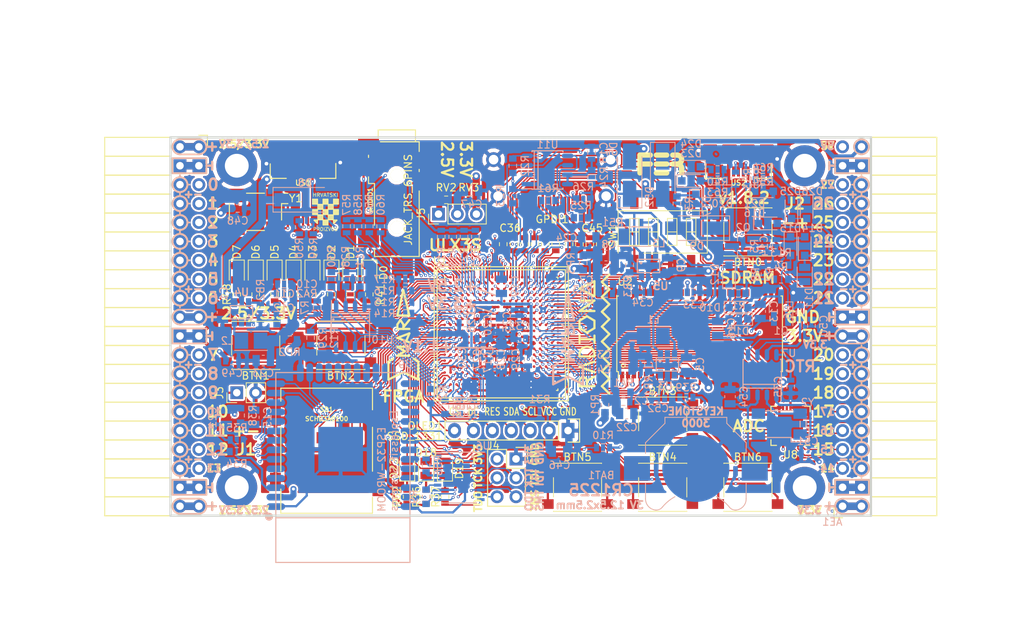
<source format=kicad_pcb>
(kicad_pcb (version 20171130) (host pcbnew 5.0.0-rc2-dev-unknown+dfsg1+20180318-3)
  (layers (0 F.Cu signal hide) (1 In1.Cu signal hide) (2 In2.Cu signal hide) (31 B.Cu signal) (34 B.Paste user) (35 F.Paste user) (36 B.SilkS user) (37 F.SilkS user) (38 B.Mask user) (39 F.Mask user) (44 Edge.Cuts user))
  (net 0 "")
  (net 1 GND)
  (net 2 +5V)
  (net 3 /gpio/IN5V)
  (net 4 /gpio/OUT5V)
  (net 5 +3V3)
  (net 6 BTN_D)
  (net 7 BTN_F1)
  (net 8 BTN_F2)
  (net 9 BTN_L)
  (net 10 BTN_R)
  (net 11 BTN_U)
  (net 12 /power/FB1)
  (net 13 +2V5)
  (net 14 /power/PWREN)
  (net 15 /power/FB3)
  (net 16 /power/FB2)
  (net 17 "Net-(D9-Pad1)")
  (net 18 /power/VBAT)
  (net 19 JTAG_TDI)
  (net 20 JTAG_TCK)
  (net 21 JTAG_TMS)
  (net 22 JTAG_TDO)
  (net 23 /power/WAKEUPn)
  (net 24 /power/WKUP)
  (net 25 /power/SHUT)
  (net 26 /power/WAKE)
  (net 27 /power/HOLD)
  (net 28 /power/WKn)
  (net 29 /power/OSCI_32k)
  (net 30 /power/OSCO_32k)
  (net 31 "Net-(Q2-Pad3)")
  (net 32 SHUTDOWN)
  (net 33 /analog/AUDIO_L)
  (net 34 /analog/AUDIO_R)
  (net 35 GPDI_SDA)
  (net 36 GPDI_SCL)
  (net 37 /gpdi/VREF2)
  (net 38 SD_CMD)
  (net 39 SD_CLK)
  (net 40 SD_D0)
  (net 41 SD_D1)
  (net 42 USB5V)
  (net 43 GPDI_CEC)
  (net 44 nRESET)
  (net 45 FTDI_nDTR)
  (net 46 SDRAM_CKE)
  (net 47 SDRAM_A7)
  (net 48 SDRAM_D15)
  (net 49 SDRAM_BA1)
  (net 50 SDRAM_D7)
  (net 51 SDRAM_A6)
  (net 52 SDRAM_CLK)
  (net 53 SDRAM_D13)
  (net 54 SDRAM_BA0)
  (net 55 SDRAM_D6)
  (net 56 SDRAM_A5)
  (net 57 SDRAM_D14)
  (net 58 SDRAM_A11)
  (net 59 SDRAM_D12)
  (net 60 SDRAM_D5)
  (net 61 SDRAM_A4)
  (net 62 SDRAM_A10)
  (net 63 SDRAM_D11)
  (net 64 SDRAM_A3)
  (net 65 SDRAM_D4)
  (net 66 SDRAM_D10)
  (net 67 SDRAM_D9)
  (net 68 SDRAM_A9)
  (net 69 SDRAM_D3)
  (net 70 SDRAM_D8)
  (net 71 SDRAM_A8)
  (net 72 SDRAM_A2)
  (net 73 SDRAM_A1)
  (net 74 SDRAM_A0)
  (net 75 SDRAM_D2)
  (net 76 SDRAM_D1)
  (net 77 SDRAM_D0)
  (net 78 SDRAM_DQM0)
  (net 79 SDRAM_nCS)
  (net 80 SDRAM_nRAS)
  (net 81 SDRAM_DQM1)
  (net 82 SDRAM_nCAS)
  (net 83 SDRAM_nWE)
  (net 84 /flash/FLASH_nWP)
  (net 85 /flash/FLASH_nHOLD)
  (net 86 /flash/FLASH_MOSI)
  (net 87 /flash/FLASH_MISO)
  (net 88 /flash/FLASH_SCK)
  (net 89 /flash/FLASH_nCS)
  (net 90 /flash/FPGA_PROGRAMN)
  (net 91 /flash/FPGA_DONE)
  (net 92 /flash/FPGA_INITN)
  (net 93 OLED_RES)
  (net 94 OLED_DC)
  (net 95 OLED_CS)
  (net 96 WIFI_EN)
  (net 97 FTDI_nRTS)
  (net 98 FTDI_TXD)
  (net 99 FTDI_RXD)
  (net 100 WIFI_RXD)
  (net 101 WIFI_GPIO0)
  (net 102 WIFI_TXD)
  (net 103 USB_FTDI_D+)
  (net 104 USB_FTDI_D-)
  (net 105 SD_D3)
  (net 106 AUDIO_L3)
  (net 107 AUDIO_L2)
  (net 108 AUDIO_L1)
  (net 109 AUDIO_L0)
  (net 110 AUDIO_R3)
  (net 111 AUDIO_R2)
  (net 112 AUDIO_R1)
  (net 113 AUDIO_R0)
  (net 114 OLED_CLK)
  (net 115 OLED_MOSI)
  (net 116 LED0)
  (net 117 LED1)
  (net 118 LED2)
  (net 119 LED3)
  (net 120 LED4)
  (net 121 LED5)
  (net 122 LED6)
  (net 123 LED7)
  (net 124 BTN_PWRn)
  (net 125 FTDI_nTXLED)
  (net 126 FTDI_nSLEEP)
  (net 127 /blinkey/LED_PWREN)
  (net 128 /blinkey/LED_TXLED)
  (net 129 /sdcard/SD3V3)
  (net 130 SD_D2)
  (net 131 CLK_25MHz)
  (net 132 /blinkey/BTNPUL)
  (net 133 /blinkey/BTNPUR)
  (net 134 USB_FPGA_D+)
  (net 135 /power/FTDI_nSUSPEND)
  (net 136 /blinkey/ALED0)
  (net 137 /blinkey/ALED1)
  (net 138 /blinkey/ALED2)
  (net 139 /blinkey/ALED3)
  (net 140 /blinkey/ALED4)
  (net 141 /blinkey/ALED5)
  (net 142 /blinkey/ALED6)
  (net 143 /blinkey/ALED7)
  (net 144 /usb/FTD-)
  (net 145 /usb/FTD+)
  (net 146 ADC_MISO)
  (net 147 ADC_MOSI)
  (net 148 ADC_CSn)
  (net 149 ADC_SCLK)
  (net 150 SW3)
  (net 151 SW2)
  (net 152 SW1)
  (net 153 USB_FPGA_D-)
  (net 154 /usb/FPD+)
  (net 155 /usb/FPD-)
  (net 156 WIFI_GPIO16)
  (net 157 /usb/ANT_433MHz)
  (net 158 /power/PWRBTn)
  (net 159 PROG_DONE)
  (net 160 /power/P3V3)
  (net 161 /power/P2V5)
  (net 162 /power/L1)
  (net 163 /power/L3)
  (net 164 /power/L2)
  (net 165 FTDI_TXDEN)
  (net 166 SDRAM_A12)
  (net 167 /analog/AUDIO_V)
  (net 168 AUDIO_V3)
  (net 169 AUDIO_V2)
  (net 170 AUDIO_V1)
  (net 171 AUDIO_V0)
  (net 172 /blinkey/LED_WIFI)
  (net 173 /power/P1V1)
  (net 174 +1V1)
  (net 175 SW4)
  (net 176 /blinkey/SWPU)
  (net 177 /wifi/WIFIEN)
  (net 178 FT2V5)
  (net 179 GN0)
  (net 180 GP0)
  (net 181 GN1)
  (net 182 GP1)
  (net 183 GN2)
  (net 184 GP2)
  (net 185 GN3)
  (net 186 GP3)
  (net 187 GN4)
  (net 188 GP4)
  (net 189 GN5)
  (net 190 GP5)
  (net 191 GN6)
  (net 192 GP6)
  (net 193 GN14)
  (net 194 GP14)
  (net 195 GN15)
  (net 196 GP15)
  (net 197 GN16)
  (net 198 GP16)
  (net 199 GN17)
  (net 200 GP17)
  (net 201 GN18)
  (net 202 GP18)
  (net 203 GN19)
  (net 204 GP19)
  (net 205 GN20)
  (net 206 GP20)
  (net 207 GN21)
  (net 208 GP21)
  (net 209 GN22)
  (net 210 GP22)
  (net 211 GN23)
  (net 212 GP23)
  (net 213 GN24)
  (net 214 GP24)
  (net 215 GN25)
  (net 216 GP25)
  (net 217 GN26)
  (net 218 GP26)
  (net 219 GN27)
  (net 220 GP27)
  (net 221 GN7)
  (net 222 GP7)
  (net 223 GN8)
  (net 224 GP8)
  (net 225 GN9)
  (net 226 GP9)
  (net 227 GN10)
  (net 228 GP10)
  (net 229 GN11)
  (net 230 GP11)
  (net 231 GN12)
  (net 232 GP12)
  (net 233 GN13)
  (net 234 GP13)
  (net 235 WIFI_GPIO5)
  (net 236 WIFI_GPIO17)
  (net 237 USB_FPGA_PULL_D+)
  (net 238 USB_FPGA_PULL_D-)
  (net 239 "Net-(D23-Pad2)")
  (net 240 "Net-(D24-Pad1)")
  (net 241 "Net-(D25-Pad2)")
  (net 242 "Net-(D26-Pad1)")
  (net 243 /gpdi/GPDI_ETH+)
  (net 244 FPDI_ETH+)
  (net 245 /gpdi/GPDI_ETH-)
  (net 246 FPDI_ETH-)
  (net 247 /gpdi/GPDI_D2-)
  (net 248 FPDI_D2-)
  (net 249 /gpdi/GPDI_D1-)
  (net 250 FPDI_D1-)
  (net 251 /gpdi/GPDI_D0-)
  (net 252 FPDI_D0-)
  (net 253 /gpdi/GPDI_CLK-)
  (net 254 FPDI_CLK-)
  (net 255 /gpdi/GPDI_D2+)
  (net 256 FPDI_D2+)
  (net 257 /gpdi/GPDI_D1+)
  (net 258 FPDI_D1+)
  (net 259 /gpdi/GPDI_D0+)
  (net 260 FPDI_D0+)
  (net 261 /gpdi/GPDI_CLK+)
  (net 262 FPDI_CLK+)
  (net 263 FPDI_SDA)
  (net 264 FPDI_SCL)
  (net 265 /gpdi/FPDI_CEC)
  (net 266 2V5_3V3)
  (net 267 "Net-(AUDIO1-Pad5)")
  (net 268 "Net-(AUDIO1-Pad6)")
  (net 269 "Net-(U1-PadA15)")
  (net 270 "Net-(U1-PadC9)")
  (net 271 "Net-(U1-PadD9)")
  (net 272 "Net-(U1-PadD10)")
  (net 273 "Net-(U1-PadD11)")
  (net 274 "Net-(U1-PadD12)")
  (net 275 "Net-(U1-PadE6)")
  (net 276 "Net-(U1-PadE9)")
  (net 277 "Net-(U1-PadE10)")
  (net 278 "Net-(U1-PadE11)")
  (net 279 "Net-(U1-PadJ4)")
  (net 280 "Net-(U1-PadJ5)")
  (net 281 "Net-(U1-PadK5)")
  (net 282 "Net-(U1-PadL5)")
  (net 283 "Net-(U1-PadM4)")
  (net 284 "Net-(U1-PadM5)")
  (net 285 SD_CD)
  (net 286 SD_WP)
  (net 287 "Net-(U1-PadR3)")
  (net 288 "Net-(U1-PadT16)")
  (net 289 "Net-(U1-PadW4)")
  (net 290 "Net-(U1-PadW5)")
  (net 291 "Net-(U1-PadW8)")
  (net 292 "Net-(U1-PadW9)")
  (net 293 "Net-(U1-PadW13)")
  (net 294 "Net-(U1-PadW14)")
  (net 295 "Net-(U1-PadW17)")
  (net 296 "Net-(U1-PadW18)")
  (net 297 FTDI_nRXLED)
  (net 298 "Net-(U8-Pad12)")
  (net 299 "Net-(U8-Pad25)")
  (net 300 "Net-(U9-Pad32)")
  (net 301 "Net-(U9-Pad22)")
  (net 302 "Net-(U9-Pad21)")
  (net 303 "Net-(U9-Pad20)")
  (net 304 "Net-(U9-Pad19)")
  (net 305 "Net-(U9-Pad18)")
  (net 306 "Net-(U9-Pad17)")
  (net 307 "Net-(U9-Pad12)")
  (net 308 "Net-(U9-Pad5)")
  (net 309 "Net-(U9-Pad4)")
  (net 310 "Net-(US1-Pad4)")
  (net 311 "Net-(US2-Pad4)")
  (net 312 "Net-(Y2-Pad3)")
  (net 313 "Net-(Y2-Pad2)")
  (net 314 "Net-(U1-PadK16)")
  (net 315 "Net-(U1-PadK17)")
  (module Socket_Strips:Socket_Strip_Angled_2x20 (layer F.Cu) (at 97.91 62.69 270)
    (fp_text reference J1 (at 40.64 -6.35) (layer F.SilkS) (effects (font (size 1.5 1.5) (thickness 0.3))))
    (fp_text value CONN_02X20 hide)
    (pad 1 thru_hole oval (at 0 0 270) (size 1.7272 1.7272) (drill 1.016) (layers *.Cu *.Mask) (net 266 2V5_3V3))
    (pad 2 thru_hole oval (at 0 2.54 270) (size 1.7272 1.7272) (drill 1.016) (layers *.Cu *.Mask) (net 266 2V5_3V3))
    (pad 3 thru_hole rect (at 2.54 0 270) (size 1.7272 1.7272) (drill 1.016) (layers *.Cu *.Mask) (net 1 GND))
    (pad 4 thru_hole rect (at 2.54 2.54 270) (size 1.7272 1.7272) (drill 1.016) (layers *.Cu *.Mask) (net 1 GND))
    (pad 5 thru_hole oval (at 5.08 0 270) (size 1.7272 1.7272) (drill 1.016) (layers *.Cu *.Mask) (net 179 GN0))
    (pad 6 thru_hole oval (at 5.08 2.54 270) (size 1.7272 1.7272) (drill 1.016) (layers *.Cu *.Mask) (net 180 GP0))
    (pad 7 thru_hole oval (at 7.62 0 270) (size 1.7272 1.7272) (drill 1.016) (layers *.Cu *.Mask) (net 181 GN1))
    (pad 8 thru_hole oval (at 7.62 2.54 270) (size 1.7272 1.7272) (drill 1.016) (layers *.Cu *.Mask) (net 182 GP1))
    (pad 9 thru_hole oval (at 10.16 0 270) (size 1.7272 1.7272) (drill 1.016) (layers *.Cu *.Mask) (net 183 GN2))
    (pad 10 thru_hole oval (at 10.16 2.54 270) (size 1.7272 1.7272) (drill 1.016) (layers *.Cu *.Mask) (net 184 GP2))
    (pad 11 thru_hole oval (at 12.7 0 270) (size 1.7272 1.7272) (drill 1.016) (layers *.Cu *.Mask) (net 185 GN3))
    (pad 12 thru_hole oval (at 12.7 2.54 270) (size 1.7272 1.7272) (drill 1.016) (layers *.Cu *.Mask) (net 186 GP3))
    (pad 13 thru_hole oval (at 15.24 0 270) (size 1.7272 1.7272) (drill 1.016) (layers *.Cu *.Mask) (net 187 GN4))
    (pad 14 thru_hole oval (at 15.24 2.54 270) (size 1.7272 1.7272) (drill 1.016) (layers *.Cu *.Mask) (net 188 GP4))
    (pad 15 thru_hole oval (at 17.78 0 270) (size 1.7272 1.7272) (drill 1.016) (layers *.Cu *.Mask) (net 189 GN5))
    (pad 16 thru_hole oval (at 17.78 2.54 270) (size 1.7272 1.7272) (drill 1.016) (layers *.Cu *.Mask) (net 190 GP5))
    (pad 17 thru_hole oval (at 20.32 0 270) (size 1.7272 1.7272) (drill 1.016) (layers *.Cu *.Mask) (net 191 GN6))
    (pad 18 thru_hole oval (at 20.32 2.54 270) (size 1.7272 1.7272) (drill 1.016) (layers *.Cu *.Mask) (net 192 GP6))
    (pad 19 thru_hole oval (at 22.86 0 270) (size 1.7272 1.7272) (drill 1.016) (layers *.Cu *.Mask) (net 266 2V5_3V3))
    (pad 20 thru_hole oval (at 22.86 2.54 270) (size 1.7272 1.7272) (drill 1.016) (layers *.Cu *.Mask) (net 266 2V5_3V3))
    (pad 21 thru_hole rect (at 25.4 0 270) (size 1.7272 1.7272) (drill 1.016) (layers *.Cu *.Mask) (net 1 GND))
    (pad 22 thru_hole rect (at 25.4 2.54 270) (size 1.7272 1.7272) (drill 1.016) (layers *.Cu *.Mask) (net 1 GND))
    (pad 23 thru_hole oval (at 27.94 0 270) (size 1.7272 1.7272) (drill 1.016) (layers *.Cu *.Mask) (net 221 GN7))
    (pad 24 thru_hole oval (at 27.94 2.54 270) (size 1.7272 1.7272) (drill 1.016) (layers *.Cu *.Mask) (net 222 GP7))
    (pad 25 thru_hole oval (at 30.48 0 270) (size 1.7272 1.7272) (drill 1.016) (layers *.Cu *.Mask) (net 223 GN8))
    (pad 26 thru_hole oval (at 30.48 2.54 270) (size 1.7272 1.7272) (drill 1.016) (layers *.Cu *.Mask) (net 224 GP8))
    (pad 27 thru_hole oval (at 33.02 0 270) (size 1.7272 1.7272) (drill 1.016) (layers *.Cu *.Mask) (net 225 GN9))
    (pad 28 thru_hole oval (at 33.02 2.54 270) (size 1.7272 1.7272) (drill 1.016) (layers *.Cu *.Mask) (net 226 GP9))
    (pad 29 thru_hole oval (at 35.56 0 270) (size 1.7272 1.7272) (drill 1.016) (layers *.Cu *.Mask) (net 227 GN10))
    (pad 30 thru_hole oval (at 35.56 2.54 270) (size 1.7272 1.7272) (drill 1.016) (layers *.Cu *.Mask) (net 228 GP10))
    (pad 31 thru_hole oval (at 38.1 0 270) (size 1.7272 1.7272) (drill 1.016) (layers *.Cu *.Mask) (net 229 GN11))
    (pad 32 thru_hole oval (at 38.1 2.54 270) (size 1.7272 1.7272) (drill 1.016) (layers *.Cu *.Mask) (net 230 GP11))
    (pad 33 thru_hole oval (at 40.64 0 270) (size 1.7272 1.7272) (drill 1.016) (layers *.Cu *.Mask) (net 231 GN12))
    (pad 34 thru_hole oval (at 40.64 2.54 270) (size 1.7272 1.7272) (drill 1.016) (layers *.Cu *.Mask) (net 232 GP12))
    (pad 35 thru_hole oval (at 43.18 0 270) (size 1.7272 1.7272) (drill 1.016) (layers *.Cu *.Mask) (net 233 GN13))
    (pad 36 thru_hole oval (at 43.18 2.54 270) (size 1.7272 1.7272) (drill 1.016) (layers *.Cu *.Mask) (net 234 GP13))
    (pad 37 thru_hole rect (at 45.72 0 270) (size 1.7272 1.7272) (drill 1.016) (layers *.Cu *.Mask) (net 1 GND))
    (pad 38 thru_hole rect (at 45.72 2.54 270) (size 1.7272 1.7272) (drill 1.016) (layers *.Cu *.Mask) (net 1 GND))
    (pad 39 thru_hole oval (at 48.26 0 270) (size 1.7272 1.7272) (drill 1.016) (layers *.Cu *.Mask) (net 266 2V5_3V3))
    (pad 40 thru_hole oval (at 48.26 2.54 270) (size 1.7272 1.7272) (drill 1.016) (layers *.Cu *.Mask) (net 266 2V5_3V3))
  )
  (module TSOT-25:TSOT-25 (layer B.Cu) (at 160.775 91.9)
    (fp_text reference U3 (at -0.295 2.9) (layer B.SilkS) (effects (font (thickness 0.2)) (justify mirror)))
    (fp_text value TLV62569DBV)
    (pad 1 smd rect (at -0.95 -1.3) (size 0.7 1.2) (layers B.Cu B.Paste B.Mask) (net 14 /power/PWREN))
    (pad 2 smd rect (at 0 -1.3) (size 0.7 1.2) (layers B.Cu B.Paste B.Mask) (net 1 GND))
    (pad 3 smd rect (at 0.95 -1.3) (size 0.7 1.2) (layers B.Cu B.Paste B.Mask) (net 162 /power/L1))
    (pad 4 smd rect (at 0.95 1.3) (size 0.7 1.2) (layers B.Cu B.Paste B.Mask) (net 2 +5V))
    (pad 5 smd rect (at -0.95 1.3) (size 0.7 1.2) (layers B.Cu B.Paste B.Mask) (net 12 /power/FB1))
  )
  (module TSOT-25:TSOT-25 (layer B.Cu) (at 103.625 84.915 180)
    (fp_text reference U4 (at 0 2.697 180) (layer B.SilkS) (effects (font (thickness 0.2)) (justify mirror)))
    (fp_text value TLV62569DBV)
    (pad 1 smd rect (at -0.95 -1.3 180) (size 0.7 1.2) (layers B.Cu B.Paste B.Mask) (net 14 /power/PWREN))
    (pad 2 smd rect (at 0 -1.3 180) (size 0.7 1.2) (layers B.Cu B.Paste B.Mask) (net 1 GND))
    (pad 3 smd rect (at 0.95 -1.3 180) (size 0.7 1.2) (layers B.Cu B.Paste B.Mask) (net 164 /power/L2))
    (pad 4 smd rect (at 0.95 1.3 180) (size 0.7 1.2) (layers B.Cu B.Paste B.Mask) (net 2 +5V))
    (pad 5 smd rect (at -0.95 1.3 180) (size 0.7 1.2) (layers B.Cu B.Paste B.Mask) (net 16 /power/FB2))
  )
  (module TSOT-25:TSOT-25 (layer B.Cu) (at 158.235 78.692)
    (fp_text reference U5 (at 1.645 2.708) (layer B.SilkS) (effects (font (thickness 0.2)) (justify mirror)))
    (fp_text value TLV62569DBV)
    (pad 1 smd rect (at -0.95 -1.3) (size 0.7 1.2) (layers B.Cu B.Paste B.Mask) (net 14 /power/PWREN))
    (pad 2 smd rect (at 0 -1.3) (size 0.7 1.2) (layers B.Cu B.Paste B.Mask) (net 1 GND))
    (pad 3 smd rect (at 0.95 -1.3) (size 0.7 1.2) (layers B.Cu B.Paste B.Mask) (net 163 /power/L3))
    (pad 4 smd rect (at 0.95 1.3) (size 0.7 1.2) (layers B.Cu B.Paste B.Mask) (net 2 +5V))
    (pad 5 smd rect (at -0.95 1.3) (size 0.7 1.2) (layers B.Cu B.Paste B.Mask) (net 15 /power/FB3))
  )
  (module Socket_Strips:Socket_Strip_Angled_2x20 (layer F.Cu) (at 184.27 110.95 90)
    (fp_text reference J2 (at 40.64 -6.35 180) (layer F.SilkS) (effects (font (size 1.5 1.5) (thickness 0.3))))
    (fp_text value CONN_02X20 hide)
    (pad 1 thru_hole oval (at 0 0 90) (size 1.7272 1.7272) (drill 1.016) (layers *.Cu *.Mask) (net 5 +3V3))
    (pad 2 thru_hole oval (at 0 2.54 90) (size 1.7272 1.7272) (drill 1.016) (layers *.Cu *.Mask) (net 5 +3V3))
    (pad 3 thru_hole rect (at 2.54 0 90) (size 1.7272 1.7272) (drill 1.016) (layers *.Cu *.Mask) (net 1 GND))
    (pad 4 thru_hole rect (at 2.54 2.54 90) (size 1.7272 1.7272) (drill 1.016) (layers *.Cu *.Mask) (net 1 GND))
    (pad 5 thru_hole oval (at 5.08 0 90) (size 1.7272 1.7272) (drill 1.016) (layers *.Cu *.Mask) (net 193 GN14))
    (pad 6 thru_hole oval (at 5.08 2.54 90) (size 1.7272 1.7272) (drill 1.016) (layers *.Cu *.Mask) (net 194 GP14))
    (pad 7 thru_hole oval (at 7.62 0 90) (size 1.7272 1.7272) (drill 1.016) (layers *.Cu *.Mask) (net 195 GN15))
    (pad 8 thru_hole oval (at 7.62 2.54 90) (size 1.7272 1.7272) (drill 1.016) (layers *.Cu *.Mask) (net 196 GP15))
    (pad 9 thru_hole oval (at 10.16 0 90) (size 1.7272 1.7272) (drill 1.016) (layers *.Cu *.Mask) (net 197 GN16))
    (pad 10 thru_hole oval (at 10.16 2.54 90) (size 1.7272 1.7272) (drill 1.016) (layers *.Cu *.Mask) (net 198 GP16))
    (pad 11 thru_hole oval (at 12.7 0 90) (size 1.7272 1.7272) (drill 1.016) (layers *.Cu *.Mask) (net 199 GN17))
    (pad 12 thru_hole oval (at 12.7 2.54 90) (size 1.7272 1.7272) (drill 1.016) (layers *.Cu *.Mask) (net 200 GP17))
    (pad 13 thru_hole oval (at 15.24 0 90) (size 1.7272 1.7272) (drill 1.016) (layers *.Cu *.Mask) (net 201 GN18))
    (pad 14 thru_hole oval (at 15.24 2.54 90) (size 1.7272 1.7272) (drill 1.016) (layers *.Cu *.Mask) (net 202 GP18))
    (pad 15 thru_hole oval (at 17.78 0 90) (size 1.7272 1.7272) (drill 1.016) (layers *.Cu *.Mask) (net 203 GN19))
    (pad 16 thru_hole oval (at 17.78 2.54 90) (size 1.7272 1.7272) (drill 1.016) (layers *.Cu *.Mask) (net 204 GP19))
    (pad 17 thru_hole oval (at 20.32 0 90) (size 1.7272 1.7272) (drill 1.016) (layers *.Cu *.Mask) (net 205 GN20))
    (pad 18 thru_hole oval (at 20.32 2.54 90) (size 1.7272 1.7272) (drill 1.016) (layers *.Cu *.Mask) (net 206 GP20))
    (pad 19 thru_hole oval (at 22.86 0 90) (size 1.7272 1.7272) (drill 1.016) (layers *.Cu *.Mask) (net 5 +3V3))
    (pad 20 thru_hole oval (at 22.86 2.54 90) (size 1.7272 1.7272) (drill 1.016) (layers *.Cu *.Mask) (net 5 +3V3))
    (pad 21 thru_hole rect (at 25.4 0 90) (size 1.7272 1.7272) (drill 1.016) (layers *.Cu *.Mask) (net 1 GND))
    (pad 22 thru_hole rect (at 25.4 2.54 90) (size 1.7272 1.7272) (drill 1.016) (layers *.Cu *.Mask) (net 1 GND))
    (pad 23 thru_hole oval (at 27.94 0 90) (size 1.7272 1.7272) (drill 1.016) (layers *.Cu *.Mask) (net 207 GN21))
    (pad 24 thru_hole oval (at 27.94 2.54 90) (size 1.7272 1.7272) (drill 1.016) (layers *.Cu *.Mask) (net 208 GP21))
    (pad 25 thru_hole oval (at 30.48 0 90) (size 1.7272 1.7272) (drill 1.016) (layers *.Cu *.Mask) (net 209 GN22))
    (pad 26 thru_hole oval (at 30.48 2.54 90) (size 1.7272 1.7272) (drill 1.016) (layers *.Cu *.Mask) (net 210 GP22))
    (pad 27 thru_hole oval (at 33.02 0 90) (size 1.7272 1.7272) (drill 1.016) (layers *.Cu *.Mask) (net 211 GN23))
    (pad 28 thru_hole oval (at 33.02 2.54 90) (size 1.7272 1.7272) (drill 1.016) (layers *.Cu *.Mask) (net 212 GP23))
    (pad 29 thru_hole oval (at 35.56 0 90) (size 1.7272 1.7272) (drill 1.016) (layers *.Cu *.Mask) (net 213 GN24))
    (pad 30 thru_hole oval (at 35.56 2.54 90) (size 1.7272 1.7272) (drill 1.016) (layers *.Cu *.Mask) (net 214 GP24))
    (pad 31 thru_hole oval (at 38.1 0 90) (size 1.7272 1.7272) (drill 1.016) (layers *.Cu *.Mask) (net 215 GN25))
    (pad 32 thru_hole oval (at 38.1 2.54 90) (size 1.7272 1.7272) (drill 1.016) (layers *.Cu *.Mask) (net 216 GP25))
    (pad 33 thru_hole oval (at 40.64 0 90) (size 1.7272 1.7272) (drill 1.016) (layers *.Cu *.Mask) (net 217 GN26))
    (pad 34 thru_hole oval (at 40.64 2.54 90) (size 1.7272 1.7272) (drill 1.016) (layers *.Cu *.Mask) (net 218 GP26))
    (pad 35 thru_hole oval (at 43.18 0 90) (size 1.7272 1.7272) (drill 1.016) (layers *.Cu *.Mask) (net 219 GN27))
    (pad 36 thru_hole oval (at 43.18 2.54 90) (size 1.7272 1.7272) (drill 1.016) (layers *.Cu *.Mask) (net 220 GP27))
    (pad 37 thru_hole rect (at 45.72 0 90) (size 1.7272 1.7272) (drill 1.016) (layers *.Cu *.Mask) (net 1 GND))
    (pad 38 thru_hole rect (at 45.72 2.54 90) (size 1.7272 1.7272) (drill 1.016) (layers *.Cu *.Mask) (net 1 GND))
    (pad 39 thru_hole oval (at 48.26 0 90) (size 1.7272 1.7272) (drill 1.016) (layers *.Cu *.Mask) (net 3 /gpio/IN5V))
    (pad 40 thru_hole oval (at 48.26 2.54 90) (size 1.7272 1.7272) (drill 1.016) (layers *.Cu *.Mask) (net 4 /gpio/OUT5V))
  )
  (module Mounting_Holes:MountingHole_3.2mm_M3_ISO14580_Pad (layer F.Cu) (at 102.99 108.41)
    (fp_text reference H1 hide)
    (fp_text value HOLE hide)
    (pad 1 thru_hole circle (at 0 0) (size 5.5 5.5) (drill 3.2) (layers *.Cu *.Mask) (net 1 GND))
  )
  (module Mounting_Holes:MountingHole_3.2mm_M3_ISO14580_Pad (layer F.Cu) (at 179.19 108.41)
    (fp_text reference H2 hide)
    (fp_text value HOLE hide)
    (pad 1 thru_hole circle (at 0 0) (size 5.5 5.5) (drill 3.2) (layers *.Cu *.Mask) (net 1 GND))
  )
  (module Mounting_Holes:MountingHole_3.2mm_M3_ISO14580_Pad (layer F.Cu) (at 179.19 65.23)
    (fp_text reference H3 hide)
    (fp_text value HOLE hide)
    (pad 1 thru_hole circle (at 0 0) (size 5.5 5.5) (drill 3.2) (layers *.Cu *.Mask) (net 1 GND))
  )
  (module Mounting_Holes:MountingHole_3.2mm_M3_ISO14580_Pad (layer F.Cu) (at 102.99 65.23)
    (fp_text reference H4 hide)
    (fp_text value HOLE hide)
    (pad 1 thru_hole circle (at 0 0) (size 5.5 5.5) (drill 3.2) (layers *.Cu *.Mask) (net 1 GND))
  )
  (module Housings_SSOP:SSOP-20_4.4x6.5mm_Pitch0.65mm (layer B.Cu) (at 132.835 107.14 180)
    (fp_text reference U6 (at -3.175 4.318 180) (layer B.SilkS) (effects (justify mirror)))
    (fp_text value FT231XS)
    (pad 1 smd rect (at -2.9 2.925 180) (size 1 0.4) (layers B.Cu B.Paste B.Mask) (net 45 FTDI_nDTR))
    (pad 2 smd rect (at -2.9 2.275 180) (size 1 0.4) (layers B.Cu B.Paste B.Mask) (net 97 FTDI_nRTS))
    (pad 3 smd rect (at -2.9 1.625 180) (size 1 0.4) (layers B.Cu B.Paste B.Mask) (net 178 FT2V5))
    (pad 4 smd rect (at -2.9 0.975 180) (size 1 0.4) (layers B.Cu B.Paste B.Mask) (net 99 FTDI_RXD))
    (pad 5 smd rect (at -2.9 0.325 180) (size 1 0.4) (layers B.Cu B.Paste B.Mask) (net 19 JTAG_TDI))
    (pad 6 smd rect (at -2.9 -0.325 180) (size 1 0.4) (layers B.Cu B.Paste B.Mask) (net 1 GND))
    (pad 7 smd rect (at -2.9 -0.975 180) (size 1 0.4) (layers B.Cu B.Paste B.Mask) (net 20 JTAG_TCK))
    (pad 8 smd rect (at -2.9 -1.625 180) (size 1 0.4) (layers B.Cu B.Paste B.Mask) (net 21 JTAG_TMS))
    (pad 9 smd rect (at -2.9 -2.275 180) (size 1 0.4) (layers B.Cu B.Paste B.Mask) (net 22 JTAG_TDO))
    (pad 10 smd rect (at -2.9 -2.925 180) (size 1 0.4) (layers B.Cu B.Paste B.Mask) (net 125 FTDI_nTXLED))
    (pad 11 smd rect (at 2.9 -2.925 180) (size 1 0.4) (layers B.Cu B.Paste B.Mask) (net 103 USB_FTDI_D+))
    (pad 12 smd rect (at 2.9 -2.275 180) (size 1 0.4) (layers B.Cu B.Paste B.Mask) (net 104 USB_FTDI_D-))
    (pad 13 smd rect (at 2.9 -1.625 180) (size 1 0.4) (layers B.Cu B.Paste B.Mask) (net 178 FT2V5))
    (pad 14 smd rect (at 2.9 -0.975 180) (size 1 0.4) (layers B.Cu B.Paste B.Mask) (net 44 nRESET))
    (pad 15 smd rect (at 2.9 -0.325 180) (size 1 0.4) (layers B.Cu B.Paste B.Mask) (net 42 USB5V))
    (pad 16 smd rect (at 2.9 0.325 180) (size 1 0.4) (layers B.Cu B.Paste B.Mask) (net 1 GND))
    (pad 17 smd rect (at 2.9 0.975 180) (size 1 0.4) (layers B.Cu B.Paste B.Mask) (net 297 FTDI_nRXLED))
    (pad 18 smd rect (at 2.9 1.625 180) (size 1 0.4) (layers B.Cu B.Paste B.Mask) (net 165 FTDI_TXDEN))
    (pad 19 smd rect (at 2.9 2.275 180) (size 1 0.4) (layers B.Cu B.Paste B.Mask) (net 126 FTDI_nSLEEP))
    (pad 20 smd rect (at 2.9 2.925 180) (size 1 0.4) (layers B.Cu B.Paste B.Mask) (net 98 FTDI_TXD))
  )
  (module usb_otg:USB-MICRO-B-FCI-10118192-0001LF (layer F.Cu) (at 111.88 63.325 180)
    (fp_text reference US1 (at 0 -4.2 180) (layer F.SilkS) (effects (font (size 0.7 0.7))))
    (fp_text value MICRO_USB hide)
    (pad 6 smd rect (at -3.1 -2.55 180) (size 2.1 1.6) (layers F.Cu F.Paste F.Mask) (net 1 GND))
    (pad 6 smd rect (at 3.1 -2.55 180) (size 2.1 1.6) (layers F.Cu F.Paste F.Mask) (net 1 GND))
    (pad 6 smd rect (at -1.2 0 180) (size 1.9 1.9) (layers F.Cu F.Paste F.Mask) (net 1 GND))
    (pad 6 smd rect (at 1.2 0 180) (size 1.9 1.9) (layers F.Cu F.Paste F.Mask) (net 1 GND))
    (pad 1 smd rect (at -1.3 -2.675 180) (size 0.4 1.35) (layers F.Cu F.Paste F.Mask) (net 42 USB5V))
    (pad 2 smd rect (at -0.65 -2.675 180) (size 0.4 1.35) (layers F.Cu F.Paste F.Mask) (net 144 /usb/FTD-))
    (pad 3 smd rect (at 0 -2.675 180) (size 0.4 1.35) (layers F.Cu F.Paste F.Mask) (net 145 /usb/FTD+))
    (pad 4 smd rect (at 0.65 -2.675 180) (size 0.4 1.35) (layers F.Cu F.Paste F.Mask) (net 310 "Net-(US1-Pad4)"))
    (pad 5 smd rect (at 1.3 -2.675 180) (size 0.4 1.35) (layers F.Cu F.Paste F.Mask) (net 1 GND))
    (pad 6 smd rect (at -3.8 0 180) (size 1.8 1.9) (layers F.Cu F.Paste F.Mask) (net 1 GND))
    (pad 6 smd rect (at 3.8 0 180) (size 1.8 1.9) (layers F.Cu F.Paste F.Mask) (net 1 GND))
  )
  (module usb_otg:USB-MICRO-B-FCI-10118192-0001LF (layer F.Cu) (at 170.3 63.325 180)
    (fp_text reference US2 (at 0 -4.2 180) (layer F.SilkS) (effects (font (size 0.7 0.7))))
    (fp_text value MICRO_USB hide)
    (pad 6 smd rect (at -3.1 -2.55 180) (size 2.1 1.6) (layers F.Cu F.Paste F.Mask) (net 1 GND))
    (pad 6 smd rect (at 3.1 -2.55 180) (size 2.1 1.6) (layers F.Cu F.Paste F.Mask) (net 1 GND))
    (pad 6 smd rect (at -1.2 0 180) (size 1.9 1.9) (layers F.Cu F.Paste F.Mask) (net 1 GND))
    (pad 6 smd rect (at 1.2 0 180) (size 1.9 1.9) (layers F.Cu F.Paste F.Mask) (net 1 GND))
    (pad 1 smd rect (at -1.3 -2.675 180) (size 0.4 1.35) (layers F.Cu F.Paste F.Mask) (net 17 "Net-(D9-Pad1)"))
    (pad 2 smd rect (at -0.65 -2.675 180) (size 0.4 1.35) (layers F.Cu F.Paste F.Mask) (net 155 /usb/FPD-))
    (pad 3 smd rect (at 0 -2.675 180) (size 0.4 1.35) (layers F.Cu F.Paste F.Mask) (net 154 /usb/FPD+))
    (pad 4 smd rect (at 0.65 -2.675 180) (size 0.4 1.35) (layers F.Cu F.Paste F.Mask) (net 311 "Net-(US2-Pad4)"))
    (pad 5 smd rect (at 1.3 -2.675 180) (size 0.4 1.35) (layers F.Cu F.Paste F.Mask) (net 1 GND))
    (pad 6 smd rect (at -3.8 0 180) (size 1.8 1.9) (layers F.Cu F.Paste F.Mask) (net 1 GND))
    (pad 6 smd rect (at 3.8 0 180) (size 1.8 1.9) (layers F.Cu F.Paste F.Mask) (net 1 GND))
  )
  (module Socket_Strips:Socket_Strip_Straight_2x03 (layer F.Cu) (at 140.455 104.6 270)
    (fp_text reference J4 (at -1.778 3.048) (layer F.SilkS))
    (fp_text value CONN_02X03 hide)
    (pad 1 thru_hole rect (at 0 0 270) (size 1.7272 1.7272) (drill 1.016) (layers *.Cu *.Mask) (net 1 GND))
    (pad 2 thru_hole oval (at 0 2.54 270) (size 1.7272 1.7272) (drill 1.016) (layers *.Cu *.Mask) (net 5 +3V3))
    (pad 3 thru_hole oval (at 2.54 0 270) (size 1.7272 1.7272) (drill 1.016) (layers *.Cu *.Mask) (net 19 JTAG_TDI))
    (pad 4 thru_hole oval (at 2.54 2.54 270) (size 1.7272 1.7272) (drill 1.016) (layers *.Cu *.Mask) (net 20 JTAG_TCK))
    (pad 5 thru_hole oval (at 5.08 0 270) (size 1.7272 1.7272) (drill 1.016) (layers *.Cu *.Mask) (net 21 JTAG_TMS))
    (pad 6 thru_hole oval (at 5.08 2.54 270) (size 1.7272 1.7272) (drill 1.016) (layers *.Cu *.Mask) (net 22 JTAG_TDO))
  )
  (module Housings_DFN_QFN:QFN-28-1EP_5x5mm_Pitch0.5mm (layer F.Cu) (at 177.285 100.155 180)
    (fp_text reference U8 (at 0 -3.875 180) (layer F.SilkS))
    (fp_text value MAX11125)
    (pad 1 smd oval (at -2.45 -1.5 180) (size 0.85 0.3) (layers F.Cu F.Paste F.Mask) (net 196 GP15))
    (pad 2 smd oval (at -2.45 -1 180) (size 0.85 0.3) (layers F.Cu F.Paste F.Mask) (net 197 GN16))
    (pad 3 smd oval (at -2.45 -0.5 180) (size 0.85 0.3) (layers F.Cu F.Paste F.Mask) (net 198 GP16))
    (pad 4 smd oval (at -2.45 0 180) (size 0.85 0.3) (layers F.Cu F.Paste F.Mask) (net 199 GN17))
    (pad 5 smd oval (at -2.45 0.5 180) (size 0.85 0.3) (layers F.Cu F.Paste F.Mask) (net 200 GP17))
    (pad 6 smd oval (at -2.45 1 180) (size 0.85 0.3) (layers F.Cu F.Paste F.Mask) (net 1 GND))
    (pad 7 smd oval (at -2.45 1.5 180) (size 0.85 0.3) (layers F.Cu F.Paste F.Mask) (net 1 GND))
    (pad 8 smd oval (at -1.5 2.45 270) (size 0.85 0.3) (layers F.Cu F.Paste F.Mask) (net 1 GND))
    (pad 9 smd oval (at -1 2.45 270) (size 0.85 0.3) (layers F.Cu F.Paste F.Mask) (net 1 GND))
    (pad 10 smd oval (at -0.5 2.45 270) (size 0.85 0.3) (layers F.Cu F.Paste F.Mask) (net 1 GND))
    (pad 11 smd oval (at 0 2.45 270) (size 0.85 0.3) (layers F.Cu F.Paste F.Mask) (net 1 GND))
    (pad 12 smd oval (at 0.5 2.45 270) (size 0.85 0.3) (layers F.Cu F.Paste F.Mask) (net 298 "Net-(U8-Pad12)"))
    (pad 13 smd oval (at 1 2.45 270) (size 0.85 0.3) (layers F.Cu F.Paste F.Mask) (net 1 GND))
    (pad 14 smd oval (at 1.5 2.45 270) (size 0.85 0.3) (layers F.Cu F.Paste F.Mask) (net 1 GND))
    (pad 15 smd oval (at 2.45 1.5 180) (size 0.85 0.3) (layers F.Cu F.Paste F.Mask) (net 5 +3V3))
    (pad 16 smd oval (at 2.45 1 180) (size 0.85 0.3) (layers F.Cu F.Paste F.Mask) (net 1 GND))
    (pad 17 smd oval (at 2.45 0.5 180) (size 0.85 0.3) (layers F.Cu F.Paste F.Mask) (net 5 +3V3))
    (pad 18 smd oval (at 2.45 0 180) (size 0.85 0.3) (layers F.Cu F.Paste F.Mask) (net 5 +3V3))
    (pad 19 smd oval (at 2.45 -0.5 180) (size 0.85 0.3) (layers F.Cu F.Paste F.Mask) (net 149 ADC_SCLK))
    (pad 20 smd oval (at 2.45 -1 180) (size 0.85 0.3) (layers F.Cu F.Paste F.Mask) (net 148 ADC_CSn))
    (pad 21 smd oval (at 2.45 -1.5 180) (size 0.85 0.3) (layers F.Cu F.Paste F.Mask) (net 147 ADC_MOSI))
    (pad 22 smd oval (at 1.5 -2.45 270) (size 0.85 0.3) (layers F.Cu F.Paste F.Mask) (net 1 GND))
    (pad 23 smd oval (at 1 -2.45 270) (size 0.85 0.3) (layers F.Cu F.Paste F.Mask) (net 5 +3V3))
    (pad 24 smd oval (at 0.5 -2.45 270) (size 0.85 0.3) (layers F.Cu F.Paste F.Mask) (net 146 ADC_MISO))
    (pad 25 smd oval (at 0 -2.45 270) (size 0.85 0.3) (layers F.Cu F.Paste F.Mask) (net 299 "Net-(U8-Pad25)"))
    (pad 26 smd oval (at -0.5 -2.45 270) (size 0.85 0.3) (layers F.Cu F.Paste F.Mask) (net 193 GN14))
    (pad 27 smd oval (at -1 -2.45 270) (size 0.85 0.3) (layers F.Cu F.Paste F.Mask) (net 194 GP14))
    (pad 28 smd oval (at -1.5 -2.45 270) (size 0.85 0.3) (layers F.Cu F.Paste F.Mask) (net 195 GN15))
    (pad 29 smd rect (at 0.8375 0.8375 180) (size 1.675 1.675) (layers F.Cu F.Paste F.Mask) (net 1 GND))
    (pad 29 smd rect (at 0.8375 -0.8375 180) (size 1.675 1.675) (layers F.Cu F.Paste F.Mask) (net 1 GND))
    (pad 29 smd rect (at -0.8375 0.8375 180) (size 1.675 1.675) (layers F.Cu F.Paste F.Mask) (net 1 GND))
    (pad 29 smd rect (at -0.8375 -0.8375 180) (size 1.675 1.675) (layers F.Cu F.Paste F.Mask) (net 1 GND))
  )
  (module oled:oled_13xx (layer F.Cu) (at 139.82 100.79 180)
    (fp_text reference OLED1 (at 11.557 0.635 180) (layer F.SilkS))
    (fp_text value SSD_1331 (at 12.954 -0.762 180) (layer F.SilkS))
    (fp_text user CS (at 7.62 2.54 180) (layer F.SilkS) (effects (font (size 1 0.75))))
    (fp_text user DC (at 5.08 2.54 180) (layer F.SilkS) (effects (font (size 1 0.75))))
    (fp_text user RES (at 2.54 2.54 180) (layer F.SilkS) (effects (font (size 1 0.75))))
    (fp_text user SDA (at 0 2.54 180) (layer F.SilkS) (effects (font (size 1 0.75))))
    (fp_text user SCL (at -2.54 2.54 180) (layer F.SilkS) (effects (font (size 1 0.75))))
    (fp_text user VCC (at -5.08 2.54 180) (layer F.SilkS) (effects (font (size 1 0.75))))
    (fp_text user GND (at -7.62 2.54 180) (layer F.SilkS) (effects (font (size 1 0.75))))
    (pad 1 thru_hole rect (at -7.62 0 180) (size 1.7272 2.032) (drill 1.016) (layers *.Cu *.Mask) (net 1 GND))
    (pad 2 thru_hole oval (at -5.08 0 180) (size 1.7272 2.032) (drill 1.016) (layers *.Cu *.Mask) (net 5 +3V3))
    (pad 3 thru_hole oval (at -2.54 0 180) (size 1.7272 2.032) (drill 1.016) (layers *.Cu *.Mask) (net 114 OLED_CLK))
    (pad 4 thru_hole oval (at 0 0 180) (size 1.7272 2.032) (drill 1.016) (layers *.Cu *.Mask) (net 115 OLED_MOSI))
    (pad 5 thru_hole oval (at 2.54 0 180) (size 1.7272 2.032) (drill 1.016) (layers *.Cu *.Mask) (net 93 OLED_RES))
    (pad 6 thru_hole oval (at 5.08 0 180) (size 1.7272 2.032) (drill 1.016) (layers *.Cu *.Mask) (net 94 OLED_DC))
    (pad 7 thru_hole oval (at 7.62 0 180) (size 1.7272 2.032) (drill 1.016) (layers *.Cu *.Mask) (net 95 OLED_CS))
  )
  (module Buttons_Switches_SMD:SW_SPST_PTS645 (layer F.Cu) (at 171.57 74.12 180)
    (fp_text reference BTN0 (at 0 -4.05 180) (layer F.SilkS))
    (fp_text value PTS645)
    (pad 2 smd rect (at -3.98 2.25 180) (size 1.55 1.3) (layers F.Cu F.Paste F.Mask) (net 1 GND))
    (pad 1 smd rect (at -3.98 -2.25 180) (size 1.55 1.3) (layers F.Cu F.Paste F.Mask) (net 158 /power/PWRBTn))
    (pad 1 smd rect (at 3.98 -2.25 180) (size 1.55 1.3) (layers F.Cu F.Paste F.Mask) (net 158 /power/PWRBTn))
    (pad 2 smd rect (at 3.98 2.25 180) (size 1.55 1.3) (layers F.Cu F.Paste F.Mask) (net 1 GND))
  )
  (module Buttons_Switches_SMD:SW_SPST_PTS645 (layer F.Cu) (at 105.53 89.36)
    (fp_text reference BTN1 (at 0 4.064) (layer F.SilkS))
    (fp_text value PTS645)
    (pad 2 smd rect (at -3.98 2.25) (size 1.55 1.3) (layers F.Cu F.Paste F.Mask) (net 7 BTN_F1))
    (pad 1 smd rect (at -3.98 -2.25) (size 1.55 1.3) (layers F.Cu F.Paste F.Mask) (net 132 /blinkey/BTNPUL))
    (pad 1 smd rect (at 3.98 -2.25) (size 1.55 1.3) (layers F.Cu F.Paste F.Mask) (net 132 /blinkey/BTNPUL))
    (pad 2 smd rect (at 3.98 2.25) (size 1.55 1.3) (layers F.Cu F.Paste F.Mask) (net 7 BTN_F1))
  )
  (module Buttons_Switches_SMD:SW_SPST_PTS645 (layer F.Cu) (at 116.96 89.36)
    (fp_text reference BTN2 (at 0 4.064) (layer F.SilkS))
    (fp_text value PTS645)
    (pad 2 smd rect (at -3.98 2.25) (size 1.55 1.3) (layers F.Cu F.Paste F.Mask) (net 8 BTN_F2))
    (pad 1 smd rect (at -3.98 -2.25) (size 1.55 1.3) (layers F.Cu F.Paste F.Mask) (net 132 /blinkey/BTNPUL))
    (pad 1 smd rect (at 3.98 -2.25) (size 1.55 1.3) (layers F.Cu F.Paste F.Mask) (net 132 /blinkey/BTNPUL))
    (pad 2 smd rect (at 3.98 2.25) (size 1.55 1.3) (layers F.Cu F.Paste F.Mask) (net 8 BTN_F2))
  )
  (module Buttons_Switches_SMD:SW_SPST_PTS645 (layer F.Cu) (at 160.14 99.52)
    (fp_text reference BTN3 (at 0 -4.05) (layer F.SilkS))
    (fp_text value PTS645)
    (pad 2 smd rect (at -3.98 2.25) (size 1.55 1.3) (layers F.Cu F.Paste F.Mask) (net 11 BTN_U))
    (pad 1 smd rect (at -3.98 -2.25) (size 1.55 1.3) (layers F.Cu F.Paste F.Mask) (net 133 /blinkey/BTNPUR))
    (pad 1 smd rect (at 3.98 -2.25) (size 1.55 1.3) (layers F.Cu F.Paste F.Mask) (net 133 /blinkey/BTNPUR))
    (pad 2 smd rect (at 3.98 2.25) (size 1.55 1.3) (layers F.Cu F.Paste F.Mask) (net 11 BTN_U))
  )
  (module Buttons_Switches_SMD:SW_SPST_PTS645 (layer F.Cu) (at 160.14 108.41 180)
    (fp_text reference BTN4 (at 0 4.064 180) (layer F.SilkS))
    (fp_text value PTS645)
    (pad 2 smd rect (at -3.98 2.25 180) (size 1.55 1.3) (layers F.Cu F.Paste F.Mask) (net 6 BTN_D))
    (pad 1 smd rect (at -3.98 -2.25 180) (size 1.55 1.3) (layers F.Cu F.Paste F.Mask) (net 133 /blinkey/BTNPUR))
    (pad 1 smd rect (at 3.98 -2.25 180) (size 1.55 1.3) (layers F.Cu F.Paste F.Mask) (net 133 /blinkey/BTNPUR))
    (pad 2 smd rect (at 3.98 2.25 180) (size 1.55 1.3) (layers F.Cu F.Paste F.Mask) (net 6 BTN_D))
  )
  (module Buttons_Switches_SMD:SW_SPST_PTS645 (layer F.Cu) (at 148.71 108.41 180)
    (fp_text reference BTN5 (at 0 4.064 180) (layer F.SilkS))
    (fp_text value PTS645)
    (pad 2 smd rect (at -3.98 2.25 180) (size 1.55 1.3) (layers F.Cu F.Paste F.Mask) (net 9 BTN_L))
    (pad 1 smd rect (at -3.98 -2.25 180) (size 1.55 1.3) (layers F.Cu F.Paste F.Mask) (net 133 /blinkey/BTNPUR))
    (pad 1 smd rect (at 3.98 -2.25 180) (size 1.55 1.3) (layers F.Cu F.Paste F.Mask) (net 133 /blinkey/BTNPUR))
    (pad 2 smd rect (at 3.98 2.25 180) (size 1.55 1.3) (layers F.Cu F.Paste F.Mask) (net 9 BTN_L))
  )
  (module Buttons_Switches_SMD:SW_SPST_PTS645 (layer F.Cu) (at 171.57 108.41 180)
    (fp_text reference BTN6 (at 0 4.064 180) (layer F.SilkS))
    (fp_text value PTS645)
    (pad 2 smd rect (at -3.98 2.25 180) (size 1.55 1.3) (layers F.Cu F.Paste F.Mask) (net 10 BTN_R))
    (pad 1 smd rect (at -3.98 -2.25 180) (size 1.55 1.3) (layers F.Cu F.Paste F.Mask) (net 133 /blinkey/BTNPUR))
    (pad 1 smd rect (at 3.98 -2.25 180) (size 1.55 1.3) (layers F.Cu F.Paste F.Mask) (net 133 /blinkey/BTNPUR))
    (pad 2 smd rect (at 3.98 2.25 180) (size 1.55 1.3) (layers F.Cu F.Paste F.Mask) (net 10 BTN_R))
  )
  (module Buttons_Switches_SMD:SW_DIP_x4_W8.61mm_Slide_LowProfile (layer F.Cu) (at 160.14 74.12 90)
    (fp_text reference SW1 (at -0.508 -6.731 270) (layer F.SilkS))
    (fp_text value DIPSW)
    (pad 1 smd rect (at -4.305 -3.81 90) (size 2.44 1.12) (layers F.Cu F.Mask) (net 176 /blinkey/SWPU))
    (pad 5 smd rect (at 4.305 3.81 90) (size 2.44 1.12) (layers F.Cu F.Mask) (net 175 SW4))
    (pad 2 smd rect (at -4.305 -1.27 90) (size 2.44 1.12) (layers F.Cu F.Mask) (net 176 /blinkey/SWPU))
    (pad 6 smd rect (at 4.305 1.27 90) (size 2.44 1.12) (layers F.Cu F.Mask) (net 150 SW3))
    (pad 3 smd rect (at -4.305 1.27 90) (size 2.44 1.12) (layers F.Cu F.Mask) (net 176 /blinkey/SWPU))
    (pad 7 smd rect (at 4.305 -1.27 90) (size 2.44 1.12) (layers F.Cu F.Mask) (net 151 SW2))
    (pad 4 smd rect (at -4.305 3.81 90) (size 2.44 1.12) (layers F.Cu F.Mask) (net 176 /blinkey/SWPU))
    (pad 8 smd rect (at 4.305 -3.81 90) (size 2.44 1.12) (layers F.Cu F.Mask) (net 152 SW1))
  )
  (module lfe5bg381:BGA-381_pitch0.8mm_dia0.4mm (layer F.Cu) (at 138.48 87.8)
    (fp_text reference U1 (at -8.2 -9.8) (layer F.SilkS))
    (fp_text value LFE5U-85F-6BG381C)
    (pad A2 smd circle (at -6.8 -7.6) (size 0.35 0.35) (layers F.Cu F.Paste F.Mask) (net 226 GP9))
    (pad A3 smd circle (at -6 -7.6) (size 0.35 0.35) (layers F.Cu F.Paste F.Mask) (net 113 AUDIO_R0))
    (pad A4 smd circle (at -5.2 -7.6) (size 0.35 0.35) (layers F.Cu F.Paste F.Mask) (net 224 GP8))
    (pad A5 smd circle (at -4.4 -7.6) (size 0.35 0.35) (layers F.Cu F.Paste F.Mask) (net 223 GN8))
    (pad A6 smd circle (at -3.6 -7.6) (size 0.35 0.35) (layers F.Cu F.Paste F.Mask) (net 222 GP7))
    (pad A7 smd circle (at -2.8 -7.6) (size 0.35 0.35) (layers F.Cu F.Paste F.Mask) (net 188 GP4))
    (pad A8 smd circle (at -2 -7.6) (size 0.35 0.35) (layers F.Cu F.Paste F.Mask) (net 187 GN4))
    (pad A9 smd circle (at -1.2 -7.6) (size 0.35 0.35) (layers F.Cu F.Paste F.Mask) (net 184 GP2))
    (pad A10 smd circle (at -0.4 -7.6) (size 0.35 0.35) (layers F.Cu F.Paste F.Mask) (net 182 GP1))
    (pad A11 smd circle (at 0.4 -7.6) (size 0.35 0.35) (layers F.Cu F.Paste F.Mask) (net 181 GN1))
    (pad A12 smd circle (at 1.2 -7.6) (size 0.35 0.35) (layers F.Cu F.Paste F.Mask) (net 256 FPDI_D2+))
    (pad A13 smd circle (at 2 -7.6) (size 0.35 0.35) (layers F.Cu F.Paste F.Mask) (net 248 FPDI_D2-))
    (pad A14 smd circle (at 2.8 -7.6) (size 0.35 0.35) (layers F.Cu F.Paste F.Mask) (net 258 FPDI_D1+))
    (pad A15 smd circle (at 3.6 -7.6) (size 0.35 0.35) (layers F.Cu F.Paste F.Mask) (net 269 "Net-(U1-PadA15)"))
    (pad A16 smd circle (at 4.4 -7.6) (size 0.35 0.35) (layers F.Cu F.Paste F.Mask) (net 260 FPDI_D0+))
    (pad A17 smd circle (at 5.2 -7.6) (size 0.35 0.35) (layers F.Cu F.Paste F.Mask) (net 262 FPDI_CLK+))
    (pad A18 smd circle (at 6 -7.6) (size 0.35 0.35) (layers F.Cu F.Paste F.Mask) (net 265 /gpdi/FPDI_CEC))
    (pad A19 smd circle (at 6.8 -7.6) (size 0.35 0.35) (layers F.Cu F.Paste F.Mask) (net 244 FPDI_ETH+))
    (pad B1 smd circle (at -7.6 -6.8) (size 0.35 0.35) (layers F.Cu F.Paste F.Mask) (net 225 GN9))
    (pad B2 smd circle (at -6.8 -6.8) (size 0.35 0.35) (layers F.Cu F.Paste F.Mask) (net 116 LED0))
    (pad B3 smd circle (at -6 -6.8) (size 0.35 0.35) (layers F.Cu F.Paste F.Mask) (net 106 AUDIO_L3))
    (pad B4 smd circle (at -5.2 -6.8) (size 0.35 0.35) (layers F.Cu F.Paste F.Mask) (net 227 GN10))
    (pad B5 smd circle (at -4.4 -6.8) (size 0.35 0.35) (layers F.Cu F.Paste F.Mask) (net 112 AUDIO_R1))
    (pad B6 smd circle (at -3.6 -6.8) (size 0.35 0.35) (layers F.Cu F.Paste F.Mask) (net 221 GN7))
    (pad B7 smd circle (at -2.8 -6.8) (size 0.35 0.35) (layers F.Cu F.Paste F.Mask) (net 1 GND))
    (pad B8 smd circle (at -2 -6.8) (size 0.35 0.35) (layers F.Cu F.Paste F.Mask) (net 189 GN5))
    (pad B9 smd circle (at -1.2 -6.8) (size 0.35 0.35) (layers F.Cu F.Paste F.Mask) (net 186 GP3))
    (pad B10 smd circle (at -0.4 -6.8) (size 0.35 0.35) (layers F.Cu F.Paste F.Mask) (net 183 GN2))
    (pad B11 smd circle (at 0.4 -6.8) (size 0.35 0.35) (layers F.Cu F.Paste F.Mask) (net 180 GP0))
    (pad B12 smd circle (at 1.2 -6.8) (size 0.35 0.35) (layers F.Cu F.Paste F.Mask) (net 237 USB_FPGA_PULL_D+))
    (pad B13 smd circle (at 2 -6.8) (size 0.35 0.35) (layers F.Cu F.Paste F.Mask) (net 218 GP26))
    (pad B14 smd circle (at 2.8 -6.8) (size 0.35 0.35) (layers F.Cu F.Paste F.Mask) (net 1 GND))
    (pad B15 smd circle (at 3.6 -6.8) (size 0.35 0.35) (layers F.Cu F.Paste F.Mask) (net 210 GP22))
    (pad B16 smd circle (at 4.4 -6.8) (size 0.35 0.35) (layers F.Cu F.Paste F.Mask) (net 252 FPDI_D0-))
    (pad B17 smd circle (at 5.2 -6.8) (size 0.35 0.35) (layers F.Cu F.Paste F.Mask) (net 212 GP23))
    (pad B18 smd circle (at 6 -6.8) (size 0.35 0.35) (layers F.Cu F.Paste F.Mask) (net 254 FPDI_CLK-))
    (pad B19 smd circle (at 6.8 -6.8) (size 0.35 0.35) (layers F.Cu F.Paste F.Mask) (net 263 FPDI_SDA))
    (pad B20 smd circle (at 7.6 -6.8) (size 0.35 0.35) (layers F.Cu F.Paste F.Mask) (net 246 FPDI_ETH-))
    (pad C1 smd circle (at -7.6 -6) (size 0.35 0.35) (layers F.Cu F.Paste F.Mask) (net 118 LED2))
    (pad C2 smd circle (at -6.8 -6) (size 0.35 0.35) (layers F.Cu F.Paste F.Mask) (net 117 LED1))
    (pad C3 smd circle (at -6 -6) (size 0.35 0.35) (layers F.Cu F.Paste F.Mask) (net 107 AUDIO_L2))
    (pad C4 smd circle (at -5.2 -6) (size 0.35 0.35) (layers F.Cu F.Paste F.Mask) (net 228 GP10))
    (pad C5 smd circle (at -4.4 -6) (size 0.35 0.35) (layers F.Cu F.Paste F.Mask) (net 110 AUDIO_R3))
    (pad C6 smd circle (at -3.6 -6) (size 0.35 0.35) (layers F.Cu F.Paste F.Mask) (net 192 GP6))
    (pad C7 smd circle (at -2.8 -6) (size 0.35 0.35) (layers F.Cu F.Paste F.Mask) (net 191 GN6))
    (pad C8 smd circle (at -2 -6) (size 0.35 0.35) (layers F.Cu F.Paste F.Mask) (net 190 GP5))
    (pad C9 smd circle (at -1.2 -6) (size 0.35 0.35) (layers F.Cu F.Paste F.Mask) (net 270 "Net-(U1-PadC9)"))
    (pad C10 smd circle (at -0.4 -6) (size 0.35 0.35) (layers F.Cu F.Paste F.Mask) (net 185 GN3))
    (pad C11 smd circle (at 0.4 -6) (size 0.35 0.35) (layers F.Cu F.Paste F.Mask) (net 179 GN0))
    (pad C12 smd circle (at 1.2 -6) (size 0.35 0.35) (layers F.Cu F.Paste F.Mask) (net 238 USB_FPGA_PULL_D-))
    (pad C13 smd circle (at 2 -6) (size 0.35 0.35) (layers F.Cu F.Paste F.Mask) (net 217 GN26))
    (pad C14 smd circle (at 2.8 -6) (size 0.35 0.35) (layers F.Cu F.Paste F.Mask) (net 250 FPDI_D1-))
    (pad C15 smd circle (at 3.6 -6) (size 0.35 0.35) (layers F.Cu F.Paste F.Mask) (net 209 GN22))
    (pad C16 smd circle (at 4.4 -6) (size 0.35 0.35) (layers F.Cu F.Paste F.Mask) (net 214 GP24))
    (pad C17 smd circle (at 5.2 -6) (size 0.35 0.35) (layers F.Cu F.Paste F.Mask) (net 211 GN23))
    (pad C18 smd circle (at 6 -6) (size 0.35 0.35) (layers F.Cu F.Paste F.Mask) (net 208 GP21))
    (pad C19 smd circle (at 6.8 -6) (size 0.35 0.35) (layers F.Cu F.Paste F.Mask) (net 1 GND))
    (pad C20 smd circle (at 7.6 -6) (size 0.35 0.35) (layers F.Cu F.Paste F.Mask) (net 63 SDRAM_D11))
    (pad D1 smd circle (at -7.6 -5.2) (size 0.35 0.35) (layers F.Cu F.Paste F.Mask) (net 120 LED4))
    (pad D2 smd circle (at -6.8 -5.2) (size 0.35 0.35) (layers F.Cu F.Paste F.Mask) (net 119 LED3))
    (pad D3 smd circle (at -6 -5.2) (size 0.35 0.35) (layers F.Cu F.Paste F.Mask) (net 108 AUDIO_L1))
    (pad D4 smd circle (at -5.2 -5.2) (size 0.35 0.35) (layers F.Cu F.Paste F.Mask) (net 1 GND))
    (pad D5 smd circle (at -4.4 -5.2) (size 0.35 0.35) (layers F.Cu F.Paste F.Mask) (net 111 AUDIO_R2))
    (pad D6 smd circle (at -3.6 -5.2) (size 0.35 0.35) (layers F.Cu F.Paste F.Mask) (net 124 BTN_PWRn))
    (pad D7 smd circle (at -2.8 -5.2) (size 0.35 0.35) (layers F.Cu F.Paste F.Mask) (net 150 SW3))
    (pad D8 smd circle (at -2 -5.2) (size 0.35 0.35) (layers F.Cu F.Paste F.Mask) (net 151 SW2))
    (pad D9 smd circle (at -1.2 -5.2) (size 0.35 0.35) (layers F.Cu F.Paste F.Mask) (net 271 "Net-(U1-PadD9)"))
    (pad D10 smd circle (at -0.4 -5.2) (size 0.35 0.35) (layers F.Cu F.Paste F.Mask) (net 272 "Net-(U1-PadD10)"))
    (pad D11 smd circle (at 0.4 -5.2) (size 0.35 0.35) (layers F.Cu F.Paste F.Mask) (net 273 "Net-(U1-PadD11)"))
    (pad D12 smd circle (at 1.2 -5.2) (size 0.35 0.35) (layers F.Cu F.Paste F.Mask) (net 274 "Net-(U1-PadD12)"))
    (pad D13 smd circle (at 2 -5.2) (size 0.35 0.35) (layers F.Cu F.Paste F.Mask) (net 220 GP27))
    (pad D14 smd circle (at 2.8 -5.2) (size 0.35 0.35) (layers F.Cu F.Paste F.Mask) (net 216 GP25))
    (pad D15 smd circle (at 3.6 -5.2) (size 0.35 0.35) (layers F.Cu F.Paste F.Mask) (net 134 USB_FPGA_D+))
    (pad D16 smd circle (at 4.4 -5.2) (size 0.35 0.35) (layers F.Cu F.Paste F.Mask) (net 213 GN24))
    (pad D17 smd circle (at 5.2 -5.2) (size 0.35 0.35) (layers F.Cu F.Paste F.Mask) (net 207 GN21))
    (pad D18 smd circle (at 6 -5.2) (size 0.35 0.35) (layers F.Cu F.Paste F.Mask) (net 206 GP20))
    (pad D19 smd circle (at 6.8 -5.2) (size 0.35 0.35) (layers F.Cu F.Paste F.Mask) (net 66 SDRAM_D10))
    (pad D20 smd circle (at 7.6 -5.2) (size 0.35 0.35) (layers F.Cu F.Paste F.Mask) (net 67 SDRAM_D9))
    (pad E1 smd circle (at -7.6 -4.4) (size 0.35 0.35) (layers F.Cu F.Paste F.Mask) (net 122 LED6))
    (pad E2 smd circle (at -6.8 -4.4) (size 0.35 0.35) (layers F.Cu F.Paste F.Mask) (net 121 LED5))
    (pad E3 smd circle (at -6 -4.4) (size 0.35 0.35) (layers F.Cu F.Paste F.Mask) (net 229 GN11))
    (pad E4 smd circle (at -5.2 -4.4) (size 0.35 0.35) (layers F.Cu F.Paste F.Mask) (net 109 AUDIO_L0))
    (pad E5 smd circle (at -4.4 -4.4) (size 0.35 0.35) (layers F.Cu F.Paste F.Mask) (net 168 AUDIO_V3))
    (pad E6 smd circle (at -3.6 -4.4) (size 0.35 0.35) (layers F.Cu F.Paste F.Mask) (net 275 "Net-(U1-PadE6)"))
    (pad E7 smd circle (at -2.8 -4.4) (size 0.35 0.35) (layers F.Cu F.Paste F.Mask) (net 175 SW4))
    (pad E8 smd circle (at -2 -4.4) (size 0.35 0.35) (layers F.Cu F.Paste F.Mask) (net 152 SW1))
    (pad E9 smd circle (at -1.2 -4.4) (size 0.35 0.35) (layers F.Cu F.Paste F.Mask) (net 276 "Net-(U1-PadE9)"))
    (pad E10 smd circle (at -0.4 -4.4) (size 0.35 0.35) (layers F.Cu F.Paste F.Mask) (net 277 "Net-(U1-PadE10)"))
    (pad E11 smd circle (at 0.4 -4.4) (size 0.35 0.35) (layers F.Cu F.Paste F.Mask) (net 278 "Net-(U1-PadE11)"))
    (pad E12 smd circle (at 1.2 -4.4) (size 0.35 0.35) (layers F.Cu F.Paste F.Mask) (net 264 FPDI_SCL))
    (pad E13 smd circle (at 2 -4.4) (size 0.35 0.35) (layers F.Cu F.Paste F.Mask) (net 219 GN27))
    (pad E14 smd circle (at 2.8 -4.4) (size 0.35 0.35) (layers F.Cu F.Paste F.Mask) (net 215 GN25))
    (pad E15 smd circle (at 3.6 -4.4) (size 0.35 0.35) (layers F.Cu F.Paste F.Mask) (net 153 USB_FPGA_D-))
    (pad E16 smd circle (at 4.4 -4.4) (size 0.35 0.35) (layers F.Cu F.Paste F.Mask) (net 134 USB_FPGA_D+))
    (pad E17 smd circle (at 5.2 -4.4) (size 0.35 0.35) (layers F.Cu F.Paste F.Mask) (net 205 GN20))
    (pad E18 smd circle (at 6 -4.4) (size 0.35 0.35) (layers F.Cu F.Paste F.Mask) (net 59 SDRAM_D12))
    (pad E19 smd circle (at 6.8 -4.4) (size 0.35 0.35) (layers F.Cu F.Paste F.Mask) (net 70 SDRAM_D8))
    (pad E20 smd circle (at 7.6 -4.4) (size 0.35 0.35) (layers F.Cu F.Paste F.Mask) (net 81 SDRAM_DQM1))
    (pad F1 smd circle (at -7.6 -3.6) (size 0.35 0.35) (layers F.Cu F.Paste F.Mask) (net 96 WIFI_EN))
    (pad F2 smd circle (at -6.8 -3.6) (size 0.35 0.35) (layers F.Cu F.Paste F.Mask) (net 170 AUDIO_V1))
    (pad F3 smd circle (at -6 -3.6) (size 0.35 0.35) (layers F.Cu F.Paste F.Mask) (net 231 GN12))
    (pad F4 smd circle (at -5.2 -3.6) (size 0.35 0.35) (layers F.Cu F.Paste F.Mask) (net 230 GP11))
    (pad F5 smd circle (at -4.4 -3.6) (size 0.35 0.35) (layers F.Cu F.Paste F.Mask) (net 169 AUDIO_V2))
    (pad F6 smd circle (at -3.6 -3.6) (size 0.35 0.35) (layers F.Cu F.Paste F.Mask) (net 13 +2V5))
    (pad F7 smd circle (at -2.8 -3.6) (size 0.35 0.35) (layers F.Cu F.Paste F.Mask) (net 1 GND))
    (pad F8 smd circle (at -2 -3.6) (size 0.35 0.35) (layers F.Cu F.Paste F.Mask) (net 1 GND))
    (pad F9 smd circle (at -1.2 -3.6) (size 0.35 0.35) (layers F.Cu F.Paste F.Mask) (net 266 2V5_3V3))
    (pad F10 smd circle (at -0.4 -3.6) (size 0.35 0.35) (layers F.Cu F.Paste F.Mask) (net 266 2V5_3V3))
    (pad F11 smd circle (at 0.4 -3.6) (size 0.35 0.35) (layers F.Cu F.Paste F.Mask) (net 5 +3V3))
    (pad F12 smd circle (at 1.2 -3.6) (size 0.35 0.35) (layers F.Cu F.Paste F.Mask) (net 5 +3V3))
    (pad F13 smd circle (at 2 -3.6) (size 0.35 0.35) (layers F.Cu F.Paste F.Mask) (net 1 GND))
    (pad F14 smd circle (at 2.8 -3.6) (size 0.35 0.35) (layers F.Cu F.Paste F.Mask) (net 1 GND))
    (pad F15 smd circle (at 3.6 -3.6) (size 0.35 0.35) (layers F.Cu F.Paste F.Mask) (net 13 +2V5))
    (pad F16 smd circle (at 4.4 -3.6) (size 0.35 0.35) (layers F.Cu F.Paste F.Mask) (net 153 USB_FPGA_D-))
    (pad F17 smd circle (at 5.2 -3.6) (size 0.35 0.35) (layers F.Cu F.Paste F.Mask) (net 204 GP19))
    (pad F18 smd circle (at 6 -3.6) (size 0.35 0.35) (layers F.Cu F.Paste F.Mask) (net 53 SDRAM_D13))
    (pad F19 smd circle (at 6.8 -3.6) (size 0.35 0.35) (layers F.Cu F.Paste F.Mask) (net 52 SDRAM_CLK))
    (pad F20 smd circle (at 7.6 -3.6) (size 0.35 0.35) (layers F.Cu F.Paste F.Mask) (net 46 SDRAM_CKE))
    (pad G1 smd circle (at -7.6 -2.8) (size 0.35 0.35) (layers F.Cu F.Paste F.Mask) (net 157 /usb/ANT_433MHz))
    (pad G2 smd circle (at -6.8 -2.8) (size 0.35 0.35) (layers F.Cu F.Paste F.Mask) (net 131 CLK_25MHz))
    (pad G3 smd circle (at -6 -2.8) (size 0.35 0.35) (layers F.Cu F.Paste F.Mask) (net 232 GP12))
    (pad G4 smd circle (at -5.2 -2.8) (size 0.35 0.35) (layers F.Cu F.Paste F.Mask) (net 1 GND))
    (pad G5 smd circle (at -4.4 -2.8) (size 0.35 0.35) (layers F.Cu F.Paste F.Mask) (net 233 GN13))
    (pad G6 smd circle (at -3.6 -2.8) (size 0.35 0.35) (layers F.Cu F.Paste F.Mask) (net 1 GND))
    (pad G7 smd circle (at -2.8 -2.8) (size 0.35 0.35) (layers F.Cu F.Paste F.Mask) (net 1 GND))
    (pad G8 smd circle (at -2 -2.8) (size 0.35 0.35) (layers F.Cu F.Paste F.Mask) (net 1 GND))
    (pad G9 smd circle (at -1.2 -2.8) (size 0.35 0.35) (layers F.Cu F.Paste F.Mask) (net 1 GND))
    (pad G10 smd circle (at -0.4 -2.8) (size 0.35 0.35) (layers F.Cu F.Paste F.Mask) (net 1 GND))
    (pad G11 smd circle (at 0.4 -2.8) (size 0.35 0.35) (layers F.Cu F.Paste F.Mask) (net 1 GND))
    (pad G12 smd circle (at 1.2 -2.8) (size 0.35 0.35) (layers F.Cu F.Paste F.Mask) (net 1 GND))
    (pad G13 smd circle (at 2 -2.8) (size 0.35 0.35) (layers F.Cu F.Paste F.Mask) (net 1 GND))
    (pad G14 smd circle (at 2.8 -2.8) (size 0.35 0.35) (layers F.Cu F.Paste F.Mask) (net 1 GND))
    (pad G15 smd circle (at 3.6 -2.8) (size 0.35 0.35) (layers F.Cu F.Paste F.Mask) (net 1 GND))
    (pad G16 smd circle (at 4.4 -2.8) (size 0.35 0.35) (layers F.Cu F.Paste F.Mask) (net 32 SHUTDOWN))
    (pad G17 smd circle (at 5.2 -2.8) (size 0.35 0.35) (layers F.Cu F.Paste F.Mask) (net 1 GND))
    (pad G18 smd circle (at 6 -2.8) (size 0.35 0.35) (layers F.Cu F.Paste F.Mask) (net 203 GN19))
    (pad G19 smd circle (at 6.8 -2.8) (size 0.35 0.35) (layers F.Cu F.Paste F.Mask) (net 166 SDRAM_A12))
    (pad G20 smd circle (at 7.6 -2.8) (size 0.35 0.35) (layers F.Cu F.Paste F.Mask) (net 58 SDRAM_A11))
    (pad H1 smd circle (at -7.6 -2) (size 0.35 0.35) (layers F.Cu F.Paste F.Mask) (net 105 SD_D3))
    (pad H2 smd circle (at -6.8 -2) (size 0.35 0.35) (layers F.Cu F.Paste F.Mask) (net 39 SD_CLK))
    (pad H3 smd circle (at -6 -2) (size 0.35 0.35) (layers F.Cu F.Paste F.Mask) (net 123 LED7))
    (pad H4 smd circle (at -5.2 -2) (size 0.35 0.35) (layers F.Cu F.Paste F.Mask) (net 234 GP13))
    (pad H5 smd circle (at -4.4 -2) (size 0.35 0.35) (layers F.Cu F.Paste F.Mask) (net 171 AUDIO_V0))
    (pad H6 smd circle (at -3.6 -2) (size 0.35 0.35) (layers F.Cu F.Paste F.Mask) (net 266 2V5_3V3))
    (pad H7 smd circle (at -2.8 -2) (size 0.35 0.35) (layers F.Cu F.Paste F.Mask) (net 266 2V5_3V3))
    (pad H8 smd circle (at -2 -2) (size 0.35 0.35) (layers F.Cu F.Paste F.Mask) (net 174 +1V1))
    (pad H9 smd circle (at -1.2 -2) (size 0.35 0.35) (layers F.Cu F.Paste F.Mask) (net 174 +1V1))
    (pad H10 smd circle (at -0.4 -2) (size 0.35 0.35) (layers F.Cu F.Paste F.Mask) (net 174 +1V1))
    (pad H11 smd circle (at 0.4 -2) (size 0.35 0.35) (layers F.Cu F.Paste F.Mask) (net 174 +1V1))
    (pad H12 smd circle (at 1.2 -2) (size 0.35 0.35) (layers F.Cu F.Paste F.Mask) (net 174 +1V1))
    (pad H13 smd circle (at 2 -2) (size 0.35 0.35) (layers F.Cu F.Paste F.Mask) (net 174 +1V1))
    (pad H14 smd circle (at 2.8 -2) (size 0.35 0.35) (layers F.Cu F.Paste F.Mask) (net 5 +3V3))
    (pad H15 smd circle (at 3.6 -2) (size 0.35 0.35) (layers F.Cu F.Paste F.Mask) (net 5 +3V3))
    (pad H16 smd circle (at 4.4 -2) (size 0.35 0.35) (layers F.Cu F.Paste F.Mask) (net 10 BTN_R))
    (pad H17 smd circle (at 5.2 -2) (size 0.35 0.35) (layers F.Cu F.Paste F.Mask) (net 201 GN18))
    (pad H18 smd circle (at 6 -2) (size 0.35 0.35) (layers F.Cu F.Paste F.Mask) (net 202 GP18))
    (pad H19 smd circle (at 6.8 -2) (size 0.35 0.35) (layers F.Cu F.Paste F.Mask) (net 1 GND))
    (pad H20 smd circle (at 7.6 -2) (size 0.35 0.35) (layers F.Cu F.Paste F.Mask) (net 68 SDRAM_A9))
    (pad J1 smd circle (at -7.6 -1.2) (size 0.35 0.35) (layers F.Cu F.Paste F.Mask) (net 130 SD_D2))
    (pad J2 smd circle (at -6.8 -1.2) (size 0.35 0.35) (layers F.Cu F.Paste F.Mask) (net 1 GND))
    (pad J3 smd circle (at -6 -1.2) (size 0.35 0.35) (layers F.Cu F.Paste F.Mask) (net 38 SD_CMD))
    (pad J4 smd circle (at -5.2 -1.2) (size 0.35 0.35) (layers F.Cu F.Paste F.Mask) (net 279 "Net-(U1-PadJ4)"))
    (pad J5 smd circle (at -4.4 -1.2) (size 0.35 0.35) (layers F.Cu F.Paste F.Mask) (net 280 "Net-(U1-PadJ5)"))
    (pad J6 smd circle (at -3.6 -1.2) (size 0.35 0.35) (layers F.Cu F.Paste F.Mask) (net 266 2V5_3V3))
    (pad J7 smd circle (at -2.8 -1.2) (size 0.35 0.35) (layers F.Cu F.Paste F.Mask) (net 1 GND))
    (pad J8 smd circle (at -2 -1.2) (size 0.35 0.35) (layers F.Cu F.Paste F.Mask) (net 174 +1V1))
    (pad J9 smd circle (at -1.2 -1.2) (size 0.35 0.35) (layers F.Cu F.Paste F.Mask) (net 1 GND))
    (pad J10 smd circle (at -0.4 -1.2) (size 0.35 0.35) (layers F.Cu F.Paste F.Mask) (net 1 GND))
    (pad J11 smd circle (at 0.4 -1.2) (size 0.35 0.35) (layers F.Cu F.Paste F.Mask) (net 1 GND))
    (pad J12 smd circle (at 1.2 -1.2) (size 0.35 0.35) (layers F.Cu F.Paste F.Mask) (net 1 GND))
    (pad J13 smd circle (at 2 -1.2) (size 0.35 0.35) (layers F.Cu F.Paste F.Mask) (net 174 +1V1))
    (pad J14 smd circle (at 2.8 -1.2) (size 0.35 0.35) (layers F.Cu F.Paste F.Mask) (net 1 GND))
    (pad J15 smd circle (at 3.6 -1.2) (size 0.35 0.35) (layers F.Cu F.Paste F.Mask) (net 5 +3V3))
    (pad J16 smd circle (at 4.4 -1.2) (size 0.35 0.35) (layers F.Cu F.Paste F.Mask) (net 77 SDRAM_D0))
    (pad J17 smd circle (at 5.2 -1.2) (size 0.35 0.35) (layers F.Cu F.Paste F.Mask) (net 48 SDRAM_D15))
    (pad J18 smd circle (at 6 -1.2) (size 0.35 0.35) (layers F.Cu F.Paste F.Mask) (net 57 SDRAM_D14))
    (pad J19 smd circle (at 6.8 -1.2) (size 0.35 0.35) (layers F.Cu F.Paste F.Mask) (net 71 SDRAM_A8))
    (pad J20 smd circle (at 7.6 -1.2) (size 0.35 0.35) (layers F.Cu F.Paste F.Mask) (net 47 SDRAM_A7))
    (pad K1 smd circle (at -7.6 -0.4) (size 0.35 0.35) (layers F.Cu F.Paste F.Mask) (net 41 SD_D1))
    (pad K2 smd circle (at -6.8 -0.4) (size 0.35 0.35) (layers F.Cu F.Paste F.Mask) (net 40 SD_D0))
    (pad K3 smd circle (at -6 -0.4) (size 0.35 0.35) (layers F.Cu F.Paste F.Mask) (net 100 WIFI_RXD))
    (pad K4 smd circle (at -5.2 -0.4) (size 0.35 0.35) (layers F.Cu F.Paste F.Mask) (net 102 WIFI_TXD))
    (pad K5 smd circle (at -4.4 -0.4) (size 0.35 0.35) (layers F.Cu F.Paste F.Mask) (net 281 "Net-(U1-PadK5)"))
    (pad K6 smd circle (at -3.6 -0.4) (size 0.35 0.35) (layers F.Cu F.Paste F.Mask) (net 1 GND))
    (pad K7 smd circle (at -2.8 -0.4) (size 0.35 0.35) (layers F.Cu F.Paste F.Mask) (net 1 GND))
    (pad K8 smd circle (at -2 -0.4) (size 0.35 0.35) (layers F.Cu F.Paste F.Mask) (net 174 +1V1))
    (pad K9 smd circle (at -1.2 -0.4) (size 0.35 0.35) (layers F.Cu F.Paste F.Mask) (net 1 GND))
    (pad K10 smd circle (at -0.4 -0.4) (size 0.35 0.35) (layers F.Cu F.Paste F.Mask) (net 1 GND))
    (pad K11 smd circle (at 0.4 -0.4) (size 0.35 0.35) (layers F.Cu F.Paste F.Mask) (net 1 GND))
    (pad K12 smd circle (at 1.2 -0.4) (size 0.35 0.35) (layers F.Cu F.Paste F.Mask) (net 1 GND))
    (pad K13 smd circle (at 2 -0.4) (size 0.35 0.35) (layers F.Cu F.Paste F.Mask) (net 174 +1V1))
    (pad K14 smd circle (at 2.8 -0.4) (size 0.35 0.35) (layers F.Cu F.Paste F.Mask) (net 1 GND))
    (pad K15 smd circle (at 3.6 -0.4) (size 0.35 0.35) (layers F.Cu F.Paste F.Mask) (net 1 GND))
    (pad K16 smd circle (at 4.4 -0.4) (size 0.35 0.35) (layers F.Cu F.Paste F.Mask) (net 314 "Net-(U1-PadK16)"))
    (pad K17 smd circle (at 5.2 -0.4) (size 0.35 0.35) (layers F.Cu F.Paste F.Mask) (net 315 "Net-(U1-PadK17)"))
    (pad K18 smd circle (at 6 -0.4) (size 0.35 0.35) (layers F.Cu F.Paste F.Mask) (net 51 SDRAM_A6))
    (pad K19 smd circle (at 6.8 -0.4) (size 0.35 0.35) (layers F.Cu F.Paste F.Mask) (net 56 SDRAM_A5))
    (pad K20 smd circle (at 7.6 -0.4) (size 0.35 0.35) (layers F.Cu F.Paste F.Mask) (net 61 SDRAM_A4))
    (pad L1 smd circle (at -7.6 0.4) (size 0.35 0.35) (layers F.Cu F.Paste F.Mask) (net 156 WIFI_GPIO16))
    (pad L2 smd circle (at -6.8 0.4) (size 0.35 0.35) (layers F.Cu F.Paste F.Mask) (net 101 WIFI_GPIO0))
    (pad L3 smd circle (at -6 0.4) (size 0.35 0.35) (layers F.Cu F.Paste F.Mask) (net 165 FTDI_TXDEN))
    (pad L4 smd circle (at -5.2 0.4) (size 0.35 0.35) (layers F.Cu F.Paste F.Mask) (net 99 FTDI_RXD))
    (pad L5 smd circle (at -4.4 0.4) (size 0.35 0.35) (layers F.Cu F.Paste F.Mask) (net 282 "Net-(U1-PadL5)"))
    (pad L6 smd circle (at -3.6 0.4) (size 0.35 0.35) (layers F.Cu F.Paste F.Mask) (net 5 +3V3))
    (pad L7 smd circle (at -2.8 0.4) (size 0.35 0.35) (layers F.Cu F.Paste F.Mask) (net 5 +3V3))
    (pad L8 smd circle (at -2 0.4) (size 0.35 0.35) (layers F.Cu F.Paste F.Mask) (net 174 +1V1))
    (pad L9 smd circle (at -1.2 0.4) (size 0.35 0.35) (layers F.Cu F.Paste F.Mask) (net 1 GND))
    (pad L10 smd circle (at -0.4 0.4) (size 0.35 0.35) (layers F.Cu F.Paste F.Mask) (net 1 GND))
    (pad L11 smd circle (at 0.4 0.4) (size 0.35 0.35) (layers F.Cu F.Paste F.Mask) (net 1 GND))
    (pad L12 smd circle (at 1.2 0.4) (size 0.35 0.35) (layers F.Cu F.Paste F.Mask) (net 1 GND))
    (pad L13 smd circle (at 2 0.4) (size 0.35 0.35) (layers F.Cu F.Paste F.Mask) (net 174 +1V1))
    (pad L14 smd circle (at 2.8 0.4) (size 0.35 0.35) (layers F.Cu F.Paste F.Mask) (net 5 +3V3))
    (pad L15 smd circle (at 3.6 0.4) (size 0.35 0.35) (layers F.Cu F.Paste F.Mask) (net 5 +3V3))
    (pad L16 smd circle (at 4.4 0.4) (size 0.35 0.35) (layers F.Cu F.Paste F.Mask) (net 200 GP17))
    (pad L17 smd circle (at 5.2 0.4) (size 0.35 0.35) (layers F.Cu F.Paste F.Mask) (net 199 GN17))
    (pad L18 smd circle (at 6 0.4) (size 0.35 0.35) (layers F.Cu F.Paste F.Mask) (net 76 SDRAM_D1))
    (pad L19 smd circle (at 6.8 0.4) (size 0.35 0.35) (layers F.Cu F.Paste F.Mask) (net 64 SDRAM_A3))
    (pad L20 smd circle (at 7.6 0.4) (size 0.35 0.35) (layers F.Cu F.Paste F.Mask) (net 72 SDRAM_A2))
    (pad M1 smd circle (at -7.6 1.2) (size 0.35 0.35) (layers F.Cu F.Paste F.Mask) (net 98 FTDI_TXD))
    (pad M2 smd circle (at -6.8 1.2) (size 0.35 0.35) (layers F.Cu F.Paste F.Mask) (net 1 GND))
    (pad M3 smd circle (at -6 1.2) (size 0.35 0.35) (layers F.Cu F.Paste F.Mask) (net 97 FTDI_nRTS))
    (pad M4 smd circle (at -5.2 1.2) (size 0.35 0.35) (layers F.Cu F.Paste F.Mask) (net 283 "Net-(U1-PadM4)"))
    (pad M5 smd circle (at -4.4 1.2) (size 0.35 0.35) (layers F.Cu F.Paste F.Mask) (net 284 "Net-(U1-PadM5)"))
    (pad M6 smd circle (at -3.6 1.2) (size 0.35 0.35) (layers F.Cu F.Paste F.Mask) (net 5 +3V3))
    (pad M7 smd circle (at -2.8 1.2) (size 0.35 0.35) (layers F.Cu F.Paste F.Mask) (net 1 GND))
    (pad M8 smd circle (at -2 1.2) (size 0.35 0.35) (layers F.Cu F.Paste F.Mask) (net 174 +1V1))
    (pad M9 smd circle (at -1.2 1.2) (size 0.35 0.35) (layers F.Cu F.Paste F.Mask) (net 1 GND))
    (pad M10 smd circle (at -0.4 1.2) (size 0.35 0.35) (layers F.Cu F.Paste F.Mask) (net 1 GND))
    (pad M11 smd circle (at 0.4 1.2) (size 0.35 0.35) (layers F.Cu F.Paste F.Mask) (net 1 GND))
    (pad M12 smd circle (at 1.2 1.2) (size 0.35 0.35) (layers F.Cu F.Paste F.Mask) (net 1 GND))
    (pad M13 smd circle (at 2 1.2) (size 0.35 0.35) (layers F.Cu F.Paste F.Mask) (net 174 +1V1))
    (pad M14 smd circle (at 2.8 1.2) (size 0.35 0.35) (layers F.Cu F.Paste F.Mask) (net 1 GND))
    (pad M15 smd circle (at 3.6 1.2) (size 0.35 0.35) (layers F.Cu F.Paste F.Mask) (net 5 +3V3))
    (pad M16 smd circle (at 4.4 1.2) (size 0.35 0.35) (layers F.Cu F.Paste F.Mask) (net 1 GND))
    (pad M17 smd circle (at 5.2 1.2) (size 0.35 0.35) (layers F.Cu F.Paste F.Mask) (net 197 GN16))
    (pad M18 smd circle (at 6 1.2) (size 0.35 0.35) (layers F.Cu F.Paste F.Mask) (net 75 SDRAM_D2))
    (pad M19 smd circle (at 6.8 1.2) (size 0.35 0.35) (layers F.Cu F.Paste F.Mask) (net 73 SDRAM_A1))
    (pad M20 smd circle (at 7.6 1.2) (size 0.35 0.35) (layers F.Cu F.Paste F.Mask) (net 74 SDRAM_A0))
    (pad N1 smd circle (at -7.6 2) (size 0.35 0.35) (layers F.Cu F.Paste F.Mask) (net 45 FTDI_nDTR))
    (pad N2 smd circle (at -6.8 2) (size 0.35 0.35) (layers F.Cu F.Paste F.Mask) (net 95 OLED_CS))
    (pad N3 smd circle (at -6 2) (size 0.35 0.35) (layers F.Cu F.Paste F.Mask) (net 236 WIFI_GPIO17))
    (pad N4 smd circle (at -5.2 2) (size 0.35 0.35) (layers F.Cu F.Paste F.Mask) (net 235 WIFI_GPIO5))
    (pad N5 smd circle (at -4.4 2) (size 0.35 0.35) (layers F.Cu F.Paste F.Mask) (net 285 SD_CD))
    (pad N6 smd circle (at -3.6 2) (size 0.35 0.35) (layers F.Cu F.Paste F.Mask) (net 1 GND))
    (pad N7 smd circle (at -2.8 2) (size 0.35 0.35) (layers F.Cu F.Paste F.Mask) (net 1 GND))
    (pad N8 smd circle (at -2 2) (size 0.35 0.35) (layers F.Cu F.Paste F.Mask) (net 174 +1V1))
    (pad N9 smd circle (at -1.2 2) (size 0.35 0.35) (layers F.Cu F.Paste F.Mask) (net 174 +1V1))
    (pad N10 smd circle (at -0.4 2) (size 0.35 0.35) (layers F.Cu F.Paste F.Mask) (net 174 +1V1))
    (pad N11 smd circle (at 0.4 2) (size 0.35 0.35) (layers F.Cu F.Paste F.Mask) (net 174 +1V1))
    (pad N12 smd circle (at 1.2 2) (size 0.35 0.35) (layers F.Cu F.Paste F.Mask) (net 174 +1V1))
    (pad N13 smd circle (at 2 2) (size 0.35 0.35) (layers F.Cu F.Paste F.Mask) (net 174 +1V1))
    (pad N14 smd circle (at 2.8 2) (size 0.35 0.35) (layers F.Cu F.Paste F.Mask) (net 1 GND))
    (pad N15 smd circle (at 3.6 2) (size 0.35 0.35) (layers F.Cu F.Paste F.Mask) (net 1 GND))
    (pad N16 smd circle (at 4.4 2) (size 0.35 0.35) (layers F.Cu F.Paste F.Mask) (net 198 GP16))
    (pad N17 smd circle (at 5.2 2) (size 0.35 0.35) (layers F.Cu F.Paste F.Mask) (net 196 GP15))
    (pad N18 smd circle (at 6 2) (size 0.35 0.35) (layers F.Cu F.Paste F.Mask) (net 69 SDRAM_D3))
    (pad N19 smd circle (at 6.8 2) (size 0.35 0.35) (layers F.Cu F.Paste F.Mask) (net 62 SDRAM_A10))
    (pad N20 smd circle (at 7.6 2) (size 0.35 0.35) (layers F.Cu F.Paste F.Mask) (net 49 SDRAM_BA1))
    (pad P1 smd circle (at -7.6 2.8) (size 0.35 0.35) (layers F.Cu F.Paste F.Mask) (net 94 OLED_DC))
    (pad P2 smd circle (at -6.8 2.8) (size 0.35 0.35) (layers F.Cu F.Paste F.Mask) (net 93 OLED_RES))
    (pad P3 smd circle (at -6 2.8) (size 0.35 0.35) (layers F.Cu F.Paste F.Mask) (net 115 OLED_MOSI))
    (pad P4 smd circle (at -5.2 2.8) (size 0.35 0.35) (layers F.Cu F.Paste F.Mask) (net 114 OLED_CLK))
    (pad P5 smd circle (at -4.4 2.8) (size 0.35 0.35) (layers F.Cu F.Paste F.Mask) (net 286 SD_WP))
    (pad P6 smd circle (at -3.6 2.8) (size 0.35 0.35) (layers F.Cu F.Paste F.Mask) (net 13 +2V5))
    (pad P7 smd circle (at -2.8 2.8) (size 0.35 0.35) (layers F.Cu F.Paste F.Mask) (net 1 GND))
    (pad P8 smd circle (at -2 2.8) (size 0.35 0.35) (layers F.Cu F.Paste F.Mask) (net 1 GND))
    (pad P9 smd circle (at -1.2 2.8) (size 0.35 0.35) (layers F.Cu F.Paste F.Mask) (net 5 +3V3))
    (pad P10 smd circle (at -0.4 2.8) (size 0.35 0.35) (layers F.Cu F.Paste F.Mask) (net 5 +3V3))
    (pad P11 smd circle (at 0.4 2.8) (size 0.35 0.35) (layers F.Cu F.Paste F.Mask) (net 1 GND))
    (pad P12 smd circle (at 1.2 2.8) (size 0.35 0.35) (layers F.Cu F.Paste F.Mask) (net 1 GND))
    (pad P13 smd circle (at 2 2.8) (size 0.35 0.35) (layers F.Cu F.Paste F.Mask) (net 1 GND))
    (pad P14 smd circle (at 2.8 2.8) (size 0.35 0.35) (layers F.Cu F.Paste F.Mask) (net 1 GND))
    (pad P15 smd circle (at 3.6 2.8) (size 0.35 0.35) (layers F.Cu F.Paste F.Mask) (net 13 +2V5))
    (pad P16 smd circle (at 4.4 2.8) (size 0.35 0.35) (layers F.Cu F.Paste F.Mask) (net 195 GN15))
    (pad P17 smd circle (at 5.2 2.8) (size 0.35 0.35) (layers F.Cu F.Paste F.Mask) (net 149 ADC_SCLK))
    (pad P18 smd circle (at 6 2.8) (size 0.35 0.35) (layers F.Cu F.Paste F.Mask) (net 65 SDRAM_D4))
    (pad P19 smd circle (at 6.8 2.8) (size 0.35 0.35) (layers F.Cu F.Paste F.Mask) (net 54 SDRAM_BA0))
    (pad P20 smd circle (at 7.6 2.8) (size 0.35 0.35) (layers F.Cu F.Paste F.Mask) (net 79 SDRAM_nCS))
    (pad R1 smd circle (at -7.6 3.6) (size 0.35 0.35) (layers F.Cu F.Paste F.Mask) (net 7 BTN_F1))
    (pad R2 smd circle (at -6.8 3.6) (size 0.35 0.35) (layers F.Cu F.Paste F.Mask) (net 89 /flash/FLASH_nCS))
    (pad R3 smd circle (at -6 3.6) (size 0.35 0.35) (layers F.Cu F.Paste F.Mask) (net 287 "Net-(U1-PadR3)"))
    (pad R4 smd circle (at -5.2 3.6) (size 0.35 0.35) (layers F.Cu F.Paste F.Mask) (net 1 GND))
    (pad R5 smd circle (at -4.4 3.6) (size 0.35 0.35) (layers F.Cu F.Paste F.Mask) (net 19 JTAG_TDI))
    (pad R16 smd circle (at 4.4 3.6) (size 0.35 0.35) (layers F.Cu F.Paste F.Mask) (net 147 ADC_MOSI))
    (pad R17 smd circle (at 5.2 3.6) (size 0.35 0.35) (layers F.Cu F.Paste F.Mask) (net 148 ADC_CSn))
    (pad R18 smd circle (at 6 3.6) (size 0.35 0.35) (layers F.Cu F.Paste F.Mask) (net 11 BTN_U))
    (pad R19 smd circle (at 6.8 3.6) (size 0.35 0.35) (layers F.Cu F.Paste F.Mask) (net 1 GND))
    (pad R20 smd circle (at 7.6 3.6) (size 0.35 0.35) (layers F.Cu F.Paste F.Mask) (net 80 SDRAM_nRAS))
    (pad T1 smd circle (at -7.6 4.4) (size 0.35 0.35) (layers F.Cu F.Paste F.Mask) (net 8 BTN_F2))
    (pad T2 smd circle (at -6.8 4.4) (size 0.35 0.35) (layers F.Cu F.Paste F.Mask) (net 5 +3V3))
    (pad T3 smd circle (at -6 4.4) (size 0.35 0.35) (layers F.Cu F.Paste F.Mask) (net 5 +3V3))
    (pad T4 smd circle (at -5.2 4.4) (size 0.35 0.35) (layers F.Cu F.Paste F.Mask) (net 5 +3V3))
    (pad T5 smd circle (at -4.4 4.4) (size 0.35 0.35) (layers F.Cu F.Paste F.Mask) (net 20 JTAG_TCK))
    (pad T6 smd circle (at -3.6 4.4) (size 0.35 0.35) (layers F.Cu F.Paste F.Mask) (net 1 GND))
    (pad T7 smd circle (at -2.8 4.4) (size 0.35 0.35) (layers F.Cu F.Paste F.Mask) (net 1 GND))
    (pad T8 smd circle (at -2 4.4) (size 0.35 0.35) (layers F.Cu F.Paste F.Mask) (net 1 GND))
    (pad T9 smd circle (at -1.2 4.4) (size 0.35 0.35) (layers F.Cu F.Paste F.Mask) (net 1 GND))
    (pad T10 smd circle (at -0.4 4.4) (size 0.35 0.35) (layers F.Cu F.Paste F.Mask) (net 1 GND))
    (pad T11 smd circle (at 0.4 4.4) (size 0.35 0.35) (layers F.Cu F.Paste F.Mask) (net 1 GND))
    (pad T12 smd circle (at 1.2 4.4) (size 0.35 0.35) (layers F.Cu F.Paste F.Mask) (net 1 GND))
    (pad T13 smd circle (at 2 4.4) (size 0.35 0.35) (layers F.Cu F.Paste F.Mask) (net 1 GND))
    (pad T14 smd circle (at 2.8 4.4) (size 0.35 0.35) (layers F.Cu F.Paste F.Mask) (net 1 GND))
    (pad T15 smd circle (at 3.6 4.4) (size 0.35 0.35) (layers F.Cu F.Paste F.Mask) (net 1 GND))
    (pad T16 smd circle (at 4.4 4.4) (size 0.35 0.35) (layers F.Cu F.Paste F.Mask) (net 288 "Net-(U1-PadT16)"))
    (pad T17 smd circle (at 5.2 4.4) (size 0.35 0.35) (layers F.Cu F.Paste F.Mask) (net 55 SDRAM_D6))
    (pad T18 smd circle (at 6 4.4) (size 0.35 0.35) (layers F.Cu F.Paste F.Mask) (net 60 SDRAM_D5))
    (pad T19 smd circle (at 6.8 4.4) (size 0.35 0.35) (layers F.Cu F.Paste F.Mask) (net 82 SDRAM_nCAS))
    (pad T20 smd circle (at 7.6 4.4) (size 0.35 0.35) (layers F.Cu F.Paste F.Mask) (net 83 SDRAM_nWE))
    (pad U1 smd circle (at -7.6 5.2) (size 0.35 0.35) (layers F.Cu F.Paste F.Mask) (net 9 BTN_L))
    (pad U2 smd circle (at -6.8 5.2) (size 0.35 0.35) (layers F.Cu F.Paste F.Mask) (net 5 +3V3))
    (pad U3 smd circle (at -6 5.2) (size 0.35 0.35) (layers F.Cu F.Paste F.Mask) (net 88 /flash/FLASH_SCK))
    (pad U4 smd circle (at -5.2 5.2) (size 0.35 0.35) (layers F.Cu F.Paste F.Mask) (net 1 GND))
    (pad U5 smd circle (at -4.4 5.2) (size 0.35 0.35) (layers F.Cu F.Paste F.Mask) (net 21 JTAG_TMS))
    (pad U6 smd circle (at -3.6 5.2) (size 0.35 0.35) (layers F.Cu F.Paste F.Mask) (net 1 GND))
    (pad U7 smd circle (at -2.8 5.2) (size 0.35 0.35) (layers F.Cu F.Paste F.Mask) (net 1 GND))
    (pad U8 smd circle (at -2 5.2) (size 0.35 0.35) (layers F.Cu F.Paste F.Mask) (net 1 GND))
    (pad U9 smd circle (at -1.2 5.2) (size 0.35 0.35) (layers F.Cu F.Paste F.Mask) (net 1 GND))
    (pad U10 smd circle (at -0.4 5.2) (size 0.35 0.35) (layers F.Cu F.Paste F.Mask) (net 1 GND))
    (pad U11 smd circle (at 0.4 5.2) (size 0.35 0.35) (layers F.Cu F.Paste F.Mask) (net 1 GND))
    (pad U12 smd circle (at 1.2 5.2) (size 0.35 0.35) (layers F.Cu F.Paste F.Mask) (net 1 GND))
    (pad U13 smd circle (at 2 5.2) (size 0.35 0.35) (layers F.Cu F.Paste F.Mask) (net 1 GND))
    (pad U14 smd circle (at 2.8 5.2) (size 0.35 0.35) (layers F.Cu F.Paste F.Mask) (net 1 GND))
    (pad U15 smd circle (at 3.6 5.2) (size 0.35 0.35) (layers F.Cu F.Paste F.Mask) (net 1 GND))
    (pad U16 smd circle (at 4.4 5.2) (size 0.35 0.35) (layers F.Cu F.Paste F.Mask) (net 146 ADC_MISO))
    (pad U17 smd circle (at 5.2 5.2) (size 0.35 0.35) (layers F.Cu F.Paste F.Mask) (net 193 GN14))
    (pad U18 smd circle (at 6 5.2) (size 0.35 0.35) (layers F.Cu F.Paste F.Mask) (net 194 GP14))
    (pad U19 smd circle (at 6.8 5.2) (size 0.35 0.35) (layers F.Cu F.Paste F.Mask) (net 78 SDRAM_DQM0))
    (pad U20 smd circle (at 7.6 5.2) (size 0.35 0.35) (layers F.Cu F.Paste F.Mask) (net 50 SDRAM_D7))
    (pad V1 smd circle (at -7.6 6) (size 0.35 0.35) (layers F.Cu F.Paste F.Mask) (net 6 BTN_D))
    (pad V2 smd circle (at -6.8 6) (size 0.35 0.35) (layers F.Cu F.Paste F.Mask) (net 87 /flash/FLASH_MISO))
    (pad V3 smd circle (at -6 6) (size 0.35 0.35) (layers F.Cu F.Paste F.Mask) (net 92 /flash/FPGA_INITN))
    (pad V4 smd circle (at -5.2 6) (size 0.35 0.35) (layers F.Cu F.Paste F.Mask) (net 22 JTAG_TDO))
    (pad V5 smd circle (at -4.4 6) (size 0.35 0.35) (layers F.Cu F.Paste F.Mask) (net 1 GND))
    (pad V6 smd circle (at -3.6 6) (size 0.35 0.35) (layers F.Cu F.Paste F.Mask) (net 1 GND))
    (pad V7 smd circle (at -2.8 6) (size 0.35 0.35) (layers F.Cu F.Paste F.Mask) (net 1 GND))
    (pad V8 smd circle (at -2 6) (size 0.35 0.35) (layers F.Cu F.Paste F.Mask) (net 1 GND))
    (pad V9 smd circle (at -1.2 6) (size 0.35 0.35) (layers F.Cu F.Paste F.Mask) (net 1 GND))
    (pad V10 smd circle (at -0.4 6) (size 0.35 0.35) (layers F.Cu F.Paste F.Mask) (net 1 GND))
    (pad V11 smd circle (at 0.4 6) (size 0.35 0.35) (layers F.Cu F.Paste F.Mask) (net 1 GND))
    (pad V12 smd circle (at 1.2 6) (size 0.35 0.35) (layers F.Cu F.Paste F.Mask) (net 1 GND))
    (pad V13 smd circle (at 2 6) (size 0.35 0.35) (layers F.Cu F.Paste F.Mask) (net 1 GND))
    (pad V14 smd circle (at 2.8 6) (size 0.35 0.35) (layers F.Cu F.Paste F.Mask) (net 1 GND))
    (pad V15 smd circle (at 3.6 6) (size 0.35 0.35) (layers F.Cu F.Paste F.Mask) (net 1 GND))
    (pad V16 smd circle (at 4.4 6) (size 0.35 0.35) (layers F.Cu F.Paste F.Mask) (net 1 GND))
    (pad V17 smd circle (at 5.2 6) (size 0.35 0.35) (layers F.Cu F.Paste F.Mask) (net 1 GND))
    (pad V18 smd circle (at 6 6) (size 0.35 0.35) (layers F.Cu F.Paste F.Mask) (net 1 GND))
    (pad V19 smd circle (at 6.8 6) (size 0.35 0.35) (layers F.Cu F.Paste F.Mask) (net 1 GND))
    (pad V20 smd circle (at 7.6 6) (size 0.35 0.35) (layers F.Cu F.Paste F.Mask) (net 1 GND))
    (pad W1 smd circle (at -7.6 6.8) (size 0.35 0.35) (layers F.Cu F.Paste F.Mask) (net 85 /flash/FLASH_nHOLD))
    (pad W2 smd circle (at -6.8 6.8) (size 0.35 0.35) (layers F.Cu F.Paste F.Mask) (net 86 /flash/FLASH_MOSI))
    (pad W3 smd circle (at -6 6.8) (size 0.35 0.35) (layers F.Cu F.Paste F.Mask) (net 90 /flash/FPGA_PROGRAMN))
    (pad W4 smd circle (at -5.2 6.8) (size 0.35 0.35) (layers F.Cu F.Paste F.Mask) (net 289 "Net-(U1-PadW4)"))
    (pad W5 smd circle (at -4.4 6.8) (size 0.35 0.35) (layers F.Cu F.Paste F.Mask) (net 290 "Net-(U1-PadW5)"))
    (pad W6 smd circle (at -3.6 6.8) (size 0.35 0.35) (layers F.Cu F.Paste F.Mask) (net 1 GND))
    (pad W7 smd circle (at -2.8 6.8) (size 0.35 0.35) (layers F.Cu F.Paste F.Mask) (net 1 GND))
    (pad W8 smd circle (at -2 6.8) (size 0.35 0.35) (layers F.Cu F.Paste F.Mask) (net 291 "Net-(U1-PadW8)"))
    (pad W9 smd circle (at -1.2 6.8) (size 0.35 0.35) (layers F.Cu F.Paste F.Mask) (net 292 "Net-(U1-PadW9)"))
    (pad W10 smd circle (at -0.4 6.8) (size 0.35 0.35) (layers F.Cu F.Paste F.Mask))
    (pad W11 smd circle (at 0.4 6.8) (size 0.35 0.35) (layers F.Cu F.Paste F.Mask))
    (pad W12 smd circle (at 1.2 6.8) (size 0.35 0.35) (layers F.Cu F.Paste F.Mask) (net 1 GND))
    (pad W13 smd circle (at 2 6.8) (size 0.35 0.35) (layers F.Cu F.Paste F.Mask) (net 293 "Net-(U1-PadW13)"))
    (pad W14 smd circle (at 2.8 6.8) (size 0.35 0.35) (layers F.Cu F.Paste F.Mask) (net 294 "Net-(U1-PadW14)"))
    (pad W15 smd circle (at 3.6 6.8) (size 0.35 0.35) (layers F.Cu F.Paste F.Mask) (net 1 GND))
    (pad W16 smd circle (at 4.4 6.8) (size 0.35 0.35) (layers F.Cu F.Paste F.Mask) (net 1 GND))
    (pad W17 smd circle (at 5.2 6.8) (size 0.35 0.35) (layers F.Cu F.Paste F.Mask) (net 295 "Net-(U1-PadW17)"))
    (pad W18 smd circle (at 6 6.8) (size 0.35 0.35) (layers F.Cu F.Paste F.Mask) (net 296 "Net-(U1-PadW18)"))
    (pad W19 smd circle (at 6.8 6.8) (size 0.35 0.35) (layers F.Cu F.Paste F.Mask) (net 1 GND))
    (pad W20 smd circle (at 7.6 6.8) (size 0.35 0.35) (layers F.Cu F.Paste F.Mask) (net 1 GND))
    (pad Y2 smd circle (at -6.8 7.6) (size 0.35 0.35) (layers F.Cu F.Paste F.Mask) (net 84 /flash/FLASH_nWP))
    (pad Y3 smd circle (at -6 7.6) (size 0.35 0.35) (layers F.Cu F.Paste F.Mask) (net 91 /flash/FPGA_DONE))
    (pad Y5 smd circle (at -4.4 7.6) (size 0.35 0.35) (layers F.Cu F.Paste F.Mask) (net 1 GND))
    (pad Y6 smd circle (at -3.6 7.6) (size 0.35 0.35) (layers F.Cu F.Paste F.Mask) (net 1 GND))
    (pad Y7 smd circle (at -2.8 7.6) (size 0.35 0.35) (layers F.Cu F.Paste F.Mask) (net 1 GND))
    (pad Y8 smd circle (at -2 7.6) (size 0.35 0.35) (layers F.Cu F.Paste F.Mask) (net 1 GND))
    (pad Y11 smd circle (at 0.4 7.6) (size 0.35 0.35) (layers F.Cu F.Paste F.Mask) (net 1 GND))
    (pad Y12 smd circle (at 1.2 7.6) (size 0.35 0.35) (layers F.Cu F.Paste F.Mask) (net 1 GND))
    (pad Y14 smd circle (at 2.8 7.6) (size 0.35 0.35) (layers F.Cu F.Paste F.Mask) (net 1 GND))
    (pad Y15 smd circle (at 3.6 7.6) (size 0.35 0.35) (layers F.Cu F.Paste F.Mask) (net 1 GND))
    (pad Y16 smd circle (at 4.4 7.6) (size 0.35 0.35) (layers F.Cu F.Paste F.Mask) (net 1 GND))
    (pad Y17 smd circle (at 5.2 7.6) (size 0.35 0.35) (layers F.Cu F.Paste F.Mask) (net 1 GND))
    (pad Y19 smd circle (at 6.8 7.6) (size 0.35 0.35) (layers F.Cu F.Paste F.Mask) (net 1 GND))
  )
  (module radiona:radiona (layer F.Cu) (at 149.98 87.836 90)
    (fp_text reference radiona hide)
    (fp_text value radiona hide)
  )
  (module fer:fer (layer F.Cu) (at 159.88 65)
    (fp_text reference fer hide)
    (fp_text value fer hide)
  )
  (module Keystone_3000_1x12mm-CoinCell:Keystone_3000_1x12mm-CoinCell (layer B.Cu) (at 164.585 105.87 180)
    (fp_text reference BAT1 (at 12.705 -0.93 180) (layer B.SilkS) (effects (justify mirror)))
    (fp_text value CR1225)
    (pad 1 smd rect (at -7.9 0 180) (size 3.5 3.3) (layers B.Cu B.Paste B.Mask) (net 18 /power/VBAT) (clearance 0.5))
    (pad 1 smd rect (at 7.9 0 180) (size 3.5 3.3) (layers B.Cu B.Paste B.Mask) (net 18 /power/VBAT) (clearance 0.5))
    (pad 2 smd circle (at 0 0 180) (size 9 9) (layers B.Cu B.Mask) (net 1 GND))
  )
  (module audio-jack:CUI_SJ-43516-SMT (layer F.Cu) (at 124.468 69.518)
    (fp_text reference AUDIO1 (at -3.560502 0.28335 270) (layer F.SilkS) (effects (font (size 0.6096 0.6096) (thickness 0.1524))))
    (fp_text value JACK_TRS_6PINS (at 1.519498 0.28335 270) (layer F.SilkS))
    (pad 1 smd rect (at -3.8 -6.9 270) (size 2 2.8) (layers F.Cu F.Paste F.Mask) (net 1 GND))
    (pad 4 smd rect (at -3.8 -4.1 270) (size 2.2 2.8) (layers F.Cu F.Paste F.Mask) (net 167 /analog/AUDIO_V))
    (pad 2 smd rect (at -3.8 5.3 270) (size 2.8 2.8) (layers F.Cu F.Paste F.Mask) (net 33 /analog/AUDIO_L))
    (pad 5 smd rect (at 0.75 9.4 270) (size 2.8 2.8) (layers F.Cu F.Paste F.Mask) (net 267 "Net-(AUDIO1-Pad5)"))
    (pad 3 smd rect (at 3.8 -2.2 270) (size 2.2 2.8) (layers F.Cu F.Paste F.Mask) (net 34 /analog/AUDIO_R))
    (pad 6 smd rect (at 3.8 -5 270) (size 2 2.8) (layers F.Cu F.Paste F.Mask) (net 268 "Net-(AUDIO1-Pad6)"))
    (pad "" np_thru_hole circle (at 0 -3 270) (size 1.7 1.7) (drill 1.7) (layers *.Cu *.Mask F.SilkS) (clearance 0.4))
    (pad "" np_thru_hole circle (at 0 4 270) (size 1.7 1.7) (drill 1.7) (layers *.Cu *.Mask F.SilkS) (clearance 0.4))
  )
  (module SOT96-1:SOT96-1 (layer B.Cu) (at 173.49 93.315 90)
    (fp_text reference U7 (at 2.921 3.556 180) (layer B.SilkS) (effects (justify mirror)))
    (fp_text value PCF8523)
    (pad 1 smd rect (at -2.7 1.905 90) (size 1.55 0.6) (layers B.Cu B.Paste B.Mask) (net 29 /power/OSCI_32k))
    (pad 2 smd oval (at -2.7 0.635 90) (size 1.55 0.6) (layers B.Cu B.Paste B.Mask) (net 30 /power/OSCO_32k))
    (pad 3 smd oval (at -2.7 -0.635 90) (size 1.55 0.6) (layers B.Cu B.Paste B.Mask) (net 18 /power/VBAT))
    (pad 4 smd oval (at -2.7 -1.905 90) (size 1.55 0.6) (layers B.Cu B.Paste B.Mask) (net 1 GND))
    (pad 5 smd oval (at 2.7 -1.905 90) (size 1.55 0.6) (layers B.Cu B.Paste B.Mask) (net 263 FPDI_SDA))
    (pad 6 smd oval (at 2.7 -0.635 90) (size 1.55 0.6) (layers B.Cu B.Paste B.Mask) (net 264 FPDI_SCL))
    (pad 7 smd oval (at 2.7 0.635 90) (size 1.55 0.6) (layers B.Cu B.Paste B.Mask) (net 23 /power/WAKEUPn))
    (pad 8 smd oval (at 2.7 1.905 90) (size 1.55 0.6) (layers B.Cu B.Paste B.Mask) (net 5 +3V3))
  )
  (module SM8:SM8 (layer B.Cu) (at 144.68 65.8015 90)
    (fp_text reference U11 (at 3.4015 0 180) (layer B.SilkS) (effects (justify mirror)))
    (fp_text value PCA9306D)
    (pad 1 smd rect (at -1.905 -2.7) (size 1.55 0.6) (layers B.Cu B.Paste B.Mask) (net 1 GND))
    (pad 2 smd oval (at -0.635 -2.7) (size 1.55 0.6) (layers B.Cu B.Paste B.Mask) (net 5 +3V3))
    (pad 3 smd oval (at 0.635 -2.7) (size 1.55 0.6) (layers B.Cu B.Paste B.Mask) (net 264 FPDI_SCL))
    (pad 4 smd oval (at 1.905 -2.7) (size 1.55 0.6) (layers B.Cu B.Paste B.Mask) (net 263 FPDI_SDA))
    (pad 5 smd oval (at 1.905 2.7) (size 1.55 0.6) (layers B.Cu B.Paste B.Mask) (net 35 GPDI_SDA))
    (pad 6 smd oval (at 0.635 2.7) (size 1.55 0.6) (layers B.Cu B.Paste B.Mask) (net 36 GPDI_SCL))
    (pad 7 smd oval (at -0.635 2.7) (size 1.55 0.6) (layers B.Cu B.Paste B.Mask) (net 37 /gpdi/VREF2))
    (pad 8 smd oval (at -1.905 2.7) (size 1.55 0.6) (layers B.Cu B.Paste B.Mask) (net 37 /gpdi/VREF2))
  )
  (module SOA008-150mil:SOA008-150mil (layer B.Cu) (at 118.23 86.82 270)
    (fp_text reference U10 (at 1.778 -4.318) (layer B.SilkS) (effects (justify mirror)))
    (fp_text value IS25LP032D-JNLE-TR)
    (pad 1 smd rect (at -2.7 1.905 270) (size 1.55 0.6) (layers B.Cu B.Paste B.Mask) (net 89 /flash/FLASH_nCS))
    (pad 2 smd oval (at -2.7 0.635 270) (size 1.55 0.6) (layers B.Cu B.Paste B.Mask) (net 87 /flash/FLASH_MISO))
    (pad 3 smd oval (at -2.7 -0.635 270) (size 1.55 0.6) (layers B.Cu B.Paste B.Mask) (net 84 /flash/FLASH_nWP))
    (pad 4 smd oval (at -2.7 -1.905 270) (size 1.55 0.6) (layers B.Cu B.Paste B.Mask) (net 1 GND))
    (pad 5 smd oval (at 2.7 -1.905 270) (size 1.55 0.6) (layers B.Cu B.Paste B.Mask) (net 86 /flash/FLASH_MOSI))
    (pad 6 smd oval (at 2.7 -0.635 270) (size 1.55 0.6) (layers B.Cu B.Paste B.Mask) (net 88 /flash/FLASH_SCK))
    (pad 7 smd oval (at 2.7 0.635 270) (size 1.55 0.6) (layers B.Cu B.Paste B.Mask) (net 85 /flash/FLASH_nHOLD))
    (pad 8 smd oval (at 2.7 1.905 270) (size 1.55 0.6) (layers B.Cu B.Paste B.Mask) (net 5 +3V3))
  )
  (module ESP32:ESP32-WROOM (layer B.Cu) (at 117.23 105.75 180)
    (fp_text reference U9 (at -8.366 13.85 180) (layer B.SilkS) (effects (justify mirror)))
    (fp_text value ESP-WROOM-32)
    (fp_text user "Espressif Systems" (at -6.858 0.889 90) (layer B.SilkS) (effects (justify mirror)))
    (fp_text user ESP32-WROOM (at -5.207 -0.254 90) (layer B.SilkS) (effects (justify mirror)))
    (pad 38 smd oval (at -9 -5.25 180) (size 2.5 0.9) (layers B.Cu B.Paste B.Mask) (net 1 GND))
    (pad 37 smd oval (at -9 -3.98 180) (size 2.5 0.9) (layers B.Cu B.Paste B.Mask) (net 19 JTAG_TDI))
    (pad 36 smd oval (at -9 -2.71 180) (size 2.5 0.9) (layers B.Cu B.Paste B.Mask) (net 159 PROG_DONE))
    (pad 35 smd oval (at -9 -1.44 180) (size 2.5 0.9) (layers B.Cu B.Paste B.Mask) (net 102 WIFI_TXD))
    (pad 34 smd oval (at -9 -0.17 180) (size 2.5 0.9) (layers B.Cu B.Paste B.Mask) (net 100 WIFI_RXD))
    (pad 33 smd oval (at -9 1.1 180) (size 2.5 0.9) (layers B.Cu B.Paste B.Mask) (net 21 JTAG_TMS))
    (pad 32 smd oval (at -9 2.37 180) (size 2.5 0.9) (layers B.Cu B.Paste B.Mask) (net 300 "Net-(U9-Pad32)"))
    (pad 31 smd oval (at -9 3.64 180) (size 2.5 0.9) (layers B.Cu B.Paste B.Mask) (net 22 JTAG_TDO))
    (pad 30 smd oval (at -9 4.91 180) (size 2.5 0.9) (layers B.Cu B.Paste B.Mask) (net 20 JTAG_TCK))
    (pad 29 smd oval (at -9 6.18 180) (size 2.5 0.9) (layers B.Cu B.Paste B.Mask) (net 235 WIFI_GPIO5))
    (pad 28 smd oval (at -9 7.45 180) (size 2.5 0.9) (layers B.Cu B.Paste B.Mask) (net 236 WIFI_GPIO17))
    (pad 27 smd oval (at -9 8.72 180) (size 2.5 0.9) (layers B.Cu B.Paste B.Mask) (net 156 WIFI_GPIO16))
    (pad 26 smd oval (at -9 9.99 180) (size 2.5 0.9) (layers B.Cu B.Paste B.Mask) (net 41 SD_D1))
    (pad 25 smd oval (at -9 11.26 180) (size 2.5 0.9) (layers B.Cu B.Paste B.Mask) (net 101 WIFI_GPIO0))
    (pad 24 smd oval (at -5.715 12.75 180) (size 0.9 2.5) (layers B.Cu B.Paste B.Mask) (net 40 SD_D0))
    (pad 23 smd oval (at -4.445 12.75 180) (size 0.9 2.5) (layers B.Cu B.Paste B.Mask) (net 38 SD_CMD))
    (pad 22 smd oval (at -3.175 12.75 180) (size 0.9 2.5) (layers B.Cu B.Paste B.Mask) (net 301 "Net-(U9-Pad22)"))
    (pad 21 smd oval (at -1.905 12.75 180) (size 0.9 2.5) (layers B.Cu B.Paste B.Mask) (net 302 "Net-(U9-Pad21)"))
    (pad 20 smd oval (at -0.635 12.75 180) (size 0.9 2.5) (layers B.Cu B.Paste B.Mask) (net 303 "Net-(U9-Pad20)"))
    (pad 19 smd oval (at 0.635 12.75 180) (size 0.9 2.5) (layers B.Cu B.Paste B.Mask) (net 304 "Net-(U9-Pad19)"))
    (pad 18 smd oval (at 1.905 12.75 180) (size 0.9 2.5) (layers B.Cu B.Paste B.Mask) (net 305 "Net-(U9-Pad18)"))
    (pad 17 smd oval (at 3.175 12.75 180) (size 0.9 2.5) (layers B.Cu B.Paste B.Mask) (net 306 "Net-(U9-Pad17)"))
    (pad 16 smd oval (at 4.445 12.75 180) (size 0.9 2.5) (layers B.Cu B.Paste B.Mask) (net 105 SD_D3))
    (pad 15 smd oval (at 5.715 12.75 180) (size 0.9 2.5) (layers B.Cu B.Paste B.Mask) (net 1 GND))
    (pad 14 smd oval (at 9 11.26 180) (size 2.5 0.9) (layers B.Cu B.Paste B.Mask) (net 130 SD_D2))
    (pad 13 smd oval (at 9 9.99 180) (size 2.5 0.9) (layers B.Cu B.Paste B.Mask) (net 39 SD_CLK))
    (pad 12 smd oval (at 9 8.72 180) (size 2.5 0.9) (layers B.Cu B.Paste B.Mask) (net 307 "Net-(U9-Pad12)"))
    (pad 11 smd oval (at 9 7.45 180) (size 2.5 0.9) (layers B.Cu B.Paste B.Mask) (net 229 GN11))
    (pad 10 smd oval (at 9 6.18 180) (size 2.5 0.9) (layers B.Cu B.Paste B.Mask) (net 230 GP11))
    (pad 9 smd oval (at 9 4.91 180) (size 2.5 0.9) (layers B.Cu B.Paste B.Mask) (net 231 GN12))
    (pad 8 smd oval (at 9 3.64 180) (size 2.5 0.9) (layers B.Cu B.Paste B.Mask) (net 232 GP12))
    (pad 7 smd oval (at 9 2.37 180) (size 2.5 0.9) (layers B.Cu B.Paste B.Mask) (net 233 GN13))
    (pad 6 smd oval (at 9 1.1 180) (size 2.5 0.9) (layers B.Cu B.Paste B.Mask) (net 234 GP13))
    (pad 5 smd oval (at 9 -0.17 180) (size 2.5 0.9) (layers B.Cu B.Paste B.Mask) (net 308 "Net-(U9-Pad5)"))
    (pad 4 smd oval (at 9 -1.44 180) (size 2.5 0.9) (layers B.Cu B.Paste B.Mask) (net 309 "Net-(U9-Pad4)"))
    (pad 3 smd oval (at 9 -2.71 180) (size 2.5 0.9) (layers B.Cu B.Paste B.Mask) (net 177 /wifi/WIFIEN))
    (pad 2 smd oval (at 9 -3.98 180) (size 2.5 0.9) (layers B.Cu B.Paste B.Mask) (net 5 +3V3))
    (pad 1 smd oval (at 9 -5.25 180) (size 2.5 0.9) (layers B.Cu B.Paste B.Mask) (net 1 GND))
    (pad 39 smd rect (at 0.3 2.45 180) (size 6 6) (layers B.Cu B.Paste B.Mask) (net 1 GND))
  )
  (module abs25:Crystal_SMD_ABS25 (layer B.Cu) (at 175.776 99.922 180)
    (fp_text reference Y2 (at -3.81 2.924 180) (layer B.SilkS) (effects (justify mirror)))
    (fp_text value 32768Hz)
    (pad 4 smd rect (at -2.8 1.4 180) (size 1.8 1.4) (layers B.Cu B.Paste B.Mask) (net 30 /power/OSCO_32k))
    (pad 3 smd rect (at 2.8 1.4 180) (size 1.8 1.4) (layers B.Cu B.Paste B.Mask) (net 312 "Net-(Y2-Pad3)"))
    (pad 2 smd rect (at 2.8 -1.4 180) (size 1.8 1.4) (layers B.Cu B.Paste B.Mask) (net 313 "Net-(Y2-Pad2)"))
    (pad 1 smd rect (at -2.8 -1.4 180) (size 1.8 1.4) (layers B.Cu B.Paste B.Mask) (net 29 /power/OSCI_32k))
  )
  (module micro-sd-schd3a0100:SCHD3A100 (layer F.Cu) (at 115.05 103.5 90)
    (fp_text reference SD1 (at 5.55 0 180) (layer F.SilkS) (effects (font (size 0.59944 0.59944) (thickness 0.12446))))
    (fp_text value SCHD3A0100 (at 4.28 0 180) (layer F.SilkS) (effects (font (size 0.59944 0.59944) (thickness 0.12446))))
    (pad 1 smd rect (at 1.75 -3.2 180) (size 0.7 1.5) (layers F.Cu F.Paste F.Mask) (net 130 SD_D2))
    (pad 2 smd rect (at 1.75 -2.1 180) (size 0.7 1.5) (layers F.Cu F.Paste F.Mask) (net 105 SD_D3))
    (pad 3 smd rect (at 1.75 -1 180) (size 0.7 1.5) (layers F.Cu F.Paste F.Mask) (net 38 SD_CMD))
    (pad 4 smd rect (at 1.75 0.1 180) (size 0.7 1.5) (layers F.Cu F.Paste F.Mask) (net 129 /sdcard/SD3V3))
    (pad 5 smd rect (at 1.75 1.2 180) (size 0.7 1.5) (layers F.Cu F.Paste F.Mask) (net 39 SD_CLK))
    (pad 6 smd rect (at 1.75 2.3 180) (size 0.7 1.5) (layers F.Cu F.Paste F.Mask) (net 1 GND))
    (pad 7 smd rect (at 1.75 3.4 180) (size 0.7 1.5) (layers F.Cu F.Paste F.Mask) (net 40 SD_D0))
    (pad 8 smd rect (at 1.75 4.5 180) (size 0.7 1.5) (layers F.Cu F.Paste F.Mask) (net 41 SD_D1))
    (pad 10 smd rect (at 6.05 -6.875 180) (size 1.45 0.9) (layers F.Cu F.Paste F.Mask) (net 1 GND))
    (pad 11 smd rect (at -5.65 6.875 270) (size 0.9 1.45) (layers F.Cu F.Paste F.Mask) (net 1 GND))
    (pad 9 smd rect (at 4.35 6.875 180) (size 1.45 2) (layers F.Cu F.Paste F.Mask) (net 1 GND))
    (pad 9 smd rect (at 4.35 -6.875 180) (size 1.45 2) (layers F.Cu F.Paste F.Mask) (net 1 GND))
    (pad 9 smd rect (at -3.95 -6.875 180) (size 1.45 2) (layers F.Cu F.Paste F.Mask) (net 1 GND))
    (pad 9 smd rect (at -3.95 6.875 180) (size 1.45 2) (layers F.Cu F.Paste F.Mask) (net 1 GND))
  )
  (module oscxo:Crystal_SMD_7050_4Pads (layer F.Cu) (at 105.5 71.42 180)
    (fp_text reference Y1 (at -5.4 1.8 180) (layer F.SilkS))
    (fp_text value FNETHE025 hide)
    (pad 1 smd rect (at -2.54 2.2 180) (size 2.2 1.8) (layers F.Cu F.Paste F.Mask) (net 5 +3V3))
    (pad 2 smd rect (at 2.54 2.2 180) (size 2.2 1.8) (layers F.Cu F.Paste F.Mask) (net 1 GND))
    (pad 3 smd rect (at 2.54 -2.2 180) (size 2.2 1.8) (layers F.Cu F.Paste F.Mask) (net 131 CLK_25MHz))
    (pad 4 smd rect (at -2.54 -2.2 180) (size 2.2 1.8) (layers F.Cu F.Paste F.Mask) (net 5 +3V3))
  )
  (module emard:emard12mm (layer B.Cu) (at 147.44 88.979 90)
    (fp_text reference REF** hide)
    (fp_text value emard12mm hide)
  )
  (module TSOP54:TSOP54 (layer F.Cu) (at 165.093 87.8 90)
    (fp_text reference U2 (at 6.98 -9.993 180) (layer F.SilkS))
    (fp_text value MT48LC16M16A2TG)
    (pad 28 smd rect (at 5.53 10.4 90) (size 0.9 0.56) (layers F.Cu F.Paste F.Mask) (net 1 GND))
    (pad 1 smd rect (at -5.53 -10.4 90) (size 0.9 0.56) (layers F.Cu F.Paste F.Mask) (net 5 +3V3))
    (pad 2 smd rect (at -5.53 -9.6 90) (size 0.9 0.56) (layers F.Cu F.Paste F.Mask) (net 77 SDRAM_D0))
    (pad 3 smd rect (at -5.53 -8.8 90) (size 0.9 0.56) (layers F.Cu F.Paste F.Mask) (net 5 +3V3))
    (pad 4 smd rect (at -5.53 -8 90) (size 0.9 0.56) (layers F.Cu F.Paste F.Mask) (net 76 SDRAM_D1))
    (pad 5 smd rect (at -5.53 -7.2 90) (size 0.9 0.56) (layers F.Cu F.Paste F.Mask) (net 75 SDRAM_D2))
    (pad 6 smd rect (at -5.53 -6.4 90) (size 0.9 0.56) (layers F.Cu F.Paste F.Mask) (net 1 GND))
    (pad 7 smd rect (at -5.53 -5.6 90) (size 0.9 0.56) (layers F.Cu F.Paste F.Mask) (net 69 SDRAM_D3))
    (pad 8 smd rect (at -5.53 -4.8 90) (size 0.9 0.56) (layers F.Cu F.Paste F.Mask) (net 65 SDRAM_D4))
    (pad 9 smd rect (at -5.53 -4 90) (size 0.9 0.56) (layers F.Cu F.Paste F.Mask) (net 5 +3V3))
    (pad 10 smd rect (at -5.53 -3.2 90) (size 0.9 0.56) (layers F.Cu F.Paste F.Mask) (net 60 SDRAM_D5))
    (pad 11 smd rect (at -5.53 -2.4 90) (size 0.9 0.56) (layers F.Cu F.Paste F.Mask) (net 55 SDRAM_D6))
    (pad 12 smd rect (at -5.53 -1.6 90) (size 0.9 0.56) (layers F.Cu F.Paste F.Mask) (net 1 GND))
    (pad 13 smd rect (at -5.53 -0.8 90) (size 0.9 0.56) (layers F.Cu F.Paste F.Mask) (net 50 SDRAM_D7))
    (pad 14 smd rect (at -5.53 0 90) (size 0.9 0.56) (layers F.Cu F.Paste F.Mask) (net 5 +3V3))
    (pad 15 smd rect (at -5.53 0.8 90) (size 0.9 0.56) (layers F.Cu F.Paste F.Mask) (net 78 SDRAM_DQM0))
    (pad 16 smd rect (at -5.53 1.6 90) (size 0.9 0.56) (layers F.Cu F.Paste F.Mask) (net 83 SDRAM_nWE))
    (pad 17 smd rect (at -5.53 2.4 90) (size 0.9 0.56) (layers F.Cu F.Paste F.Mask) (net 82 SDRAM_nCAS))
    (pad 18 smd rect (at -5.53 3.2 90) (size 0.9 0.56) (layers F.Cu F.Paste F.Mask) (net 80 SDRAM_nRAS))
    (pad 19 smd rect (at -5.53 4 90) (size 0.9 0.56) (layers F.Cu F.Paste F.Mask) (net 79 SDRAM_nCS))
    (pad 20 smd rect (at -5.53 4.8 90) (size 0.9 0.56) (layers F.Cu F.Paste F.Mask) (net 54 SDRAM_BA0))
    (pad 21 smd rect (at -5.53 5.6 90) (size 0.9 0.56) (layers F.Cu F.Paste F.Mask) (net 49 SDRAM_BA1))
    (pad 22 smd rect (at -5.53 6.4 90) (size 0.9 0.56) (layers F.Cu F.Paste F.Mask) (net 62 SDRAM_A10))
    (pad 23 smd rect (at -5.53 7.2 90) (size 0.9 0.56) (layers F.Cu F.Paste F.Mask) (net 74 SDRAM_A0))
    (pad 24 smd rect (at -5.53 8 90) (size 0.9 0.56) (layers F.Cu F.Paste F.Mask) (net 73 SDRAM_A1))
    (pad 25 smd rect (at -5.53 8.8 90) (size 0.9 0.56) (layers F.Cu F.Paste F.Mask) (net 72 SDRAM_A2))
    (pad 26 smd rect (at -5.53 9.6 90) (size 0.9 0.56) (layers F.Cu F.Paste F.Mask) (net 64 SDRAM_A3))
    (pad 27 smd rect (at -5.53 10.4 90) (size 0.9 0.56) (layers F.Cu F.Paste F.Mask) (net 5 +3V3))
    (pad 29 smd rect (at 5.53 9.6 90) (size 0.9 0.56) (layers F.Cu F.Paste F.Mask) (net 61 SDRAM_A4))
    (pad 30 smd rect (at 5.53 8.8 90) (size 0.9 0.56) (layers F.Cu F.Paste F.Mask) (net 56 SDRAM_A5))
    (pad 31 smd rect (at 5.53 8 90) (size 0.9 0.56) (layers F.Cu F.Paste F.Mask) (net 51 SDRAM_A6))
    (pad 32 smd rect (at 5.53 7.2 90) (size 0.9 0.56) (layers F.Cu F.Paste F.Mask) (net 47 SDRAM_A7))
    (pad 33 smd rect (at 5.53 6.4 90) (size 0.9 0.56) (layers F.Cu F.Paste F.Mask) (net 71 SDRAM_A8))
    (pad 34 smd rect (at 5.53 5.6 90) (size 0.9 0.56) (layers F.Cu F.Paste F.Mask) (net 68 SDRAM_A9))
    (pad 35 smd rect (at 5.53 4.8 90) (size 0.9 0.56) (layers F.Cu F.Paste F.Mask) (net 58 SDRAM_A11))
    (pad 36 smd rect (at 5.53 4 90) (size 0.9 0.56) (layers F.Cu F.Paste F.Mask) (net 166 SDRAM_A12))
    (pad 37 smd rect (at 5.53 3.2 90) (size 0.9 0.56) (layers F.Cu F.Paste F.Mask) (net 46 SDRAM_CKE))
    (pad 38 smd rect (at 5.53 2.4 90) (size 0.9 0.56) (layers F.Cu F.Paste F.Mask) (net 52 SDRAM_CLK))
    (pad 39 smd rect (at 5.53 1.6 90) (size 0.9 0.56) (layers F.Cu F.Paste F.Mask) (net 81 SDRAM_DQM1))
    (pad 40 smd rect (at 5.53 0.8 90) (size 0.9 0.56) (layers F.Cu F.Paste F.Mask))
    (pad 41 smd rect (at 5.53 0 90) (size 0.9 0.56) (layers F.Cu F.Paste F.Mask) (net 1 GND))
    (pad 42 smd rect (at 5.53 -0.8 90) (size 0.9 0.56) (layers F.Cu F.Paste F.Mask) (net 70 SDRAM_D8))
    (pad 43 smd rect (at 5.53 -1.6 90) (size 0.9 0.56) (layers F.Cu F.Paste F.Mask) (net 5 +3V3))
    (pad 44 smd rect (at 5.53 -2.4 90) (size 0.9 0.56) (layers F.Cu F.Paste F.Mask) (net 67 SDRAM_D9))
    (pad 45 smd rect (at 5.53 -3.2 90) (size 0.9 0.56) (layers F.Cu F.Paste F.Mask) (net 66 SDRAM_D10))
    (pad 46 smd rect (at 5.53 -4 90) (size 0.9 0.56) (layers F.Cu F.Paste F.Mask) (net 1 GND))
    (pad 47 smd rect (at 5.53 -4.8 90) (size 0.9 0.56) (layers F.Cu F.Paste F.Mask) (net 63 SDRAM_D11))
    (pad 48 smd rect (at 5.53 -5.6 90) (size 0.9 0.56) (layers F.Cu F.Paste F.Mask) (net 59 SDRAM_D12))
    (pad 49 smd rect (at 5.53 -6.4 90) (size 0.9 0.56) (layers F.Cu F.Paste F.Mask) (net 5 +3V3))
    (pad 50 smd rect (at 5.53 -7.2 90) (size 0.9 0.56) (layers F.Cu F.Paste F.Mask) (net 53 SDRAM_D13))
    (pad 51 smd rect (at 5.53 -8 90) (size 0.9 0.56) (layers F.Cu F.Paste F.Mask) (net 57 SDRAM_D14))
    (pad 52 smd rect (at 5.53 -8.8 90) (size 0.9 0.56) (layers F.Cu F.Paste F.Mask) (net 1 GND))
    (pad 53 smd rect (at 5.53 -9.6 90) (size 0.9 0.56) (layers F.Cu F.Paste F.Mask) (net 48 SDRAM_D15))
    (pad 54 smd rect (at 5.53 -10.4 90) (size 0.9 0.56) (layers F.Cu F.Paste F.Mask) (net 1 GND))
  )
  (module emard:emard12mm (layer F.Cu) (at 125.342 88.344 90)
    (fp_text reference REF** hide)
    (fp_text value emard12mm hide)
  )
  (module hrvatski_proizvod_veci:hrvatski (layer F.Cu) (at 114.9 71.453)
    (fp_text reference HR hide)
    (fp_text value HR hide)
    (fp_text user PROIZVOD (at 0 2.3) (layer F.SilkS) (effects (font (size 0.45 0.45) (thickness 0.075))))
    (fp_text user HRVATSKI (at 0 -2.3) (layer F.SilkS) (effects (font (size 0.5 0.5) (thickness 0.075))))
  )
  (module Capacitor_SMD:C_0805_2012Metric (layer B.Cu) (at 134.501 68.55)
    (fp_text reference C47 (at 0 1.85) (layer B.SilkS) (effects (justify mirror)))
    (fp_text value 2.2uF)
    (pad 1 smd rect (at -0.955 0) (size 0.97 1.5) (layers B.Cu B.Paste B.Mask) (net 266 2V5_3V3))
    (pad 2 smd rect (at 0.955 0) (size 0.97 1.5) (layers B.Cu B.Paste B.Mask) (net 1 GND))
  )
  (module Capacitor_SMD:C_0805_2012Metric (layer B.Cu) (at 101.085 84.915 270)
    (fp_text reference C1 (at -2.522 -0.142 270) (layer B.SilkS) (effects (justify mirror)))
    (fp_text value 22uF)
    (pad 1 smd rect (at -0.955 0 270) (size 0.97 1.5) (layers B.Cu B.Paste B.Mask) (net 2 +5V))
    (pad 2 smd rect (at 0.955 0 270) (size 0.97 1.5) (layers B.Cu B.Paste B.Mask) (net 1 GND))
  )
  (module Capacitor_SMD:C_0603_1608Metric (layer B.Cu) (at 154.86 96.91)
    (fp_text reference C2 (at 2.42 -0.11) (layer B.SilkS) (effects (justify mirror)))
    (fp_text value 470pF)
    (pad 1 smd rect (at -0.875 0) (size 0.67 1) (layers B.Cu B.Paste B.Mask) (net 173 /power/P1V1))
    (pad 2 smd rect (at 0.875 0) (size 0.67 1) (layers B.Cu B.Paste B.Mask) (net 12 /power/FB1))
  )
  (module Capacitor_SMD:C_0805_2012Metric (layer B.Cu) (at 155.06 90.63)
    (fp_text reference C3 (at -2.78 -0.03) (layer B.SilkS) (effects (justify mirror)))
    (fp_text value 22uF)
    (pad 2 smd rect (at 0.955 0) (size 0.97 1.5) (layers B.Cu B.Paste B.Mask) (net 1 GND))
    (pad 1 smd rect (at -0.955 0) (size 0.97 1.5) (layers B.Cu B.Paste B.Mask) (net 173 /power/P1V1))
  )
  (module Capacitor_SMD:C_0805_2012Metric (layer B.Cu) (at 155.06 92.535)
    (fp_text reference C4 (at -2.78 0.065) (layer B.SilkS) (effects (justify mirror)))
    (fp_text value 22uF)
    (pad 1 smd rect (at -0.955 0) (size 0.97 1.5) (layers B.Cu B.Paste B.Mask) (net 173 /power/P1V1))
    (pad 2 smd rect (at 0.955 0) (size 0.97 1.5) (layers B.Cu B.Paste B.Mask) (net 1 GND))
  )
  (module Capacitor_SMD:C_0805_2012Metric (layer B.Cu) (at 163.315 91.9 90)
    (fp_text reference C5 (at 0 1.85 90) (layer B.SilkS) (effects (justify mirror)))
    (fp_text value 22uF)
    (pad 2 smd rect (at 0.955 0 90) (size 0.97 1.5) (layers B.Cu B.Paste B.Mask) (net 1 GND))
    (pad 1 smd rect (at -0.955 0 90) (size 0.97 1.5) (layers B.Cu B.Paste B.Mask) (net 2 +5V))
  )
  (module Capacitor_SMD:C_0603_1608Metric (layer B.Cu) (at 152.52 82.375)
    (fp_text reference C6 (at -2.652 0.78) (layer B.SilkS) (effects (justify mirror)))
    (fp_text value 470pF)
    (pad 1 smd rect (at -0.875 0) (size 0.67 1) (layers B.Cu B.Paste B.Mask) (net 160 /power/P3V3))
    (pad 2 smd rect (at 0.875 0) (size 0.67 1) (layers B.Cu B.Paste B.Mask) (net 15 /power/FB3))
  )
  (module Capacitor_SMD:C_0805_2012Metric (layer B.Cu) (at 152.52 79.2)
    (fp_text reference C7 (at -2.64 1.4) (layer B.SilkS) (effects (justify mirror)))
    (fp_text value 22uF)
    (pad 2 smd rect (at 0.955 0) (size 0.97 1.5) (layers B.Cu B.Paste B.Mask) (net 1 GND))
    (pad 1 smd rect (at -0.955 0) (size 0.97 1.5) (layers B.Cu B.Paste B.Mask) (net 160 /power/P3V3))
  )
  (module Capacitor_SMD:C_0805_2012Metric (layer B.Cu) (at 152.52 77.295)
    (fp_text reference C8 (at 0.36 -1.495) (layer B.SilkS) (effects (justify mirror)))
    (fp_text value 22uF)
    (pad 2 smd rect (at 0.955 0) (size 0.97 1.5) (layers B.Cu B.Paste B.Mask) (net 1 GND))
    (pad 1 smd rect (at -0.955 0) (size 0.97 1.5) (layers B.Cu B.Paste B.Mask) (net 160 /power/P3V3))
  )
  (module Capacitor_SMD:C_0805_2012Metric (layer B.Cu) (at 160.775 78.565 90)
    (fp_text reference C9 (at 0 1.85 90) (layer B.SilkS) (effects (justify mirror)))
    (fp_text value 22uF)
    (pad 1 smd rect (at -0.955 0 90) (size 0.97 1.5) (layers B.Cu B.Paste B.Mask) (net 2 +5V))
    (pad 2 smd rect (at 0.955 0 90) (size 0.97 1.5) (layers B.Cu B.Paste B.Mask) (net 1 GND))
  )
  (module Capacitor_SMD:C_0603_1608Metric (layer B.Cu) (at 109.34 81.105 180)
    (fp_text reference C10 (at -3.063 -0.018 180) (layer B.SilkS) (effects (justify mirror)))
    (fp_text value 470pF)
    (pad 2 smd rect (at 0.875 0 180) (size 0.67 1) (layers B.Cu B.Paste B.Mask) (net 16 /power/FB2))
    (pad 1 smd rect (at -0.875 0 180) (size 0.67 1) (layers B.Cu B.Paste B.Mask) (net 161 /power/P2V5))
  )
  (module Capacitor_SMD:C_0805_2012Metric (layer B.Cu) (at 109.34 84.28 180)
    (fp_text reference C11 (at 0 1.85 180) (layer B.SilkS) (effects (justify mirror)))
    (fp_text value 22uF)
    (pad 2 smd rect (at 0.955 0 180) (size 0.97 1.5) (layers B.Cu B.Paste B.Mask) (net 1 GND))
    (pad 1 smd rect (at -0.955 0 180) (size 0.97 1.5) (layers B.Cu B.Paste B.Mask) (net 161 /power/P2V5))
  )
  (module Capacitor_SMD:C_0805_2012Metric (layer B.Cu) (at 109.34 86.185 180)
    (fp_text reference C12 (at 0 1.85 180) (layer B.SilkS) (effects (justify mirror)))
    (fp_text value 22uF)
    (pad 1 smd rect (at -0.955 0 180) (size 0.97 1.5) (layers B.Cu B.Paste B.Mask) (net 161 /power/P2V5))
    (pad 2 smd rect (at 0.955 0 180) (size 0.97 1.5) (layers B.Cu B.Paste B.Mask) (net 1 GND))
  )
  (module Capacitor_SMD:C_0805_2012Metric (layer B.Cu) (at 173.221 84.788 90)
    (fp_text reference C13 (at 0 1.85 90) (layer B.SilkS) (effects (justify mirror)))
    (fp_text value 2.2uF)
    (pad 2 smd rect (at 0.955 0 90) (size 0.97 1.5) (layers B.Cu B.Paste B.Mask) (net 24 /power/WKUP))
    (pad 1 smd rect (at -0.955 0 90) (size 0.97 1.5) (layers B.Cu B.Paste B.Mask) (net 2 +5V))
  )
  (module Capacitor_SMD:C_0603_1608Metric (layer B.Cu) (at 175.38 76.025 270)
    (fp_text reference C14 (at 0 1.65 270) (layer B.SilkS) (effects (justify mirror)))
    (fp_text value 100nF)
    (pad 2 smd rect (at 0.875 0 270) (size 0.67 1) (layers B.Cu B.Paste B.Mask) (net 1 GND))
    (pad 1 smd rect (at -0.875 0 270) (size 0.67 1) (layers B.Cu B.Paste B.Mask) (net 25 /power/SHUT))
  )
  (module Capacitor_SMD:C_0805_2012Metric (layer B.Cu) (at 105.276 99.012 90)
    (fp_text reference C15 (at 0 1.85 90) (layer B.SilkS) (effects (justify mirror)))
    (fp_text value 22uF)
    (pad 1 smd rect (at -0.955 0 90) (size 0.97 1.5) (layers B.Cu B.Paste B.Mask) (net 129 /sdcard/SD3V3))
    (pad 2 smd rect (at 0.955 0 90) (size 0.97 1.5) (layers B.Cu B.Paste B.Mask) (net 1 GND))
  )
  (module Capacitor_SMD:C_0805_2012Metric (layer B.Cu) (at 167.506 87.074 90)
    (fp_text reference C16 (at 0 1.85 90) (layer B.SilkS) (effects (justify mirror)))
    (fp_text value 2.2uF)
    (pad 1 smd rect (at -0.955 0 90) (size 0.97 1.5) (layers B.Cu B.Paste B.Mask) (net 5 +3V3))
    (pad 2 smd rect (at 0.955 0 90) (size 0.97 1.5) (layers B.Cu B.Paste B.Mask) (net 1 GND))
  )
  (module Capacitor_SMD:C_0805_2012Metric (layer B.Cu) (at 138.5 91.62 270)
    (fp_text reference C17 (at 0 1.85 270) (layer B.SilkS) (effects (justify mirror)))
    (fp_text value 2.2uF)
    (pad 1 smd rect (at -0.955 0 270) (size 0.97 1.5) (layers B.Cu B.Paste B.Mask) (net 174 +1V1))
    (pad 2 smd rect (at 0.955 0 270) (size 0.97 1.5) (layers B.Cu B.Paste B.Mask) (net 1 GND))
  )
  (module Capacitor_SMD:C_0603_1608Metric (layer B.Cu) (at 150.5896 63.484 90)
    (fp_text reference C18 (at 0 1.65 90) (layer B.SilkS) (effects (justify mirror)))
    (fp_text value 470pF)
    (pad 1 smd rect (at -0.875 0 90) (size 0.67 1) (layers B.Cu B.Paste B.Mask) (net 37 /gpdi/VREF2))
    (pad 2 smd rect (at 0.875 0 90) (size 0.67 1) (layers B.Cu B.Paste B.Mask) (net 1 GND))
  )
  (module Capacitor_SMD:C_0805_2012Metric (layer B.Cu) (at 138.5 81.42 90)
    (fp_text reference C19 (at 0 1.85 90) (layer B.SilkS) (effects (justify mirror)))
    (fp_text value 2.2uF)
    (pad 1 smd rect (at -0.955 0 90) (size 0.97 1.5) (layers B.Cu B.Paste B.Mask) (net 13 +2V5))
    (pad 2 smd rect (at 0.955 0 90) (size 0.97 1.5) (layers B.Cu B.Paste B.Mask) (net 1 GND))
  )
  (module Capacitor_SMD:C_0805_2012Metric (layer B.Cu) (at 138.5 86.62 270)
    (fp_text reference C20 (at 0 1.85 270) (layer B.SilkS) (effects (justify mirror)))
    (fp_text value 2.2uF)
    (pad 2 smd rect (at 0.955 0 270) (size 0.97 1.5) (layers B.Cu B.Paste B.Mask) (net 1 GND))
    (pad 1 smd rect (at -0.955 0 270) (size 0.97 1.5) (layers B.Cu B.Paste B.Mask) (net 5 +3V3))
  )
  (module Capacitor_SMD:C_0805_2012Metric (layer B.Cu) (at 101.593 99.012 270)
    (fp_text reference C21 (at 0 1.85 270) (layer B.SilkS) (effects (justify mirror)))
    (fp_text value 22uF)
    (pad 2 smd rect (at 0.955 0 270) (size 0.97 1.5) (layers B.Cu B.Paste B.Mask) (net 1 GND))
    (pad 1 smd rect (at -0.955 0 270) (size 0.97 1.5) (layers B.Cu B.Paste B.Mask) (net 5 +3V3))
  )
  (module Capacitor_SMD:C_0805_2012Metric (layer B.Cu) (at 155.314 98.504)
    (fp_text reference C22 (at 0 1.85) (layer B.SilkS) (effects (justify mirror)))
    (fp_text value 2.2uF)
    (pad 1 smd rect (at -0.955 0) (size 0.97 1.5) (layers B.Cu B.Paste B.Mask) (net 173 /power/P1V1))
    (pad 2 smd rect (at 0.955 0) (size 0.97 1.5) (layers B.Cu B.Paste B.Mask) (net 1 GND))
  )
  (module Capacitor_SMD:C_0805_2012Metric (layer B.Cu) (at 106.546 91.392 180)
    (fp_text reference C23 (at 0 -1.669 180) (layer B.SilkS) (effects (justify mirror)))
    (fp_text value 2.2uF)
    (pad 2 smd rect (at 0.955 0 180) (size 0.97 1.5) (layers B.Cu B.Paste B.Mask) (net 1 GND))
    (pad 1 smd rect (at -0.955 0 180) (size 0.97 1.5) (layers B.Cu B.Paste B.Mask) (net 161 /power/P2V5))
  )
  (module Capacitor_SMD:C_0805_2012Metric (layer B.Cu) (at 150.234 74.882 180)
    (fp_text reference C24 (at 2.9822 -0.018 180) (layer B.SilkS) (effects (justify mirror)))
    (fp_text value 2.2uF)
    (pad 1 smd rect (at -0.955 0 180) (size 0.97 1.5) (layers B.Cu B.Paste B.Mask) (net 160 /power/P3V3))
    (pad 2 smd rect (at 0.955 0 180) (size 0.97 1.5) (layers B.Cu B.Paste B.Mask) (net 1 GND))
  )
  (module Capacitor_SMD:C_0603_1608Metric (layer B.Cu) (at 140.9 86.22 270)
    (fp_text reference C25 (at 0 1.65 270) (layer B.SilkS) (effects (justify mirror)))
    (fp_text value 22nF)
    (pad 2 smd rect (at 0.875 0 270) (size 0.67 1) (layers B.Cu B.Paste B.Mask) (net 1 GND))
    (pad 1 smd rect (at -0.875 0 270) (size 0.67 1) (layers B.Cu B.Paste B.Mask) (net 5 +3V3))
  )
  (module Capacitor_SMD:C_0603_1608Metric (layer B.Cu) (at 136.1 86.22 270)
    (fp_text reference C26 (at 0 1.65 270) (layer B.SilkS) (effects (justify mirror)))
    (fp_text value 22nF)
    (pad 2 smd rect (at 0.875 0 270) (size 0.67 1) (layers B.Cu B.Paste B.Mask) (net 1 GND))
    (pad 1 smd rect (at -0.875 0 270) (size 0.67 1) (layers B.Cu B.Paste B.Mask) (net 266 2V5_3V3))
  )
  (module Capacitor_SMD:C_0603_1608Metric (layer B.Cu) (at 136.9 91.22 270)
    (fp_text reference C27 (at 0 1.65 270) (layer B.SilkS) (effects (justify mirror)))
    (fp_text value 22nF)
    (pad 2 smd rect (at 0.875 0 270) (size 0.67 1) (layers B.Cu B.Paste B.Mask) (net 1 GND))
    (pad 1 smd rect (at -0.875 0 270) (size 0.67 1) (layers B.Cu B.Paste B.Mask) (net 174 +1V1))
  )
  (module Capacitor_SMD:C_0603_1608Metric (layer B.Cu) (at 140.1 91.22 270)
    (fp_text reference C28 (at 0 1.65 270) (layer B.SilkS) (effects (justify mirror)))
    (fp_text value 22nF)
    (pad 1 smd rect (at -0.875 0 270) (size 0.67 1) (layers B.Cu B.Paste B.Mask) (net 174 +1V1))
    (pad 2 smd rect (at 0.875 0 270) (size 0.67 1) (layers B.Cu B.Paste B.Mask) (net 1 GND))
  )
  (module Capacitor_SMD:C_0603_1608Metric (layer B.Cu) (at 142.1 91.22 270)
    (fp_text reference C29 (at 0 1.65 270) (layer B.SilkS) (effects (justify mirror)))
    (fp_text value 22nF)
    (pad 2 smd rect (at 0.875 0 270) (size 0.67 1) (layers B.Cu B.Paste B.Mask) (net 1 GND))
    (pad 1 smd rect (at -0.875 0 270) (size 0.67 1) (layers B.Cu B.Paste B.Mask) (net 13 +2V5))
  )
  (module Capacitor_SMD:C_0603_1608Metric (layer B.Cu) (at 134.9 91.02 270)
    (fp_text reference C30 (at 0 1.65 270) (layer B.SilkS) (effects (justify mirror)))
    (fp_text value 22nF)
    (pad 1 smd rect (at -0.875 0 270) (size 0.67 1) (layers B.Cu B.Paste B.Mask) (net 13 +2V5))
    (pad 2 smd rect (at 0.875 0 270) (size 0.67 1) (layers B.Cu B.Paste B.Mask) (net 1 GND))
  )
  (module Capacitor_SMD:C_0603_1608Metric (layer B.Cu) (at 136.1 88.42)
    (fp_text reference C31 (at 0 1.65) (layer B.SilkS) (effects (justify mirror)))
    (fp_text value 22nF)
    (pad 1 smd rect (at -0.875 0) (size 0.67 1) (layers B.Cu B.Paste B.Mask) (net 5 +3V3))
    (pad 2 smd rect (at 0.875 0) (size 0.67 1) (layers B.Cu B.Paste B.Mask) (net 1 GND))
  )
  (module Capacitor_SMD:C_0603_1608Metric (layer B.Cu) (at 140.9 88.42 180)
    (fp_text reference C32 (at 0 1.65 180) (layer B.SilkS) (effects (justify mirror)))
    (fp_text value 22nF)
    (pad 2 smd rect (at 0.875 0 180) (size 0.67 1) (layers B.Cu B.Paste B.Mask) (net 1 GND))
    (pad 1 smd rect (at -0.875 0 180) (size 0.67 1) (layers B.Cu B.Paste B.Mask) (net 5 +3V3))
  )
  (module Capacitor_SMD:C_0603_1608Metric (layer B.Cu) (at 164.3 82.22)
    (fp_text reference C33 (at 0 1.65) (layer B.SilkS) (effects (justify mirror)))
    (fp_text value 22nF)
    (pad 1 smd rect (at -0.875 0) (size 0.67 1) (layers B.Cu B.Paste B.Mask) (net 5 +3V3))
    (pad 2 smd rect (at 0.875 0) (size 0.67 1) (layers B.Cu B.Paste B.Mask) (net 1 GND))
  )
  (module Capacitor_SMD:C_0603_1608Metric (layer B.Cu) (at 157.5 82.22 180)
    (fp_text reference C34 (at 0.02 -1.38 180) (layer B.SilkS) (effects (justify mirror)))
    (fp_text value 22nF)
    (pad 1 smd rect (at -0.875 0 180) (size 0.67 1) (layers B.Cu B.Paste B.Mask) (net 5 +3V3))
    (pad 2 smd rect (at 0.875 0 180) (size 0.67 1) (layers B.Cu B.Paste B.Mask) (net 1 GND))
  )
  (module Capacitor_SMD:C_0603_1608Metric (layer B.Cu) (at 177.3 94.9 270)
    (fp_text reference C35 (at 0 1.65 270) (layer B.SilkS) (effects (justify mirror)))
    (fp_text value 22nF)
    (pad 1 smd rect (at -0.875 0 270) (size 0.67 1) (layers B.Cu B.Paste B.Mask) (net 5 +3V3))
    (pad 2 smd rect (at 0.875 0 270) (size 0.67 1) (layers B.Cu B.Paste B.Mask) (net 1 GND))
  )
  (module Capacitor_SMD:C_0603_1608Metric (layer F.Cu) (at 150.361 75.771 90)
    (fp_text reference C36 (at 2.171 -10.681 180) (layer F.SilkS))
    (fp_text value 100nF)
    (pad 1 smd rect (at -0.875 0 90) (size 0.67 1) (layers F.Cu F.Paste F.Mask) (net 244 FPDI_ETH+))
    (pad 2 smd rect (at 0.875 0 90) (size 0.67 1) (layers F.Cu F.Paste F.Mask) (net 243 /gpdi/GPDI_ETH+))
  )
  (module Capacitor_SMD:C_0603_1608Metric (layer F.Cu) (at 151.758 75.771 90)
    (fp_text reference C37 hide)
    (fp_text value 100nF)
    (pad 2 smd rect (at 0.875 0 90) (size 0.67 1) (layers F.Cu F.Paste F.Mask) (net 245 /gpdi/GPDI_ETH-))
    (pad 1 smd rect (at -0.875 0 90) (size 0.67 1) (layers F.Cu F.Paste F.Mask) (net 246 FPDI_ETH-))
  )
  (module Capacitor_SMD:C_0603_1608Metric (layer F.Cu) (at 140.201 75.771 90)
    (fp_text reference C38 hide)
    (fp_text value 100nF)
    (pad 2 smd rect (at 0.875 0 90) (size 0.67 1) (layers F.Cu F.Paste F.Mask) (net 247 /gpdi/GPDI_D2-))
    (pad 1 smd rect (at -0.875 0 90) (size 0.67 1) (layers F.Cu F.Paste F.Mask) (net 248 FPDI_D2-))
  )
  (module Capacitor_SMD:C_0603_1608Metric (layer F.Cu) (at 142.995 75.771 90)
    (fp_text reference C39 hide)
    (fp_text value 100nF)
    (pad 1 smd rect (at -0.875 0 90) (size 0.67 1) (layers F.Cu F.Paste F.Mask) (net 250 FPDI_D1-))
    (pad 2 smd rect (at 0.875 0 90) (size 0.67 1) (layers F.Cu F.Paste F.Mask) (net 249 /gpdi/GPDI_D1-))
  )
  (module Capacitor_SMD:C_0603_1608Metric (layer F.Cu) (at 145.789 75.771 90)
    (fp_text reference C40 hide)
    (fp_text value 100nF)
    (pad 1 smd rect (at -0.875 0 90) (size 0.67 1) (layers F.Cu F.Paste F.Mask) (net 252 FPDI_D0-))
    (pad 2 smd rect (at 0.875 0 90) (size 0.67 1) (layers F.Cu F.Paste F.Mask) (net 251 /gpdi/GPDI_D0-))
  )
  (module Capacitor_SMD:C_0603_1608Metric (layer F.Cu) (at 148.964 75.771 90)
    (fp_text reference C41 hide)
    (fp_text value 100nF)
    (pad 2 smd rect (at 0.875 0 90) (size 0.67 1) (layers F.Cu F.Paste F.Mask) (net 253 /gpdi/GPDI_CLK-))
    (pad 1 smd rect (at -0.875 0 90) (size 0.67 1) (layers F.Cu F.Paste F.Mask) (net 254 FPDI_CLK-))
  )
  (module Capacitor_SMD:C_0603_1608Metric (layer F.Cu) (at 138.7428 75.7636 90)
    (fp_text reference C42 hide)
    (fp_text value 100nF)
    (pad 1 smd rect (at -0.875 0 90) (size 0.67 1) (layers F.Cu F.Paste F.Mask) (net 256 FPDI_D2+))
    (pad 2 smd rect (at 0.875 0 90) (size 0.67 1) (layers F.Cu F.Paste F.Mask) (net 255 /gpdi/GPDI_D2+))
  )
  (module Capacitor_SMD:C_0603_1608Metric (layer F.Cu) (at 141.598 75.771 90)
    (fp_text reference C43 hide)
    (fp_text value 100nF)
    (pad 2 smd rect (at 0.875 0 90) (size 0.67 1) (layers F.Cu F.Paste F.Mask) (net 257 /gpdi/GPDI_D1+))
    (pad 1 smd rect (at -0.875 0 90) (size 0.67 1) (layers F.Cu F.Paste F.Mask) (net 258 FPDI_D1+))
  )
  (module Capacitor_SMD:C_0603_1608Metric (layer F.Cu) (at 144.392 75.771 90)
    (fp_text reference C44 hide)
    (fp_text value 100nF)
    (pad 2 smd rect (at 0.875 0 90) (size 0.67 1) (layers F.Cu F.Paste F.Mask) (net 259 /gpdi/GPDI_D0+))
    (pad 1 smd rect (at -0.875 0 90) (size 0.67 1) (layers F.Cu F.Paste F.Mask) (net 260 FPDI_D0+))
  )
  (module Capacitor_SMD:C_0603_1608Metric (layer F.Cu) (at 147.567 75.759 90)
    (fp_text reference C45 (at 2.159 3.113 180) (layer F.SilkS))
    (fp_text value 100nF)
    (pad 1 smd rect (at -0.875 0 90) (size 0.67 1) (layers F.Cu F.Paste F.Mask) (net 262 FPDI_CLK+))
    (pad 2 smd rect (at 0.875 0 90) (size 0.67 1) (layers F.Cu F.Paste F.Mask) (net 261 /gpdi/GPDI_CLK+))
  )
  (module Capacitor_SMD:C_0805_2012Metric (layer B.Cu) (at 146.297 103.584)
    (fp_text reference C46 (at 0 1.85) (layer B.SilkS) (effects (justify mirror)))
    (fp_text value 2.2uF)
    (pad 1 smd rect (at -0.955 0) (size 0.97 1.5) (layers B.Cu B.Paste B.Mask) (net 5 +3V3))
    (pad 2 smd rect (at 0.955 0) (size 0.97 1.5) (layers B.Cu B.Paste B.Mask) (net 1 GND))
  )
  (module Capacitor_SMD:C_0603_1608Metric (layer B.Cu) (at 103.12 70.963)
    (fp_text reference C48 (at 0 1.65) (layer B.SilkS) (effects (justify mirror)))
    (fp_text value 22nF)
    (pad 2 smd rect (at 0.875 0) (size 0.67 1) (layers B.Cu B.Paste B.Mask) (net 1 GND))
    (pad 1 smd rect (at -0.875 0) (size 0.67 1) (layers B.Cu B.Paste B.Mask) (net 266 2V5_3V3))
  )
  (module Capacitor_SMD:C_0603_1608Metric (layer B.Cu) (at 102.37 91.41)
    (fp_text reference C49 (at 0 1.65) (layer B.SilkS) (effects (justify mirror)))
    (fp_text value 22nF)
    (pad 2 smd rect (at 0.875 0) (size 0.67 1) (layers B.Cu B.Paste B.Mask) (net 1 GND))
    (pad 1 smd rect (at -0.875 0) (size 0.67 1) (layers B.Cu B.Paste B.Mask) (net 266 2V5_3V3))
  )
  (module Capacitor_SMD:C_0603_1608Metric (layer B.Cu) (at 180.094 86.711 90)
    (fp_text reference C50 (at 0 1.65 90) (layer B.SilkS) (effects (justify mirror)))
    (fp_text value 22nF)
    (pad 1 smd rect (at -0.875 0 90) (size 0.67 1) (layers B.Cu B.Paste B.Mask) (net 5 +3V3))
    (pad 2 smd rect (at 0.875 0 90) (size 0.67 1) (layers B.Cu B.Paste B.Mask) (net 1 GND))
  )
  (module Capacitor_SMD:C_0603_1608Metric (layer B.Cu) (at 179.598 103.856 180)
    (fp_text reference C51 (at 0 1.65 180) (layer B.SilkS) (effects (justify mirror)))
    (fp_text value 22nF)
    (pad 1 smd rect (at -0.875 0 180) (size 0.67 1) (layers B.Cu B.Paste B.Mask) (net 5 +3V3))
    (pad 2 smd rect (at 0.875 0 180) (size 0.67 1) (layers B.Cu B.Paste B.Mask) (net 1 GND))
  )
  (module Capacitor_SMD:C_0603_1608Metric (layer B.Cu) (at 159.52 96.49 180)
    (fp_text reference C52 (at 0 -1.31 180) (layer B.SilkS) (effects (justify mirror)))
    (fp_text value 22nF)
    (pad 2 smd rect (at 0.875 0 180) (size 0.67 1) (layers B.Cu B.Paste B.Mask) (net 1 GND))
    (pad 1 smd rect (at -0.875 0 180) (size 0.67 1) (layers B.Cu B.Paste B.Mask) (net 5 +3V3))
  )
  (module Capacitor_SMD:C_0603_1608Metric (layer B.Cu) (at 133.7022 86.33 180)
    (fp_text reference C53 (at 0 1.65 180) (layer B.SilkS) (effects (justify mirror)))
    (fp_text value 22nF)
    (pad 2 smd rect (at 0.875 0 180) (size 0.67 1) (layers B.Cu B.Paste B.Mask) (net 1 GND))
    (pad 1 smd rect (at -0.875 0 180) (size 0.67 1) (layers B.Cu B.Paste B.Mask) (net 266 2V5_3V3))
  )
  (module Capacitor_SMD:C_0805_2012Metric (layer B.Cu) (at 169.172 96.236 90)
    (fp_text reference C54 (at 0 1.85 90) (layer B.SilkS) (effects (justify mirror)))
    (fp_text value 22uF)
    (pad 2 smd rect (at 0.955 0 90) (size 0.97 1.5) (layers B.Cu B.Paste B.Mask) (net 1 GND))
    (pad 1 smd rect (at -0.955 0 90) (size 0.97 1.5) (layers B.Cu B.Paste B.Mask) (net 18 /power/VBAT))
  )
  (module LED_SMD:LED_0805_2012Metric (layer F.Cu) (at 130.93 105.87 90)
    (fp_text reference D19 (at 0 1.92 90) (layer F.SilkS))
    (fp_text value RED)
    (pad 1 smd rect (at -0.955 0 90) (size 0.97 1.5) (layers F.Cu F.Paste F.Mask) (net 128 /blinkey/LED_TXLED))
    (pad 2 smd rect (at 0.955 0 90) (size 0.97 1.5) (layers F.Cu F.Paste F.Mask) (net 178 FT2V5))
  )
  (module LED_SMD:LED_0805_2012Metric (layer F.Cu) (at 120.77 79.599 270)
    (fp_text reference D0 (at 0 -1.92 270) (layer F.SilkS))
    (fp_text value RED)
    (pad 1 smd rect (at -0.955 0 270) (size 0.97 1.5) (layers F.Cu F.Paste F.Mask) (net 1 GND))
    (pad 2 smd rect (at 0.955 0 270) (size 0.97 1.5) (layers F.Cu F.Paste F.Mask) (net 136 /blinkey/ALED0))
  )
  (module LED_SMD:LED_0805_2012Metric (layer F.Cu) (at 118.23 79.599 270)
    (fp_text reference D1 (at -2.794 -0.015 270) (layer F.SilkS))
    (fp_text value ORANGE)
    (pad 2 smd rect (at 0.955 0 270) (size 0.97 1.5) (layers F.Cu F.Paste F.Mask) (net 137 /blinkey/ALED1))
    (pad 1 smd rect (at -0.955 0 270) (size 0.97 1.5) (layers F.Cu F.Paste F.Mask) (net 1 GND))
  )
  (module LED_SMD:LED_0805_2012Metric (layer F.Cu) (at 115.69 79.599 270)
    (fp_text reference D2 (at -2.794 -0.015 270) (layer F.SilkS))
    (fp_text value GREEN)
    (pad 1 smd rect (at -0.955 0 270) (size 0.97 1.5) (layers F.Cu F.Paste F.Mask) (net 1 GND))
    (pad 2 smd rect (at 0.955 0 270) (size 0.97 1.5) (layers F.Cu F.Paste F.Mask) (net 138 /blinkey/ALED2))
  )
  (module LED_SMD:LED_0805_2012Metric (layer F.Cu) (at 113.15 79.599 270)
    (fp_text reference D3 (at -2.794 -0.015 270) (layer F.SilkS))
    (fp_text value BLUE)
    (pad 1 smd rect (at -0.955 0 270) (size 0.97 1.5) (layers F.Cu F.Paste F.Mask) (net 1 GND))
    (pad 2 smd rect (at 0.955 0 270) (size 0.97 1.5) (layers F.Cu F.Paste F.Mask) (net 139 /blinkey/ALED3))
  )
  (module LED_SMD:LED_0805_2012Metric (layer F.Cu) (at 110.61 79.599 270)
    (fp_text reference D4 (at -2.794 -0.015 270) (layer F.SilkS))
    (fp_text value RED)
    (pad 2 smd rect (at 0.955 0 270) (size 0.97 1.5) (layers F.Cu F.Paste F.Mask) (net 140 /blinkey/ALED4))
    (pad 1 smd rect (at -0.955 0 270) (size 0.97 1.5) (layers F.Cu F.Paste F.Mask) (net 1 GND))
  )
  (module LED_SMD:LED_0805_2012Metric (layer F.Cu) (at 108.07 79.599 270)
    (fp_text reference D5 (at -2.794 -0.015 270) (layer F.SilkS))
    (fp_text value ORANGE)
    (pad 2 smd rect (at 0.955 0 270) (size 0.97 1.5) (layers F.Cu F.Paste F.Mask) (net 141 /blinkey/ALED5))
    (pad 1 smd rect (at -0.955 0 270) (size 0.97 1.5) (layers F.Cu F.Paste F.Mask) (net 1 GND))
  )
  (module LED_SMD:LED_0805_2012Metric (layer F.Cu) (at 105.545 79.599 270)
    (fp_text reference D6 (at -2.794 0 270) (layer F.SilkS))
    (fp_text value GREEN)
    (pad 1 smd rect (at -0.955 0 270) (size 0.97 1.5) (layers F.Cu F.Paste F.Mask) (net 1 GND))
    (pad 2 smd rect (at 0.955 0 270) (size 0.97 1.5) (layers F.Cu F.Paste F.Mask) (net 142 /blinkey/ALED6))
  )
  (module LED_SMD:LED_0805_2012Metric (layer F.Cu) (at 102.99 79.599 270)
    (fp_text reference D7 (at -2.794 -0.015 270) (layer F.SilkS))
    (fp_text value BLUE)
    (pad 2 smd rect (at 0.955 0 270) (size 0.97 1.5) (layers F.Cu F.Paste F.Mask) (net 143 /blinkey/ALED7))
    (pad 1 smd rect (at -0.955 0 270) (size 0.97 1.5) (layers F.Cu F.Paste F.Mask) (net 1 GND))
  )
  (module LED_SMD:LED_0805_2012Metric (layer B.Cu) (at 179.19 79.835 90)
    (fp_text reference D11 (at -3.193 0.5992 90) (layer B.SilkS) (effects (justify mirror)))
    (fp_text value RED)
    (pad 1 smd rect (at -0.955 0 90) (size 0.97 1.5) (layers B.Cu B.Paste B.Mask) (net 27 /power/HOLD))
    (pad 2 smd rect (at 0.955 0 90) (size 0.97 1.5) (layers B.Cu B.Paste B.Mask) (net 5 +3V3))
  )
  (module LED_SMD:LED_0805_2012Metric (layer F.Cu) (at 128.39 105.87 90)
    (fp_text reference D18 (at 2.141 0.015 180) (layer F.SilkS))
    (fp_text value GREEN)
    (pad 1 smd rect (at -0.955 0 90) (size 0.97 1.5) (layers F.Cu F.Paste F.Mask) (net 127 /blinkey/LED_PWREN))
    (pad 2 smd rect (at 0.955 0 90) (size 0.97 1.5) (layers F.Cu F.Paste F.Mask) (net 126 FTDI_nSLEEP))
  )
  (module LED_SMD:LED_0805_2012Metric (layer F.Cu) (at 125.85 105.87 90)
    (fp_text reference D22 (at -0.018 -1.763 90) (layer F.SilkS))
    (fp_text value BLUE)
    (pad 2 smd rect (at 0.955 0 90) (size 0.97 1.5) (layers F.Cu F.Paste F.Mask) (net 235 WIFI_GPIO5))
    (pad 1 smd rect (at -0.955 0 90) (size 0.97 1.5) (layers F.Cu F.Paste F.Mask) (net 172 /blinkey/LED_WIFI))
  )
  (module conn-fci:CONN-10029449-111RLF (layer F.Cu) (at 145.296 69.312 180)
    (fp_text reference GPDI1 (at 0 -3.1115 180) (layer F.SilkS))
    (fp_text value GPDI-D)
    (pad 19 smd rect (at -4.25 -1 180) (size 0.3 1.9) (layers F.Cu F.Paste F.Mask) (net 245 /gpdi/GPDI_ETH-))
    (pad 18 smd rect (at -3.75 -1 180) (size 0.3 1.9) (layers F.Cu F.Paste F.Mask) (net 2 +5V))
    (pad 17 smd rect (at -3.25 -1 180) (size 0.3 1.9) (layers F.Cu F.Paste F.Mask) (net 1 GND))
    (pad 16 smd rect (at -2.75 -1 180) (size 0.3 1.9) (layers F.Cu F.Paste F.Mask) (net 35 GPDI_SDA))
    (pad 15 smd rect (at -2.25 -1 180) (size 0.3 1.9) (layers F.Cu F.Paste F.Mask) (net 36 GPDI_SCL))
    (pad 14 smd rect (at -1.75 -1 180) (size 0.3 1.9) (layers F.Cu F.Paste F.Mask) (net 243 /gpdi/GPDI_ETH+))
    (pad 13 smd rect (at -1.25 -1 180) (size 0.3 1.9) (layers F.Cu F.Paste F.Mask) (net 43 GPDI_CEC))
    (pad 12 smd rect (at -0.75 -1 180) (size 0.3 1.9) (layers F.Cu F.Paste F.Mask) (net 253 /gpdi/GPDI_CLK-))
    (pad 11 smd rect (at -0.25 -1 180) (size 0.3 1.9) (layers F.Cu F.Paste F.Mask) (net 1 GND))
    (pad 10 smd rect (at 0.25 -1 180) (size 0.3 1.9) (layers F.Cu F.Paste F.Mask) (net 261 /gpdi/GPDI_CLK+))
    (pad 9 smd rect (at 0.75 -1 180) (size 0.3 1.9) (layers F.Cu F.Paste F.Mask) (net 251 /gpdi/GPDI_D0-))
    (pad 8 smd rect (at 1.25 -1 180) (size 0.3 1.9) (layers F.Cu F.Paste F.Mask) (net 1 GND))
    (pad 7 smd rect (at 1.75 -1 180) (size 0.3 1.9) (layers F.Cu F.Paste F.Mask) (net 259 /gpdi/GPDI_D0+))
    (pad 6 smd rect (at 2.25 -1 180) (size 0.3 1.9) (layers F.Cu F.Paste F.Mask) (net 249 /gpdi/GPDI_D1-))
    (pad 5 smd rect (at 2.75 -1 180) (size 0.3 1.9) (layers F.Cu F.Paste F.Mask) (net 1 GND))
    (pad 4 smd rect (at 3.25 -1 180) (size 0.3 1.9) (layers F.Cu F.Paste F.Mask) (net 257 /gpdi/GPDI_D1+))
    (pad 3 smd rect (at 3.75 -1 180) (size 0.3 1.9) (layers F.Cu F.Paste F.Mask) (net 247 /gpdi/GPDI_D2-))
    (pad 2 smd rect (at 4.25 -1 180) (size 0.3 1.9) (layers F.Cu F.Paste F.Mask) (net 1 GND))
    (pad 1 smd rect (at 4.75 -1 180) (size 0.3 1.9) (layers F.Cu F.Paste F.Mask) (net 255 /gpdi/GPDI_D2+))
    (pad 0 thru_hole circle (at -7.25 0 180) (size 2 2) (drill 1.3) (layers *.Cu *.Mask) (net 1 GND))
    (pad 0 thru_hole circle (at 7.25 0 180) (size 2 2) (drill 1.3) (layers *.Cu *.Mask) (net 1 GND))
    (pad 0 thru_hole circle (at -7.85 4.9 180) (size 2 2) (drill 1.3) (layers *.Cu *.Mask) (net 1 GND))
    (pad 0 thru_hole circle (at 7.85 4.9 180) (size 2 2) (drill 1.3) (layers *.Cu *.Mask) (net 1 GND))
  )
  (module Resistor_SMD:R_0603_1608Metric (layer F.Cu) (at 120.77 82.502 90)
    (fp_text reference R41 (at 0 1.539 90) (layer F.SilkS))
    (fp_text value 1k)
    (pad 1 smd rect (at -0.875 0 90) (size 0.67 1) (layers F.Cu F.Paste F.Mask) (net 116 LED0))
    (pad 2 smd rect (at 0.875 0 90) (size 0.67 1) (layers F.Cu F.Paste F.Mask) (net 136 /blinkey/ALED0))
  )
  (module Resistor_SMD:R_0603_1608Metric (layer F.Cu) (at 118.23 82.502 90)
    (fp_text reference R42 hide)
    (fp_text value 1k)
    (pad 2 smd rect (at 0.875 0 90) (size 0.67 1) (layers F.Cu F.Paste F.Mask) (net 137 /blinkey/ALED1))
    (pad 1 smd rect (at -0.875 0 90) (size 0.67 1) (layers F.Cu F.Paste F.Mask) (net 117 LED1))
  )
  (module Resistor_SMD:R_0603_1608Metric (layer F.Cu) (at 115.69 82.502 90)
    (fp_text reference R43 hide)
    (fp_text value 1k)
    (pad 1 smd rect (at -0.875 0 90) (size 0.67 1) (layers F.Cu F.Paste F.Mask) (net 118 LED2))
    (pad 2 smd rect (at 0.875 0 90) (size 0.67 1) (layers F.Cu F.Paste F.Mask) (net 138 /blinkey/ALED2))
  )
  (module Resistor_SMD:R_0603_1608Metric (layer F.Cu) (at 113.15 82.502 90)
    (fp_text reference R44 hide)
    (fp_text value 1k)
    (pad 2 smd rect (at 0.875 0 90) (size 0.67 1) (layers F.Cu F.Paste F.Mask) (net 139 /blinkey/ALED3))
    (pad 1 smd rect (at -0.875 0 90) (size 0.67 1) (layers F.Cu F.Paste F.Mask) (net 119 LED3))
  )
  (module Resistor_SMD:R_0603_1608Metric (layer F.Cu) (at 110.61 82.502 90)
    (fp_text reference R45 hide)
    (fp_text value 1k)
    (pad 2 smd rect (at 0.875 0 90) (size 0.67 1) (layers F.Cu F.Paste F.Mask) (net 140 /blinkey/ALED4))
    (pad 1 smd rect (at -0.875 0 90) (size 0.67 1) (layers F.Cu F.Paste F.Mask) (net 120 LED4))
  )
  (module Resistor_SMD:R_0603_1608Metric (layer F.Cu) (at 108.07 82.502 90)
    (fp_text reference R46 hide)
    (fp_text value 1k)
    (pad 1 smd rect (at -0.875 0 90) (size 0.67 1) (layers F.Cu F.Paste F.Mask) (net 121 LED5))
    (pad 2 smd rect (at 0.875 0 90) (size 0.67 1) (layers F.Cu F.Paste F.Mask) (net 141 /blinkey/ALED5))
  )
  (module Resistor_SMD:R_0603_1608Metric (layer F.Cu) (at 105.53 82.502 90)
    (fp_text reference R47 hide)
    (fp_text value 1k)
    (pad 2 smd rect (at 0.875 0 90) (size 0.67 1) (layers F.Cu F.Paste F.Mask) (net 142 /blinkey/ALED6))
    (pad 1 smd rect (at -0.875 0 90) (size 0.67 1) (layers F.Cu F.Paste F.Mask) (net 122 LED6))
  )
  (module Resistor_SMD:R_0603_1608Metric (layer F.Cu) (at 102.99 82.502 90)
    (fp_text reference R48 (at 0 -1.31 90) (layer F.SilkS))
    (fp_text value 1k)
    (pad 1 smd rect (at -0.875 0 90) (size 0.67 1) (layers F.Cu F.Paste F.Mask) (net 123 LED7))
    (pad 2 smd rect (at 0.875 0 90) (size 0.67 1) (layers F.Cu F.Paste F.Mask) (net 143 /blinkey/ALED7))
  )
  (module Resistor_SMD:R_0603_1608Metric (layer F.Cu) (at 128.39 109.68 270)
    (fp_text reference R36 (at 0.018 1.255 90) (layer F.SilkS))
    (fp_text value 1k)
    (pad 2 smd rect (at 0.875 0 270) (size 0.67 1) (layers F.Cu F.Paste F.Mask) (net 1 GND))
    (pad 1 smd rect (at -0.875 0 270) (size 0.67 1) (layers F.Cu F.Paste F.Mask) (net 127 /blinkey/LED_PWREN))
  )
  (module Resistor_SMD:R_0603_1608Metric (layer F.Cu) (at 130.93 109.68 90)
    (fp_text reference R37 (at 0 -1.255 90) (layer F.SilkS))
    (fp_text value 1k)
    (pad 1 smd rect (at -0.875 0 90) (size 0.67 1) (layers F.Cu F.Paste F.Mask) (net 125 FTDI_nTXLED))
    (pad 2 smd rect (at 0.875 0 90) (size 0.67 1) (layers F.Cu F.Paste F.Mask) (net 128 /blinkey/LED_TXLED))
  )
  (module Resistor_SMD:R_0603_1608Metric (layer F.Cu) (at 125.85 109.68 270)
    (fp_text reference R62 (at 0.018 1.382 270) (layer F.SilkS))
    (fp_text value 1k)
    (pad 1 smd rect (at -0.875 0 270) (size 0.67 1) (layers F.Cu F.Paste F.Mask) (net 172 /blinkey/LED_WIFI))
    (pad 2 smd rect (at 0.875 0 270) (size 0.67 1) (layers F.Cu F.Paste F.Mask) (net 1 GND))
  )
  (module Inductor_SMD:L_Taiyo-Yuden_NR-24xx_HandSoldering (layer B.Cu) (at 158.87 88.09 180)
    (fp_text reference L1 (at 0 2.2 180) (layer B.SilkS) (effects (justify mirror)))
    (fp_text value 2.2uH)
    (pad 2 smd rect (at 1.2875 0 180) (size 1.825 2.2) (layers B.Cu B.Paste B.Mask) (net 173 /power/P1V1))
    (pad 1 smd rect (at -1.2875 0 180) (size 1.825 2.2) (layers B.Cu B.Paste B.Mask) (net 162 /power/L1))
  )
  (module Inductor_SMD:L_Taiyo-Yuden_NR-24xx_HandSoldering (layer B.Cu) (at 104.895 88.725)
    (fp_text reference L2 (at -3.16 0.018) (layer B.SilkS) (effects (justify mirror)))
    (fp_text value 2.2uH)
    (pad 1 smd rect (at -1.2875 0) (size 1.825 2.2) (layers B.Cu B.Paste B.Mask) (net 164 /power/L2))
    (pad 2 smd rect (at 1.2875 0) (size 1.825 2.2) (layers B.Cu B.Paste B.Mask) (net 161 /power/P2V5))
  )
  (module Inductor_SMD:L_Taiyo-Yuden_NR-24xx_HandSoldering (layer B.Cu) (at 156.33 74.755 180)
    (fp_text reference L3 (at -3.317 -0.907 180) (layer B.SilkS) (effects (justify mirror)))
    (fp_text value 2.2uH)
    (pad 1 smd rect (at -1.2875 0 180) (size 1.825 2.2) (layers B.Cu B.Paste B.Mask) (net 163 /power/L3))
    (pad 2 smd rect (at 1.2875 0 180) (size 1.825 2.2) (layers B.Cu B.Paste B.Mask) (net 160 /power/P3V3))
  )
  (module Diode_SMD:D_SOD-323_HandSoldering (layer B.Cu) (at 170.3 84.28)
    (fp_text reference D10 (at -3.81 0) (layer B.SilkS) (effects (justify mirror)))
    (fp_text value 1N4148)
    (pad 1 smd rect (at -1.25 0) (size 1 1) (layers B.Cu B.Paste B.Mask) (net 26 /power/WAKE))
    (pad 2 smd rect (at 1.25 0) (size 1 1) (layers B.Cu B.Paste B.Mask) (net 24 /power/WKUP))
  )
  (module Diode_SMD:D_SOD-323_HandSoldering (layer B.Cu) (at 169.03 79.835 90)
    (fp_text reference D12 (at 0 -1.905 90) (layer B.SilkS) (effects (justify mirror)))
    (fp_text value BAT54W)
    (pad 2 smd rect (at 1.25 0 90) (size 1 1) (layers B.Cu B.Paste B.Mask) (net 135 /power/FTDI_nSUSPEND))
    (pad 1 smd rect (at -1.25 0 90) (size 1 1) (layers B.Cu B.Paste B.Mask) (net 14 /power/PWREN))
  )
  (module Diode_SMD:D_SOD-323_HandSoldering (layer B.Cu) (at 170.3 85.804 180)
    (fp_text reference D13 (at 0 -1.651 180) (layer B.SilkS) (effects (justify mirror)))
    (fp_text value 1N4148)
    (pad 1 smd rect (at -1.25 0 180) (size 1 1) (layers B.Cu B.Paste B.Mask) (net 24 /power/WKUP))
    (pad 2 smd rect (at 1.25 0 180) (size 1 1) (layers B.Cu B.Paste B.Mask) (net 1 GND))
  )
  (module Diode_SMD:D_SOD-323_HandSoldering (layer B.Cu) (at 179.19 76.025 90)
    (fp_text reference D14 (at 2.413 1.016 180) (layer B.SilkS) (effects (justify mirror)))
    (fp_text value 1N4148)
    (pad 2 smd rect (at 1.25 0 90) (size 1 1) (layers B.Cu B.Paste B.Mask) (net 25 /power/SHUT))
    (pad 1 smd rect (at -1.25 0 90) (size 1 1) (layers B.Cu B.Paste B.Mask) (net 5 +3V3))
  )
  (module Diode_SMD:D_SOD-323_HandSoldering (layer B.Cu) (at 177.285 76.025 270)
    (fp_text reference D15 (at -2.413 0) (layer B.SilkS) (effects (justify mirror)))
    (fp_text value BAT54W)
    (pad 2 smd rect (at 1.25 0 270) (size 1 1) (layers B.Cu B.Paste B.Mask) (net 32 SHUTDOWN))
    (pad 1 smd rect (at -1.25 0 270) (size 1 1) (layers B.Cu B.Paste B.Mask) (net 25 /power/SHUT))
  )
  (module Diode_SMD:D_SOD-323_HandSoldering (layer B.Cu) (at 174.237 72.977)
    (fp_text reference D16 (at -1.778 -1.397) (layer B.SilkS) (effects (justify mirror)))
    (fp_text value 1N4148)
    (pad 1 smd rect (at -1.25 0) (size 1 1) (layers B.Cu B.Paste B.Mask) (net 158 /power/PWRBTn))
    (pad 2 smd rect (at 1.25 0) (size 1 1) (layers B.Cu B.Paste B.Mask) (net 23 /power/WAKEUPn))
  )
  (module Diode_SMD:D_SOD-323_HandSoldering (layer B.Cu) (at 164.585 70.31 270)
    (fp_text reference D17 (at 0.381 -1.524 270) (layer B.SilkS) (effects (justify mirror)))
    (fp_text value 1N4148)
    (pad 1 smd rect (at -1.25 0 270) (size 1 1) (layers B.Cu B.Paste B.Mask) (net 158 /power/PWRBTn))
    (pad 2 smd rect (at 1.25 0 270) (size 1 1) (layers B.Cu B.Paste B.Mask) (net 124 BTN_PWRn))
  )
  (module Diode_SMD:D_SOD-323_HandSoldering (layer B.Cu) (at 167.506 68.659 180)
    (fp_text reference D20 (at -0.635 -1.651) (layer B.SilkS) (effects (justify mirror)))
    (fp_text value 3.6V)
    (pad 1 smd rect (at -1.25 0 180) (size 1 1) (layers B.Cu B.Paste B.Mask) (net 134 USB_FPGA_D+))
    (pad 2 smd rect (at 1.25 0 180) (size 1 1) (layers B.Cu B.Paste B.Mask) (net 1 GND))
  )
  (module Diode_SMD:D_SOD-323_HandSoldering (layer B.Cu) (at 173.729 68.659)
    (fp_text reference D21 (at -1.27 1.651 180) (layer B.SilkS) (effects (justify mirror)))
    (fp_text value 3.6V)
    (pad 2 smd rect (at 1.25 0) (size 1 1) (layers B.Cu B.Paste B.Mask) (net 1 GND))
    (pad 1 smd rect (at -1.25 0) (size 1 1) (layers B.Cu B.Paste B.Mask) (net 153 USB_FPGA_D-))
  )
  (module Diode_SMD:D_SOD-323_HandSoldering (layer B.Cu) (at 163.95 67.262)
    (fp_text reference D23 (at 0 -3.683) (layer B.SilkS) (effects (justify mirror)))
    (fp_text value BAT54W)
    (pad 2 smd rect (at 1.25 0) (size 1 1) (layers B.Cu B.Paste B.Mask) (net 239 "Net-(D23-Pad2)"))
    (pad 1 smd rect (at -1.25 0) (size 1 1) (layers B.Cu B.Paste B.Mask) (net 237 USB_FPGA_PULL_D+))
  )
  (module Diode_SMD:D_SOD-323_HandSoldering (layer B.Cu) (at 163.95 65.357 180)
    (fp_text reference D24 (at 0 3.048 180) (layer B.SilkS) (effects (justify mirror)))
    (fp_text value BAT54W)
    (pad 2 smd rect (at 1.25 0 180) (size 1 1) (layers B.Cu B.Paste B.Mask) (net 237 USB_FPGA_PULL_D+))
    (pad 1 smd rect (at -1.25 0 180) (size 1 1) (layers B.Cu B.Paste B.Mask) (net 240 "Net-(D24-Pad1)"))
  )
  (module Diode_SMD:D_SOD-323_HandSoldering (layer B.Cu) (at 177.412 71.072 90)
    (fp_text reference D25 (at 2.413 -0.127 180) (layer B.SilkS) (effects (justify mirror)))
    (fp_text value BAT54W)
    (pad 1 smd rect (at -1.25 0 90) (size 1 1) (layers B.Cu B.Paste B.Mask) (net 238 USB_FPGA_PULL_D-))
    (pad 2 smd rect (at 1.25 0 90) (size 1 1) (layers B.Cu B.Paste B.Mask) (net 241 "Net-(D25-Pad2)"))
  )
  (module Diode_SMD:D_SOD-323_HandSoldering (layer B.Cu) (at 179.444 71.072 270)
    (fp_text reference D26 (at -2.413 -0.762) (layer B.SilkS) (effects (justify mirror)))
    (fp_text value BAT54W)
    (pad 1 smd rect (at -1.25 0 270) (size 1 1) (layers B.Cu B.Paste B.Mask) (net 242 "Net-(D26-Pad1)"))
    (pad 2 smd rect (at 1.25 0 270) (size 1 1) (layers B.Cu B.Paste B.Mask) (net 238 USB_FPGA_PULL_D-))
  )
  (module Package_TO_SOT_SMD:SOT-23_Handsoldering (layer B.Cu) (at 176.015 84.28 90)
    (fp_text reference Q1 (at -3.1115 0 180) (layer B.SilkS) (effects (justify mirror)))
    (fp_text value BC857)
    (pad 3 smd rect (at 1.5 0 90) (size 1.9 0.8) (layers B.Cu B.Paste B.Mask) (net 24 /power/WKUP))
    (pad 2 smd rect (at -1.5 -0.95 90) (size 1.9 0.8) (layers B.Cu B.Paste B.Mask) (net 2 +5V))
    (pad 1 smd rect (at -1.5 0.95 90) (size 1.9 0.8) (layers B.Cu B.Paste B.Mask) (net 28 /power/WKn))
  )
  (module Package_TO_SOT_SMD:SOT-23_Handsoldering (layer B.Cu) (at 170.935 76.025 180)
    (fp_text reference Q2 (at 0 2.5 180) (layer B.SilkS) (effects (justify mirror)))
    (fp_text value 2N7002)
    (pad 1 smd rect (at -1.5 0.95 180) (size 1.9 0.8) (layers B.Cu B.Paste B.Mask) (net 25 /power/SHUT))
    (pad 2 smd rect (at -1.5 -0.95 180) (size 1.9 0.8) (layers B.Cu B.Paste B.Mask) (net 1 GND))
    (pad 3 smd rect (at 1.5 0 180) (size 1.9 0.8) (layers B.Cu B.Paste B.Mask) (net 31 "Net-(Q2-Pad3)"))
  )
  (module Diode_SMD:D_SMA_Handsoldering (layer B.Cu) (at 112.261 69.802)
    (fp_text reference D8 (at -0.127 -2.286) (layer B.SilkS) (effects (justify mirror)))
    (fp_text value STPS2L30AF)
    (pad 2 smd rect (at 2.5 0) (size 3.5 1.8) (layers B.Cu B.Paste B.Mask) (net 42 USB5V))
    (pad 1 smd rect (at -2.5 0) (size 3.5 1.8) (layers B.Cu B.Paste B.Mask) (net 2 +5V))
  )
  (module Diode_SMD:D_SMA_Handsoldering (layer B.Cu) (at 164.712 73.612 180)
    (fp_text reference D9 (at 0 -2.413 180) (layer B.SilkS) (effects (justify mirror)))
    (fp_text value STPS2L30AF hide)
    (pad 1 smd rect (at -2.5 0 180) (size 3.5 1.8) (layers B.Cu B.Paste B.Mask) (net 17 "Net-(D9-Pad1)"))
    (pad 2 smd rect (at 2.5 0 180) (size 3.5 1.8) (layers B.Cu B.Paste B.Mask) (net 2 +5V))
  )
  (module Diode_SMD:D_SMA_Handsoldering (layer B.Cu) (at 155.695 66.5 90)
    (fp_text reference D51 (at 3.048 -2.159 90) (layer B.SilkS) (effects (justify mirror)))
    (fp_text value STPS2L30AF hide)
    (pad 1 smd rect (at -2.5 0 90) (size 3.5 1.8) (layers B.Cu B.Paste B.Mask) (net 2 +5V))
    (pad 2 smd rect (at 2.5 0 90) (size 3.5 1.8) (layers B.Cu B.Paste B.Mask) (net 3 /gpio/IN5V))
  )
  (module Diode_SMD:D_SMA_Handsoldering (layer B.Cu) (at 160.14 66.5 270)
    (fp_text reference D52 (at 2.921 1.778 270) (layer B.SilkS) (effects (justify mirror)))
    (fp_text value STPS2L30AF hide)
    (pad 2 smd rect (at 2.5 0 270) (size 3.5 1.8) (layers B.Cu B.Paste B.Mask) (net 2 +5V))
    (pad 1 smd rect (at -2.5 0 270) (size 3.5 1.8) (layers B.Cu B.Paste B.Mask) (net 4 /gpio/OUT5V))
  )
  (module TestPoint:TestPoint_Pad_D1.0mm (layer B.Cu) (at 182.888 111.603)
    (fp_text reference AE1 (at 0 1.448) (layer B.SilkS) (effects (justify mirror)))
    (fp_text value 433MHz)
    (pad 1 smd circle (at 0 0) (size 0.3 0.3) (layers B.Cu B.Mask) (net 157 /usb/ANT_433MHz))
  )
  (module Resistor_SMD:R_0603_1608Metric_Pad0.84x1.00mm_HandSolder (layer B.Cu) (at 170.3 82.375)
    (fp_text reference R1 (at 0 1.65) (layer B.SilkS) (effects (justify mirror)))
    (fp_text value 15k)
    (pad 1 smd rect (at -0.9625 0) (size 0.845 1) (layers B.Cu B.Paste B.Mask) (net 26 /power/WAKE))
    (pad 2 smd rect (at 0.9625 0) (size 0.845 1) (layers B.Cu B.Paste B.Mask) (net 14 /power/PWREN))
  )
  (module Resistor_SMD:R_0603_1608Metric_Pad0.84x1.00mm_HandSolder (layer B.Cu) (at 172.84 79.835 90)
    (fp_text reference R2 (at 0 1.65 90) (layer B.SilkS) (effects (justify mirror)))
    (fp_text value 47k)
    (pad 2 smd rect (at 0.9625 0 90) (size 0.845 1) (layers B.Cu B.Paste B.Mask) (net 1 GND))
    (pad 1 smd rect (at -0.9625 0 90) (size 0.845 1) (layers B.Cu B.Paste B.Mask) (net 14 /power/PWREN))
  )
  (module Resistor_SMD:R_0603_1608Metric_Pad0.84x1.00mm_HandSolder (layer B.Cu) (at 162.045 70.31 90)
    (fp_text reference R3 (at 0 1.65 90) (layer B.SilkS) (effects (justify mirror)))
    (fp_text value 4.7k)
    (pad 2 smd rect (at 0.9625 0 90) (size 0.845 1) (layers B.Cu B.Paste B.Mask) (net 158 /power/PWRBTn))
    (pad 1 smd rect (at -0.9625 0 90) (size 0.845 1) (layers B.Cu B.Paste B.Mask) (net 2 +5V))
  )
  (module Resistor_SMD:R_0603_1608Metric_Pad0.84x1.00mm_HandSolder (layer B.Cu) (at 176.015 80.47 180)
    (fp_text reference R4 (at 0 1.65 180) (layer B.SilkS) (effects (justify mirror)))
    (fp_text value 4.7k)
    (pad 1 smd rect (at -0.9625 0 180) (size 0.845 1) (layers B.Cu B.Paste B.Mask) (net 27 /power/HOLD))
    (pad 2 smd rect (at 0.9625 0 180) (size 0.845 1) (layers B.Cu B.Paste B.Mask) (net 14 /power/PWREN))
  )
  (module Resistor_SMD:R_0603_1608Metric_Pad0.84x1.00mm_HandSolder (layer B.Cu) (at 174.11 76.025 270)
    (fp_text reference R5 (at 0 1.65 270) (layer B.SilkS) (effects (justify mirror)))
    (fp_text value 4.7M)
    (pad 1 smd rect (at -0.9625 0 270) (size 0.845 1) (layers B.Cu B.Paste B.Mask) (net 25 /power/SHUT))
    (pad 2 smd rect (at 0.9625 0 270) (size 0.845 1) (layers B.Cu B.Paste B.Mask) (net 1 GND))
  )
  (module Resistor_SMD:R_0603_1608Metric_Pad0.84x1.00mm_HandSolder (layer B.Cu) (at 128.39 109.68 270)
    (fp_text reference R9 (at 0 1.65 270) (layer B.SilkS) (effects (justify mirror)))
    (fp_text value 15k)
    (pad 1 smd rect (at -0.9625 0 270) (size 0.845 1) (layers B.Cu B.Paste B.Mask) (net 44 nRESET))
    (pad 2 smd rect (at 0.9625 0 270) (size 0.845 1) (layers B.Cu B.Paste B.Mask) (net 178 FT2V5))
  )
  (module Resistor_SMD:R_0603_1608Metric_Pad0.84x1.00mm_HandSolder (layer B.Cu) (at 119.5 80.47 270)
    (fp_text reference R11 (at -3.03 -0.015 270) (layer B.SilkS) (effects (justify mirror)))
    (fp_text value 10k)
    (pad 2 smd rect (at 0.9625 0 270) (size 0.845 1) (layers B.Cu B.Paste B.Mask) (net 84 /flash/FLASH_nWP))
    (pad 1 smd rect (at -0.9625 0 270) (size 0.845 1) (layers B.Cu B.Paste B.Mask) (net 5 +3V3))
  )
  (module Resistor_SMD:R_0603_1608Metric_Pad0.84x1.00mm_HandSolder (layer B.Cu) (at 114.42 88.344 90)
    (fp_text reference R12 (at 0 1.65 90) (layer B.SilkS) (effects (justify mirror)))
    (fp_text value 10k)
    (pad 1 smd rect (at -0.9625 0 90) (size 0.845 1) (layers B.Cu B.Paste B.Mask) (net 5 +3V3))
    (pad 2 smd rect (at 0.9625 0 90) (size 0.845 1) (layers B.Cu B.Paste B.Mask) (net 85 /flash/FLASH_nHOLD))
  )
  (module Resistor_SMD:R_0603_1608Metric_Pad0.84x1.00mm_HandSolder (layer B.Cu) (at 176.015 78.565 180)
    (fp_text reference R13 (at 0 1.65 180) (layer B.SilkS) (effects (justify mirror)))
    (fp_text value 15k)
    (pad 1 smd rect (at -0.9625 0 180) (size 0.845 1) (layers B.Cu B.Paste B.Mask) (net 32 SHUTDOWN))
    (pad 2 smd rect (at 0.9625 0 180) (size 0.845 1) (layers B.Cu B.Paste B.Mask) (net 1 GND))
  )
  (module Resistor_SMD:R_0603_1608Metric_Pad0.84x1.00mm_HandSolder (layer B.Cu) (at 140.0255 65.23 90)
    (fp_text reference R22 (at 0 1.65 90) (layer B.SilkS) (effects (justify mirror)))
    (fp_text value 2.2k)
    (pad 2 smd rect (at 0.9625 0 90) (size 0.845 1) (layers B.Cu B.Paste B.Mask) (net 263 FPDI_SDA))
    (pad 1 smd rect (at -0.9625 0 90) (size 0.845 1) (layers B.Cu B.Paste B.Mask) (net 5 +3V3))
  )
  (module Resistor_SMD:R_0603_1608Metric_Pad0.84x1.00mm_HandSolder (layer B.Cu) (at 140.0255 69.312 270)
    (fp_text reference R23 (at 0 1.65 270) (layer B.SilkS) (effects (justify mirror)))
    (fp_text value 2.2k)
    (pad 1 smd rect (at -0.9625 0 270) (size 0.845 1) (layers B.Cu B.Paste B.Mask) (net 5 +3V3))
    (pad 2 smd rect (at 0.9625 0 270) (size 0.845 1) (layers B.Cu B.Paste B.Mask) (net 264 FPDI_SCL))
  )
  (module Resistor_SMD:R_0603_1608Metric_Pad0.84x1.00mm_HandSolder (layer B.Cu) (at 150.615 66.772 90)
    (fp_text reference R24 (at 0 1.65 90) (layer B.SilkS) (effects (justify mirror)))
    (fp_text value 100k)
    (pad 2 smd rect (at 0.9625 0 90) (size 0.845 1) (layers B.Cu B.Paste B.Mask) (net 37 /gpdi/VREF2))
    (pad 1 smd rect (at -0.9625 0 90) (size 0.845 1) (layers B.Cu B.Paste B.Mask) (net 2 +5V))
  )
  (module Resistor_SMD:R_0603_1608Metric_Pad0.84x1.00mm_HandSolder (layer B.Cu) (at 149.175 72.215 180)
    (fp_text reference R25 (at 0 1.65 180) (layer B.SilkS) (effects (justify mirror)))
    (fp_text value 4.7k)
    (pad 1 smd rect (at -0.9625 0 180) (size 0.845 1) (layers B.Cu B.Paste B.Mask) (net 2 +5V))
    (pad 2 smd rect (at 0.9625 0 180) (size 0.845 1) (layers B.Cu B.Paste B.Mask) (net 36 GPDI_SCL))
  )
  (module Resistor_SMD:R_0603_1608Metric_Pad0.84x1.00mm_HandSolder (layer B.Cu) (at 149.487 69.693 180)
    (fp_text reference R26 (at 0 1.65 180) (layer B.SilkS) (effects (justify mirror)))
    (fp_text value 4.7k)
    (pad 2 smd rect (at 0.9625 0 180) (size 0.845 1) (layers B.Cu B.Paste B.Mask) (net 35 GPDI_SDA))
    (pad 1 smd rect (at -0.9625 0 180) (size 0.845 1) (layers B.Cu B.Paste B.Mask) (net 2 +5V))
  )
  (module Resistor_SMD:R_0603_1608Metric_Pad0.84x1.00mm_HandSolder (layer B.Cu) (at 129.025 96.175 90)
    (fp_text reference R27 (at 0 1.65 90) (layer B.SilkS) (effects (justify mirror)))
    (fp_text value 10k)
    (pad 2 smd rect (at 0.9625 0 90) (size 0.845 1) (layers B.Cu B.Paste B.Mask) (net 86 /flash/FLASH_MOSI))
    (pad 1 smd rect (at -0.9625 0 90) (size 0.845 1) (layers B.Cu B.Paste B.Mask) (net 5 +3V3))
  )
  (module Resistor_SMD:R_0603_1608Metric_Pad0.84x1.00mm_HandSolder (layer B.Cu) (at 117.595 80.47 270)
    (fp_text reference R28 (at -3.03 -0.015 270) (layer B.SilkS) (effects (justify mirror)))
    (fp_text value 10k)
    (pad 1 smd rect (at -0.9625 0 270) (size 0.845 1) (layers B.Cu B.Paste B.Mask) (net 5 +3V3))
    (pad 2 smd rect (at 0.9625 0 270) (size 0.845 1) (layers B.Cu B.Paste B.Mask) (net 87 /flash/FLASH_MISO))
  )
  (module Resistor_SMD:R_0603_1608Metric_Pad0.84x1.00mm_HandSolder (layer B.Cu) (at 115.69 80.47 270)
    (fp_text reference R30 (at -3.03 -0.015 270) (layer B.SilkS) (effects (justify mirror)))
    (fp_text value 4.7k)
    (pad 2 smd rect (at 0.9625 0 270) (size 0.845 1) (layers B.Cu B.Paste B.Mask) (net 89 /flash/FLASH_nCS))
    (pad 1 smd rect (at -0.9625 0 270) (size 0.845 1) (layers B.Cu B.Paste B.Mask) (net 5 +3V3))
  )
  (module Resistor_SMD:R_0603_1608Metric_Pad0.84x1.00mm_HandSolder (layer B.Cu) (at 143.63 98.25 180)
    (fp_text reference R31 (at 0 1.65 180) (layer B.SilkS) (effects (justify mirror)))
    (fp_text value 10k)
    (pad 2 smd rect (at 0.9625 0 180) (size 0.845 1) (layers B.Cu B.Paste B.Mask) (net 90 /flash/FPGA_PROGRAMN))
    (pad 1 smd rect (at -0.9625 0 180) (size 0.845 1) (layers B.Cu B.Paste B.Mask) (net 5 +3V3))
  )
  (module Resistor_SMD:R_0603_1608Metric_Pad0.84x1.00mm_HandSolder (layer B.Cu) (at 132.835 97.615 90)
    (fp_text reference R32 (at 0 1.65 90) (layer B.SilkS) (effects (justify mirror)))
    (fp_text value 10k)
    (pad 1 smd rect (at -0.9625 0 90) (size 0.845 1) (layers B.Cu B.Paste B.Mask) (net 5 +3V3))
    (pad 2 smd rect (at 0.9625 0 90) (size 0.845 1) (layers B.Cu B.Paste B.Mask) (net 91 /flash/FPGA_DONE))
  )
  (module Resistor_SMD:R_0603_1608Metric_Pad0.84x1.00mm_HandSolder (layer B.Cu) (at 130.93 97.615 90)
    (fp_text reference R33 (at 0 1.65 90) (layer B.SilkS) (effects (justify mirror)))
    (fp_text value 10k)
    (pad 2 smd rect (at 0.9625 0 90) (size 0.845 1) (layers B.Cu B.Paste B.Mask) (net 92 /flash/FPGA_INITN))
    (pad 1 smd rect (at -0.9625 0 90) (size 0.845 1) (layers B.Cu B.Paste B.Mask) (net 5 +3V3))
  )
  (module Resistor_SMD:R_0603_1608Metric_Pad0.84x1.00mm_HandSolder (layer B.Cu) (at 102.99 103.6)
    (fp_text reference R34 (at 0 1.65) (layer B.SilkS) (effects (justify mirror)))
    (fp_text value 15k)
    (pad 2 smd rect (at 0.9625 0) (size 0.845 1) (layers B.Cu B.Paste B.Mask) (net 96 WIFI_EN))
    (pad 1 smd rect (at -0.9625 0) (size 0.845 1) (layers B.Cu B.Paste B.Mask) (net 5 +3V3))
  )
  (module Resistor_SMD:R_0603_1608Metric_Pad0.84x1.00mm_HandSolder (layer B.Cu) (at 103.498 98.758 90)
    (fp_text reference R38 (at 0 1.65 90) (layer B.SilkS) (effects (justify mirror)))
    (fp_text value 0.47)
    (pad 1 smd rect (at -0.9625 0 90) (size 0.845 1) (layers B.Cu B.Paste B.Mask) (net 129 /sdcard/SD3V3))
    (pad 2 smd rect (at 0.9625 0 90) (size 0.845 1) (layers B.Cu B.Paste B.Mask) (net 5 +3V3))
  )
  (module Resistor_SMD:R_0603_1608Metric (layer B.Cu) (at 113.277 73.485 90)
    (fp_text reference R49 (at -2.812 0.015 90) (layer B.SilkS) (effects (justify mirror)))
    (fp_text value 27)
    (pad 1 smd rect (at -0.875 0 90) (size 0.67 1) (layers B.Cu B.Paste B.Mask) (net 104 USB_FTDI_D-))
    (pad 2 smd rect (at 0.875 0 90) (size 0.67 1) (layers B.Cu B.Paste B.Mask) (net 144 /usb/FTD-))
  )
  (module Resistor_SMD:R_0603_1608Metric (layer B.Cu) (at 111.372 73.485 90)
    (fp_text reference R50 (at -2.812 0.015 90) (layer B.SilkS) (effects (justify mirror)))
    (fp_text value 27)
    (pad 2 smd rect (at 0.875 0 90) (size 0.67 1) (layers B.Cu B.Paste B.Mask) (net 145 /usb/FTD+))
    (pad 1 smd rect (at -0.875 0 90) (size 0.67 1) (layers B.Cu B.Paste B.Mask) (net 103 USB_FTDI_D+))
  )
  (module Resistor_SMD:R_0603_1608Metric (layer B.Cu) (at 156.33 72.85 180)
    (fp_text reference R51 (at 2.906 -0.018 180) (layer B.SilkS) (effects (justify mirror)))
    (fp_text value 150)
    (pad 2 smd rect (at 0.875 0 180) (size 0.67 1) (layers B.Cu B.Paste B.Mask) (net 176 /blinkey/SWPU))
    (pad 1 smd rect (at -0.875 0 180) (size 0.67 1) (layers B.Cu B.Paste B.Mask) (net 5 +3V3))
  )
  (module Resistor_SMD:R_0603_1608Metric (layer B.Cu) (at 171.316 66.965 90)
    (fp_text reference R52 (at 0 1.65 90) (layer B.SilkS) (effects (justify mirror)))
    (fp_text value 27)
    (pad 2 smd rect (at 0.875 0 90) (size 0.67 1) (layers B.Cu B.Paste B.Mask) (net 155 /usb/FPD-))
    (pad 1 smd rect (at -0.875 0 90) (size 0.67 1) (layers B.Cu B.Paste B.Mask) (net 153 USB_FPGA_D-))
  )
  (module Resistor_SMD:R_0603_1608Metric (layer B.Cu) (at 169.919 66.965 90)
    (fp_text reference R53 (at 0 1.65 90) (layer B.SilkS) (effects (justify mirror)))
    (fp_text value 27)
    (pad 1 smd rect (at -0.875 0 90) (size 0.67 1) (layers B.Cu B.Paste B.Mask) (net 134 USB_FPGA_D+))
    (pad 2 smd rect (at 0.875 0 90) (size 0.67 1) (layers B.Cu B.Paste B.Mask) (net 154 /usb/FPD+))
  )
  (module Resistor_SMD:R_0603_1608Metric (layer B.Cu) (at 173.602 65.738)
    (fp_text reference R54 (at 0 1.65) (layer B.SilkS) (effects (justify mirror)))
    (fp_text value 1.5k)
    (pad 2 smd rect (at 0.875 0) (size 0.67 1) (layers B.Cu B.Paste B.Mask) (net 242 "Net-(D26-Pad1)"))
    (pad 1 smd rect (at -0.875 0) (size 0.67 1) (layers B.Cu B.Paste B.Mask) (net 153 USB_FPGA_D-))
  )
  (module Resistor_SMD:R_0603_1608Metric (layer B.Cu) (at 128.39 105.446 90)
    (fp_text reference R56 (at 0 1.65 90) (layer B.SilkS) (effects (justify mirror)))
    (fp_text value 0)
    (pad 1 smd rect (at -0.875 0 90) (size 0.67 1) (layers B.Cu B.Paste B.Mask) (net 1 GND))
    (pad 2 smd rect (at 0.875 0 90) (size 0.67 1) (layers B.Cu B.Paste B.Mask) (net 165 FTDI_TXDEN))
  )
  (module Resistor_SMD:R_0603_1608Metric (layer B.Cu) (at 117.722 73.358 90)
    (fp_text reference R57 (at 2.903 0.015 90) (layer B.SilkS) (effects (justify mirror)))
    (fp_text value 1.2k)
    (pad 2 smd rect (at 0.875 0 90) (size 0.67 1) (layers B.Cu B.Paste B.Mask) (net 167 /analog/AUDIO_V))
    (pad 1 smd rect (at -0.875 0 90) (size 0.67 1) (layers B.Cu B.Paste B.Mask) (net 171 AUDIO_V0))
  )
  (module Resistor_SMD:R_0603_1608Metric (layer B.Cu) (at 119.246 73.358 90)
    (fp_text reference R58 (at 2.903 0.015 90) (layer B.SilkS) (effects (justify mirror)))
    (fp_text value 680)
    (pad 1 smd rect (at -0.875 0 90) (size 0.67 1) (layers B.Cu B.Paste B.Mask) (net 170 AUDIO_V1))
    (pad 2 smd rect (at 0.875 0 90) (size 0.67 1) (layers B.Cu B.Paste B.Mask) (net 167 /analog/AUDIO_V))
  )
  (module Resistor_SMD:R_0603_1608Metric (layer B.Cu) (at 120.77 73.358 90)
    (fp_text reference R59 (at 2.903 0.015 90) (layer B.SilkS) (effects (justify mirror)))
    (fp_text value 330)
    (pad 2 smd rect (at 0.875 0 90) (size 0.67 1) (layers B.Cu B.Paste B.Mask) (net 167 /analog/AUDIO_V))
    (pad 1 smd rect (at -0.875 0 90) (size 0.67 1) (layers B.Cu B.Paste B.Mask) (net 169 AUDIO_V2))
  )
  (module Resistor_SMD:R_0603_1608Metric (layer B.Cu) (at 122.294 73.358 90)
    (fp_text reference R60 (at 2.903 0.015 90) (layer B.SilkS) (effects (justify mirror)))
    (fp_text value 150)
    (pad 1 smd rect (at -0.875 0 90) (size 0.67 1) (layers B.Cu B.Paste B.Mask) (net 168 AUDIO_V3))
    (pad 2 smd rect (at 0.875 0 90) (size 0.67 1) (layers B.Cu B.Paste B.Mask) (net 167 /analog/AUDIO_V))
  )
  (module Resistor_SMD:R_0603_1608Metric (layer B.Cu) (at 144.78 69.9 180)
    (fp_text reference R61 (at 0 1.65 180) (layer B.SilkS) (effects (justify mirror)))
    (fp_text value 470)
    (pad 1 smd rect (at -0.875 0 180) (size 0.67 1) (layers B.Cu B.Paste B.Mask) (net 43 GPDI_CEC))
    (pad 2 smd rect (at 0.875 0 180) (size 0.67 1) (layers B.Cu B.Paste B.Mask) (net 265 /gpdi/FPDI_CEC))
  )
  (module Resistor_SMD:R_0603_1608Metric_Pad0.84x1.00mm_HandSolder (layer B.Cu) (at 167.506 67.135)
    (fp_text reference R63 (at 0 1.65) (layer B.SilkS) (effects (justify mirror)))
    (fp_text value 15k)
    (pad 1 smd rect (at -0.9625 0) (size 0.845 1) (layers B.Cu B.Paste B.Mask) (net 239 "Net-(D23-Pad2)"))
    (pad 2 smd rect (at 0.9625 0) (size 0.845 1) (layers B.Cu B.Paste B.Mask) (net 134 USB_FPGA_D+))
  )
  (module Resistor_SMD:R_0603_1608Metric_Pad0.84x1.00mm_HandSolder (layer B.Cu) (at 173.6 67.12 180)
    (fp_text reference R64 (at 0 1.65 180) (layer B.SilkS) (effects (justify mirror)))
    (fp_text value 15k)
    (pad 2 smd rect (at 0.9625 0 180) (size 0.845 1) (layers B.Cu B.Paste B.Mask) (net 153 USB_FPGA_D-))
    (pad 1 smd rect (at -0.9625 0 180) (size 0.845 1) (layers B.Cu B.Paste B.Mask) (net 241 "Net-(D25-Pad2)"))
  )
  (module Resistor_SMD:R_0603_1608Metric_Pad0.84x1.00mm_HandSolder (layer B.Cu) (at 154.86 95.64)
    (fp_text reference RA1 (at 0.02 -1.24) (layer B.SilkS) (effects (justify mirror)))
    (fp_text value 15k)
    (pad 1 smd rect (at -0.9625 0) (size 0.845 1) (layers B.Cu B.Paste B.Mask) (net 173 /power/P1V1))
    (pad 2 smd rect (at 0.9625 0) (size 0.845 1) (layers B.Cu B.Paste B.Mask) (net 12 /power/FB1))
  )
  (module Resistor_SMD:R_0603_1608Metric_Pad0.84x1.00mm_HandSolder (layer B.Cu) (at 109.34 82.375 180)
    (fp_text reference RA2 (at -3.063 -0.018 180) (layer B.SilkS) (effects (justify mirror)))
    (fp_text value 15k)
    (pad 1 smd rect (at -0.9625 0 180) (size 0.845 1) (layers B.Cu B.Paste B.Mask) (net 161 /power/P2V5))
    (pad 2 smd rect (at 0.9625 0 180) (size 0.845 1) (layers B.Cu B.Paste B.Mask) (net 16 /power/FB2))
  )
  (module Resistor_SMD:R_0603_1608Metric_Pad0.84x1.00mm_HandSolder (layer B.Cu) (at 152.52 81.105)
    (fp_text reference RA3 (at -3.1092 0.78) (layer B.SilkS) (effects (justify mirror)))
    (fp_text value 15k)
    (pad 1 smd rect (at -0.9625 0) (size 0.845 1) (layers B.Cu B.Paste B.Mask) (net 160 /power/P3V3))
    (pad 2 smd rect (at 0.9625 0) (size 0.845 1) (layers B.Cu B.Paste B.Mask) (net 15 /power/FB3))
  )
  (module Resistor_SMD:R_0603_1608Metric_Pad0.84x1.00mm_HandSolder (layer B.Cu) (at 158.235 91.9 270)
    (fp_text reference RB1 (at 2.9 -0.045 270) (layer B.SilkS) (effects (justify mirror)))
    (fp_text value 18k)
    (pad 1 smd rect (at -0.9625 0 270) (size 0.845 1) (layers B.Cu B.Paste B.Mask) (net 1 GND))
    (pad 2 smd rect (at 0.9625 0 270) (size 0.845 1) (layers B.Cu B.Paste B.Mask) (net 12 /power/FB1))
  )
  (module Resistor_SMD:R_0603_1608Metric_Pad0.84x1.00mm_HandSolder (layer B.Cu) (at 106.165 84.915 90)
    (fp_text reference RB2 (at 3.03 0.015 90) (layer B.SilkS) (effects (justify mirror)))
    (fp_text value 4.7k)
    (pad 2 smd rect (at 0.9625 0 90) (size 0.845 1) (layers B.Cu B.Paste B.Mask) (net 16 /power/FB2))
    (pad 1 smd rect (at -0.9625 0 90) (size 0.845 1) (layers B.Cu B.Paste B.Mask) (net 1 GND))
  )
  (module Resistor_SMD:R_0603_1608Metric_Pad0.84x1.00mm_HandSolder (layer B.Cu) (at 155.695 78.565 270)
    (fp_text reference RB3 (at 2.835 0.215 270) (layer B.SilkS) (effects (justify mirror)))
    (fp_text value 3.3k)
    (pad 1 smd rect (at -0.9625 0 270) (size 0.845 1) (layers B.Cu B.Paste B.Mask) (net 1 GND))
    (pad 2 smd rect (at 0.9625 0 270) (size 0.845 1) (layers B.Cu B.Paste B.Mask) (net 15 /power/FB3))
  )
  (module Resistor_SMD:R_0603_1608Metric_Pad0.84x1.00mm_HandSolder (layer B.Cu) (at 152.393 97.361 270)
    (fp_text reference RP1 (at 0 1.313 270) (layer B.SilkS) (effects (justify mirror)))
    (fp_text value 0)
    (pad 1 smd rect (at -0.9625 0 270) (size 0.845 1) (layers B.Cu B.Paste B.Mask) (net 173 /power/P1V1))
    (pad 2 smd rect (at 0.9625 0 270) (size 0.845 1) (layers B.Cu B.Paste B.Mask) (net 174 +1V1))
  )
  (module Resistor_SMD:R_0603_1608Metric_Pad0.84x1.00mm_HandSolder (layer B.Cu) (at 110.102 88.598)
    (fp_text reference RP2 (at 0 1.65) (layer B.SilkS) (effects (justify mirror)))
    (fp_text value 0)
    (pad 2 smd rect (at 0.9625 0) (size 0.845 1) (layers B.Cu B.Paste B.Mask) (net 13 +2V5))
    (pad 1 smd rect (at -0.9625 0) (size 0.845 1) (layers B.Cu B.Paste B.Mask) (net 161 /power/P2V5))
  )
  (module Resistor_SMD:R_0603_1608Metric_Pad0.84x1.00mm_HandSolder (layer B.Cu) (at 149.472 78.311 270)
    (fp_text reference RP3 (at 0 1.65 270) (layer B.SilkS) (effects (justify mirror)))
    (fp_text value 0)
    (pad 1 smd rect (at -0.9625 0 270) (size 0.845 1) (layers B.Cu B.Paste B.Mask) (net 160 /power/P3V3))
    (pad 2 smd rect (at 0.9625 0 270) (size 0.845 1) (layers B.Cu B.Paste B.Mask) (net 5 +3V3))
  )
  (module Resistor_SMD:R_0603_1608Metric_Pad0.84x1.00mm_HandSolder (layer F.Cu) (at 131.086001 69.8145)
    (fp_text reference RV2 (at 0 -1.65) (layer F.SilkS))
    (fp_text value 0)
    (pad 1 smd rect (at -0.9625 0) (size 0.845 1) (layers F.Cu F.Paste F.Mask) (net 13 +2V5))
    (pad 2 smd rect (at 0.9625 0) (size 0.845 1) (layers F.Cu F.Paste F.Mask) (net 266 2V5_3V3))
  )
  (module Resistor_SMD:R_0603_1608Metric_Pad0.84x1.00mm_HandSolder (layer F.Cu) (at 134.12 69.8145)
    (fp_text reference RV3 (at 0 -1.65) (layer F.SilkS))
    (fp_text value 0)
    (pad 2 smd rect (at 0.9625 0) (size 0.845 1) (layers F.Cu F.Paste F.Mask) (net 5 +3V3))
    (pad 1 smd rect (at -0.9625 0) (size 0.845 1) (layers F.Cu F.Paste F.Mask) (net 266 2V5_3V3))
  )
  (module Connector_PinHeader_2.54mm:PinHeader_1x02_P2.54mm_Vertical (layer F.Cu) (at 102.99 95.71 90)
    (fp_text reference J3 (at 0 -2.33 90) (layer F.SilkS))
    (fp_text value WIFI_OFF)
    (pad 1 thru_hole rect (at 0 0 90) (size 1.7 1.7) (drill 1) (layers *.Cu *.Mask) (net 177 /wifi/WIFIEN))
    (pad 2 thru_hole oval (at 0 2.54 90) (size 1.7 1.7) (drill 1) (layers *.Cu *.Mask) (net 1 GND))
  )
  (module Connector_PinHeader_2.54mm:PinHeader_1x03_P2.54mm_Vertical (layer F.Cu) (at 130.056 71.725 90)
    (fp_text reference J5 (at 0 -2.33 90) (layer F.SilkS))
    (fp_text value VJ1)
    (pad 1 thru_hole rect (at 0 0 90) (size 1.7 1.7) (drill 1) (layers *.Cu *.Mask) (net 13 +2V5))
    (pad 2 thru_hole oval (at 0 2.54 90) (size 1.7 1.7) (drill 1) (layers *.Cu *.Mask) (net 266 2V5_3V3))
    (pad 3 thru_hole oval (at 0 5.08 90) (size 1.7 1.7) (drill 1) (layers *.Cu *.Mask) (net 5 +3V3))
  )
  (module Resistor_SMD:R_0603_1608Metric (layer B.Cu) (at 167.506 65.738)
    (fp_text reference R40 (at 0 1.65) (layer B.SilkS) (effects (justify mirror)))
    (fp_text value 1.5k)
    (pad 1 smd rect (at -0.875 0) (size 0.67 1) (layers B.Cu B.Paste B.Mask) (net 240 "Net-(D24-Pad1)"))
    (pad 2 smd rect (at 0.875 0) (size 0.67 1) (layers B.Cu B.Paste B.Mask) (net 134 USB_FPGA_D+))
  )
  (module Resistor_SMD:R_0603_1608Metric (layer B.Cu) (at 125.596 85.06 180)
    (fp_text reference R14 (at 2.779 0 180) (layer B.SilkS) (effects (justify mirror)))
    (fp_text value 1.2k)
    (pad 2 smd rect (at 0.875 0 180) (size 0.67 1) (layers B.Cu B.Paste B.Mask) (net 33 /analog/AUDIO_L))
    (pad 1 smd rect (at -0.875 0 180) (size 0.67 1) (layers B.Cu B.Paste B.Mask) (net 109 AUDIO_L0))
  )
  (module Resistor_SMD:R_0603_1608Metric (layer B.Cu) (at 125.596 83.536 180)
    (fp_text reference R15 (at 2.779 0 180) (layer B.SilkS) (effects (justify mirror)))
    (fp_text value 680)
    (pad 1 smd rect (at -0.875 0 180) (size 0.67 1) (layers B.Cu B.Paste B.Mask) (net 108 AUDIO_L1))
    (pad 2 smd rect (at 0.875 0 180) (size 0.67 1) (layers B.Cu B.Paste B.Mask) (net 33 /analog/AUDIO_L))
  )
  (module Resistor_SMD:R_0603_1608Metric (layer B.Cu) (at 125.596 82.012 180)
    (fp_text reference R16 (at 2.779 0 180) (layer B.SilkS) (effects (justify mirror)))
    (fp_text value 330)
    (pad 1 smd rect (at -0.875 0 180) (size 0.67 1) (layers B.Cu B.Paste B.Mask) (net 107 AUDIO_L2))
    (pad 2 smd rect (at 0.875 0 180) (size 0.67 1) (layers B.Cu B.Paste B.Mask) (net 33 /analog/AUDIO_L))
  )
  (module Resistor_SMD:R_0603_1608Metric (layer B.Cu) (at 125.596 80.47 180)
    (fp_text reference R17 (at 2.779 -0.018 180) (layer B.SilkS) (effects (justify mirror)))
    (fp_text value 150)
    (pad 2 smd rect (at 0.875 0 180) (size 0.67 1) (layers B.Cu B.Paste B.Mask) (net 33 /analog/AUDIO_L))
    (pad 1 smd rect (at -0.875 0 180) (size 0.67 1) (layers B.Cu B.Paste B.Mask) (net 106 AUDIO_L3))
  )
  (module Resistor_SMD:R_0603_1608Metric (layer B.Cu) (at 130.422 74.773 90)
    (fp_text reference R18 (at -2.794 0.015 90) (layer B.SilkS) (effects (justify mirror)))
    (fp_text value 1.2k)
    (pad 2 smd rect (at 0.875 0 90) (size 0.67 1) (layers B.Cu B.Paste B.Mask) (net 34 /analog/AUDIO_R))
    (pad 1 smd rect (at -0.875 0 90) (size 0.67 1) (layers B.Cu B.Paste B.Mask) (net 113 AUDIO_R0))
  )
  (module Resistor_SMD:R_0603_1608Metric (layer B.Cu) (at 131.961 74.773 90)
    (fp_text reference R19 (at -2.794 0 90) (layer B.SilkS) (effects (justify mirror)))
    (fp_text value 680)
    (pad 1 smd rect (at -0.875 0 90) (size 0.67 1) (layers B.Cu B.Paste B.Mask) (net 112 AUDIO_R1))
    (pad 2 smd rect (at 0.875 0 90) (size 0.67 1) (layers B.Cu B.Paste B.Mask) (net 34 /analog/AUDIO_R))
  )
  (module Resistor_SMD:R_0603_1608Metric (layer B.Cu) (at 133.485 74.773 90)
    (fp_text reference R20 (at -2.794 0 90) (layer B.SilkS) (effects (justify mirror)))
    (fp_text value 330)
    (pad 2 smd rect (at 0.875 0 90) (size 0.67 1) (layers B.Cu B.Paste B.Mask) (net 34 /analog/AUDIO_R))
    (pad 1 smd rect (at -0.875 0 90) (size 0.67 1) (layers B.Cu B.Paste B.Mask) (net 111 AUDIO_R2))
  )
  (module Resistor_SMD:R_0603_1608Metric (layer B.Cu) (at 135.009 74.773 90)
    (fp_text reference R21 (at -2.794 0 90) (layer B.SilkS) (effects (justify mirror)))
    (fp_text value 150)
    (pad 1 smd rect (at -0.875 0 90) (size 0.67 1) (layers B.Cu B.Paste B.Mask) (net 110 AUDIO_R3))
    (pad 2 smd rect (at 0.875 0 90) (size 0.67 1) (layers B.Cu B.Paste B.Mask) (net 34 /analog/AUDIO_R))
  )
  (module Resistor_SMD:R_0603_1608Metric (layer B.Cu) (at 113.785 84.28 270)
    (fp_text reference R7 (at 0 1.65 270) (layer B.SilkS) (effects (justify mirror)))
    (fp_text value 150)
    (pad 1 smd rect (at -0.875 0 270) (size 0.67 1) (layers B.Cu B.Paste B.Mask) (net 5 +3V3))
    (pad 2 smd rect (at 0.875 0 270) (size 0.67 1) (layers B.Cu B.Paste B.Mask) (net 132 /blinkey/BTNPUL))
  )
  (module Resistor_SMD:R_0603_1608Metric (layer B.Cu) (at 152.139 103.076 180)
    (fp_text reference R10 (at 0 1.65 180) (layer B.SilkS) (effects (justify mirror)))
    (fp_text value 150)
    (pad 2 smd rect (at 0.875 0 180) (size 0.67 1) (layers B.Cu B.Paste B.Mask) (net 126 FTDI_nSLEEP))
    (pad 1 smd rect (at -0.875 0 180) (size 0.67 1) (layers B.Cu B.Paste B.Mask) (net 135 /power/FTDI_nSUSPEND))
  )
  (module Resistor_SMD:R_0603_1608Metric (layer B.Cu) (at 163.315 96.345 180)
    (fp_text reference R39 (at 0.035 1.345 180) (layer B.SilkS) (effects (justify mirror)))
    (fp_text value 150)
    (pad 1 smd rect (at -0.875 0 180) (size 0.67 1) (layers B.Cu B.Paste B.Mask) (net 5 +3V3))
    (pad 2 smd rect (at 0.875 0 180) (size 0.67 1) (layers B.Cu B.Paste B.Mask) (net 133 /blinkey/BTNPUR))
  )
  (module Resistor_SMD:R_0603_1608Metric (layer B.Cu) (at 178.555 84.915 270)
    (fp_text reference R6 (at 0 1.65 270) (layer B.SilkS) (effects (justify mirror)))
    (fp_text value 1k)
    (pad 2 smd rect (at 0.875 0 270) (size 0.67 1) (layers B.Cu B.Paste B.Mask) (net 23 /power/WAKEUPn))
    (pad 1 smd rect (at -0.875 0 270) (size 0.67 1) (layers B.Cu B.Paste B.Mask) (net 28 /power/WKn))
  )
  (module Resistor_SMD:R_0603_1608Metric (layer B.Cu) (at 112.896 88.344 90)
    (fp_text reference R29 (at 0 1.65 90) (layer B.SilkS) (effects (justify mirror)))
    (fp_text value 1k)
    (pad 1 smd rect (at -0.875 0 90) (size 0.67 1) (layers B.Cu B.Paste B.Mask) (net 5 +3V3))
    (pad 2 smd rect (at 0.875 0 90) (size 0.67 1) (layers B.Cu B.Paste B.Mask) (net 88 /flash/FLASH_SCK))
  )
  (module Resistor_SMD:R_0603_1608Metric_Pad0.84x1.00mm_HandSolder (layer B.Cu) (at 134.74 97.615 270)
    (fp_text reference R55 (at 0 1.65 270) (layer B.SilkS) (effects (justify mirror)))
    (fp_text value 15k)
    (pad 1 smd rect (at -0.9625 0 270) (size 0.845 1) (layers B.Cu B.Paste B.Mask) (net 91 /flash/FPGA_DONE))
    (pad 2 smd rect (at 0.9625 0 270) (size 0.845 1) (layers B.Cu B.Paste B.Mask) (net 159 PROG_DONE))
  )
  (module Resistor_SMD:R_0603_1608Metric (layer B.Cu) (at 170.935 79.835 90)
    (fp_text reference R8 (at 0 1.65 90) (layer B.SilkS) (effects (justify mirror)))
    (fp_text value 1k)
    (pad 1 smd rect (at -0.875 0 90) (size 0.67 1) (layers B.Cu B.Paste B.Mask) (net 14 /power/PWREN))
    (pad 2 smd rect (at 0.875 0 90) (size 0.67 1) (layers B.Cu B.Paste B.Mask) (net 31 "Net-(Q2-Pad3)"))
  )
  (module Resistor_SMD:R_0603_1608Metric (layer B.Cu) (at 102.99 102.06 180)
    (fp_text reference R35 (at 0 1.65 180) (layer B.SilkS) (effects (justify mirror)))
    (fp_text value 470)
    (pad 1 smd rect (at -0.875 0 180) (size 0.67 1) (layers B.Cu B.Paste B.Mask) (net 96 WIFI_EN))
    (pad 2 smd rect (at 0.875 0 180) (size 0.67 1) (layers B.Cu B.Paste B.Mask) (net 177 /wifi/WIFIEN))
  )
  (gr_text "3V 12.5x2.5mm" (at 151.68 110.8) (layer B.SilkS) (effects (font (size 1 1) (thickness 0.25)) (justify mirror)))
  (gr_circle (center 134.628 104.237) (end 134.755 104.237) (layer B.SilkS) (width 0.2))
  (gr_text 3.3V (at 133.739 64.359 270) (layer F.SilkS) (effects (font (size 1.5 1.5) (thickness 0.3))))
  (gr_text 2.5V (at 131.199 64.359 270) (layer F.SilkS) (effects (font (size 1.5 1.5) (thickness 0.3))))
  (gr_text 10 (at 99.942 98.25) (layer B.SilkS) (effects (font (size 1 1) (thickness 0.25)) (justify mirror)))
  (gr_text 12 (at 100.196 103.33) (layer B.SilkS) (effects (font (size 1.5 1.5) (thickness 0.3)) (justify mirror)))
  (gr_text 11 (at 100.069 100.79) (layer B.SilkS) (effects (font (size 1.5 1.5) (thickness 0.3)) (justify mirror)))
  (gr_text 22 (at 181.73 80.47) (layer B.SilkS) (effects (font (size 1.5 1.5) (thickness 0.3)) (justify mirror)))
  (gr_text 21 (at 181.73 83.01) (layer B.SilkS) (effects (font (size 1.5 1.5) (thickness 0.3)) (justify mirror)))
  (gr_text +- (at 104.26 100.79) (layer F.SilkS) (effects (font (size 1.5 1.5) (thickness 0.3))))
  (gr_text v1.8.2 (at 171.062 69.548) (layer F.SilkS) (effects (font (size 1.5 1.5) (thickness 0.3))))
  (gr_line (start 135.248 81.74) (end 137.661 82.629) (layer B.SilkS) (width 0.2))
  (gr_line (start 135.248 84.28) (end 137.661 85.042) (layer B.SilkS) (width 0.2))
  (gr_line (start 132.073 89.614) (end 137.661 89.741) (layer B.SilkS) (width 0.2))
  (gr_text "KEYSTONE\n3000" (at 164.585 99) (layer B.SilkS) (effects (font (size 1 1) (thickness 0.25)) (justify mirror)))
  (gr_line (start 182.492 87.582) (end 182.492 88.598) (layer F.SilkS) (width 0.3))
  (gr_line (start 181.984 88.09) (end 183.254 88.09) (layer F.SilkS) (width 0.3))
  (gr_line (start 182.492 87.582) (end 182.492 88.598) (layer B.SilkS) (width 0.3))
  (gr_line (start 183.254 88.09) (end 181.984 88.09) (layer B.SilkS) (width 0.3))
  (gr_line (start 182.492 110.442) (end 182.492 111.458) (layer B.SilkS) (width 0.3))
  (gr_line (start 183.254 110.95) (end 181.984 110.95) (layer B.SilkS) (width 0.3))
  (gr_line (start 182.492 110.442) (end 182.492 111.458) (layer F.SilkS) (width 0.3))
  (gr_line (start 183.254 110.95) (end 181.984 110.95) (layer F.SilkS) (width 0.3))
  (gr_line (start 99.688 110.442) (end 99.688 111.458) (layer F.SilkS) (width 0.3))
  (gr_line (start 98.926 110.95) (end 100.196 110.95) (layer F.SilkS) (width 0.3))
  (gr_line (start 99.688 62.182) (end 99.688 63.198) (layer B.SilkS) (width 0.3))
  (gr_line (start 98.926 62.69) (end 100.196 62.69) (layer B.SilkS) (width 0.3))
  (gr_line (start 99.688 110.442) (end 99.688 111.458) (layer B.SilkS) (width 0.3))
  (gr_line (start 98.926 110.95) (end 100.196 110.95) (layer B.SilkS) (width 0.3))
  (gr_line (start 99.688 85.042) (end 99.688 86.058) (layer B.SilkS) (width 0.3))
  (gr_line (start 98.926 85.55) (end 100.196 85.55) (layer B.SilkS) (width 0.3))
  (gr_line (start 99.688 62.182) (end 99.688 63.198) (layer F.SilkS) (width 0.3))
  (gr_line (start 98.926 62.69) (end 100.196 62.69) (layer F.SilkS) (width 0.3))
  (gr_line (start 99.688 85.042) (end 99.688 86.058) (layer F.SilkS) (width 0.3))
  (gr_line (start 98.926 85.55) (end 100.196 85.55) (layer F.SilkS) (width 0.3))
  (gr_arc (start 97.91 62.69) (end 97.91 61.674) (angle 180) (layer F.SilkS) (width 0.2))
  (gr_circle (center 186.81 62.69) (end 186.81 63.706) (layer B.SilkS) (width 0.2))
  (gr_line (start 184.27 87.074) (end 186.81 87.074) (layer B.SilkS) (width 0.2))
  (gr_line (start 184.27 89.106) (end 186.81 89.106) (layer B.SilkS) (width 0.2))
  (gr_arc (start 184.27 88.09) (end 184.27 89.106) (angle 180) (layer B.SilkS) (width 0.2))
  (gr_arc (start 186.81 88.09) (end 186.81 87.074) (angle 180) (layer B.SilkS) (width 0.2))
  (gr_arc (start 184.27 110.95) (end 184.27 111.966) (angle 180) (layer F.SilkS) (width 0.2))
  (gr_line (start 184.27 111.966) (end 186.81 111.966) (layer B.SilkS) (width 0.2))
  (gr_line (start 184.27 109.934) (end 186.81 109.934) (layer B.SilkS) (width 0.2))
  (gr_arc (start 184.27 110.95) (end 184.27 111.966) (angle 180) (layer B.SilkS) (width 0.2))
  (gr_arc (start 186.81 110.95) (end 186.81 109.934) (angle 180) (layer B.SilkS) (width 0.2))
  (gr_arc (start 97.91 62.69) (end 97.91 61.674) (angle 180) (layer B.SilkS) (width 0.2))
  (gr_line (start 95.37 61.674) (end 97.91 61.674) (layer B.SilkS) (width 0.2))
  (gr_line (start 95.37 63.706) (end 97.91 63.706) (layer B.SilkS) (width 0.2))
  (gr_arc (start 95.37 62.69) (end 95.37 63.706) (angle 180) (layer B.SilkS) (width 0.2))
  (gr_line (start 95.37 86.566) (end 97.91 86.566) (layer B.SilkS) (width 0.2))
  (gr_line (start 95.37 84.534) (end 97.91 84.534) (layer B.SilkS) (width 0.2))
  (gr_arc (start 95.37 85.55) (end 95.37 86.566) (angle 180) (layer B.SilkS) (width 0.2))
  (gr_arc (start 97.91 85.55) (end 97.91 84.534) (angle 180) (layer B.SilkS) (width 0.2))
  (gr_line (start 95.37 111.966) (end 97.91 111.966) (layer B.SilkS) (width 0.2))
  (gr_line (start 95.37 109.934) (end 97.91 109.934) (layer B.SilkS) (width 0.2))
  (gr_arc (start 95.37 110.95) (end 95.37 111.966) (angle 180) (layer B.SilkS) (width 0.2))
  (gr_arc (start 97.91 110.95) (end 97.91 109.934) (angle 180) (layer B.SilkS) (width 0.2))
  (gr_line (start 95.37 111.966) (end 97.91 111.966) (layer F.SilkS) (width 0.2))
  (gr_line (start 95.37 109.934) (end 97.91 109.934) (layer F.SilkS) (width 0.2))
  (gr_arc (start 97.91 110.95) (end 97.91 109.934) (angle 180) (layer F.SilkS) (width 0.2))
  (gr_arc (start 95.37 110.95) (end 95.37 111.966) (angle 180) (layer F.SilkS) (width 0.2))
  (gr_line (start 95.37 61.674) (end 97.91 61.674) (layer F.SilkS) (width 0.2))
  (gr_line (start 95.37 63.706) (end 97.91 63.706) (layer F.SilkS) (width 0.2))
  (gr_arc (start 95.37 62.69) (end 95.37 63.706) (angle 180) (layer F.SilkS) (width 0.2))
  (gr_line (start 95.37 84.534) (end 97.91 84.534) (layer F.SilkS) (width 0.2))
  (gr_line (start 95.37 86.566) (end 97.91 86.566) (layer F.SilkS) (width 0.2))
  (gr_arc (start 95.37 85.55) (end 95.37 86.566) (angle 180) (layer F.SilkS) (width 0.2))
  (gr_arc (start 97.91 85.55) (end 97.91 84.534) (angle 180) (layer F.SilkS) (width 0.2))
  (gr_circle (center 186.81 62.69) (end 187.826 62.69) (layer F.SilkS) (width 0.2))
  (gr_line (start 184.27 89.106) (end 186.81 89.106) (layer F.SilkS) (width 0.2))
  (gr_line (start 184.27 87.074) (end 186.81 87.074) (layer F.SilkS) (width 0.2))
  (gr_arc (start 184.27 88.09) (end 184.27 89.106) (angle 180) (layer F.SilkS) (width 0.2))
  (gr_arc (start 186.81 88.09) (end 186.81 87.074) (angle 180) (layer F.SilkS) (width 0.2))
  (gr_line (start 186.81 111.966) (end 184.27 111.966) (layer F.SilkS) (width 0.2))
  (gr_line (start 186.81 109.934) (end 184.27 109.934) (layer F.SilkS) (width 0.2))
  (gr_arc (start 186.81 110.95) (end 186.81 109.934) (angle 180) (layer F.SilkS) (width 0.2))
  (gr_line (start 98.926 107.394) (end 94.354 107.394) (layer B.SilkS) (width 0.2))
  (gr_line (start 98.926 109.426) (end 98.926 107.394) (layer B.SilkS) (width 0.2))
  (gr_line (start 94.354 109.426) (end 98.926 109.426) (layer B.SilkS) (width 0.2))
  (gr_line (start 94.354 107.394) (end 94.354 109.426) (layer B.SilkS) (width 0.2))
  (gr_line (start 187.826 107.394) (end 183.254 107.394) (layer B.SilkS) (width 0.2))
  (gr_line (start 187.826 109.426) (end 187.826 107.394) (layer B.SilkS) (width 0.2))
  (gr_line (start 183.254 109.426) (end 187.826 109.426) (layer B.SilkS) (width 0.2))
  (gr_line (start 183.254 107.394) (end 183.254 109.426) (layer B.SilkS) (width 0.2))
  (gr_line (start 187.826 84.534) (end 183.254 84.534) (layer B.SilkS) (width 0.2))
  (gr_line (start 187.826 86.566) (end 187.826 84.534) (layer B.SilkS) (width 0.2))
  (gr_line (start 183.254 86.566) (end 187.826 86.566) (layer B.SilkS) (width 0.2))
  (gr_line (start 183.254 84.534) (end 183.254 86.566) (layer B.SilkS) (width 0.2))
  (gr_line (start 187.826 64.214) (end 183.254 64.214) (layer B.SilkS) (width 0.2))
  (gr_line (start 187.826 66.246) (end 187.826 64.214) (layer B.SilkS) (width 0.2))
  (gr_line (start 183.254 66.246) (end 187.826 66.246) (layer B.SilkS) (width 0.2))
  (gr_line (start 183.254 64.214) (end 183.254 66.246) (layer B.SilkS) (width 0.2))
  (gr_line (start 98.926 64.214) (end 94.354 64.214) (layer B.SilkS) (width 0.2))
  (gr_line (start 98.926 66.246) (end 98.926 64.214) (layer B.SilkS) (width 0.2))
  (gr_line (start 94.354 66.246) (end 98.926 66.246) (layer B.SilkS) (width 0.2))
  (gr_line (start 94.354 64.214) (end 94.354 66.246) (layer B.SilkS) (width 0.2))
  (gr_line (start 98.926 87.074) (end 94.354 87.074) (layer B.SilkS) (width 0.2))
  (gr_line (start 98.926 89.106) (end 98.926 87.074) (layer B.SilkS) (width 0.2))
  (gr_line (start 94.354 89.106) (end 98.926 89.106) (layer B.SilkS) (width 0.2))
  (gr_line (start 94.354 87.074) (end 94.354 89.106) (layer B.SilkS) (width 0.2))
  (gr_line (start 94.354 66.246) (end 94.354 64.214) (layer F.SilkS) (width 0.2))
  (gr_line (start 98.926 66.246) (end 94.354 66.246) (layer F.SilkS) (width 0.2))
  (gr_line (start 98.926 64.214) (end 98.926 66.246) (layer F.SilkS) (width 0.2))
  (gr_line (start 94.354 64.214) (end 98.926 64.214) (layer F.SilkS) (width 0.2))
  (gr_line (start 94.354 87.074) (end 98.926 87.074) (layer F.SilkS) (width 0.2))
  (gr_line (start 94.354 89.106) (end 94.354 87.074) (layer F.SilkS) (width 0.2))
  (gr_line (start 98.926 89.106) (end 94.354 89.106) (layer F.SilkS) (width 0.2))
  (gr_line (start 98.926 87.074) (end 98.926 89.106) (layer F.SilkS) (width 0.2))
  (gr_line (start 94.354 109.426) (end 98.926 109.426) (layer F.SilkS) (width 0.2))
  (gr_line (start 94.354 107.394) (end 94.354 109.426) (layer F.SilkS) (width 0.2))
  (gr_line (start 98.926 107.394) (end 94.354 107.394) (layer F.SilkS) (width 0.2))
  (gr_line (start 98.926 109.426) (end 98.926 107.394) (layer F.SilkS) (width 0.2))
  (gr_line (start 183.254 109.426) (end 187.826 109.426) (layer F.SilkS) (width 0.2))
  (gr_line (start 183.254 107.394) (end 183.254 109.426) (layer F.SilkS) (width 0.2))
  (gr_line (start 187.826 107.394) (end 187.826 109.426) (layer F.SilkS) (width 0.2))
  (gr_line (start 183.254 107.394) (end 187.826 107.394) (layer F.SilkS) (width 0.2))
  (gr_line (start 183.254 66.246) (end 187.826 66.246) (layer F.SilkS) (width 0.2))
  (gr_line (start 183.254 64.214) (end 183.254 66.246) (layer F.SilkS) (width 0.2))
  (gr_line (start 187.826 64.214) (end 183.254 64.214) (layer F.SilkS) (width 0.2))
  (gr_line (start 187.826 66.246) (end 187.826 64.214) (layer F.SilkS) (width 0.2))
  (gr_line (start 183.254 84.534) (end 187.826 84.534) (layer F.SilkS) (width 0.2))
  (gr_line (start 183.254 86.566) (end 183.254 84.534) (layer F.SilkS) (width 0.2))
  (gr_line (start 187.826 86.566) (end 183.254 86.566) (layer F.SilkS) (width 0.2))
  (gr_line (start 187.826 84.534) (end 187.826 86.566) (layer F.SilkS) (width 0.2))
  (gr_text 24 (at 181.73 75.39) (layer B.SilkS) (effects (font (size 1.5 1.5) (thickness 0.3)) (justify mirror)))
  (gr_text +- (at 185.032 91.9) (layer B.SilkS) (effects (font (size 1 1) (thickness 0.25)) (justify mirror)))
  (gr_text +- (at 185.032 69.04) (layer B.SilkS) (effects (font (size 1 1) (thickness 0.25)) (justify mirror)))
  (gr_text +- (at 185.032 81.74) (layer B.SilkS) (effects (font (size 1 1) (thickness 0.25)) (justify mirror)))
  (gr_text +- (at 185.032 104.6) (layer B.SilkS) (effects (font (size 1 1) (thickness 0.25)) (justify mirror)))
  (gr_text -+ (at 97.148 104.6) (layer B.SilkS) (effects (font (size 1 1) (thickness 0.25)) (justify mirror)))
  (gr_text -+ (at 97.148 91.9) (layer B.SilkS) (effects (font (size 1 1) (thickness 0.25)) (justify mirror)))
  (gr_text -+ (at 97.148 81.74) (layer B.SilkS) (effects (font (size 1 1) (thickness 0.25)) (justify mirror)))
  (gr_text -+ (at 97.148 69.04) (layer B.SilkS) (effects (font (size 1 1) (thickness 0.25)) (justify mirror)))
  (gr_text +- (at 97.148 69.04) (layer F.SilkS) (effects (font (size 1 1) (thickness 0.25))))
  (gr_text +- (at 97.148 81.74) (layer F.SilkS) (effects (font (size 1 1) (thickness 0.25))))
  (gr_text +- (at 97.148 91.9) (layer F.SilkS) (effects (font (size 1 1) (thickness 0.25))))
  (gr_text +- (at 97.148 104.6) (layer F.SilkS) (effects (font (size 1 1) (thickness 0.25))))
  (gr_text -+ (at 185.032 104.6) (layer F.SilkS) (effects (font (size 1 1) (thickness 0.25))))
  (gr_text -+ (at 185.032 91.9) (layer F.SilkS) (effects (font (size 1 1) (thickness 0.25))))
  (gr_text -+ (at 185.032 81.74) (layer F.SilkS) (effects (font (size 1 1) (thickness 0.25))))
  (gr_text -+ (at 185.032 69.04) (layer F.SilkS) (effects (font (size 1 1) (thickness 0.25))))
  (gr_line (start 182.492 107.902) (end 182.492 108.918) (layer B.SilkS) (width 0.3))
  (gr_line (start 183.254 108.41) (end 182.492 108.41) (layer B.SilkS) (width 0.3))
  (gr_line (start 95.37 96.726) (end 95.37 97.234) (layer B.SilkS) (width 0.2))
  (gr_line (start 96.386 95.71) (end 96.64 95.71) (layer B.SilkS) (width 0.2))
  (gr_line (start 94.354 95.71) (end 94.1 95.71) (layer B.SilkS) (width 0.2))
  (gr_line (start 187.826 98.25) (end 188.08 98.25) (layer B.SilkS) (width 0.2))
  (gr_line (start 187.826 83.01) (end 188.08 83.01) (layer B.SilkS) (width 0.2))
  (gr_text -+ (at 177.92 72.85) (layer F.SilkS) (effects (font (size 1.5 1.5) (thickness 0.3))))
  (gr_line (start 95.37 107.14) (end 95.37 106.886) (layer B.SilkS) (width 0.2))
  (gr_line (start 96.386 105.87) (end 96.64 105.87) (layer B.SilkS) (width 0.2))
  (gr_line (start 94.354 105.87) (end 94.1 105.87) (layer B.SilkS) (width 0.2))
  (gr_line (start 94.354 103.33) (end 94.1 103.33) (layer B.SilkS) (width 0.2))
  (gr_line (start 95.37 104.346) (end 95.37 104.854) (layer B.SilkS) (width 0.2))
  (gr_line (start 96.386 103.33) (end 96.64 103.33) (layer B.SilkS) (width 0.2))
  (gr_line (start 94.354 100.79) (end 94.1 100.79) (layer B.SilkS) (width 0.2))
  (gr_line (start 95.37 102.314) (end 95.37 101.806) (layer B.SilkS) (width 0.2))
  (gr_line (start 96.386 100.79) (end 96.64 100.79) (layer B.SilkS) (width 0.2))
  (gr_line (start 95.37 99.266) (end 95.37 99.774) (layer B.SilkS) (width 0.2))
  (gr_line (start 94.354 98.25) (end 94.1 98.25) (layer B.SilkS) (width 0.2))
  (gr_line (start 96.386 98.25) (end 96.64 98.25) (layer B.SilkS) (width 0.2))
  (gr_line (start 95.37 94.186) (end 95.37 94.694) (layer B.SilkS) (width 0.2))
  (gr_line (start 96.386 93.17) (end 96.64 93.17) (layer B.SilkS) (width 0.2))
  (gr_line (start 94.354 93.17) (end 94.1 93.17) (layer B.SilkS) (width 0.2))
  (gr_line (start 94.354 90.63) (end 94.1 90.63) (layer B.SilkS) (width 0.2))
  (gr_line (start 95.37 91.646) (end 95.37 92.154) (layer B.SilkS) (width 0.2))
  (gr_line (start 96.64 90.63) (end 96.386 90.63) (layer B.SilkS) (width 0.2))
  (gr_line (start 95.37 89.36) (end 95.37 89.614) (layer B.SilkS) (width 0.2))
  (gr_line (start 94.354 83.01) (end 94.1 83.01) (layer B.SilkS) (width 0.2))
  (gr_line (start 95.37 84.28) (end 95.37 84.026) (layer B.SilkS) (width 0.2))
  (gr_line (start 96.386 83.01) (end 96.64 83.01) (layer B.SilkS) (width 0.2))
  (gr_line (start 95.37 81.486) (end 95.37 81.994) (layer B.SilkS) (width 0.2))
  (gr_line (start 94.354 80.47) (end 94.1 80.47) (layer B.SilkS) (width 0.2))
  (gr_line (start 96.64 80.47) (end 96.386 80.47) (layer B.SilkS) (width 0.2))
  (gr_line (start 95.37 78.946) (end 95.37 79.454) (layer B.SilkS) (width 0.2))
  (gr_line (start 96.386 77.93) (end 96.64 77.93) (layer B.SilkS) (width 0.2))
  (gr_line (start 94.354 77.93) (end 94.1 77.93) (layer B.SilkS) (width 0.2))
  (gr_line (start 95.37 76.406) (end 95.37 76.914) (layer B.SilkS) (width 0.2))
  (gr_line (start 94.354 75.39) (end 94.1 75.39) (layer B.SilkS) (width 0.2))
  (gr_line (start 96.386 75.39) (end 96.64 75.39) (layer B.SilkS) (width 0.2))
  (gr_line (start 95.37 73.866) (end 95.37 74.374) (layer B.SilkS) (width 0.2))
  (gr_line (start 96.386 72.85) (end 96.64 72.85) (layer B.SilkS) (width 0.2))
  (gr_line (start 94.1 72.85) (end 94.354 72.85) (layer B.SilkS) (width 0.2))
  (gr_line (start 94.354 70.31) (end 94.1 70.31) (layer B.SilkS) (width 0.2))
  (gr_line (start 96.64 70.31) (end 96.386 70.31) (layer B.SilkS) (width 0.2))
  (gr_line (start 95.37 71.326) (end 95.37 71.834) (layer B.SilkS) (width 0.2))
  (gr_line (start 95.37 68.786) (end 95.37 69.294) (layer B.SilkS) (width 0.2))
  (gr_line (start 96.386 67.77) (end 96.64 67.77) (layer B.SilkS) (width 0.2))
  (gr_line (start 94.354 67.77) (end 94.1 67.77) (layer B.SilkS) (width 0.2))
  (gr_line (start 95.37 66.5) (end 95.37 66.754) (layer B.SilkS) (width 0.2))
  (gr_line (start 187.826 105.87) (end 188.08 105.87) (layer B.SilkS) (width 0.2))
  (gr_line (start 186.81 107.14) (end 186.81 106.886) (layer B.SilkS) (width 0.2))
  (gr_line (start 185.54 105.87) (end 185.794 105.87) (layer B.SilkS) (width 0.2))
  (gr_line (start 186.81 104.346) (end 186.81 104.854) (layer B.SilkS) (width 0.2))
  (gr_line (start 187.826 103.33) (end 188.08 103.33) (layer B.SilkS) (width 0.2))
  (gr_line (start 185.54 103.33) (end 185.794 103.33) (layer B.SilkS) (width 0.2))
  (gr_line (start 186.81 101.806) (end 186.81 102.314) (layer B.SilkS) (width 0.2))
  (gr_line (start 187.826 100.79) (end 188.08 100.79) (layer B.SilkS) (width 0.2))
  (gr_line (start 185.54 100.79) (end 185.794 100.79) (layer B.SilkS) (width 0.2))
  (gr_line (start 186.81 99.266) (end 186.81 99.774) (layer B.SilkS) (width 0.2))
  (gr_line (start 185.54 98.25) (end 185.794 98.25) (layer B.SilkS) (width 0.2))
  (gr_line (start 186.81 97.234) (end 186.81 96.726) (layer B.SilkS) (width 0.2))
  (gr_line (start 187.826 95.71) (end 188.08 95.71) (layer B.SilkS) (width 0.2))
  (gr_line (start 185.54 95.71) (end 185.794 95.71) (layer B.SilkS) (width 0.2))
  (gr_line (start 186.81 94.694) (end 186.81 94.186) (layer B.SilkS) (width 0.2))
  (gr_line (start 187.826 93.17) (end 188.08 93.17) (layer B.SilkS) (width 0.2))
  (gr_line (start 185.54 93.17) (end 185.794 93.17) (layer B.SilkS) (width 0.2))
  (gr_line (start 186.81 92.154) (end 186.81 91.646) (layer B.SilkS) (width 0.2))
  (gr_line (start 187.826 90.63) (end 188.08 90.63) (layer B.SilkS) (width 0.2))
  (gr_line (start 185.54 90.63) (end 185.794 90.63) (layer B.SilkS) (width 0.2))
  (gr_line (start 186.81 89.36) (end 186.81 89.614) (layer B.SilkS) (width 0.2))
  (gr_line (start 186.81 84.28) (end 186.81 84.026) (layer B.SilkS) (width 0.2))
  (gr_line (start 185.54 83.01) (end 185.794 83.01) (layer B.SilkS) (width 0.2))
  (gr_line (start 186.81 81.994) (end 186.81 81.486) (layer B.SilkS) (width 0.2))
  (gr_line (start 185.794 80.47) (end 185.54 80.47) (layer B.SilkS) (width 0.2))
  (gr_line (start 187.826 80.47) (end 188.08 80.47) (layer B.SilkS) (width 0.2))
  (gr_line (start 186.81 78.946) (end 186.81 79.454) (layer B.SilkS) (width 0.2))
  (gr_line (start 185.794 77.93) (end 185.54 77.93) (layer B.SilkS) (width 0.2))
  (gr_line (start 187.826 77.93) (end 188.08 77.93) (layer B.SilkS) (width 0.2))
  (gr_line (start 186.81 76.406) (end 186.81 76.914) (layer B.SilkS) (width 0.2))
  (gr_line (start 186.81 73.866) (end 186.81 74.374) (layer B.SilkS) (width 0.2))
  (gr_line (start 185.794 75.39) (end 185.54 75.39) (layer B.SilkS) (width 0.2))
  (gr_line (start 187.826 75.39) (end 188.08 75.39) (layer B.SilkS) (width 0.2))
  (gr_line (start 187.826 72.85) (end 188.08 72.85) (layer B.SilkS) (width 0.2))
  (gr_line (start 185.54 72.85) (end 185.794 72.85) (layer B.SilkS) (width 0.2))
  (gr_line (start 186.81 71.834) (end 186.81 71.326) (layer B.SilkS) (width 0.2))
  (gr_line (start 187.826 70.31) (end 188.08 70.31) (layer B.SilkS) (width 0.2))
  (gr_line (start 185.54 70.31) (end 185.794 70.31) (layer B.SilkS) (width 0.2))
  (gr_line (start 187.826 67.77) (end 188.08 67.77) (layer B.SilkS) (width 0.2))
  (gr_line (start 186.81 68.786) (end 186.81 69.294) (layer B.SilkS) (width 0.2))
  (gr_line (start 185.54 67.77) (end 185.794 67.77) (layer B.SilkS) (width 0.2))
  (gr_line (start 186.81 66.5) (end 186.81 66.754) (layer B.SilkS) (width 0.2))
  (gr_circle (center 186.81 67.77) (end 187.826 67.77) (layer B.SilkS) (width 0.2))
  (gr_circle (center 186.81 70.31) (end 187.826 70.31) (layer B.SilkS) (width 0.2))
  (gr_circle (center 186.81 72.85) (end 187.826 72.85) (layer B.SilkS) (width 0.2))
  (gr_circle (center 186.81 75.39) (end 187.826 75.39) (layer B.SilkS) (width 0.2))
  (gr_circle (center 186.81 77.93) (end 187.826 77.93) (layer B.SilkS) (width 0.2))
  (gr_circle (center 186.81 80.47) (end 187.826 80.47) (layer B.SilkS) (width 0.2))
  (gr_circle (center 186.81 83.01) (end 187.826 83.01) (layer B.SilkS) (width 0.2))
  (gr_circle (center 186.81 90.63) (end 187.826 90.63) (layer B.SilkS) (width 0.2))
  (gr_circle (center 186.81 93.17) (end 187.826 93.17) (layer B.SilkS) (width 0.2))
  (gr_circle (center 186.81 95.71) (end 187.826 95.71) (layer B.SilkS) (width 0.2))
  (gr_circle (center 186.81 98.25) (end 187.826 98.25) (layer B.SilkS) (width 0.2))
  (gr_circle (center 186.81 100.79) (end 187.826 100.79) (layer B.SilkS) (width 0.2))
  (gr_circle (center 186.81 103.33) (end 187.826 103.33) (layer B.SilkS) (width 0.2))
  (gr_circle (center 186.81 105.87) (end 187.826 105.87) (layer B.SilkS) (width 0.2))
  (gr_circle (center 186.81 67.77) (end 187.826 67.77) (layer F.SilkS) (width 0.2))
  (gr_circle (center 186.81 70.31) (end 187.826 70.31) (layer F.SilkS) (width 0.2))
  (gr_circle (center 186.81 72.85) (end 187.826 72.85) (layer F.SilkS) (width 0.2))
  (gr_circle (center 186.81 75.39) (end 187.826 75.39) (layer F.SilkS) (width 0.2))
  (gr_circle (center 186.81 77.93) (end 187.826 77.93) (layer F.SilkS) (width 0.2))
  (gr_circle (center 186.81 80.47) (end 187.826 80.47) (layer F.SilkS) (width 0.2))
  (gr_circle (center 186.81 83.01) (end 187.826 83.01) (layer F.SilkS) (width 0.2))
  (gr_circle (center 186.81 90.63) (end 187.826 90.63) (layer F.SilkS) (width 0.2))
  (gr_circle (center 186.81 93.17) (end 187.826 93.17) (layer F.SilkS) (width 0.2))
  (gr_circle (center 186.81 95.71) (end 187.826 95.71) (layer F.SilkS) (width 0.2))
  (gr_circle (center 186.81 98.25) (end 187.826 98.25) (layer F.SilkS) (width 0.2))
  (gr_circle (center 186.81 100.79) (end 187.826 100.79) (layer F.SilkS) (width 0.2))
  (gr_circle (center 186.81 103.33) (end 187.826 103.33) (layer F.SilkS) (width 0.2))
  (gr_circle (center 186.81 105.87) (end 187.826 105.87) (layer F.SilkS) (width 0.2))
  (gr_circle (center 95.37 105.87) (end 96.386 105.87) (layer F.SilkS) (width 0.2))
  (gr_circle (center 95.37 103.33) (end 96.386 103.33) (layer F.SilkS) (width 0.2))
  (gr_circle (center 95.37 100.79) (end 96.386 100.79) (layer F.SilkS) (width 0.2))
  (gr_circle (center 95.37 98.25) (end 96.386 98.25) (layer F.SilkS) (width 0.2))
  (gr_circle (center 95.37 95.71) (end 96.386 95.71) (layer F.SilkS) (width 0.2))
  (gr_circle (center 95.37 93.17) (end 96.386 93.17) (layer F.SilkS) (width 0.2))
  (gr_circle (center 95.37 90.63) (end 96.386 90.63) (layer F.SilkS) (width 0.2))
  (gr_circle (center 95.37 83.01) (end 96.386 83.01) (layer F.SilkS) (width 0.2))
  (gr_circle (center 95.37 80.47) (end 96.386 80.47) (layer F.SilkS) (width 0.2))
  (gr_circle (center 95.37 77.93) (end 96.386 77.93) (layer F.SilkS) (width 0.2))
  (gr_circle (center 95.37 75.39) (end 96.386 75.39) (layer F.SilkS) (width 0.2))
  (gr_circle (center 95.37 72.85) (end 96.386 72.85) (layer F.SilkS) (width 0.2))
  (gr_circle (center 95.37 70.31) (end 96.386 70.31) (layer F.SilkS) (width 0.2))
  (gr_circle (center 95.37 67.77) (end 96.386 67.77) (layer F.SilkS) (width 0.2))
  (gr_circle (center 95.37 105.87) (end 96.386 105.87) (layer B.SilkS) (width 0.2))
  (gr_circle (center 95.37 103.33) (end 96.386 103.33) (layer B.SilkS) (width 0.2))
  (gr_circle (center 95.37 100.79) (end 96.386 100.79) (layer B.SilkS) (width 0.2))
  (gr_circle (center 95.37 98.25) (end 96.386 98.25) (layer B.SilkS) (width 0.2))
  (gr_circle (center 95.37 95.71) (end 96.386 95.71) (layer B.SilkS) (width 0.2))
  (gr_circle (center 95.37 93.17) (end 96.386 93.17) (layer B.SilkS) (width 0.2))
  (gr_circle (center 95.37 90.63) (end 96.386 90.63) (layer B.SilkS) (width 0.2))
  (gr_circle (center 95.37 83.01) (end 96.386 83.01) (layer B.SilkS) (width 0.2))
  (gr_circle (center 95.37 80.47) (end 96.386 80.47) (layer B.SilkS) (width 0.2))
  (gr_circle (center 95.37 77.93) (end 96.386 77.93) (layer B.SilkS) (width 0.2))
  (gr_circle (center 95.37 75.39) (end 96.386 75.39) (layer B.SilkS) (width 0.2))
  (gr_circle (center 95.37 72.85) (end 96.386 72.85) (layer B.SilkS) (width 0.2))
  (gr_circle (center 95.37 70.31) (end 96.386 70.31) (layer B.SilkS) (width 0.2))
  (gr_circle (center 95.37 67.77) (end 96.386 67.77) (layer B.SilkS) (width 0.2))
  (gr_text 5V (at 182.238 62.563) (layer B.SilkS) (effects (font (size 1 1) (thickness 0.25)) (justify mirror)))
  (gr_line (start 182.492 64.722) (end 182.492 65.738) (layer B.SilkS) (width 0.3))
  (gr_line (start 183.254 65.23) (end 182.492 65.23) (layer B.SilkS) (width 0.3))
  (gr_text 27 (at 182.238 67.77) (layer B.SilkS) (effects (font (size 1 1) (thickness 0.25)) (justify mirror)))
  (gr_text 26 (at 181.73 70.31) (layer B.SilkS) (effects (font (size 1.5 1.5) (thickness 0.3)) (justify mirror)))
  (gr_line (start 182.492 85.042) (end 182.492 86.058) (layer B.SilkS) (width 0.3))
  (gr_line (start 183.254 85.55) (end 182.492 85.55) (layer B.SilkS) (width 0.3))
  (gr_text 3.3V (at 180.602 89.251) (layer B.SilkS) (effects (font (size 1 1) (thickness 0.25)) (justify mirror)))
  (gr_text 17 (at 182.238 98.25) (layer B.SilkS) (effects (font (size 1 1) (thickness 0.25)) (justify mirror)))
  (gr_text 16 (at 182.238 100.79) (layer B.SilkS) (effects (font (size 1 1) (thickness 0.25)) (justify mirror)))
  (gr_text 15 (at 182.238 103.33) (layer B.SilkS) (effects (font (size 1 1) (thickness 0.25)) (justify mirror)))
  (gr_text 14 (at 182.238 105.87) (layer B.SilkS) (effects (font (size 1 1) (thickness 0.25)) (justify mirror)))
  (gr_text 3.3V (at 181.618 111.476) (layer B.SilkS) (effects (font (size 1 1) (thickness 0.25)) (justify left mirror)))
  (gr_line (start 99.688 108.918) (end 99.688 107.902) (layer B.SilkS) (width 0.3))
  (gr_line (start 98.926 108.41) (end 99.688 108.41) (layer B.SilkS) (width 0.3))
  (gr_line (start 99.688 88.598) (end 99.688 87.582) (layer B.SilkS) (width 0.3))
  (gr_line (start 98.926 88.09) (end 99.688 88.09) (layer B.SilkS) (width 0.3))
  (gr_line (start 99.688 64.722) (end 99.688 65.738) (layer B.SilkS) (width 0.3))
  (gr_line (start 98.926 65.23) (end 99.688 65.23) (layer B.SilkS) (width 0.3))
  (gr_text 2.5/3.3V (at 100.465 111.476) (layer B.SilkS) (effects (font (size 1 1) (thickness 0.25)) (justify right mirror)))
  (gr_text 13 (at 99.942 105.87) (layer B.SilkS) (effects (font (size 1 1) (thickness 0.25)) (justify mirror)))
  (gr_text 9 (at 99.815 95.71) (layer B.SilkS) (effects (font (size 1.5 1.5) (thickness 0.3)) (justify mirror)))
  (gr_text 8 (at 99.815 93.17) (layer B.SilkS) (effects (font (size 1.5 1.5) (thickness 0.3)) (justify mirror)))
  (gr_text 7 (at 99.815 90.63) (layer B.SilkS) (effects (font (size 1.5 1.5) (thickness 0.3)) (justify mirror)))
  (gr_text 6 (at 99.815 83.01) (layer B.SilkS) (effects (font (size 1.5 1.5) (thickness 0.3)) (justify mirror)))
  (gr_text 5 (at 99.815 80.47) (layer B.SilkS) (effects (font (size 1.5 1.5) (thickness 0.3)) (justify mirror)))
  (gr_text 4 (at 99.815 77.93) (layer B.SilkS) (effects (font (size 1.5 1.5) (thickness 0.25)) (justify mirror)))
  (gr_text 3 (at 99.688 75.39) (layer B.SilkS) (effects (font (size 1.5 1.5) (thickness 0.25)) (justify mirror)))
  (gr_text 2 (at 99.688 72.85) (layer B.SilkS) (effects (font (size 1.5 1.5) (thickness 0.3)) (justify mirror)))
  (gr_text 1 (at 99.688 70.31) (layer B.SilkS) (effects (font (size 1.5 1.5) (thickness 0.3)) (justify mirror)))
  (gr_text 0 (at 99.815 67.77) (layer B.SilkS) (effects (font (size 1.5 1.5) (thickness 0.3)) (justify mirror)))
  (gr_text 2.5/3.3V (at 100.465 62.327) (layer B.SilkS) (effects (font (size 1 1) (thickness 0.25)) (justify right mirror)))
  (gr_text GND (at 178.936 85.55) (layer F.SilkS) (effects (font (size 1.5 1.5) (thickness 0.3))))
  (gr_line (start 182.492 86.058) (end 182.492 85.042) (layer F.SilkS) (width 0.3))
  (gr_line (start 183.254 85.55) (end 182.492 85.55) (layer F.SilkS) (width 0.3))
  (gr_line (start 182.492 107.902) (end 182.492 108.918) (layer F.SilkS) (width 0.3))
  (gr_line (start 182.492 108.41) (end 183.254 108.41) (layer F.SilkS) (width 0.3))
  (gr_text 14 (at 182.238 105.87) (layer F.SilkS) (effects (font (size 1 1) (thickness 0.25))))
  (gr_text 27 (at 182.238 67.77) (layer F.SilkS) (effects (font (size 1 1) (thickness 0.25))))
  (gr_line (start 182.492 64.722) (end 182.492 65.738) (layer F.SilkS) (width 0.3))
  (gr_line (start 182.492 65.23) (end 183.254 65.23) (layer F.SilkS) (width 0.3))
  (gr_line (start 99.688 107.902) (end 99.688 108.918) (layer F.SilkS) (width 0.3))
  (gr_line (start 98.926 108.41) (end 99.688 108.41) (layer F.SilkS) (width 0.3))
  (gr_text 3 (at 99.815 75.39) (layer F.SilkS) (effects (font (size 1.5 1.5) (thickness 0.3))))
  (gr_text 4 (at 99.815 77.93) (layer F.SilkS) (effects (font (size 1.5 1.5) (thickness 0.3))))
  (gr_text 5 (at 99.815 80.47) (layer F.SilkS) (effects (font (size 1.5 1.5) (thickness 0.3))))
  (gr_text 13 (at 99.942 105.87) (layer F.SilkS) (effects (font (size 1 1) (thickness 0.25))))
  (gr_text 7 (at 99.815 90.63) (layer F.SilkS) (effects (font (size 1.5 1.5) (thickness 0.3))))
  (gr_line (start 99.688 87.582) (end 99.688 88.598) (layer F.SilkS) (width 0.3))
  (gr_line (start 98.926 88.09) (end 99.688 88.09) (layer F.SilkS) (width 0.3))
  (gr_line (start 99.688 64.722) (end 99.688 65.738) (layer F.SilkS) (width 0.3))
  (gr_line (start 98.926 65.23) (end 99.688 65.23) (layer F.SilkS) (width 0.3))
  (gr_text 2.5/3.3V (at 100.465 62.327) (layer F.SilkS) (effects (font (size 1 1) (thickness 0.25)) (justify left)))
  (gr_text 3.3V (at 181.618 111.458) (layer F.SilkS) (effects (font (size 1 1) (thickness 0.25)) (justify right)))
  (gr_text 2.5/3.3V (at 100.719 85.06) (layer F.SilkS) (effects (font (size 1.5 1.5) (thickness 0.3)) (justify left)))
  (gr_text 2.5/3.3V (at 100.465 111.476) (layer F.SilkS) (effects (font (size 1 1) (thickness 0.25)) (justify left)))
  (gr_text 5V (at 182.238 62.563) (layer F.SilkS) (effects (font (size 1 1) (thickness 0.25))))
  (gr_text 26 (at 181.73 70.31) (layer F.SilkS) (effects (font (size 1.5 1.5) (thickness 0.3))))
  (gr_text 25 (at 181.73 72.85) (layer F.SilkS) (effects (font (size 1.5 1.5) (thickness 0.3))))
  (gr_text 24 (at 181.73 75.39) (layer F.SilkS) (effects (font (size 1.5 1.5) (thickness 0.3))))
  (gr_text 23 (at 181.73 77.93) (layer F.SilkS) (effects (font (size 1.5 1.5) (thickness 0.3))))
  (gr_text 22 (at 181.73 80.47) (layer F.SilkS) (effects (font (size 1.5 1.5) (thickness 0.3))))
  (gr_text 21 (at 181.73 83.01) (layer F.SilkS) (effects (font (size 1.5 1.5) (thickness 0.3))))
  (gr_text 3.3V (at 179.19 88.09) (layer F.SilkS) (effects (font (size 1.5 1.5) (thickness 0.3))))
  (gr_text 20 (at 181.73 90.63) (layer F.SilkS) (effects (font (size 1.5 1.5) (thickness 0.3))))
  (gr_text 19 (at 181.73 93.17) (layer F.SilkS) (effects (font (size 1.5 1.5) (thickness 0.3))))
  (gr_text 18 (at 181.73 95.71) (layer F.SilkS) (effects (font (size 1.5 1.5) (thickness 0.3))))
  (gr_text 17 (at 181.73 98.25) (layer F.SilkS) (effects (font (size 1.5 1.5) (thickness 0.3))))
  (gr_text 16 (at 181.73 100.79) (layer F.SilkS) (effects (font (size 1.5 1.5) (thickness 0.3))))
  (gr_text 15 (at 181.73 103.33) (layer F.SilkS) (effects (font (size 1.5 1.5) (thickness 0.3))))
  (gr_line (start 186.81 66.5) (end 186.81 66.754) (layer F.SilkS) (width 0.2))
  (gr_line (start 187.826 67.77) (end 188.08 67.77) (layer F.SilkS) (width 0.2))
  (gr_line (start 185.54 67.77) (end 185.794 67.77) (layer F.SilkS) (width 0.2))
  (gr_line (start 186.81 69.294) (end 186.81 68.786) (layer F.SilkS) (width 0.2))
  (gr_line (start 187.826 70.31) (end 188.08 70.31) (layer F.SilkS) (width 0.2))
  (gr_line (start 185.54 70.31) (end 185.794 70.31) (layer F.SilkS) (width 0.2))
  (gr_line (start 186.81 71.326) (end 186.81 71.834) (layer F.SilkS) (width 0.2))
  (gr_line (start 187.826 72.85) (end 188.08 72.85) (layer F.SilkS) (width 0.2))
  (gr_line (start 185.54 72.85) (end 185.794 72.85) (layer F.SilkS) (width 0.2))
  (gr_line (start 186.81 73.866) (end 186.81 74.374) (layer F.SilkS) (width 0.2))
  (gr_line (start 187.826 75.39) (end 188.08 75.39) (layer F.SilkS) (width 0.2))
  (gr_line (start 185.54 75.39) (end 185.794 75.39) (layer F.SilkS) (width 0.2))
  (gr_line (start 186.81 76.406) (end 186.81 76.914) (layer F.SilkS) (width 0.2))
  (gr_line (start 187.826 77.93) (end 188.08 77.93) (layer F.SilkS) (width 0.2))
  (gr_line (start 185.54 77.93) (end 185.794 77.93) (layer F.SilkS) (width 0.2))
  (gr_line (start 186.81 79.454) (end 186.81 78.946) (layer F.SilkS) (width 0.2))
  (gr_line (start 187.826 80.47) (end 188.08 80.47) (layer F.SilkS) (width 0.2))
  (gr_line (start 185.54 80.47) (end 185.794 80.47) (layer F.SilkS) (width 0.2))
  (gr_line (start 186.81 81.994) (end 186.81 81.486) (layer F.SilkS) (width 0.2))
  (gr_line (start 187.826 83.01) (end 188.08 83.01) (layer F.SilkS) (width 0.2))
  (gr_line (start 185.54 83.01) (end 185.794 83.01) (layer F.SilkS) (width 0.2))
  (gr_line (start 186.81 84.026) (end 186.81 84.28) (layer F.SilkS) (width 0.2))
  (gr_line (start 186.81 89.36) (end 186.81 89.614) (layer F.SilkS) (width 0.2))
  (gr_line (start 187.826 90.63) (end 188.08 90.63) (layer F.SilkS) (width 0.2))
  (gr_line (start 185.54 90.63) (end 185.794 90.63) (layer F.SilkS) (width 0.2))
  (gr_line (start 186.81 91.646) (end 186.81 92.154) (layer F.SilkS) (width 0.2))
  (gr_line (start 187.826 93.17) (end 188.08 93.17) (layer F.SilkS) (width 0.2))
  (gr_line (start 185.54 93.17) (end 185.794 93.17) (layer F.SilkS) (width 0.2))
  (gr_line (start 186.81 94.186) (end 186.81 94.694) (layer F.SilkS) (width 0.2))
  (gr_line (start 187.826 95.71) (end 188.08 95.71) (layer F.SilkS) (width 0.2))
  (gr_line (start 185.54 95.71) (end 185.794 95.71) (layer F.SilkS) (width 0.2))
  (gr_line (start 186.81 97.234) (end 186.81 96.726) (layer F.SilkS) (width 0.2))
  (gr_line (start 187.826 98.25) (end 188.08 98.25) (layer F.SilkS) (width 0.2))
  (gr_line (start 185.54 98.25) (end 185.794 98.25) (layer F.SilkS) (width 0.2))
  (gr_line (start 187.826 100.79) (end 188.08 100.79) (layer F.SilkS) (width 0.2))
  (gr_line (start 185.54 100.79) (end 185.794 100.79) (layer F.SilkS) (width 0.2))
  (gr_line (start 186.81 99.266) (end 186.81 99.774) (layer F.SilkS) (width 0.2))
  (gr_line (start 186.81 102.314) (end 186.81 101.806) (layer F.SilkS) (width 0.2))
  (gr_line (start 187.826 103.33) (end 188.08 103.33) (layer F.SilkS) (width 0.2))
  (gr_line (start 185.54 103.33) (end 185.794 103.33) (layer F.SilkS) (width 0.2))
  (gr_line (start 186.81 104.346) (end 186.81 104.854) (layer F.SilkS) (width 0.2))
  (gr_line (start 185.54 105.87) (end 185.794 105.87) (layer F.SilkS) (width 0.2))
  (gr_line (start 187.826 105.87) (end 188.08 105.87) (layer F.SilkS) (width 0.2))
  (gr_line (start 186.81 106.886) (end 186.81 107.14) (layer F.SilkS) (width 0.2))
  (gr_line (start 95.37 66.754) (end 95.37 66.5) (layer F.SilkS) (width 0.2))
  (gr_line (start 96.386 67.77) (end 96.64 67.77) (layer F.SilkS) (width 0.2))
  (gr_line (start 94.1 67.77) (end 94.354 67.77) (layer F.SilkS) (width 0.2))
  (gr_line (start 95.37 68.786) (end 95.37 69.294) (layer F.SilkS) (width 0.2))
  (gr_line (start 96.386 70.31) (end 96.64 70.31) (layer F.SilkS) (width 0.2))
  (gr_line (start 94.1 70.31) (end 94.354 70.31) (layer F.SilkS) (width 0.2))
  (gr_line (start 95.37 71.326) (end 95.37 71.834) (layer F.SilkS) (width 0.2))
  (gr_line (start 96.386 72.85) (end 96.64 72.85) (layer F.SilkS) (width 0.2))
  (gr_line (start 94.1 72.85) (end 94.354 72.85) (layer F.SilkS) (width 0.2))
  (gr_line (start 95.37 73.866) (end 95.37 74.374) (layer F.SilkS) (width 0.2))
  (gr_line (start 96.386 75.39) (end 96.64 75.39) (layer F.SilkS) (width 0.2))
  (gr_line (start 95.37 76.406) (end 95.37 76.914) (layer F.SilkS) (width 0.2))
  (gr_line (start 96.386 77.93) (end 96.64 77.93) (layer F.SilkS) (width 0.2))
  (gr_line (start 94.1 77.93) (end 94.354 77.93) (layer F.SilkS) (width 0.2))
  (gr_line (start 95.37 79.454) (end 95.37 78.946) (layer F.SilkS) (width 0.2))
  (gr_line (start 96.386 80.47) (end 96.64 80.47) (layer F.SilkS) (width 0.2))
  (gr_line (start 94.1 80.47) (end 94.354 80.47) (layer F.SilkS) (width 0.2))
  (gr_line (start 95.37 81.486) (end 95.37 81.994) (layer F.SilkS) (width 0.2))
  (gr_line (start 96.386 83.01) (end 96.64 83.01) (layer F.SilkS) (width 0.2))
  (gr_line (start 95.37 84.026) (end 95.37 84.28) (layer F.SilkS) (width 0.2))
  (gr_line (start 94.1 83.01) (end 94.354 83.01) (layer F.SilkS) (width 0.2))
  (gr_line (start 95.37 106.886) (end 95.37 107.14) (layer F.SilkS) (width 0.2))
  (gr_line (start 95.37 89.36) (end 95.37 89.614) (layer F.SilkS) (width 0.2))
  (gr_line (start 96.386 93.17) (end 96.64 93.17) (layer F.SilkS) (width 0.2))
  (gr_line (start 94.1 93.17) (end 94.354 93.17) (layer F.SilkS) (width 0.2))
  (gr_line (start 95.37 94.186) (end 95.37 94.694) (layer F.SilkS) (width 0.2))
  (gr_line (start 94.1 90.63) (end 94.354 90.63) (layer F.SilkS) (width 0.2))
  (gr_line (start 96.386 90.63) (end 96.64 90.63) (layer F.SilkS) (width 0.2))
  (gr_line (start 95.37 92.154) (end 95.37 91.646) (layer F.SilkS) (width 0.2))
  (gr_line (start 96.386 95.71) (end 96.64 95.71) (layer F.SilkS) (width 0.2))
  (gr_line (start 94.1 95.71) (end 94.354 95.71) (layer F.SilkS) (width 0.2))
  (gr_line (start 96.386 98.25) (end 96.64 98.25) (layer F.SilkS) (width 0.2))
  (gr_line (start 94.354 98.25) (end 94.1 98.25) (layer F.SilkS) (width 0.2))
  (gr_line (start 95.37 96.726) (end 95.37 97.234) (layer F.SilkS) (width 0.2))
  (gr_line (start 95.37 99.266) (end 95.37 99.774) (layer F.SilkS) (width 0.2))
  (gr_line (start 94.1 100.79) (end 94.354 100.79) (layer F.SilkS) (width 0.2))
  (gr_line (start 96.386 100.79) (end 96.64 100.79) (layer F.SilkS) (width 0.2))
  (gr_line (start 94.1 103.33) (end 94.354 103.33) (layer F.SilkS) (width 0.2))
  (gr_line (start 96.386 103.33) (end 96.64 103.33) (layer F.SilkS) (width 0.2))
  (gr_line (start 95.37 101.806) (end 95.37 102.314) (layer F.SilkS) (width 0.2))
  (gr_line (start 95.37 104.346) (end 95.37 104.854) (layer F.SilkS) (width 0.2))
  (gr_line (start 96.386 105.87) (end 96.64 105.87) (layer F.SilkS) (width 0.2))
  (gr_line (start 94.1 105.87) (end 94.354 105.87) (layer F.SilkS) (width 0.2))
  (gr_text 12 (at 100.45 103.33) (layer F.SilkS) (effects (font (size 1.5 1.5) (thickness 0.3))))
  (gr_text 11 (at 100.45 100.79) (layer F.SilkS) (effects (font (size 1.5 1.5) (thickness 0.3))))
  (gr_text 10 (at 100.45 98.25) (layer F.SilkS) (effects (font (size 1.5 1.5) (thickness 0.3))))
  (gr_text 9 (at 99.815 95.71) (layer F.SilkS) (effects (font (size 1.5 1.5) (thickness 0.3))))
  (gr_text 8 (at 99.815 93.17) (layer F.SilkS) (effects (font (size 1.5 1.5) (thickness 0.3))))
  (gr_text 6 (at 99.815 83.01) (layer F.SilkS) (effects (font (size 1.5 1.5) (thickness 0.3))))
  (gr_text 2 (at 99.815 72.85) (layer F.SilkS) (effects (font (size 1.5 1.5) (thickness 0.3))))
  (gr_text 1 (at 99.815 70.31) (layer F.SilkS) (effects (font (size 1.5 1.5) (thickness 0.3))))
  (gr_text 0 (at 99.815 67.77) (layer F.SilkS) (effects (font (size 1.5 1.5) (thickness 0.3))))
  (gr_text CR1225 (at 151.885 108.8) (layer B.SilkS) (effects (font (size 1.5 1.5) (thickness 0.3)) (justify mirror)))
  (gr_text +2.5V (at 131.946 81.359) (layer B.SilkS) (effects (font (size 1.5 1.5) (thickness 0.3)) (justify mirror)))
  (gr_text +3.3V (at 131.946 83.772) (layer B.SilkS) (effects (font (size 1.5 1.5) (thickness 0.3)) (justify mirror)))
  (gr_text +1.1V (at 128.644 89.487) (layer B.SilkS) (effects (font (size 1.5 1.5) (thickness 0.3)) (justify mirror)))
  (gr_text TCK (at 142.233 107.14 90) (layer B.SilkS) (effects (font (size 1 1) (thickness 0.25)) (justify mirror)))
  (gr_text 3V3 (at 142.233 103.965 90) (layer B.SilkS) (effects (font (size 1 1) (thickness 0.25)) (justify mirror)))
  (gr_text TDO (at 142.233 110.188 90) (layer B.SilkS) (effects (font (size 1 1) (thickness 0.25)) (justify mirror)))
  (gr_text GND (at 143.63 103.838 90) (layer B.SilkS) (effects (font (size 1 1) (thickness 0.25)) (justify mirror)))
  (gr_text TDI (at 143.63 107.14 90) (layer B.SilkS) (effects (font (size 1 1) (thickness 0.25)) (justify mirror)))
  (gr_text TMS (at 143.63 110.188 90) (layer B.SilkS) (effects (font (size 1 1) (thickness 0.25)) (justify mirror)))
  (gr_text RTC (at 178.57 92.172) (layer B.SilkS) (effects (font (size 1.5 1.5) (thickness 0.3)) (justify mirror)))
  (gr_text ULX3S (at 132.327 75.898) (layer F.SilkS) (effects (font (size 1.5 1.5) (thickness 0.3))))
  (gr_text FPGA (at 125.342 96.218) (layer F.SilkS) (effects (font (size 1.5 1.5) (thickness 0.3))))
  (gr_text SDRAM (at 171.5065 80.2795) (layer F.SilkS) (effects (font (size 1.5 1.5) (thickness 0.3))))
  (gr_text ADC (at 171.68 100.2) (layer F.SilkS) (effects (font (size 1.5 1.5) (thickness 0.3))))
  (gr_text TMS (at 142.995 110.188 90) (layer F.SilkS) (effects (font (size 1 1) (thickness 0.25))))
  (gr_text TDI (at 142.995 107.14 90) (layer F.SilkS) (effects (font (size 1 1) (thickness 0.25))))
  (gr_text GND (at 142.995 103.965 90) (layer F.SilkS) (effects (font (size 1 1) (thickness 0.25))))
  (gr_text TDO (at 135.375 110.315 90) (layer F.SilkS) (effects (font (size 1 1) (thickness 0.25))))
  (gr_text TCK (at 135.375 107.14 90) (layer F.SilkS) (effects (font (size 1 1) (thickness 0.25))))
  (gr_text 3V3 (at 135.375 103.965 90) (layer F.SilkS) (effects (font (size 1 1) (thickness 0.25))))
  (gr_line (start 94.1 61.42) (end 94.1 112.22) (layer Edge.Cuts) (width 0.3))
  (gr_line (start 188.08 61.42) (end 94.1 61.42) (layer Edge.Cuts) (width 0.3))
  (gr_line (start 188.08 112.22) (end 188.08 61.42) (layer Edge.Cuts) (width 0.3))
  (gr_line (start 94.1 112.22) (end 188.08 112.22) (layer Edge.Cuts) (width 0.3))
  (segment (start 167.336 63.706) (end 167.252 63.622) (width 0.3) (layer B.Cu) (net 0))
  (via (at 124.632693 93.120351) (size 0.4) (drill 0.2) (layers F.Cu B.Cu) (net 0))
  (segment (start 152.408 70.864213) (end 152.408 72.1695) (width 0.3) (layer B.Cu) (net 1))
  (via (at 152.408 72.1695) (size 0.4) (drill 0.2) (layers F.Cu B.Cu) (net 1))
  (segment (start 152.546 69.312) (end 152.546 70.726213) (width 0.3) (layer B.Cu) (net 1))
  (segment (start 152.546 70.726213) (end 152.408 70.864213) (width 0.3) (layer B.Cu) (net 1))
  (segment (start 153.146 64.412) (end 151.731787 64.412) (width 0.3) (layer F.Cu) (net 1))
  (segment (start 151.731787 64.412) (end 151.721287 64.4225) (width 0.3) (layer F.Cu) (net 1))
  (segment (start 152.546 69.312) (end 151.546001 68.312001) (width 0.3) (layer F.Cu) (net 1))
  (segment (start 151.546001 68.312001) (end 148.835999 68.312001) (width 0.3) (layer F.Cu) (net 1))
  (segment (start 148.835999 68.312001) (end 148.598 68.55) (width 0.3) (layer F.Cu) (net 1))
  (segment (start 148.454999 68.312001) (end 148.4075 68.3595) (width 0.3) (layer F.Cu) (net 1))
  (segment (start 146.058 68.3595) (end 148.4075 68.3595) (width 0.3) (layer F.Cu) (net 1))
  (segment (start 148.4075 68.3595) (end 148.598 68.55) (width 0.3) (layer F.Cu) (net 1))
  (segment (start 148.598 68.55) (end 148.598 69.01) (width 0.3) (layer F.Cu) (net 1))
  (segment (start 145.546 68.8715) (end 146.058 68.3595) (width 0.3) (layer F.Cu) (net 1))
  (segment (start 145.546 69.062) (end 145.546 68.8715) (width 0.3) (layer F.Cu) (net 1))
  (segment (start 148.546 70.312) (end 148.546 69.062) (width 0.3) (layer F.Cu) (net 1))
  (segment (start 148.546 69.062) (end 148.598 69.01) (width 0.3) (layer F.Cu) (net 1))
  (segment (start 144.046 70.312) (end 144.046 68.951) (width 0.3) (layer F.Cu) (net 1))
  (segment (start 145.546 70.312) (end 145.546 69.062) (width 0.3) (layer F.Cu) (net 1))
  (segment (start 145.546 69.062) (end 145.55 69.058) (width 0.3) (layer F.Cu) (net 1))
  (segment (start 142.5655 69.3755) (end 142.5655 69.058) (width 0.3) (layer F.Cu) (net 1))
  (segment (start 142.546 70.312) (end 142.546 69.395) (width 0.3) (layer F.Cu) (net 1))
  (segment (start 142.546 69.395) (end 142.5655 69.3755) (width 0.3) (layer F.Cu) (net 1))
  (segment (start 141.046 70.312) (end 141.046 69.0625) (width 0.3) (layer F.Cu) (net 1))
  (segment (start 141.046 69.0625) (end 141.0415 69.058) (width 0.3) (layer F.Cu) (net 1))
  (via (at 141.0415 69.058) (size 0.4) (drill 0.2) (layers F.Cu B.Cu) (net 1))
  (segment (start 140.978 70.244) (end 141.046 70.312) (width 0.3) (layer F.Cu) (net 1))
  (segment (start 152.903398 83.282) (end 152.510125 82.888727) (width 0.3) (layer B.Cu) (net 1))
  (segment (start 154.588 83.282) (end 152.903398 83.282) (width 0.3) (layer B.Cu) (net 1))
  (segment (start 152.510125 82.888727) (end 152.510125 82.119493) (width 0.3) (layer B.Cu) (net 1))
  (segment (start 155.65 82.22) (end 154.588 83.282) (width 0.3) (layer B.Cu) (net 1))
  (segment (start 156.262773 81.349374) (end 156.262773 81.932773) (width 0.3) (layer B.Cu) (net 1))
  (segment (start 156.55 82.22) (end 155.65 82.22) (width 0.3) (layer B.Cu) (net 1))
  (segment (start 156.262773 81.932773) (end 156.55 82.22) (width 0.3) (layer B.Cu) (net 1))
  (segment (start 152.510125 82.119493) (end 152.510125 81.695229) (width 0.3) (layer B.Cu) (net 1))
  (segment (start 169.172 95.1935) (end 170.7635 95.1935) (width 0.3) (layer B.Cu) (net 1))
  (segment (start 170.7635 95.1935) (end 171.585 96.015) (width 0.3) (layer B.Cu) (net 1))
  (via (at 138.48 92.6) (size 0.4) (drill 0.2) (layers F.Cu B.Cu) (net 1))
  (segment (start 138.48 92.2) (end 138.88 92.2) (width 0.3) (layer F.Cu) (net 1))
  (segment (start 138.08 92.2) (end 138.48 92.2) (width 0.3) (layer F.Cu) (net 1))
  (segment (start 138.48 92.2) (end 138.48 92.6) (width 0.3) (layer F.Cu) (net 1))
  (via (at 140.08 92.6) (size 0.4) (drill 0.2) (layers F.Cu B.Cu) (net 1))
  (segment (start 140.08 92.2) (end 140.48 92.2) (width 0.3) (layer F.Cu) (net 1))
  (segment (start 139.68 92.2) (end 140.08 92.2) (width 0.3) (layer F.Cu) (net 1))
  (segment (start 140.08 92.2) (end 140.08 92.6) (width 0.3) (layer F.Cu) (net 1))
  (segment (start 139.68 95.4) (end 141.28 95.4) (width 0.3) (layer F.Cu) (net 1))
  (segment (start 136.48 95.4) (end 138.88 95.4) (width 0.3) (layer F.Cu) (net 1))
  (segment (start 136.188509 87.050148) (end 136.609374 87.050148) (width 0.5) (layer B.Cu) (net 1))
  (segment (start 136.609374 87.050148) (end 136.85 87.290774) (width 0.5) (layer B.Cu) (net 1))
  (segment (start 136.85 87.290774) (end 136.85 88.027041) (width 0.5) (layer B.Cu) (net 1))
  (segment (start 140.48 92.2) (end 140.48 91.827547) (width 0.3) (layer F.Cu) (net 1))
  (segment (start 140.48 91.827547) (end 140.874194 91.433353) (width 0.3) (layer F.Cu) (net 1))
  (segment (start 141.28 92.2) (end 141.28 91.839159) (width 0.3) (layer F.Cu) (net 1))
  (segment (start 141.28 91.839159) (end 140.874194 91.433353) (width 0.3) (layer F.Cu) (net 1))
  (segment (start 139.68 92.2) (end 139.68 92.030569) (width 0.3) (layer F.Cu) (net 1))
  (segment (start 139.68 92.030569) (end 139.264636 91.615205) (width 0.3) (layer F.Cu) (net 1))
  (segment (start 138.88 92.2) (end 138.88 91.999841) (width 0.3) (layer F.Cu) (net 1))
  (segment (start 138.88 91.999841) (end 139.264636 91.615205) (width 0.3) (layer F.Cu) (net 1))
  (segment (start 139.68 90.6) (end 139.68 92.2) (width 0.3) (layer F.Cu) (net 1))
  (segment (start 135.68 90.6) (end 135.68 92.2) (width 0.3) (layer F.Cu) (net 1))
  (segment (start 135.342764 89.38163) (end 135.342764 89.462764) (width 0.3) (layer F.Cu) (net 1))
  (segment (start 135.342764 89.462764) (end 135.68 89.8) (width 0.3) (layer F.Cu) (net 1))
  (segment (start 135.342764 89.38163) (end 135.342764 89.337236) (width 0.3) (layer F.Cu) (net 1))
  (segment (start 135.342764 89.337236) (end 135.68 89) (width 0.3) (layer F.Cu) (net 1))
  (segment (start 135.342764 89.38163) (end 135.29837 89.38163) (width 0.3) (layer F.Cu) (net 1))
  (segment (start 135.29837 89.38163) (end 134.88 89.8) (width 0.3) (layer F.Cu) (net 1))
  (segment (start 135.68 89.8) (end 135.28 89.8) (width 0.3) (layer F.Cu) (net 1))
  (segment (start 135.28 89.8) (end 134.88 89.8) (width 0.3) (layer F.Cu) (net 1))
  (segment (start 135.28 89.727236) (end 135.28 89.8) (width 0.3) (layer F.Cu) (net 1))
  (segment (start 135.342764 89.38163) (end 135.342764 89.664472) (width 0.3) (layer F.Cu) (net 1))
  (segment (start 135.342764 89.664472) (end 135.28 89.727236) (width 0.3) (layer F.Cu) (net 1))
  (segment (start 135.28 87) (end 136.07 87) (width 0.3) (layer B.Cu) (net 1))
  (segment (start 136.07 87) (end 136.1 86.97) (width 0.3) (layer B.Cu) (net 1))
  (segment (start 135.28 87) (end 135.68 86.6) (width 0.3) (layer F.Cu) (net 1))
  (segment (start 135.28 87) (end 134.88 87.4) (width 0.3) (layer F.Cu) (net 1))
  (via (at 135.28 87) (size 0.4) (drill 0.2) (layers F.Cu B.Cu) (net 1))
  (segment (start 135.68 87) (end 135.68 87.4) (width 0.3) (layer F.Cu) (net 1))
  (segment (start 135.68 86.6) (end 135.68 87) (width 0.3) (layer F.Cu) (net 1))
  (segment (start 135.68 87) (end 135.28 87) (width 0.3) (layer F.Cu) (net 1))
  (segment (start 139.68 90.6) (end 139.830784 90.750784) (width 0.3) (layer F.Cu) (net 1))
  (segment (start 139.830784 90.750784) (end 140.329216 90.750784) (width 0.3) (layer F.Cu) (net 1))
  (segment (start 140.329216 90.750784) (end 140.48 90.6) (width 0.3) (layer F.Cu) (net 1))
  (segment (start 145.683354 90.996646) (end 145.687392 90.996646) (width 0.3) (layer F.Cu) (net 1))
  (segment (start 145.28 91.4) (end 145.683354 90.996646) (width 0.3) (layer F.Cu) (net 1))
  (via (at 145.687392 90.996646) (size 0.4) (drill 0.2) (layers F.Cu B.Cu) (net 1))
  (segment (start 141.675979 86.986521) (end 141.675979 87.004021) (width 0.3) (layer F.Cu) (net 1))
  (segment (start 141.675979 87.004021) (end 141.28 87.4) (width 0.3) (layer F.Cu) (net 1))
  (segment (start 141.675979 86.986521) (end 141.675979 86.995979) (width 0.3) (layer F.Cu) (net 1))
  (segment (start 141.675979 86.995979) (end 142.08 87.4) (width 0.3) (layer F.Cu) (net 1))
  (segment (start 141.666521 86.986521) (end 141.675979 86.986521) (width 0.3) (layer F.Cu) (net 1))
  (segment (start 141.28 86.6) (end 141.666521 86.986521) (width 0.3) (layer F.Cu) (net 1))
  (segment (start 141.6625 87) (end 141.675979 86.986521) (width 0.3) (layer B.Cu) (net 1))
  (segment (start 139.28 87) (end 141.6625 87) (width 0.3) (layer B.Cu) (net 1))
  (segment (start 141.354953 86.986521) (end 141.675979 86.986521) (width 0.3) (layer B.Cu) (net 1))
  (segment (start 140.773938 86.994997) (end 140.782414 86.986521) (width 0.3) (layer B.Cu) (net 1))
  (segment (start 140.782414 86.986521) (end 141.354953 86.986521) (width 0.3) (layer B.Cu) (net 1))
  (via (at 141.675979 86.986521) (size 0.454) (drill 0.254) (layers F.Cu B.Cu) (net 1))
  (segment (start 140.927464 84.552536) (end 140.876932 84.552536) (width 0.3) (layer F.Cu) (net 1))
  (segment (start 141.28 84.2) (end 140.927464 84.552536) (width 0.3) (layer F.Cu) (net 1))
  (via (at 140.876932 84.552536) (size 0.4) (drill 0.2) (layers F.Cu B.Cu) (net 1))
  (segment (start 133.28 85) (end 132.915369 84.635369) (width 0.3) (layer F.Cu) (net 1))
  (segment (start 132.915369 84.635369) (end 132.882184 84.635369) (width 0.3) (layer F.Cu) (net 1))
  (via (at 132.882184 84.635369) (size 0.4) (drill 0.2) (layers F.Cu B.Cu) (net 1))
  (segment (start 133.28 82.6) (end 132.879996 82.199996) (width 0.3) (layer F.Cu) (net 1))
  (segment (start 132.879996 82.199996) (end 132.879996 82.103336) (width 0.3) (layer F.Cu) (net 1))
  (via (at 132.879996 82.103336) (size 0.4) (drill 0.2) (layers F.Cu B.Cu) (net 1))
  (segment (start 133.68 91) (end 132.88 91.8) (width 0.3) (layer B.Cu) (net 1))
  (segment (start 134.45 91.77) (end 133.68 91) (width 0.3) (layer B.Cu) (net 1))
  (segment (start 134.9 91.77) (end 134.45 91.77) (width 0.3) (layer B.Cu) (net 1))
  (via (at 140.922639 81.447441) (size 0.4) (drill 0.2) (layers F.Cu B.Cu) (net 1))
  (segment (start 141.28 81) (end 140.922639 81.357361) (width 0.3) (layer F.Cu) (net 1))
  (segment (start 140.922639 81.357361) (end 140.922639 81.447441) (width 0.3) (layer F.Cu) (net 1))
  (segment (start 177.3 95.85) (end 177.3 96.766645) (width 0.3) (layer B.Cu) (net 1))
  (segment (start 177.3 96.766645) (end 177.287984 96.778661) (width 0.3) (layer B.Cu) (net 1))
  (segment (start 177.285 96.781645) (end 177.287984 96.778661) (width 0.3) (layer F.Cu) (net 1))
  (segment (start 177.285 97.705) (end 177.285 96.781645) (width 0.3) (layer F.Cu) (net 1))
  (via (at 177.287984 96.778661) (size 0.4) (drill 0.2) (layers F.Cu B.Cu) (net 1))
  (segment (start 184.23 85.55) (end 182.920003 84.240003) (width 0.5) (layer F.Cu) (net 1))
  (segment (start 182.920003 84.240003) (end 182.920003 84.225534) (width 0.5) (layer F.Cu) (net 1))
  (segment (start 184.27 85.55) (end 184.23 85.55) (width 0.3) (layer F.Cu) (net 1))
  (segment (start 184.27 85.61) (end 182.952738 86.927262) (width 0.5) (layer F.Cu) (net 1))
  (segment (start 182.952738 86.927262) (end 182.916738 86.927262) (width 0.5) (layer F.Cu) (net 1))
  (segment (start 184.27 85.55) (end 184.27 85.61) (width 0.3) (layer F.Cu) (net 1))
  (segment (start 97.91 88.09) (end 99.203955 86.796045) (width 0.5) (layer F.Cu) (net 1))
  (segment (start 99.203955 86.796045) (end 99.203955 86.791266) (width 0.5) (layer F.Cu) (net 1))
  (segment (start 155.96203 83.029572) (end 155.02397 83.029572) (width 0.3) (layer F.Cu) (net 1))
  (segment (start 155.02397 83.029572) (end 153.689627 81.695229) (width 0.3) (layer F.Cu) (net 1))
  (segment (start 156.205 82.786602) (end 155.96203 83.029572) (width 0.3) (layer F.Cu) (net 1))
  (via (at 152.510125 81.695229) (size 0.6) (drill 0.3) (layers F.Cu B.Cu) (net 1))
  (segment (start 153.689627 81.695229) (end 152.934389 81.695229) (width 0.3) (layer F.Cu) (net 1))
  (segment (start 152.934389 81.695229) (end 152.510125 81.695229) (width 0.3) (layer F.Cu) (net 1))
  (segment (start 156.205 81.92) (end 156.205 82.786602) (width 0.3) (layer F.Cu) (net 1))
  (segment (start 139.16386 75.537864) (end 137.472985 77.228739) (width 0.3) (layer B.Cu) (net 1))
  (segment (start 139.16386 73.73386) (end 139.16386 75.537864) (width 0.3) (layer B.Cu) (net 1))
  (segment (start 137.472985 77.228739) (end 137.472985 78.092985) (width 0.3) (layer B.Cu) (net 1))
  (segment (start 137.68 71.55) (end 137.68 72.25) (width 0.3) (layer B.Cu) (net 1))
  (segment (start 137.68 72.25) (end 139.16386 73.73386) (width 0.3) (layer B.Cu) (net 1))
  (segment (start 138.5 79.12) (end 138.5 80.17) (width 0.3) (layer B.Cu) (net 1))
  (segment (start 137.472985 78.092985) (end 138.5 79.12) (width 0.3) (layer B.Cu) (net 1))
  (segment (start 135.505001 87.225001) (end 135.68 87.4) (width 0.3) (layer F.Cu) (net 1))
  (segment (start 135.054999 87.225001) (end 135.505001 87.225001) (width 0.3) (layer F.Cu) (net 1))
  (segment (start 134.88 87.4) (end 135.054999 87.225001) (width 0.3) (layer F.Cu) (net 1))
  (segment (start 131.30711 86.22711) (end 131.264297 86.22711) (width 0.3) (layer F.Cu) (net 1))
  (via (at 131.264297 86.22711) (size 0.4) (drill 0.2) (layers F.Cu B.Cu) (net 1))
  (segment (start 131.68 86.6) (end 131.30711 86.22711) (width 0.3) (layer F.Cu) (net 1))
  (segment (start 105.276 97.762) (end 105.276 95.964) (width 0.3) (layer B.Cu) (net 1))
  (segment (start 105.276 95.964) (end 105.53 95.71) (width 0.3) (layer B.Cu) (net 1))
  (segment (start 138.5 87.87) (end 137.137029 87.87) (width 0.3) (layer B.Cu) (net 1))
  (segment (start 137.137029 87.87) (end 136.979988 88.027041) (width 0.3) (layer B.Cu) (net 1))
  (segment (start 136.979988 88.027041) (end 136.85 88.027041) (width 0.3) (layer B.Cu) (net 1))
  (segment (start 140.15 88.42) (end 140.15 87.836) (width 0.3) (layer B.Cu) (net 1))
  (segment (start 140.15 87.836) (end 140.15 87.618935) (width 0.3) (layer B.Cu) (net 1))
  (segment (start 138.5 87.87) (end 140.116 87.87) (width 0.3) (layer B.Cu) (net 1))
  (segment (start 140.116 87.87) (end 140.15 87.836) (width 0.3) (layer B.Cu) (net 1))
  (segment (start 139.28 88.6) (end 139.23 88.6) (width 0.3) (layer B.Cu) (net 1))
  (segment (start 139.23 88.6) (end 138.5 87.87) (width 0.3) (layer B.Cu) (net 1))
  (segment (start 137.68 88.6) (end 137.77 88.6) (width 0.3) (layer B.Cu) (net 1))
  (segment (start 137.77 88.6) (end 138.5 87.87) (width 0.3) (layer B.Cu) (net 1))
  (segment (start 147.547 103.584) (end 147.547 100.897) (width 1) (layer B.Cu) (net 1))
  (segment (start 147.547 100.897) (end 147.44 100.79) (width 0.3) (layer B.Cu) (net 1))
  (segment (start 174.055999 71.738989) (end 173.856 71.53899) (width 0.3) (layer F.Cu) (net 1))
  (segment (start 174.18701 71.87) (end 174.055999 71.738989) (width 0.3) (layer F.Cu) (net 1))
  (via (at 173.856 71.53899) (size 0.4) (drill 0.2) (layers F.Cu B.Cu) (net 1))
  (segment (start 175.55 71.87) (end 174.18701 71.87) (width 0.3) (layer F.Cu) (net 1))
  (segment (start 165.447007 63.694068) (end 164.947008 63.194069) (width 1) (layer F.Cu) (net 1))
  (segment (start 165.712939 63.96) (end 165.447007 63.694068) (width 1) (layer F.Cu) (net 1))
  (segment (start 166.5 63.96) (end 165.712939 63.96) (width 1) (layer F.Cu) (net 1))
  (segment (start 175.494572 64.322557) (end 166.075496 64.322557) (width 0.3) (layer B.Cu) (net 1))
  (segment (start 166.075496 64.322557) (end 165.447007 63.694068) (width 0.3) (layer B.Cu) (net 1))
  (segment (start 165.447007 63.694068) (end 164.947008 63.194069) (width 0.3) (layer B.Cu) (net 1))
  (via (at 164.947008 63.194069) (size 1) (drill 0.5) (layers F.Cu B.Cu) (net 1))
  (segment (start 174.787466 64.322557) (end 175.494572 64.322557) (width 1) (layer F.Cu) (net 1))
  (segment (start 174.462557 64.322557) (end 174.787466 64.322557) (width 1) (layer F.Cu) (net 1))
  (segment (start 174.1 63.96) (end 174.462557 64.322557) (width 1) (layer F.Cu) (net 1))
  (via (at 175.494572 64.322557) (size 1) (drill 0.5) (layers F.Cu B.Cu) (net 1))
  (segment (start 164.882869 80.938986) (end 164.882869 81.852869) (width 0.3) (layer B.Cu) (net 1))
  (segment (start 164.882869 81.852869) (end 165.25 82.22) (width 0.3) (layer B.Cu) (net 1))
  (segment (start 139.264636 91.615205) (end 139.745205 91.615205) (width 0.3) (layer B.Cu) (net 1))
  (segment (start 139.745205 91.615205) (end 140.1 91.97) (width 0.3) (layer B.Cu) (net 1))
  (segment (start 140.15 88.42) (end 140.15 87.606614) (width 0.5) (layer B.Cu) (net 1))
  (segment (start 140.15 87.606614) (end 139.543386 87) (width 0.5) (layer B.Cu) (net 1))
  (segment (start 139.543386 87) (end 139.28 87) (width 0.3) (layer B.Cu) (net 1))
  (segment (start 140.15 87.618935) (end 140.773938 86.994997) (width 0.5) (layer B.Cu) (net 1))
  (segment (start 137.68 87) (end 137.68 87.05) (width 0.3) (layer B.Cu) (net 1))
  (segment (start 137.68 87.05) (end 138.5 87.87) (width 0.3) (layer B.Cu) (net 1))
  (segment (start 139.28 87) (end 139.28 87.09) (width 0.3) (layer B.Cu) (net 1))
  (segment (start 139.28 87.09) (end 138.5 87.87) (width 0.3) (layer B.Cu) (net 1))
  (segment (start 140.15 88.42) (end 141.15 89.42) (width 0.3) (layer B.Cu) (net 1))
  (segment (start 140.15 88.42) (end 139.46 88.42) (width 0.3) (layer B.Cu) (net 1))
  (segment (start 139.46 88.42) (end 139.28 88.6) (width 0.3) (layer B.Cu) (net 1))
  (segment (start 137.68 87) (end 137.68 87.298789) (width 0.3) (layer B.Cu) (net 1))
  (segment (start 137.68 87.298789) (end 136.85 88.128789) (width 0.5) (layer B.Cu) (net 1))
  (segment (start 136.85 88.128789) (end 136.85 88.42) (width 0.3) (layer B.Cu) (net 1))
  (segment (start 136.11099 86.995403) (end 136.11099 87.288031) (width 0.3) (layer B.Cu) (net 1))
  (segment (start 136.85 88.027041) (end 136.85 88.42) (width 0.3) (layer B.Cu) (net 1))
  (segment (start 136.11099 86.995403) (end 137.675403 86.995403) (width 0.3) (layer B.Cu) (net 1))
  (segment (start 137.675403 86.995403) (end 137.68 87) (width 0.3) (layer B.Cu) (net 1))
  (segment (start 135.85 90.22) (end 135.85 89.545) (width 0.3) (layer B.Cu) (net 1))
  (segment (start 135.85 89.545) (end 136.795 88.6) (width 0.3) (layer B.Cu) (net 1))
  (segment (start 136.795 88.6) (end 137.397158 88.6) (width 0.3) (layer B.Cu) (net 1))
  (segment (start 137.397158 88.6) (end 137.68 88.6) (width 0.3) (layer B.Cu) (net 1))
  (segment (start 135.66163 89.38163) (end 135.625606 89.38163) (width 0.3) (layer F.Cu) (net 1))
  (segment (start 135.625606 89.38163) (end 135.342764 89.38163) (width 0.3) (layer F.Cu) (net 1))
  (segment (start 135.68 89.4) (end 135.66163 89.38163) (width 0.3) (layer F.Cu) (net 1))
  (via (at 135.342764 89.38163) (size 0.4) (drill 0.2) (layers F.Cu B.Cu) (net 1))
  (segment (start 139.505001 90.774999) (end 139.68 90.6) (width 0.3) (layer F.Cu) (net 1))
  (segment (start 139.054999 90.774999) (end 139.505001 90.774999) (width 0.3) (layer F.Cu) (net 1))
  (segment (start 138.88 90.6) (end 139.054999 90.774999) (width 0.3) (layer F.Cu) (net 1))
  (segment (start 105.53 78.735) (end 102.99 78.735) (width 0.3) (layer F.Cu) (net 1))
  (segment (start 108.07 78.735) (end 105.53 78.735) (width 0.3) (layer F.Cu) (net 1))
  (segment (start 110.61 78.735) (end 108.07 78.735) (width 0.3) (layer F.Cu) (net 1))
  (segment (start 113.15 78.735) (end 110.61 78.735) (width 0.3) (layer F.Cu) (net 1))
  (segment (start 115.69 78.735) (end 113.15 78.735) (width 0.3) (layer F.Cu) (net 1))
  (segment (start 118.23 78.735) (end 115.69 78.735) (width 0.3) (layer F.Cu) (net 1))
  (segment (start 120.77 78.735) (end 118.23 78.735) (width 0.3) (layer F.Cu) (net 1))
  (segment (start 144.0196 84.6604) (end 144.103496 84.6604) (width 0.3) (layer F.Cu) (net 1))
  (segment (start 143.68 85) (end 144.0196 84.6604) (width 0.3) (layer F.Cu) (net 1))
  (via (at 144.103496 84.6604) (size 0.4) (drill 0.2) (layers F.Cu B.Cu) (net 1))
  (segment (start 177.252609 82.281349) (end 177.658444 82.281349) (width 0.3) (layer F.Cu) (net 1))
  (segment (start 177.24126 82.27) (end 177.252609 82.281349) (width 0.3) (layer F.Cu) (net 1))
  (via (at 177.658444 82.281349) (size 1) (drill 0.5) (layers F.Cu B.Cu) (net 1))
  (via (at 145.68 81.405125) (size 0.4) (drill 0.2) (layers F.Cu B.Cu) (net 1))
  (segment (start 145.28 81.8) (end 145.674875 81.405125) (width 0.3) (layer F.Cu) (net 1))
  (segment (start 145.674875 81.405125) (end 145.68 81.405125) (width 0.3) (layer F.Cu) (net 1))
  (segment (start 145.691238 93.811238) (end 145.691238 93.88391) (width 0.3) (layer F.Cu) (net 1))
  (segment (start 145.68 93.8) (end 145.691238 93.811238) (width 0.3) (layer F.Cu) (net 1))
  (segment (start 145.691238 93.88391) (end 145.691238 94.166752) (width 0.3) (layer F.Cu) (net 1))
  (via (at 145.691238 94.166752) (size 0.4) (drill 0.2) (layers F.Cu B.Cu) (net 1))
  (segment (start 121.925 107.45) (end 121.925 109.15) (width 0.3) (layer F.Cu) (net 1))
  (segment (start 163.456097 94.578489) (end 162.956098 95.078488) (width 0.3) (layer F.Cu) (net 1))
  (segment (start 163.48 94.554586) (end 163.456097 94.578489) (width 0.3) (layer F.Cu) (net 1))
  (segment (start 163.48 93.33) (end 163.48 94.554586) (width 0.3) (layer F.Cu) (net 1))
  (via (at 162.956098 95.078488) (size 1) (drill 0.5) (layers F.Cu B.Cu) (net 1))
  (segment (start 158.539988 93.470012) (end 158.539988 94.161666) (width 0.3) (layer F.Cu) (net 1))
  (segment (start 158.68 93.33) (end 158.539988 93.470012) (width 0.3) (layer F.Cu) (net 1))
  (segment (start 158.539988 94.161666) (end 158.539988 94.868772) (width 0.3) (layer F.Cu) (net 1))
  (via (at 158.539988 94.868772) (size 1) (drill 0.5) (layers F.Cu B.Cu) (net 1))
  (segment (start 161.075765 81.416286) (end 161.075765 80.992022) (width 0.3) (layer F.Cu) (net 1))
  (segment (start 161.075765 82.265765) (end 161.075765 81.416286) (width 0.3) (layer F.Cu) (net 1))
  (segment (start 161.08 82.27) (end 161.075765 82.265765) (width 0.3) (layer F.Cu) (net 1))
  (via (at 161.075765 80.992022) (size 0.6) (drill 0.3) (layers F.Cu B.Cu) (net 1))
  (segment (start 164.882869 82.072869) (end 164.882869 81.36325) (width 0.3) (layer F.Cu) (net 1))
  (via (at 164.882869 80.938986) (size 0.6) (drill 0.3) (layers F.Cu B.Cu) (net 1))
  (segment (start 165.08 82.27) (end 164.882869 82.072869) (width 0.3) (layer F.Cu) (net 1))
  (segment (start 164.882869 81.36325) (end 164.882869 80.938986) (width 0.3) (layer F.Cu) (net 1))
  (via (at 156.262773 81.349374) (size 0.6) (drill 0.3) (layers F.Cu B.Cu) (net 1))
  (segment (start 156.28 82.27) (end 156.28 81.366601) (width 0.3) (layer F.Cu) (net 1))
  (segment (start 156.28 81.366601) (end 156.262773 81.349374) (width 0.3) (layer F.Cu) (net 1))
  (segment (start 175.48 82.27) (end 177.24126 82.27) (width 0.5) (layer F.Cu) (net 1))
  (segment (start 155.695 69) (end 154.123962 69) (width 0.3) (layer B.Cu) (net 2))
  (segment (start 152.995962 67.872) (end 151.365 67.872) (width 0.3) (layer B.Cu) (net 2))
  (segment (start 154.123962 69) (end 152.995962 67.872) (width 0.3) (layer B.Cu) (net 2))
  (segment (start 151.365 67.872) (end 150.615 67.872) (width 0.3) (layer B.Cu) (net 2))
  (segment (start 150.615 68.8675) (end 150.615 69.665) (width 0.3) (layer B.Cu) (net 2))
  (segment (start 150.615 67.872) (end 150.615 68.8675) (width 0.3) (layer B.Cu) (net 2))
  (segment (start 149.1695 68.8675) (end 149.452342 68.8675) (width 0.3) (layer B.Cu) (net 2))
  (segment (start 149.452342 68.8675) (end 150.615 68.8675) (width 0.3) (layer B.Cu) (net 2))
  (segment (start 149.046 68.991) (end 149.1695 68.8675) (width 0.3) (layer F.Cu) (net 2))
  (segment (start 149.046 70.312) (end 149.046 68.991) (width 0.3) (layer F.Cu) (net 2))
  (via (at 149.1695 68.8675) (size 0.4) (drill 0.2) (layers F.Cu B.Cu) (net 2))
  (segment (start 150.587 70.85651) (end 150.503 70.94051) (width 0.3) (layer B.Cu) (net 2))
  (segment (start 150.303001 71.140509) (end 150.503 70.94051) (width 0.3) (layer B.Cu) (net 2))
  (segment (start 150.275 72.215) (end 150.275 71.16851) (width 0.3) (layer B.Cu) (net 2))
  (segment (start 150.587 69.693) (end 150.587 70.85651) (width 0.3) (layer B.Cu) (net 2))
  (segment (start 150.275 71.16851) (end 150.303001 71.140509) (width 0.3) (layer B.Cu) (net 2))
  (segment (start 150.615 69.665) (end 150.587 69.693) (width 0.3) (layer B.Cu) (net 2))
  (segment (start 134.455822 94.267172) (end 134.455822 94.224178) (width 0.3) (layer F.Cu) (net 1))
  (segment (start 134.455822 94.224178) (end 134.88 93.8) (width 0.3) (layer F.Cu) (net 1))
  (segment (start 133.415999 107.664999) (end 133.216 107.465) (width 0.3) (layer B.Cu) (net 1))
  (segment (start 133.612013 107.861013) (end 133.415999 107.664999) (width 0.3) (layer B.Cu) (net 1))
  (segment (start 131.991648 111.780338) (end 133.612013 110.159973) (width 0.3) (layer B.Cu) (net 1))
  (segment (start 127.810434 111.780338) (end 131.991648 111.780338) (width 0.3) (layer B.Cu) (net 1))
  (segment (start 133.612013 110.159973) (end 133.612013 107.861013) (width 0.3) (layer B.Cu) (net 1))
  (segment (start 127.060434 111.030338) (end 127.810434 111.780338) (width 0.3) (layer B.Cu) (net 1))
  (segment (start 126.260434 111.030338) (end 127.060434 111.030338) (width 0.3) (layer B.Cu) (net 1))
  (segment (start 123.437 108.972) (end 125.245 110.78) (width 0.3) (layer F.Cu) (net 1))
  (segment (start 125.245 110.78) (end 125.85 110.78) (width 0.3) (layer F.Cu) (net 1))
  (segment (start 125.85 110.78) (end 125.889531 110.819531) (width 0.3) (layer F.Cu) (net 1))
  (segment (start 125.889531 110.819531) (end 126.234488 110.819531) (width 0.3) (layer F.Cu) (net 1))
  (segment (start 126.234488 110.819531) (end 126.274019 110.78) (width 0.3) (layer F.Cu) (net 1))
  (segment (start 126.274019 110.78) (end 127.64 110.78) (width 0.3) (layer F.Cu) (net 1))
  (segment (start 127.64 110.78) (end 128.39 110.78) (width 0.3) (layer F.Cu) (net 1))
  (segment (start 121.93 107.465) (end 123.437 108.972) (width 0.3) (layer F.Cu) (net 1))
  (via (at 123.437 108.972) (size 0.6) (drill 0.3) (layers F.Cu B.Cu) (net 1))
  (segment (start 184.27 108.41) (end 186.81 108.41) (width 1) (layer B.Cu) (net 1))
  (segment (start 184.27 85.55) (end 186.81 85.55) (width 1) (layer B.Cu) (net 1))
  (segment (start 184.27 65.23) (end 186.81 65.23) (width 1) (layer B.Cu) (net 1))
  (segment (start 95.37 65.23) (end 97.91 65.23) (width 1) (layer B.Cu) (net 1))
  (segment (start 95.37 88.09) (end 97.91 88.09) (width 1) (layer B.Cu) (net 1))
  (segment (start 95.37 108.41) (end 97.91 108.41) (width 1) (layer B.Cu) (net 1))
  (segment (start 184.27 65.23) (end 186.81 65.23) (width 1) (layer F.Cu) (net 1))
  (segment (start 184.27 85.55) (end 186.81 85.55) (width 1) (layer F.Cu) (net 1))
  (segment (start 184.27 108.41) (end 186.81 108.41) (width 1) (layer F.Cu) (net 1))
  (segment (start 95.37 108.41) (end 97.91 108.41) (width 1) (layer F.Cu) (net 1))
  (segment (start 97.91 88.09) (end 99.01359 89.19359) (width 0.5) (layer F.Cu) (net 1))
  (segment (start 99.01359 89.19359) (end 99.060056 89.19359) (width 0.3) (layer F.Cu) (net 1))
  (segment (start 95.37 88.09) (end 97.91 88.09) (width 1) (layer F.Cu) (net 1))
  (segment (start 95.37 65.23) (end 97.91 65.23) (width 1) (layer F.Cu) (net 1))
  (segment (start 139.264636 90.984636) (end 139.295364 90.984636) (width 0.3) (layer F.Cu) (net 1))
  (segment (start 139.295364 90.984636) (end 139.68 90.6) (width 0.3) (layer F.Cu) (net 1))
  (segment (start 140.48 90.6) (end 140.48 92.2) (width 0.3) (layer F.Cu) (net 1))
  (segment (start 135.281276 80.601276) (end 135.281276 80.583119) (width 0.3) (layer F.Cu) (net 1))
  (segment (start 135.68 81) (end 135.281276 80.601276) (width 0.3) (layer F.Cu) (net 1))
  (via (at 135.281276 80.583119) (size 0.4) (drill 0.2) (layers F.Cu B.Cu) (net 1))
  (segment (start 131.279502 89.400498) (end 131.279502 89.407325) (width 0.3) (layer F.Cu) (net 1))
  (via (at 131.279502 89.407325) (size 0.4) (drill 0.2) (layers F.Cu B.Cu) (net 1))
  (segment (start 131.68 89) (end 131.279502 89.400498) (width 0.3) (layer F.Cu) (net 1))
  (segment (start 108.260434 111.030338) (end 109.060434 111.030338) (width 0.3) (layer B.Cu) (net 1))
  (segment (start 109.060434 111.030338) (end 109.140772 110.95) (width 0.3) (layer B.Cu) (net 1))
  (segment (start 110.957617 110.95) (end 112.38 109.527617) (width 0.3) (layer B.Cu) (net 1))
  (segment (start 109.140772 110.95) (end 110.957617 110.95) (width 0.3) (layer B.Cu) (net 1))
  (segment (start 112.38 109.527617) (end 112.38 107.854384) (width 0.3) (layer B.Cu) (net 1))
  (segment (start 112.38 107.854384) (end 116.904046 103.330338) (width 0.3) (layer B.Cu) (net 1))
  (segment (start 116.904046 103.330338) (end 116.960434 103.330338) (width 0.3) (layer B.Cu) (net 1))
  (segment (start 167.506 85.824) (end 169.927068 85.824) (width 0.3) (layer B.Cu) (net 1))
  (segment (start 169.927068 85.824) (end 170.10954 85.641528) (width 0.3) (layer B.Cu) (net 1))
  (segment (start 170.10954 85.641528) (end 170.309539 85.441529) (width 0.3) (layer B.Cu) (net 1))
  (via (at 170.309539 85.441529) (size 0.4) (drill 0.2) (layers F.Cu B.Cu) (net 1))
  (segment (start 145.672808 85.407192) (end 145.672808 85.396062) (width 0.3) (layer F.Cu) (net 1))
  (segment (start 145.28 85.8) (end 145.672808 85.407192) (width 0.3) (layer F.Cu) (net 1))
  (via (at 145.672808 85.396062) (size 0.4) (drill 0.2) (layers F.Cu B.Cu) (net 1))
  (segment (start 133.216 107.465) (end 132.214478 107.465) (width 0.3) (layer B.Cu) (net 1))
  (segment (start 135.735 107.465) (end 133.216 107.465) (width 0.3) (layer B.Cu) (net 1))
  (via (at 133.216 107.465) (size 0.4) (drill 0.2) (layers F.Cu B.Cu) (net 1))
  (segment (start 132.214478 107.465) (end 131.572496 106.823018) (width 0.3) (layer B.Cu) (net 1))
  (segment (start 131.572496 106.823018) (end 129.919874 106.823018) (width 0.3) (layer B.Cu) (net 1))
  (segment (start 126.260434 111.030338) (end 124.660659 111.030338) (width 0.3) (layer B.Cu) (net 1))
  (segment (start 124.660659 111.030338) (end 116.960659 103.330338) (width 0.3) (layer B.Cu) (net 1))
  (segment (start 116.960659 103.330338) (end 116.960434 103.330338) (width 0.3) (layer B.Cu) (net 1))
  (via (at 137.68 88.6) (size 0.4) (drill 0.2) (layers F.Cu B.Cu) (net 1))
  (segment (start 137.28 89) (end 137.68 88.6) (width 0.3) (layer F.Cu) (net 1))
  (via (at 142.48 95) (size 0.4) (drill 0.2) (layers F.Cu B.Cu) (net 1))
  (segment (start 142.48 94.6) (end 142.88 94.6) (width 0.3) (layer F.Cu) (net 1))
  (segment (start 142.08 94.6) (end 142.48 94.6) (width 0.3) (layer F.Cu) (net 1))
  (segment (start 142.48 94.6) (end 142.48 95) (width 0.3) (layer F.Cu) (net 1))
  (via (at 141.68 92.6) (size 0.4) (drill 0.2) (layers F.Cu B.Cu) (net 1))
  (segment (start 141.68 92.2) (end 142.08 92.2) (width 0.3) (layer F.Cu) (net 1))
  (segment (start 141.28 92.2) (end 141.68 92.2) (width 0.3) (layer F.Cu) (net 1))
  (segment (start 141.68 92.2) (end 141.68 92.6) (width 0.3) (layer F.Cu) (net 1))
  (segment (start 135.284627 95.395373) (end 135.284627 95.268139) (width 0.3) (layer F.Cu) (net 1))
  (segment (start 135.28 95.4) (end 135.284627 95.395373) (width 0.3) (layer F.Cu) (net 1))
  (segment (start 135.284627 95.268139) (end 135.284627 94.985297) (width 0.3) (layer F.Cu) (net 1))
  (via (at 135.284627 94.985297) (size 0.4) (drill 0.2) (layers F.Cu B.Cu) (net 1))
  (segment (start 135.288625 93.942777) (end 135.288625 94.225619) (width 0.3) (layer F.Cu) (net 1))
  (segment (start 135.288625 93.808625) (end 135.288625 93.942777) (width 0.3) (layer F.Cu) (net 1))
  (segment (start 135.28 93.8) (end 135.288625 93.808625) (width 0.3) (layer F.Cu) (net 1))
  (via (at 135.288625 94.225619) (size 0.4) (drill 0.2) (layers F.Cu B.Cu) (net 1))
  (segment (start 134.455822 94.175822) (end 134.455822 94.267172) (width 0.3) (layer F.Cu) (net 1))
  (segment (start 134.08 93.8) (end 134.455822 94.175822) (width 0.3) (layer F.Cu) (net 1))
  (via (at 134.455822 94.267172) (size 0.4) (drill 0.2) (layers F.Cu B.Cu) (net 1))
  (segment (start 145.28 94.6) (end 145.28 95.4) (width 0.3) (layer F.Cu) (net 1))
  (segment (start 143.498655 93.891906) (end 143.590561 93.8) (width 0.3) (layer F.Cu) (net 1))
  (segment (start 143.040733 93.891906) (end 143.498655 93.891906) (width 0.3) (layer F.Cu) (net 1))
  (segment (start 142.88 93.8) (end 142.948827 93.8) (width 0.3) (layer F.Cu) (net 1))
  (segment (start 142.948827 93.8) (end 143.040733 93.891906) (width 0.3) (layer F.Cu) (net 1))
  (segment (start 143.590561 93.8) (end 143.68 93.8) (width 0.3) (layer F.Cu) (net 1))
  (segment (start 145.28 93.8) (end 144.48 93.8) (width 0.3) (layer F.Cu) (net 1))
  (segment (start 146.08 94.6) (end 146.08 93.8) (width 0.3) (layer F.Cu) (net 1))
  (segment (start 145.28 94.6) (end 146.08 94.6) (width 0.3) (layer F.Cu) (net 1))
  (segment (start 142.08 95.4) (end 142.08 94.6) (width 0.3) (layer F.Cu) (net 1))
  (segment (start 142.88 95.4) (end 142.88 94.6) (width 0.3) (layer F.Cu) (net 1))
  (segment (start 142.88 95.4) (end 143.68 95.4) (width 0.3) (layer F.Cu) (net 1))
  (segment (start 142.08 95.4) (end 142.88 95.4) (width 0.3) (layer F.Cu) (net 1))
  (segment (start 141.28 95.4) (end 142.08 95.4) (width 0.3) (layer F.Cu) (net 1))
  (segment (start 142.08 93) (end 142.08 93.8) (width 0.3) (layer F.Cu) (net 1))
  (segment (start 138.88 92.2) (end 138.88 93) (width 0.3) (layer F.Cu) (net 1))
  (segment (start 139.68 92.2) (end 139.68 93) (width 0.3) (layer F.Cu) (net 1))
  (segment (start 140.48 93) (end 140.48 92.2) (width 0.3) (layer F.Cu) (net 1))
  (segment (start 141.28 93) (end 141.28 92.2) (width 0.3) (layer F.Cu) (net 1))
  (segment (start 142.08 93) (end 141.28 93) (width 0.3) (layer F.Cu) (net 1))
  (segment (start 142.08 92.2) (end 142.08 93) (width 0.3) (layer F.Cu) (net 1))
  (segment (start 140.48 92.2) (end 141.28 92.2) (width 0.3) (layer F.Cu) (net 1))
  (segment (start 138.88 92.2) (end 139.68 92.2) (width 0.3) (layer F.Cu) (net 1))
  (segment (start 129.935 106.815) (end 128.659 106.815) (width 0.3) (layer B.Cu) (net 1))
  (segment (start 128.659 106.815) (end 128.39 106.546) (width 0.3) (layer B.Cu) (net 1))
  (segment (start 128.39 106.546) (end 128.558 106.546) (width 0.3) (layer B.Cu) (net 1))
  (segment (start 136.126306 93.4) (end 136.095958 93.369652) (width 0.3) (layer B.Cu) (net 1))
  (segment (start 136.095958 93.08681) (end 136.095958 93.369652) (width 0.3) (layer F.Cu) (net 1))
  (segment (start 136.08 93) (end 136.095958 93.015958) (width 0.3) (layer F.Cu) (net 1))
  (segment (start 136.88 92.6) (end 136.110348 93.369652) (width 0.3) (layer B.Cu) (net 1))
  (segment (start 136.095958 93.015958) (end 136.095958 93.08681) (width 0.3) (layer F.Cu) (net 1))
  (segment (start 136.049652 93.369652) (end 136.095958 93.369652) (width 0.3) (layer B.Cu) (net 1))
  (segment (start 137.68 93.4) (end 136.126306 93.4) (width 0.3) (layer B.Cu) (net 1))
  (segment (start 135.28 92.6) (end 136.049652 93.369652) (width 0.3) (layer B.Cu) (net 1))
  (segment (start 136.110348 93.369652) (end 136.095958 93.369652) (width 0.3) (layer B.Cu) (net 1))
  (via (at 136.095958 93.369652) (size 0.4) (drill 0.2) (layers F.Cu B.Cu) (net 1))
  (segment (start 139.264636 91.294179) (end 139.264636 91.615205) (width 0.3) (layer F.Cu) (net 1))
  (segment (start 139.264636 90.984636) (end 139.264636 91.294179) (width 0.3) (layer F.Cu) (net 1))
  (segment (start 138.88 90.6) (end 139.264636 90.984636) (width 0.3) (layer F.Cu) (net 1))
  (segment (start 139.264636 92.054364) (end 139.264636 91.936231) (width 0.3) (layer B.Cu) (net 1))
  (segment (start 139.264636 91.936231) (end 139.264636 91.615205) (width 0.3) (layer B.Cu) (net 1))
  (segment (start 138.55 92.769) (end 139.264636 92.054364) (width 0.3) (layer B.Cu) (net 1))
  (via (at 139.264636 91.615205) (size 0.454) (drill 0.254) (layers F.Cu B.Cu) (net 1))
  (segment (start 136.88 92.6) (end 137.68 93.4) (width 0.3) (layer B.Cu) (net 1))
  (segment (start 136.88 92.6) (end 138.381 92.6) (width 0.3) (layer B.Cu) (net 1))
  (segment (start 138.381 92.6) (end 138.55 92.769) (width 0.3) (layer B.Cu) (net 1))
  (segment (start 135.28 92.6) (end 136.88 92.6) (width 0.3) (layer B.Cu) (net 1))
  (segment (start 138.55 92.769) (end 138.649 92.769) (width 0.3) (layer B.Cu) (net 1))
  (segment (start 138.649 92.769) (end 139.28 93.4) (width 0.3) (layer B.Cu) (net 1))
  (segment (start 138.55 92.769) (end 138.311 92.769) (width 0.3) (layer B.Cu) (net 1))
  (segment (start 138.311 92.769) (end 137.68 93.4) (width 0.3) (layer B.Cu) (net 1))
  (segment (start 116.880503 65.510046) (end 116.880503 64.80294) (width 1) (layer F.Cu) (net 1))
  (segment (start 116.265561 66.124988) (end 116.880503 65.510046) (width 1) (layer F.Cu) (net 1))
  (segment (start 115.68 65.91) (end 115.894988 66.124988) (width 1) (layer F.Cu) (net 1))
  (segment (start 115.68 63.96) (end 115.68 65.91) (width 1) (layer F.Cu) (net 1))
  (via (at 116.880503 64.80294) (size 1) (drill 0.5) (layers F.Cu B.Cu) (net 1))
  (segment (start 115.894988 66.124988) (end 116.265561 66.124988) (width 1) (layer F.Cu) (net 1))
  (segment (start 107.474808 64.453975) (end 106.974809 64.953974) (width 1) (layer F.Cu) (net 1))
  (segment (start 107.968783 63.96) (end 107.474808 64.453975) (width 1) (layer F.Cu) (net 1))
  (segment (start 108.08 63.96) (end 107.968783 63.96) (width 1) (layer F.Cu) (net 1))
  (via (at 106.974809 64.953974) (size 1) (drill 0.5) (layers F.Cu B.Cu) (net 1))
  (segment (start 175.495631 72.230631) (end 175.495631 71.740274) (width 0.3) (layer F.Cu) (net 1))
  (segment (start 175.535 72.27) (end 175.495631 72.230631) (width 0.3) (layer F.Cu) (net 1))
  (segment (start 108.78 66.51) (end 110.455 66.51) (width 0.6) (layer F.Cu) (net 1))
  (segment (start 110.455 66.51) (end 110.58 66.635) (width 0.3) (layer F.Cu) (net 1))
  (segment (start 108.08 63.96) (end 108.08 65.81) (width 1) (layer F.Cu) (net 1))
  (segment (start 108.08 65.81) (end 108.78 66.51) (width 1) (layer F.Cu) (net 1))
  (segment (start 115.68 63.96) (end 115.68 65.81) (width 1) (layer F.Cu) (net 1))
  (segment (start 115.68 65.81) (end 114.98 66.51) (width 0.3) (layer F.Cu) (net 1))
  (segment (start 113.08 63.96) (end 115.68 63.96) (width 1) (layer F.Cu) (net 1))
  (segment (start 110.68 63.96) (end 113.08 63.96) (width 1) (layer F.Cu) (net 1))
  (segment (start 108.08 63.96) (end 110.68 63.96) (width 1) (layer F.Cu) (net 1))
  (segment (start 167.2 66.51) (end 168.875 66.51) (width 0.6) (layer F.Cu) (net 1))
  (segment (start 168.875 66.51) (end 169 66.635) (width 0.3) (layer F.Cu) (net 1))
  (segment (start 174.1 63.96) (end 174.1 65.81) (width 1) (layer F.Cu) (net 1))
  (segment (start 174.1 65.81) (end 173.4 66.51) (width 1) (layer F.Cu) (net 1))
  (segment (start 166.5 63.96) (end 166.5 65.81) (width 1) (layer F.Cu) (net 1))
  (segment (start 166.5 65.81) (end 167.2 66.51) (width 1) (layer F.Cu) (net 1))
  (segment (start 171.5 63.96) (end 174.1 63.96) (width 1) (layer F.Cu) (net 1))
  (segment (start 169.1 63.96) (end 171.5 63.96) (width 1) (layer F.Cu) (net 1))
  (segment (start 166.5 63.96) (end 169.1 63.96) (width 1) (layer F.Cu) (net 1))
  (segment (start 178.785 97.705) (end 178.785 98.655) (width 0.3) (layer F.Cu) (net 1))
  (segment (start 178.785 98.655) (end 178.1225 99.3175) (width 0.3) (layer F.Cu) (net 1))
  (segment (start 176.285 97.705) (end 175.785 97.705) (width 0.3) (layer F.Cu) (net 1))
  (segment (start 175.785 102.605) (end 175.785 101.655) (width 0.3) (layer F.Cu) (net 1))
  (segment (start 175.785 101.655) (end 176.4475 100.9925) (width 0.3) (layer F.Cu) (net 1))
  (segment (start 178.1225 99.3175) (end 178.1225 100.9925) (width 0.3) (layer F.Cu) (net 1))
  (segment (start 176.4475 99.3175) (end 178.1225 99.3175) (width 0.3) (layer F.Cu) (net 1))
  (segment (start 176.4475 100.9925) (end 178.1225 100.9925) (width 0.3) (layer F.Cu) (net 1))
  (segment (start 178.1225 99.3175) (end 178.285 99.155) (width 0.3) (layer F.Cu) (net 1))
  (segment (start 178.285 99.155) (end 179.735 99.155) (width 0.3) (layer F.Cu) (net 1))
  (segment (start 179.735 98.655) (end 179.735 99.155) (width 0.3) (layer F.Cu) (net 1))
  (segment (start 177.785 97.705) (end 177.92 97.705) (width 0.3) (layer F.Cu) (net 1))
  (segment (start 177.92 97.705) (end 178.285 97.705) (width 0.3) (layer F.Cu) (net 1))
  (segment (start 178.285 97.705) (end 178.785 97.705) (width 0.3) (layer F.Cu) (net 1))
  (segment (start 177.285 97.705) (end 177.785 97.705) (width 0.3) (layer F.Cu) (net 1))
  (segment (start 175.785 97.705) (end 175.785 98.655) (width 0.3) (layer F.Cu) (net 1))
  (segment (start 175.785 98.655) (end 176.4475 99.3175) (width 0.3) (layer F.Cu) (net 1))
  (segment (start 174.835 99.155) (end 176.285 99.155) (width 0.3) (layer F.Cu) (net 1))
  (segment (start 176.285 99.155) (end 176.4475 99.3175) (width 0.3) (layer F.Cu) (net 1))
  (segment (start 135.054999 84.825001) (end 137.08 84.825001) (width 0.3) (layer F.Cu) (net 1))
  (segment (start 137.28 85) (end 137.105001 84.825001) (width 0.3) (layer F.Cu) (net 1))
  (segment (start 137.105001 84.825001) (end 137.08 84.825001) (width 0.3) (layer F.Cu) (net 1))
  (segment (start 138.28 85.088351) (end 137.368351 85.088351) (width 0.3) (layer F.Cu) (net 1))
  (segment (start 137.368351 85.088351) (end 137.28 85) (width 0.3) (layer F.Cu) (net 1))
  (segment (start 139.68 86.6) (end 139.28 87) (width 0.3) (layer F.Cu) (net 1))
  (segment (start 139.68 88.2) (end 139.68 89) (width 0.3) (layer F.Cu) (net 1))
  (segment (start 139.68 87.4) (end 139.68 88.2) (width 0.3) (layer F.Cu) (net 1))
  (segment (start 139.68 86.6) (end 139.68 87.4) (width 0.3) (layer F.Cu) (net 1))
  (segment (start 137.28 88.2) (end 137.28 89) (width 0.3) (layer F.Cu) (net 1))
  (segment (start 137.28 87.4) (end 137.28 88.2) (width 0.3) (layer F.Cu) (net 1))
  (segment (start 137.28 86.6) (end 137.28 87.4) (width 0.3) (layer F.Cu) (net 1))
  (segment (start 138.88 87.4) (end 138.88 88.2) (width 0.3) (layer F.Cu) (net 1))
  (segment (start 138.88 86.6) (end 138.88 87.4) (width 0.3) (layer F.Cu) (net 1))
  (segment (start 138.08 87.4) (end 138.08 86.6) (width 0.3) (layer F.Cu) (net 1))
  (segment (start 138.08 88.2) (end 138.08 87.4) (width 0.3) (layer F.Cu) (net 1))
  (segment (start 138.08 89) (end 138.08 88.2) (width 0.3) (layer F.Cu) (net 1))
  (segment (start 138.08 88.2) (end 138.88 88.2) (width 0.3) (layer F.Cu) (net 1))
  (segment (start 138.08 87.4) (end 138.88 87.4) (width 0.3) (layer F.Cu) (net 1))
  (segment (start 137.28 87.4) (end 138.08 87.4) (width 0.3) (layer F.Cu) (net 1))
  (segment (start 141.48 89.8) (end 141.48 89.2) (width 0.3) (layer F.Cu) (net 1))
  (segment (start 141.48 89.2) (end 141.28 89) (width 0.3) (layer F.Cu) (net 1))
  (segment (start 141.28 89.8) (end 141.48 89.8) (width 0.3) (layer F.Cu) (net 1))
  (segment (start 141.48 89.8) (end 142.08 89.8) (width 0.3) (layer F.Cu) (net 1))
  (segment (start 141.454999 90.425001) (end 141.454999 89.825001) (width 0.3) (layer F.Cu) (net 1))
  (segment (start 141.454999 89.825001) (end 141.48 89.8) (width 0.3) (layer F.Cu) (net 1))
  (segment (start 102.21 84.915) (end 103.625 84.915) (width 0.3) (layer B.Cu) (net 1))
  (segment (start 103.625 84.915) (end 105.215 84.915) (width 0.3) (layer B.Cu) (net 1))
  (segment (start 103.625 86.215) (end 103.625 84.915) (width 0.3) (layer B.Cu) (net 1))
  (segment (start 105.215 84.915) (end 106.165 85.865) (width 0.3) (layer B.Cu) (net 1))
  (segment (start 106.165 85.865) (end 106.165 86.015) (width 0.3) (layer B.Cu) (net 1))
  (segment (start 101.085 86.165) (end 101.085 86.04) (width 0.3) (layer B.Cu) (net 1))
  (segment (start 101.085 86.04) (end 102.21 84.915) (width 0.3) (layer B.Cu) (net 1))
  (segment (start 106.165 86.015) (end 107.92 86.015) (width 0.3) (layer B.Cu) (net 1))
  (segment (start 107.92 86.015) (end 108.09 86.185) (width 0.3) (layer B.Cu) (net 1))
  (segment (start 140.874194 90.605806) (end 140.874194 91.150511) (width 0.3) (layer F.Cu) (net 1))
  (segment (start 140.88 90.6) (end 140.874194 90.605806) (width 0.3) (layer F.Cu) (net 1))
  (segment (start 140.874194 91.150511) (end 140.874194 91.433353) (width 0.3) (layer F.Cu) (net 1))
  (via (at 140.874194 91.433353) (size 0.4) (drill 0.2) (layers F.Cu B.Cu) (net 1))
  (segment (start 140.48 90.6) (end 140.88 90.6) (width 0.3) (layer F.Cu) (net 1))
  (segment (start 140.88 90.6) (end 141.28 90.6) (width 0.3) (layer F.Cu) (net 1))
  (segment (start 153.77 77.295) (end 155.525 77.295) (width 1) (layer B.Cu) (net 1))
  (segment (start 155.525 77.295) (end 155.695 77.465) (width 0.3) (layer B.Cu) (net 1))
  (segment (start 153.77 79.2) (end 153.77 77.295) (width 1) (layer B.Cu) (net 1))
  (segment (start 174.11 77.125) (end 174.745 77.125) (width 0.3) (layer B.Cu) (net 1))
  (segment (start 174.745 77.125) (end 175.23 77.125) (width 0.3) (layer B.Cu) (net 1))
  (segment (start 174.915 78.565) (end 174.915 77.295) (width 0.3) (layer B.Cu) (net 1))
  (segment (start 174.915 77.295) (end 174.745 77.125) (width 0.3) (layer B.Cu) (net 1))
  (segment (start 172.84 78.735) (end 172.84 77.38) (width 0.3) (layer B.Cu) (net 1))
  (segment (start 172.84 77.38) (end 172.435 76.975) (width 0.3) (layer B.Cu) (net 1))
  (segment (start 175.23 77.125) (end 175.38 76.975) (width 0.3) (layer B.Cu) (net 1))
  (segment (start 172.435 76.975) (end 173.96 76.975) (width 0.3) (layer B.Cu) (net 1))
  (segment (start 173.96 76.975) (end 174.11 77.125) (width 0.3) (layer B.Cu) (net 1))
  (segment (start 141.28 85) (end 141.28 84.8) (width 0.3) (layer F.Cu) (net 1))
  (segment (start 141.28 84.2) (end 141.28 85) (width 0.3) (layer F.Cu) (net 1))
  (segment (start 140.48 84.2) (end 141.28 84.2) (width 0.3) (layer F.Cu) (net 1))
  (segment (start 141.28 84.8) (end 141.28 84.2) (width 0.3) (layer F.Cu) (net 1))
  (segment (start 141.905001 84.825001) (end 141.305001 84.825001) (width 0.3) (layer F.Cu) (net 1))
  (segment (start 141.305001 84.825001) (end 141.28 84.8) (width 0.3) (layer F.Cu) (net 1))
  (segment (start 140.48 85) (end 140.48 84.2) (width 0.3) (layer F.Cu) (net 1))
  (segment (start 139.68 85) (end 139.68 84.898347) (width 0.3) (layer F.Cu) (net 1))
  (segment (start 139.68 84.898347) (end 139.753346 84.825001) (width 0.3) (layer F.Cu) (net 1))
  (segment (start 138.28 85.088351) (end 138.68 85.088351) (width 0.3) (layer F.Cu) (net 1))
  (segment (start 138.28 85.088351) (end 139.489996 85.088351) (width 0.3) (layer F.Cu) (net 1))
  (segment (start 138.08 85) (end 138.191649 85) (width 0.3) (layer F.Cu) (net 1))
  (segment (start 138.191649 85) (end 138.28 85.088351) (width 0.3) (layer F.Cu) (net 1))
  (segment (start 138.88 85) (end 138.768351 85) (width 0.3) (layer F.Cu) (net 1))
  (segment (start 138.768351 85) (end 138.68 85.088351) (width 0.3) (layer F.Cu) (net 1))
  (segment (start 135.68 84.2) (end 135.68 84.8) (width 0.3) (layer F.Cu) (net 1))
  (segment (start 135.68 84.8) (end 135.68 85) (width 0.3) (layer F.Cu) (net 1))
  (segment (start 135.054999 84.825001) (end 135.654999 84.825001) (width 0.3) (layer F.Cu) (net 1))
  (segment (start 135.654999 84.825001) (end 135.68 84.8) (width 0.3) (layer F.Cu) (net 1))
  (segment (start 136.48 85) (end 136.48 84.2) (width 0.3) (layer F.Cu) (net 1))
  (segment (start 134.88 85) (end 135.054999 84.825001) (width 0.3) (layer F.Cu) (net 1))
  (segment (start 138.88 87.4) (end 139.68 87.4) (width 0.3) (layer F.Cu) (net 1))
  (segment (start 138.88 88.2) (end 138.88 89) (width 0.3) (layer F.Cu) (net 1))
  (segment (start 138.88 88.2) (end 139.68 88.2) (width 0.3) (layer F.Cu) (net 1))
  (segment (start 137.28 88.2) (end 138.08 88.2) (width 0.3) (layer F.Cu) (net 1))
  (segment (start 141.28 90.6) (end 141.454999 90.425001) (width 0.3) (layer F.Cu) (net 1))
  (segment (start 142.08 89.8) (end 142.88 89) (width 0.3) (layer F.Cu) (net 1))
  (segment (start 145.68 93.8) (end 145.28 93.8) (width 0.3) (layer F.Cu) (net 1))
  (segment (start 146.08 93.8) (end 145.68 93.8) (width 0.3) (layer F.Cu) (net 1))
  (segment (start 135.68 89.4) (end 135.68 89.8) (width 0.3) (layer F.Cu) (net 1))
  (segment (start 135.68 89) (end 135.68 89.4) (width 0.3) (layer F.Cu) (net 1))
  (segment (start 135.28 95.4) (end 135.68 95.4) (width 0.3) (layer F.Cu) (net 1))
  (segment (start 134.88 95.4) (end 135.28 95.4) (width 0.3) (layer F.Cu) (net 1))
  (segment (start 135.28 93.8) (end 135.68 93.8) (width 0.3) (layer F.Cu) (net 1))
  (segment (start 134.88 93.8) (end 135.28 93.8) (width 0.3) (layer F.Cu) (net 1))
  (via (at 142.48 94.2) (size 0.4) (drill 0.2) (layers F.Cu B.Cu) (net 1))
  (segment (start 142.48 93.8) (end 142.08 93.8) (width 0.3) (layer F.Cu) (net 1))
  (segment (start 142.88 93.8) (end 142.48 93.8) (width 0.3) (layer F.Cu) (net 1))
  (segment (start 142.48 93.8) (end 142.48 94.2) (width 0.3) (layer F.Cu) (net 1))
  (via (at 140.88 93.4) (size 0.4) (drill 0.2) (layers F.Cu B.Cu) (net 1))
  (segment (start 140.88 93) (end 141.28 93) (width 0.3) (layer F.Cu) (net 1))
  (segment (start 140.48 93) (end 140.88 93) (width 0.3) (layer F.Cu) (net 1))
  (segment (start 140.88 93) (end 140.88 93.4) (width 0.3) (layer F.Cu) (net 1))
  (via (at 139.28 93.4) (size 0.4) (drill 0.2) (layers F.Cu B.Cu) (net 1))
  (segment (start 139.28 93) (end 138.88 93) (width 0.3) (layer F.Cu) (net 1))
  (segment (start 139.68 93) (end 139.28 93) (width 0.3) (layer F.Cu) (net 1))
  (segment (start 139.28 93) (end 139.28 93.4) (width 0.3) (layer F.Cu) (net 1))
  (via (at 137.68 93.4) (size 0.4) (drill 0.2) (layers F.Cu B.Cu) (net 1))
  (segment (start 137.68 93) (end 137.28 93) (width 0.3) (layer F.Cu) (net 1))
  (segment (start 137.68 93) (end 137.68 93.4) (width 0.3) (layer F.Cu) (net 1))
  (segment (start 138.08 93) (end 137.68 93) (width 0.3) (layer F.Cu) (net 1))
  (segment (start 136.08 93) (end 135.68 93) (width 0.3) (layer F.Cu) (net 1))
  (segment (start 136.48 93) (end 136.08 93) (width 0.3) (layer F.Cu) (net 1))
  (via (at 136.88 92.6) (size 0.4) (drill 0.2) (layers F.Cu B.Cu) (net 1))
  (segment (start 136.88 93) (end 136.48 93) (width 0.3) (layer F.Cu) (net 1))
  (segment (start 137.28 93) (end 136.88 93) (width 0.3) (layer F.Cu) (net 1))
  (segment (start 136.88 93) (end 136.88 92.6) (width 0.3) (layer F.Cu) (net 1))
  (via (at 135.28 92.6) (size 0.4) (drill 0.2) (layers F.Cu B.Cu) (net 1))
  (segment (start 135.28 93) (end 135.68 93) (width 0.3) (layer F.Cu) (net 1))
  (segment (start 134.88 93) (end 135.28 93) (width 0.3) (layer F.Cu) (net 1))
  (segment (start 135.28 93) (end 135.28 92.6) (width 0.3) (layer F.Cu) (net 1))
  (segment (start 133.28 91.4) (end 132.88 91.8) (width 0.3) (layer F.Cu) (net 1))
  (via (at 132.88 91.8) (size 0.4) (drill 0.2) (layers F.Cu B.Cu) (net 1))
  (via (at 132.88 93.4) (size 0.4) (drill 0.2) (layers F.Cu B.Cu) (net 1))
  (segment (start 133.28 93) (end 132.88 93.4) (width 0.3) (layer F.Cu) (net 1))
  (segment (start 139.753346 84.825001) (end 141.905001 84.825001) (width 0.3) (layer F.Cu) (net 1))
  (segment (start 139.489996 85.088351) (end 139.753346 84.825001) (width 0.3) (layer F.Cu) (net 1))
  (segment (start 141.905001 84.825001) (end 142.08 85) (width 0.3) (layer F.Cu) (net 1))
  (segment (start 159.85 78.365) (end 158.235 78.365) (width 0.3) (layer B.Cu) (net 1))
  (segment (start 158.235 78.365) (end 156.445 78.365) (width 0.3) (layer B.Cu) (net 1))
  (segment (start 158.235 77.235) (end 158.235 78.365) (width 0.3) (layer B.Cu) (net 1))
  (segment (start 160.775 77.315) (end 160.775 77.44) (width 0.3) (layer B.Cu) (net 1))
  (segment (start 160.775 77.44) (end 159.85 78.365) (width 0.3) (layer B.Cu) (net 1))
  (segment (start 156.445 78.365) (end 155.695 77.615) (width 0.3) (layer B.Cu) (net 1))
  (segment (start 155.695 77.615) (end 155.695 77.465) (width 0.3) (layer B.Cu) (net 1))
  (segment (start 156.31 90.63) (end 156.31 92.535) (width 1) (layer B.Cu) (net 1))
  (segment (start 158.235 90.8) (end 156.48 90.8) (width 1) (layer B.Cu) (net 1))
  (segment (start 156.48 90.8) (end 156.31 90.63) (width 0.3) (layer B.Cu) (net 1))
  (segment (start 163.315 90.65) (end 163.315 90.834602) (width 0.3) (layer B.Cu) (net 1))
  (segment (start 163.315 90.834602) (end 162.249602 91.9) (width 0.3) (layer B.Cu) (net 1))
  (segment (start 162.249602 91.9) (end 160.775 91.9) (width 0.3) (layer B.Cu) (net 1))
  (segment (start 101.085 86.165) (end 101.085 85.929893) (width 0.3) (layer B.Cu) (net 1))
  (segment (start 106.165 85.944374) (end 106.165 86.015) (width 0.3) (layer B.Cu) (net 1))
  (segment (start 159.185 91.9) (end 160.775 91.9) (width 0.3) (layer B.Cu) (net 1))
  (segment (start 160.775 90.6) (end 160.775 91.9) (width 0.3) (layer B.Cu) (net 1))
  (segment (start 158.235 90.8) (end 158.235 90.95) (width 0.3) (layer B.Cu) (net 1))
  (segment (start 158.235 90.95) (end 159.185 91.9) (width 0.3) (layer B.Cu) (net 1))
  (segment (start 108.09 84.28) (end 108.09 86.185) (width 0.3) (layer B.Cu) (net 1))
  (segment (start 107.625 84.745) (end 108.09 84.28) (width 0.3) (layer B.Cu) (net 1))
  (segment (start 108.07 84.26) (end 108.09 84.28) (width 0.3) (layer B.Cu) (net 1))
  (via (at 139.28 87) (size 0.454) (drill 0.254) (layers F.Cu B.Cu) (net 1))
  (segment (start 136.48 90.6) (end 136.48 92.2) (width 0.3) (layer F.Cu) (net 1))
  (segment (start 139.68 89) (end 139.28 88.6) (width 0.3) (layer F.Cu) (net 1))
  (via (at 137.68 87) (size 0.454) (drill 0.254) (layers F.Cu B.Cu) (net 1))
  (segment (start 137.28 86.6) (end 137.68 87) (width 0.3) (layer F.Cu) (net 1))
  (segment (start 136.48 84.2) (end 136.08 84.6) (width 0.3) (layer F.Cu) (net 1))
  (via (at 136.08 84.6) (size 0.454) (drill 0.254) (layers F.Cu B.Cu) (net 1))
  (segment (start 141.28 86.6) (end 141.28 87.4) (width 0.3) (layer F.Cu) (net 1))
  (segment (start 142.08 87.4) (end 141.28 87.4) (width 0.3) (layer F.Cu) (net 1))
  (segment (start 135.68 84.2) (end 136.48 84.2) (width 0.3) (layer F.Cu) (net 1))
  (segment (start 138.88 86.6) (end 139.68 86.6) (width 0.3) (layer F.Cu) (net 1))
  (segment (start 138.08 86.6) (end 138.88 86.6) (width 0.3) (layer F.Cu) (net 1))
  (segment (start 137.28 86.6) (end 138.08 86.6) (width 0.3) (layer F.Cu) (net 1))
  (segment (start 138.88 89) (end 139.68 89) (width 0.3) (layer F.Cu) (net 1))
  (segment (start 138.08 89) (end 138.88 89) (width 0.3) (layer F.Cu) (net 1))
  (segment (start 137.28 89) (end 138.08 89) (width 0.3) (layer F.Cu) (net 1))
  (segment (start 135.68 90.6) (end 135.68 89.8) (width 0.3) (layer F.Cu) (net 1))
  (segment (start 135.68 90.6) (end 136.48 90.6) (width 0.3) (layer F.Cu) (net 1))
  (segment (start 140.48 93) (end 139.68 93) (width 0.3) (layer F.Cu) (net 1))
  (segment (start 139.68 93.8) (end 140.48 93.8) (width 0.3) (layer F.Cu) (net 1))
  (segment (start 139.68 93.8) (end 139.68 94.6) (width 0.3) (layer F.Cu) (net 1))
  (segment (start 139.68 95.4) (end 139.68 94.6) (width 0.3) (layer F.Cu) (net 1))
  (segment (start 138.88 95.4) (end 139.68 95.4) (width 0.3) (layer F.Cu) (net 1))
  (segment (start 135.68 95.4) (end 136.48 95.4) (width 0.3) (layer F.Cu) (net 1))
  (segment (start 135.68 95.4) (end 135.68 94.6) (width 0.3) (layer F.Cu) (net 1))
  (segment (start 134.88 95.4) (end 134.08 95.4) (width 0.3) (layer F.Cu) (net 1))
  (segment (start 134.88 94.6) (end 134.88 95.4) (width 0.3) (layer F.Cu) (net 1))
  (segment (start 134.08 93.8) (end 134.88 93.8) (width 0.3) (layer F.Cu) (net 1))
  (segment (start 134.88 94.6) (end 134.88 93.8) (width 0.3) (layer F.Cu) (net 1))
  (segment (start 135.68 94.6) (end 134.88 94.6) (width 0.3) (layer F.Cu) (net 1))
  (segment (start 135.68 93.8) (end 135.68 94.6) (width 0.3) (layer F.Cu) (net 1))
  (segment (start 134.88 93) (end 134.88 93.8) (width 0.3) (layer F.Cu) (net 1))
  (segment (start 134.88 92.2) (end 134.88 93) (width 0.3) (layer F.Cu) (net 1))
  (segment (start 135.68 92.2) (end 134.88 92.2) (width 0.3) (layer F.Cu) (net 1))
  (segment (start 135.68 93.8) (end 136.48 93.8) (width 0.3) (layer F.Cu) (net 1))
  (segment (start 135.68 93) (end 135.68 93.8) (width 0.3) (layer F.Cu) (net 1))
  (segment (start 135.68 92.2) (end 135.68 93) (width 0.3) (layer F.Cu) (net 1))
  (segment (start 135.68 92.2) (end 136.48 92.2) (width 0.3) (layer F.Cu) (net 1))
  (segment (start 136.48 92.2) (end 137.28 92.2) (width 0.3) (layer F.Cu) (net 1))
  (segment (start 137.28 93.8) (end 137.28 93) (width 0.3) (layer F.Cu) (net 1))
  (segment (start 136.48 93.8) (end 137.28 93.8) (width 0.3) (layer F.Cu) (net 1))
  (segment (start 136.48 93) (end 136.48 93.8) (width 0.3) (layer F.Cu) (net 1))
  (segment (start 136.48 92.2) (end 136.48 93) (width 0.3) (layer F.Cu) (net 1))
  (segment (start 137.28 92.2) (end 138.08 92.2) (width 0.3) (layer F.Cu) (net 1))
  (segment (start 137.28 93.8) (end 138.08 93.8) (width 0.3) (layer F.Cu) (net 1))
  (segment (start 137.28 92.2) (end 137.28 93) (width 0.3) (layer F.Cu) (net 1))
  (segment (start 138.08 92.2) (end 138.08 93) (width 0.3) (layer F.Cu) (net 1))
  (segment (start 138.08 93) (end 138.88 93) (width 0.3) (layer F.Cu) (net 1))
  (segment (start 138.08 93.8) (end 138.08 93) (width 0.3) (layer F.Cu) (net 1))
  (segment (start 138.88 93.8) (end 138.08 93.8) (width 0.3) (layer F.Cu) (net 1))
  (segment (start 138.88 93) (end 138.88 93.8) (width 0.3) (layer F.Cu) (net 1))
  (segment (start 139.68 93.8) (end 139.68 93) (width 0.3) (layer F.Cu) (net 1))
  (segment (start 138.88 93.8) (end 139.68 93.8) (width 0.3) (layer F.Cu) (net 1))
  (segment (start 140.48 93) (end 140.48 93.8) (width 0.3) (layer F.Cu) (net 1))
  (segment (start 141.28 93) (end 141.28 93.8) (width 0.3) (layer F.Cu) (net 1))
  (segment (start 141.28 93.8) (end 142.08 93.8) (width 0.3) (layer F.Cu) (net 1))
  (segment (start 140.48 93.8) (end 141.28 93.8) (width 0.3) (layer F.Cu) (net 1))
  (segment (start 142.08 93.8) (end 142.08 94.6) (width 0.3) (layer F.Cu) (net 1))
  (segment (start 142.88 94.6) (end 142.88 93.8) (width 0.3) (layer F.Cu) (net 1))
  (segment (start 145.28 93.8) (end 145.28 94.6) (width 0.3) (layer F.Cu) (net 1))
  (via (at 139.28 88.6) (size 0.454) (drill 0.254) (layers F.Cu B.Cu) (net 1))
  (segment (start 162.045 71.41) (end 162.045 73.229108) (width 1) (layer B.Cu) (net 2))
  (segment (start 162.045 73.229108) (end 165.775427 76.959535) (width 1) (layer B.Cu) (net 2))
  (via (at 166.275426 77.459534) (size 1) (drill 0.5) (layers F.Cu B.Cu) (net 2))
  (segment (start 165.775427 76.959535) (end 166.275426 77.459534) (width 1) (layer B.Cu) (net 2))
  (segment (start 106.407114 69.940886) (end 106.407114 67.658006) (width 1) (layer B.Cu) (net 2))
  (segment (start 106.521492 67.543628) (end 107.021491 67.043629) (width 1) (layer B.Cu) (net 2))
  (segment (start 106.407114 67.658006) (end 106.521492 67.543628) (width 1) (layer B.Cu) (net 2))
  (via (at 107.021491 67.043629) (size 1) (drill 0.5) (layers F.Cu B.Cu) (net 2))
  (segment (start 172.047074 87.336926) (end 172.047074 87.438453) (width 0.3) (layer B.Cu) (net 2))
  (segment (start 173.221 86.163) (end 172.047074 87.336926) (width 0.3) (layer B.Cu) (net 2))
  (segment (start 173.221 86.038) (end 173.221 86.163) (width 0.3) (layer B.Cu) (net 2))
  (via (at 172.047074 87.438453) (size 0.4) (drill 0.2) (layers F.Cu B.Cu) (net 2))
  (segment (start 106.407114 69.940886) (end 106.407114 72.833672) (width 1) (layer B.Cu) (net 2))
  (segment (start 106.407114 72.833672) (end 101.707889 77.532897) (width 1) (layer B.Cu) (net 2))
  (segment (start 101.707889 77.532897) (end 101.707889 81.716074) (width 1) (layer B.Cu) (net 2))
  (segment (start 101.707889 81.716074) (end 101.707889 82.42318) (width 1) (layer B.Cu) (net 2))
  (segment (start 160.79 79.8) (end 161.239264 79.350736) (width 1) (layer B.Cu) (net 2))
  (via (at 166.255545 79.350736) (size 1) (drill 0.5) (layers F.Cu B.Cu) (net 2))
  (segment (start 161.239264 79.350736) (end 165.548439 79.350736) (width 1) (layer B.Cu) (net 2))
  (segment (start 165.548439 79.350736) (end 166.255545 79.350736) (width 1) (layer B.Cu) (net 2))
  (segment (start 162.045 71.41) (end 162.045 71.26) (width 1) (layer B.Cu) (net 2))
  (segment (start 155.695 69) (end 157.8 69) (width 1) (layer B.Cu) (net 2))
  (segment (start 157.8 69) (end 160.14 69) (width 1) (layer B.Cu) (net 2))
  (segment (start 157.807568 68.376375) (end 157.8 68.383943) (width 0.3) (layer B.Cu) (net 2))
  (segment (start 157.807568 67.669269) (end 157.807568 68.376375) (width 1) (layer B.Cu) (net 2))
  (segment (start 157.8 68.383943) (end 157.8 69) (width 1) (layer B.Cu) (net 2))
  (via (at 157.807568 67.669269) (size 1) (drill 0.5) (layers F.Cu B.Cu) (net 2))
  (segment (start 101.733051 82.42318) (end 101.707889 82.42318) (width 0.3) (layer B.Cu) (net 2))
  (segment (start 101.913492 82.603621) (end 101.733051 82.42318) (width 0.3) (layer B.Cu) (net 2))
  (via (at 101.707889 82.42318) (size 1) (drill 0.5) (layers F.Cu B.Cu) (net 2))
  (segment (start 166.284693 94.494693) (end 166.284693 95.025145) (width 1) (layer B.Cu) (net 2))
  (segment (start 164.94 93.15) (end 166.284693 94.494693) (width 1) (layer B.Cu) (net 2))
  (segment (start 163.315 93.15) (end 164.94 93.15) (width 1) (layer B.Cu) (net 2))
  (via (at 166.284693 95.025145) (size 1) (drill 0.5) (layers F.Cu B.Cu) (net 2))
  (segment (start 101.085 83.665) (end 101.684316 83.665) (width 0.3) (layer B.Cu) (net 2))
  (segment (start 101.684316 83.665) (end 101.913492 83.435824) (width 0.3) (layer B.Cu) (net 2))
  (segment (start 101.913492 83.435824) (end 101.913492 82.603621) (width 1) (layer B.Cu) (net 2))
  (segment (start 160.14 69) (end 160.14 69.85) (width 0.3) (layer B.Cu) (net 2))
  (segment (start 160.14 69.85) (end 161.7 71.41) (width 1) (layer B.Cu) (net 2))
  (segment (start 110.61 69.548) (end 110.61 69.802) (width 0.3) (layer B.Cu) (net 2))
  (segment (start 109.975 69.802) (end 106.546 69.802) (width 1) (layer B.Cu) (net 2))
  (segment (start 106.546 69.802) (end 106.419 69.929) (width 1) (layer B.Cu) (net 2))
  (segment (start 106.419 69.929) (end 106.407114 69.940886) (width 1) (layer B.Cu) (net 2))
  (segment (start 106.419 69.675) (end 106.419 69.929) (width 0.3) (layer B.Cu) (net 2))
  (segment (start 100.572432 83.665) (end 100.424079 83.813353) (width 0.3) (layer B.Cu) (net 2))
  (segment (start 101.085 83.665) (end 100.572432 83.665) (width 0.3) (layer B.Cu) (net 2))
  (segment (start 160.79 79.8) (end 160.775 79.815) (width 0.3) (layer B.Cu) (net 2))
  (segment (start 160.775 79.94) (end 160.775 79.815) (width 0.3) (layer B.Cu) (net 2))
  (segment (start 164.925 93.15) (end 164.24 93.15) (width 0.3) (layer B.Cu) (net 2))
  (segment (start 164.24 93.15) (end 163.315 93.15) (width 0.3) (layer B.Cu) (net 2))
  (segment (start 101.085 83.665) (end 101.085 83.79) (width 0.3) (layer B.Cu) (net 2))
  (segment (start 159.185 79.835) (end 160.755 79.835) (width 1) (layer B.Cu) (net 2))
  (segment (start 160.755 79.835) (end 160.775 79.815) (width 0.3) (layer B.Cu) (net 2))
  (segment (start 161.725 93.2) (end 163.265 93.2) (width 0.3) (layer B.Cu) (net 2))
  (segment (start 163.265 93.2) (end 163.315 93.15) (width 0.3) (layer B.Cu) (net 2))
  (segment (start 173.221 86.038) (end 174.807 86.038) (width 0.3) (layer B.Cu) (net 2))
  (segment (start 174.807 86.038) (end 175.065 85.78) (width 0.3) (layer B.Cu) (net 2))
  (segment (start 101.085 83.665) (end 102.625 83.665) (width 1) (layer B.Cu) (net 2))
  (segment (start 102.625 83.665) (end 102.675 83.615) (width 0.3) (layer B.Cu) (net 2))
  (segment (start 161.7 71.41) (end 162.045 71.41) (width 0.3) (layer B.Cu) (net 2))
  (segment (start 162.045 71.753) (end 162.045 71.41) (width 0.3) (layer B.Cu) (net 2))
  (segment (start 155.695 64) (end 155.695 63.368337) (width 0.3) (layer B.Cu) (net 3))
  (segment (start 155.695 63.368337) (end 156.119337 62.944) (width 0.3) (layer B.Cu) (net 3))
  (segment (start 156.119337 62.944) (end 157.6 62.944) (width 1) (layer B.Cu) (net 3))
  (via (at 157.6 62.944) (size 1) (drill 0.5) (layers F.Cu B.Cu) (net 3))
  (segment (start 160.14 64) (end 161.015414 64) (width 1) (layer B.Cu) (net 4))
  (segment (start 163.074631 61.940783) (end 163.399217 61.940783) (width 0.6) (layer B.Cu) (net 4))
  (segment (start 161.015414 64) (end 163.074631 61.940783) (width 1) (layer B.Cu) (net 4))
  (segment (start 163.399217 61.940783) (end 180.980783 61.940783) (width 0.6) (layer B.Cu) (net 4))
  (segment (start 185.54 63.96) (end 186.81 62.69) (width 0.5) (layer B.Cu) (net 4))
  (segment (start 180.980783 61.940783) (end 183 63.96) (width 0.6) (layer B.Cu) (net 4))
  (segment (start 183 63.96) (end 185.54 63.96) (width 0.5) (layer B.Cu) (net 4))
  (segment (start 186.81 62.877865) (end 186.81 62.69) (width 0.3) (layer F.Cu) (net 4))
  (segment (start 156.091 93.519) (end 156.091 94.160736) (width 0.3) (layer F.Cu) (net 5))
  (segment (start 156.28 93.33) (end 156.091 93.519) (width 0.3) (layer F.Cu) (net 5))
  (segment (start 156.091 94.160736) (end 156.091 94.585) (width 0.3) (layer F.Cu) (net 5))
  (via (at 156.091 94.585) (size 0.6) (drill 0.3) (layers F.Cu B.Cu) (net 5))
  (segment (start 140.03243 67.28693) (end 140.0255 68.212) (width 0.3) (layer B.Cu) (net 5))
  (segment (start 140.0255 66.33) (end 140.03243 67.28693) (width 0.3) (layer B.Cu) (net 5))
  (via (at 140.03243 67.28693) (size 0.4) (drill 0.2) (layers F.Cu B.Cu) (net 5))
  (segment (start 139.835 68.212) (end 140.1095 68.4865) (width 0.3) (layer B.Cu) (net 5))
  (segment (start 141.612 66.435) (end 139.835 68.212) (width 0.3) (layer B.Cu) (net 5))
  (segment (start 141.98 66.435) (end 141.612 66.435) (width 0.3) (layer B.Cu) (net 5))
  (segment (start 140.1095 68.4865) (end 141.867 68.4865) (width 0.3) (layer B.Cu) (net 5))
  (segment (start 135.0317 69.7692) (end 135.0317 71.6207) (width 0.3) (layer F.Cu) (net 5))
  (segment (start 135.0317 71.6207) (end 135.136 71.725) (width 0.3) (layer F.Cu) (net 5))
  (segment (start 137.803 90.923) (end 137.803 91.381158) (width 0.3) (layer F.Cu) (net 5))
  (segment (start 137.803 91.381158) (end 137.803 91.664) (width 0.3) (layer F.Cu) (net 5))
  (segment (start 137.68 90.8) (end 137.803 90.923) (width 0.3) (layer F.Cu) (net 5))
  (via (at 137.803 91.664) (size 0.4) (drill 0.2) (layers F.Cu B.Cu) (net 5))
  (segment (start 137.28 90.6) (end 137.407485 90.727485) (width 0.3) (layer F.Cu) (net 5))
  (segment (start 137.407485 90.727485) (end 137.952515 90.727485) (width 0.3) (layer F.Cu) (net 5))
  (segment (start 137.952515 90.727485) (end 138.08 90.6) (width 0.3) (layer F.Cu) (net 5))
  (segment (start 142.08 88.2) (end 141.68 88.6) (width 0.3) (layer F.Cu) (net 5))
  (segment (start 142.08 85.8) (end 141.68 86.2) (width 0.3) (layer F.Cu) (net 5))
  (segment (start 142.08 85.8) (end 142.08 86.2) (width 0.3) (layer F.Cu) (net 5))
  (segment (start 142.08 86.2) (end 142.08 86.6) (width 0.3) (layer F.Cu) (net 5))
  (segment (start 141.68 86.2) (end 142.08 86.2) (width 0.3) (layer F.Cu) (net 5))
  (segment (start 141.68 88.6) (end 142.08 88.6) (width 0.3) (layer F.Cu) (net 5))
  (segment (start 160.905403 95.006436) (end 160.27 95.641839) (width 0.3) (layer B.Cu) (net 5))
  (segment (start 160.27 95.641839) (end 160.27 96.49) (width 0.3) (layer B.Cu) (net 5))
  (segment (start 180.363731 104.188521) (end 180.855919 104.680709) (width 0.6) (layer B.Cu) (net 5))
  (segment (start 180.363731 103.837683) (end 180.363731 104.188521) (width 0.6) (layer B.Cu) (net 5))
  (via (at 181.155918 104.980708) (size 0.6) (drill 0.3) (layers F.Cu B.Cu) (net 5))
  (segment (start 180.855919 104.680709) (end 181.155918 104.980708) (width 0.6) (layer B.Cu) (net 5))
  (segment (start 180.348 103.856) (end 180.348 103.938888) (width 0.6) (layer B.Cu) (net 5))
  (segment (start 171.124464 99.655) (end 171.089123 99.619659) (width 0.3) (layer F.Cu) (net 5))
  (segment (start 174.835 99.655) (end 171.124464 99.655) (width 0.3) (layer F.Cu) (net 5))
  (segment (start 174.835 98.655) (end 171.100119 98.655) (width 0.3) (layer F.Cu) (net 5))
  (segment (start 171.100119 98.655) (end 171.089123 98.665996) (width 0.3) (layer F.Cu) (net 5))
  (via (at 171.089123 98.665996) (size 0.4) (drill 0.2) (layers F.Cu B.Cu) (net 5))
  (via (at 171.089123 99.619659) (size 0.4) (drill 0.2) (layers F.Cu B.Cu) (net 5))
  (segment (start 175.395 90.615) (end 176.473206 90.615) (width 0.3) (layer B.Cu) (net 5))
  (segment (start 176.473206 90.615) (end 177.3 91.441794) (width 0.3) (layer B.Cu) (net 5))
  (segment (start 177.3 91.441794) (end 177.3 93.05) (width 0.3) (layer B.Cu) (net 5))
  (segment (start 177.3 93.05) (end 177.3 93.95) (width 0.3) (layer B.Cu) (net 5))
  (segment (start 172.93795 87.794274) (end 173.137949 87.594275) (width 0.3) (layer B.Cu) (net 5))
  (segment (start 172.914623 87.794274) (end 172.93795 87.794274) (width 0.3) (layer B.Cu) (net 5))
  (segment (start 172.384897 88.324) (end 172.914623 87.794274) (width 0.3) (layer B.Cu) (net 5))
  (segment (start 167.506 88.324) (end 172.384897 88.324) (width 0.3) (layer B.Cu) (net 5))
  (segment (start 176.25494 94.288458) (end 176.961542 94.288458) (width 0.3) (layer B.Cu) (net 5))
  (segment (start 176.961542 94.288458) (end 177.3 93.95) (width 0.3) (layer B.Cu) (net 5))
  (via (at 135.105588 66.616618) (size 1) (drill 0.5) (layers F.Cu B.Cu) (net 5))
  (segment (start 135.105588 66.805157) (end 135.105588 66.616618) (width 0.3) (layer F.Cu) (net 5))
  (segment (start 135.105588 71.694588) (end 135.105588 66.616618) (width 1) (layer F.Cu) (net 5))
  (segment (start 135.037757 66.872988) (end 135.105588 66.805157) (width 0.3) (layer F.Cu) (net 5))
  (segment (start 101.877202 103.767545) (end 100.512455 103.767545) (width 0.3) (layer B.Cu) (net 5))
  (segment (start 100.512455 103.767545) (end 100.08 104.2) (width 0.3) (layer B.Cu) (net 5))
  (segment (start 108.04 69.22) (end 109.517 69.22) (width 0.3) (layer F.Cu) (net 5))
  (segment (start 109.517 69.22) (end 109.84 69.543) (width 0.3) (layer F.Cu) (net 5))
  (segment (start 109.84 69.543) (end 109.84 69.797) (width 0.3) (layer F.Cu) (net 5))
  (segment (start 109.84 69.797) (end 109.84 73.62) (width 0.3) (layer F.Cu) (net 5))
  (segment (start 135.105588 71.694588) (end 135.136 71.725) (width 0.3) (layer F.Cu) (net 5))
  (segment (start 180.094 87.461) (end 180.094 87.564) (width 0.3) (layer B.Cu) (net 5))
  (segment (start 180.094 87.564) (end 180.62 88.09) (width 0.3) (layer B.Cu) (net 5))
  (segment (start 180.602 91.105) (end 180.602 88.108) (width 0.3) (layer B.Cu) (net 5))
  (segment (start 184.27 88.09) (end 180.62 88.09) (width 0.3) (layer B.Cu) (net 5))
  (segment (start 180.62 88.09) (end 180.602 88.108) (width 0.3) (layer B.Cu) (net 5))
  (segment (start 181.253 91.156) (end 181.491 91.156) (width 0.3) (layer B.Cu) (net 5))
  (via (at 181.491 91.156) (size 0.4) (drill 0.2) (layers F.Cu B.Cu) (net 5))
  (segment (start 180.602 91.105) (end 181.202 91.105) (width 0.3) (layer B.Cu) (net 5))
  (segment (start 181.202 91.105) (end 181.253 91.156) (width 0.3) (layer B.Cu) (net 5))
  (segment (start 109.84 73.62) (end 108.04 73.62) (width 0.3) (layer F.Cu) (net 5))
  (segment (start 135.279386 87.846456) (end 135.326456 87.846456) (width 0.3) (layer F.Cu) (net 5))
  (segment (start 135.326456 87.846456) (end 135.68 88.2) (width 0.3) (layer F.Cu) (net 5))
  (segment (start 134.88 88.245842) (end 135.079387 88.046455) (width 0.3) (layer F.Cu) (net 5))
  (segment (start 134.88 88.6) (end 134.88 88.245842) (width 0.3) (layer F.Cu) (net 5))
  (segment (start 135.279386 88.129298) (end 135.279386 87.846456) (width 0.3) (layer B.Cu) (net 5))
  (segment (start 135.35 88.42) (end 135.279386 88.349386) (width 0.3) (layer B.Cu) (net 5))
  (segment (start 135.079387 88.046455) (end 135.279386 87.846456) (width 0.3) (layer F.Cu) (net 5))
  (segment (start 135.279386 88.349386) (end 135.279386 88.129298) (width 0.3) (layer B.Cu) (net 5))
  (via (at 135.279386 87.846456) (size 0.4) (drill 0.2) (layers F.Cu B.Cu) (net 5))
  (segment (start 119.58588 77.49412) (end 119.5 77.58) (width 0.3) (layer B.Cu) (net 5))
  (segment (start 119.5 77.58) (end 119.5 79.37) (width 0.3) (layer B.Cu) (net 5))
  (segment (start 119.692151 77.49412) (end 119.58588 77.49412) (width 0.3) (layer B.Cu) (net 5))
  (via (at 119.692151 77.49412) (size 0.4) (drill 0.2) (layers F.Cu B.Cu) (net 5))
  (segment (start 115.69 79.37) (end 116.8965 79.37) (width 0.3) (layer B.Cu) (net 5))
  (segment (start 116.8965 79.37) (end 117.595 79.37) (width 0.3) (layer B.Cu) (net 5))
  (segment (start 113.660608 89.434608) (end 113.660608 89.375718) (width 0.3) (layer B.Cu) (net 5))
  (segment (start 113.67 89.444) (end 113.660608 89.434608) (width 0.3) (layer B.Cu) (net 5))
  (segment (start 114.42 89.444) (end 113.67 89.444) (width 0.3) (layer B.Cu) (net 5))
  (segment (start 113.660608 89.429392) (end 113.660608 89.375718) (width 0.3) (layer B.Cu) (net 5))
  (segment (start 113.646 89.444) (end 113.660608 89.429392) (width 0.3) (layer B.Cu) (net 5))
  (segment (start 112.896 89.444) (end 113.646 89.444) (width 0.3) (layer B.Cu) (net 5))
  (via (at 113.660608 89.375718) (size 0.4) (drill 0.2) (layers F.Cu B.Cu) (net 5))
  (segment (start 144.9 100.79) (end 144.9 103.437) (width 1) (layer B.Cu) (net 5))
  (segment (start 144.9 103.437) (end 145.047 103.584) (width 0.3) (layer B.Cu) (net 5))
  (segment (start 149.080093 79.019093) (end 149.049168 79.050018) (width 1) (layer B.Cu) (net 5))
  (segment (start 148.975493 79.050018) (end 148.268387 79.050018) (width 1) (layer B.Cu) (net 5))
  (segment (start 149.049168 79.050018) (end 148.975493 79.050018) (width 1) (layer B.Cu) (net 5))
  (via (at 148.268387 79.050018) (size 1) (drill 0.5) (layers F.Cu B.Cu) (net 5))
  (segment (start 149.080093 79.019093) (end 149.472 79.411) (width 0.3) (layer B.Cu) (net 5))
  (segment (start 163.462982 80.942429) (end 163.462982 82.107018) (width 0.3) (layer B.Cu) (net 5))
  (segment (start 163.462982 82.107018) (end 163.35 82.22) (width 0.3) (layer B.Cu) (net 5))
  (segment (start 158.45 82.22) (end 158.45 81.330062) (width 0.3) (layer B.Cu) (net 5))
  (segment (start 158.45 81.330062) (end 158.731133 81.048929) (width 0.3) (layer B.Cu) (net 5))
  (segment (start 141.68 85.4) (end 140.9 85.4) (width 0.4) (layer B.Cu) (net 5))
  (segment (start 140.9 85.4) (end 138.53 85.4) (width 0.4) (layer B.Cu) (net 5))
  (segment (start 140.5 85.47) (end 140.83 85.47) (width 0.3) (layer B.Cu) (net 5))
  (segment (start 140.83 85.47) (end 140.9 85.4) (width 0.3) (layer B.Cu) (net 5))
  (segment (start 138.43 85.44) (end 138.5 85.37) (width 0.3) (layer B.Cu) (net 5))
  (segment (start 138.53 85.4) (end 138.5 85.37) (width 0.3) (layer B.Cu) (net 5))
  (segment (start 158.616 72.85) (end 158.87 72.596) (width 0.3) (layer B.Cu) (net 5))
  (via (at 158.87 72.596) (size 0.4) (drill 0.2) (layers F.Cu B.Cu) (net 5))
  (segment (start 157.43 72.85) (end 158.616 72.85) (width 0.3) (layer B.Cu) (net 5))
  (segment (start 113.785 83.138366) (end 114.313936 82.60943) (width 0.3) (layer B.Cu) (net 5))
  (segment (start 113.785 83.18) (end 113.785 83.138366) (width 0.3) (layer B.Cu) (net 5))
  (segment (start 114.313936 82.60943) (end 114.513935 82.409431) (width 0.3) (layer B.Cu) (net 5))
  (via (at 114.513935 82.409431) (size 0.4) (drill 0.2) (layers F.Cu B.Cu) (net 5))
  (segment (start 115.69 79.37) (end 115.69 79.22) (width 0.3) (layer B.Cu) (net 5))
  (via (at 109.84 73.62) (size 0.4) (drill 0.2) (layers F.Cu B.Cu) (net 5))
  (segment (start 132.110753 92.244636) (end 132.110753 92.527478) (width 0.3) (layer F.Cu) (net 5))
  (via (at 132.110753 92.527478) (size 0.4) (drill 0.2) (layers F.Cu B.Cu) (net 5))
  (segment (start 132.110753 92.230753) (end 132.110753 92.244636) (width 0.3) (layer F.Cu) (net 5))
  (segment (start 132.08 92.2) (end 132.110753 92.230753) (width 0.3) (layer F.Cu) (net 5))
  (segment (start 112.856637 89.483363) (end 112.896 89.444) (width 0.3) (layer B.Cu) (net 5))
  (segment (start 179.19 78.735) (end 179.19 77.275) (width 0.3) (layer B.Cu) (net 5))
  (segment (start 165.803369 96.833369) (end 165.803369 97.062041) (width 0.3) (layer B.Cu) (net 5))
  (segment (start 165.315 96.345) (end 165.803369 96.833369) (width 0.3) (layer B.Cu) (net 5))
  (segment (start 165.803369 97.062041) (end 165.803369 97.344883) (width 0.3) (layer B.Cu) (net 5))
  (segment (start 164.415 96.345) (end 165.315 96.345) (width 0.3) (layer B.Cu) (net 5))
  (via (at 165.803369 97.344883) (size 0.4) (drill 0.2) (layers F.Cu B.Cu) (net 5))
  (segment (start 161.044112 93.600355) (end 161.044112 94.816963) (width 0.5) (layer F.Cu) (net 5))
  (segment (start 161.044112 94.816963) (end 160.905403 94.955672) (width 0.5) (layer F.Cu) (net 5))
  (segment (start 160.905403 94.955672) (end 160.905403 95.006436) (width 0.5) (layer F.Cu) (net 5))
  (via (at 160.905403 95.006436) (size 1) (drill 0.5) (layers F.Cu B.Cu) (net 5))
  (segment (start 158.731133 82.218867) (end 158.731133 81.473193) (width 0.3) (layer F.Cu) (net 5))
  (segment (start 158.731133 81.473193) (end 158.731133 81.048929) (width 0.3) (layer F.Cu) (net 5))
  (segment (start 158.68 82.27) (end 158.731133 82.218867) (width 0.3) (layer F.Cu) (net 5))
  (via (at 158.731133 81.048929) (size 0.6) (drill 0.3) (layers F.Cu B.Cu) (net 5))
  (segment (start 154.593901 93.416099) (end 154.593901 94.183681) (width 0.3) (layer F.Cu) (net 5))
  (segment (start 154.593901 94.183681) (end 154.593901 94.607945) (width 0.3) (layer F.Cu) (net 5))
  (via (at 154.593901 94.607945) (size 0.6) (drill 0.3) (layers F.Cu B.Cu) (net 5))
  (segment (start 154.68 93.33) (end 154.593901 93.416099) (width 0.3) (layer F.Cu) (net 5))
  (segment (start 165.125729 94.482472) (end 164.62573 94.982471) (width 0.3) (layer F.Cu) (net 5))
  (segment (start 165.125729 93.375729) (end 165.125729 94.482472) (width 0.3) (layer F.Cu) (net 5))
  (segment (start 165.08 93.33) (end 165.125729 93.375729) (width 0.3) (layer F.Cu) (net 5))
  (via (at 164.62573 94.982471) (size 1) (drill 0.5) (layers F.Cu B.Cu) (net 5))
  (segment (start 163.462982 81.366693) (end 163.462982 80.942429) (width 0.3) (layer F.Cu) (net 5))
  (segment (start 163.462982 82.252982) (end 163.462982 81.366693) (width 0.3) (layer F.Cu) (net 5))
  (segment (start 163.48 82.27) (end 163.462982 82.252982) (width 0.3) (layer F.Cu) (net 5))
  (via (at 163.462982 80.942429) (size 0.6) (drill 0.3) (layers F.Cu B.Cu) (net 5))
  (segment (start 175.548724 93.398724) (end 175.548724 94.034638) (width 0.5) (layer F.Cu) (net 5))
  (segment (start 175.802544 94.288458) (end 176.25494 94.288458) (width 0.5) (layer F.Cu) (net 5))
  (segment (start 175.548724 94.034638) (end 175.802544 94.288458) (width 0.5) (layer F.Cu) (net 5))
  (via (at 176.25494 94.288458) (size 1) (drill 0.5) (layers F.Cu B.Cu) (net 5))
  (segment (start 110.593913 109.202143) (end 110.593913 108.636458) (width 0.8) (layer B.Cu) (net 5))
  (segment (start 110.593913 109.476859) (end 110.593913 109.202143) (width 0.8) (layer B.Cu) (net 5))
  (segment (start 110.310434 109.760338) (end 110.593913 109.476859) (width 0.8) (layer B.Cu) (net 5))
  (segment (start 108.260434 109.760338) (end 110.310434 109.760338) (width 0.8) (layer B.Cu) (net 5))
  (via (at 110.593913 108.636458) (size 0.8) (drill 0.4) (layers F.Cu B.Cu) (net 5))
  (segment (start 179.19 77.075) (end 179.431932 77.316932) (width 0.3) (layer B.Cu) (net 5))
  (segment (start 179.431932 77.316932) (end 180.057942 77.316932) (width 0.3) (layer B.Cu) (net 5))
  (segment (start 180.057942 77.316932) (end 180.340784 77.316932) (width 0.3) (layer B.Cu) (net 5))
  (via (at 180.340784 77.316932) (size 0.4) (drill 0.2) (layers F.Cu B.Cu) (net 5))
  (segment (start 184.27 110.95) (end 186.81 110.95) (width 1) (layer B.Cu) (net 5))
  (segment (start 184.27 88.09) (end 186.81 88.09) (width 1) (layer B.Cu) (net 5))
  (segment (start 184.27 88.09) (end 186.81 88.09) (width 1) (layer F.Cu) (net 5))
  (segment (start 184.27 110.95) (end 186.81 110.95) (width 1) (layer F.Cu) (net 5))
  (segment (start 129.025 97.275) (end 129.025 98.8) (width 0.3) (layer B.Cu) (net 5))
  (segment (start 129.025 98.8) (end 129.025 100.155) (width 0.3) (layer B.Cu) (net 5))
  (segment (start 130.93 98.715) (end 129.11 98.715) (width 0.3) (layer B.Cu) (net 5))
  (segment (start 129.11 98.715) (end 129.025 98.8) (width 0.3) (layer B.Cu) (net 5))
  (via (at 173.137949 87.594275) (size 0.4) (drill 0.2) (layers F.Cu B.Cu) (net 5))
  (segment (start 102.71005 97.68395) (end 102.71005 98.09998) (width 0.7) (layer B.Cu) (net 5))
  (segment (start 102.736 97.658) (end 102.71005 97.68395) (width 0.7) (layer B.Cu) (net 5))
  (via (at 102.71005 98.594954) (size 0.7) (drill 0.3) (layers F.Cu B.Cu) (net 5))
  (segment (start 102.71005 98.09998) (end 102.71005 98.594954) (width 0.7) (layer B.Cu) (net 5))
  (segment (start 102.736 97.658) (end 101.87 97.658) (width 0.7) (layer B.Cu) (net 5))
  (segment (start 103.498 97.658) (end 102.736 97.658) (width 0.7) (layer B.Cu) (net 5))
  (segment (start 101.87 97.658) (end 101.72 97.508) (width 0.3) (layer B.Cu) (net 5))
  (segment (start 129.025 100.155) (end 129.005202 100.174798) (width 0.3) (layer B.Cu) (net 5))
  (via (at 129.005202 100.174798) (size 0.4) (drill 0.2) (layers F.Cu B.Cu) (net 5))
  (segment (start 129.025 97.275) (end 129.025 98.175) (width 0.3) (layer B.Cu) (net 5))
  (segment (start 132.835 98.715) (end 130.93 98.715) (width 0.3) (layer B.Cu) (net 5))
  (segment (start 138.55 85.042) (end 138.188471 85.042) (width 0.3) (layer B.Cu) (net 5))
  (segment (start 138.55 85.042) (end 138.841866 85.042) (width 0.3) (layer B.Cu) (net 5))
  (segment (start 138.841866 85.042) (end 139.272517 84.611349) (width 0.3) (layer B.Cu) (net 5))
  (segment (start 139.195253 84.534085) (end 139.272517 84.611349) (width 0.3) (layer B.Cu) (net 5))
  (segment (start 176.305593 102.99697) (end 176.305593 103.279812) (width 0.3) (layer F.Cu) (net 5))
  (segment (start 176.285 102.605) (end 176.305593 102.625593) (width 0.3) (layer F.Cu) (net 5))
  (segment (start 176.285 103.300405) (end 176.305593 103.279812) (width 0.3) (layer F.Cu) (net 5))
  (segment (start 176.285 103.33) (end 176.285 103.300405) (width 0.3) (layer F.Cu) (net 5))
  (segment (start 176.305593 102.625593) (end 176.305593 102.99697) (width 0.3) (layer F.Cu) (net 5))
  (via (at 176.305593 103.279812) (size 0.4) (drill 0.2) (layers F.Cu B.Cu) (net 5))
  (segment (start 176.28 103.335) (end 176.285 103.33) (width 0.3) (layer F.Cu) (net 5))
  (segment (start 174.835 99.655) (end 174.835 100.155) (width 0.3) (layer F.Cu) (net 5))
  (segment (start 144.73 98.25) (end 144.73 99.266) (width 0.3) (layer B.Cu) (net 5))
  (segment (start 144.73 99.266) (end 144.73 99.4) (width 0.3) (layer B.Cu) (net 5))
  (segment (start 144.73 99.4) (end 144.73 100.62) (width 0.3) (layer B.Cu) (net 5))
  (via (at 100.08 104.2) (size 0.4) (drill 0.2) (layers F.Cu B.Cu) (net 5))
  (segment (start 117.595 79.37) (end 119.5 79.37) (width 0.3) (layer B.Cu) (net 5))
  (segment (start 114.48 89.5) (end 116.305 89.5) (width 0.3) (layer B.Cu) (net 5))
  (segment (start 116.305 89.5) (end 116.325 89.52) (width 0.3) (layer B.Cu) (net 5))
  (segment (start 144.9 98.25) (end 144.73 98.25) (width 0.3) (layer B.Cu) (net 5))
  (segment (start 144.73 100.62) (end 144.9 100.79) (width 0.3) (layer B.Cu) (net 5))
  (segment (start 137.68 90.8) (end 137.88 90.8) (width 0.3) (layer F.Cu) (net 5))
  (segment (start 137.48 90.8) (end 137.68 90.8) (width 0.3) (layer F.Cu) (net 5))
  (segment (start 137.88 90.8) (end 138.08 90.6) (width 0.3) (layer F.Cu) (net 5))
  (segment (start 137.28 90.6) (end 137.48 90.8) (width 0.3) (layer F.Cu) (net 5))
  (segment (start 132.88 92.6) (end 133.28 92.2) (width 0.3) (layer F.Cu) (net 5))
  (segment (start 132.48 92.2) (end 132.88 92.6) (width 0.3) (layer F.Cu) (net 5))
  (segment (start 139.272517 84.328507) (end 139.272517 84.611349) (width 0.3) (layer F.Cu) (net 5))
  (segment (start 139.272517 84.207483) (end 139.272517 84.328507) (width 0.3) (layer F.Cu) (net 5))
  (via (at 139.272517 84.611349) (size 0.4) (drill 0.2) (layers F.Cu B.Cu) (net 5))
  (segment (start 139.28 84.2) (end 139.272517 84.207483) (width 0.3) (layer F.Cu) (net 5))
  (segment (start 142.08 88.6) (end 142.08 89) (width 0.3) (layer F.Cu) (net 5))
  (segment (start 142.08 88.2) (end 142.08 88.6) (width 0.3) (layer F.Cu) (net 5))
  (via (at 141.68 86.2) (size 0.4) (drill 0.2) (layers F.Cu B.Cu) (net 5))
  (segment (start 141.68 85.8) (end 141.68 86.2) (width 0.3) (layer F.Cu) (net 5))
  (via (at 132.88 92.6) (size 0.4) (drill 0.2) (layers F.Cu B.Cu) (net 5))
  (segment (start 132.08 92.2) (end 132.48 92.2) (width 0.3) (layer F.Cu) (net 5))
  (segment (start 131.68 92.2) (end 132.08 92.2) (width 0.3) (layer F.Cu) (net 5))
  (segment (start 131.68 93) (end 131.68 92.2) (width 0.3) (layer F.Cu) (net 5))
  (segment (start 134.88 88.6) (end 134.88 89) (width 0.3) (layer F.Cu) (net 5))
  (segment (start 134.88 88.2) (end 134.88 88.6) (width 0.3) (layer F.Cu) (net 5))
  (via (at 141.68 88.6) (size 0.4) (drill 0.2) (layers F.Cu B.Cu) (net 5))
  (segment (start 141.68 88.2) (end 142.08 88.2) (width 0.3) (layer F.Cu) (net 5))
  (segment (start 141.28 88.2) (end 141.68 88.2) (width 0.3) (layer F.Cu) (net 5))
  (segment (start 141.68 88.2) (end 141.68 88.6) (width 0.3) (layer F.Cu) (net 5))
  (via (at 141.68 85.4) (size 0.4) (drill 0.2) (layers F.Cu B.Cu) (net 5))
  (segment (start 141.68 85.8) (end 142.08 85.8) (width 0.3) (layer F.Cu) (net 5))
  (segment (start 141.28 85.8) (end 141.68 85.8) (width 0.3) (layer F.Cu) (net 5))
  (segment (start 141.68 85.8) (end 141.68 85.4) (width 0.3) (layer F.Cu) (net 5))
  (segment (start 139.28 84.2) (end 139.68 84.2) (width 0.3) (layer F.Cu) (net 5))
  (segment (start 138.88 84.2) (end 139.28 84.2) (width 0.3) (layer F.Cu) (net 5))
  (segment (start 134.88 88.2) (end 135.68 88.2) (width 0.3) (layer F.Cu) (net 5))
  (segment (start 156.69 106.56) (end 156.355014 106.56) (width 0.19) (layer F.Cu) (net 6))
  (segment (start 145.980952 98.358968) (end 144.481958 96.859974) (width 0.19) (layer F.Cu) (net 6))
  (segment (start 156.355014 106.56) (end 148.153982 98.358968) (width 0.19) (layer F.Cu) (net 6))
  (segment (start 148.153982 98.358968) (end 145.980952 98.358968) (width 0.19) (layer F.Cu) (net 6))
  (segment (start 144.481958 96.859974) (end 136.018451 96.859974) (width 0.19) (layer F.Cu) (net 6))
  (segment (start 136.009197 96.85072) (end 135.341455 96.85072) (width 0.19) (layer F.Cu) (net 6))
  (segment (start 135.332201 96.859974) (end 130.865089 96.859974) (width 0.19) (layer F.Cu) (net 6))
  (segment (start 136.018451 96.859974) (end 136.009197 96.85072) (width 0.19) (layer F.Cu) (net 6))
  (segment (start 130.865089 96.859974) (end 129.85365 95.848535) (width 0.19) (layer F.Cu) (net 6))
  (segment (start 135.341455 96.85072) (end 135.332201 96.859974) (width 0.19) (layer F.Cu) (net 6))
  (segment (start 130.705001 94.187437) (end 130.705001 93.974999) (width 0.19) (layer F.Cu) (net 6))
  (segment (start 129.85365 95.848535) (end 129.85365 95.038788) (width 0.19) (layer F.Cu) (net 6))
  (segment (start 129.85365 95.038788) (end 130.705001 94.187437) (width 0.19) (layer F.Cu) (net 6))
  (segment (start 130.705001 93.974999) (end 130.88 93.8) (width 0.19) (layer F.Cu) (net 6))
  (segment (start 156.16 106.16) (end 164.12 106.16) (width 0.19) (layer F.Cu) (net 6))
  (segment (start 130.156046 91.732979) (end 130.019546 91.732979) (width 0.19) (layer F.Cu) (net 7))
  (via (at 130.019546 91.732979) (size 0.4) (drill 0.2) (layers F.Cu B.Cu) (net 7))
  (segment (start 130.489025 91.4) (end 130.156046 91.732979) (width 0.19) (layer F.Cu) (net 7))
  (segment (start 130.88 91.4) (end 130.489025 91.4) (width 0.19) (layer F.Cu) (net 7))
  (segment (start 109.51 91.61) (end 101.55 91.61) (width 0.19) (layer F.Cu) (net 7))
  (segment (start 110.978071 90.311593) (end 121.148379 90.311593) (width 0.19) (layer F.Cu) (net 7))
  (segment (start 121.148379 90.311593) (end 121.431221 90.311593) (width 0.19) (layer F.Cu) (net 7))
  (via (at 121.431221 90.311593) (size 0.4) (drill 0.2) (layers F.Cu B.Cu) (net 7))
  (segment (start 110.079664 91.21) (end 110.978071 90.311593) (width 0.19) (layer F.Cu) (net 7))
  (segment (start 130.88 92.2) (end 130.495272 92.584728) (width 0.19) (layer F.Cu) (net 8))
  (via (at 130.38454 92.584728) (size 0.4) (drill 0.2) (layers F.Cu B.Cu) (net 8))
  (segment (start 130.495272 92.584728) (end 130.38454 92.584728) (width 0.19) (layer F.Cu) (net 8))
  (segment (start 120.888336 90.953784) (end 121.088335 90.753785) (width 0.19) (layer F.Cu) (net 8))
  (segment (start 120.234765 91.607355) (end 120.888336 90.953784) (width 0.19) (layer F.Cu) (net 8))
  (segment (start 112.980537 91.607355) (end 120.234765 91.607355) (width 0.19) (layer F.Cu) (net 8))
  (via (at 121.088335 90.753785) (size 0.4) (drill 0.2) (layers F.Cu B.Cu) (net 8))
  (segment (start 130.733779 97.176985) (end 135.463511 97.176985) (width 0.19) (layer F.Cu) (net 9))
  (segment (start 130.88 93) (end 130.81648 93.06352) (width 0.19) (layer F.Cu) (net 9))
  (segment (start 135.463511 97.176985) (end 135.472765 97.167731) (width 0.19) (layer F.Cu) (net 9))
  (segment (start 135.472765 97.167731) (end 135.877887 97.167731) (width 0.19) (layer F.Cu) (net 9))
  (segment (start 130.541105 93.06352) (end 129.513368 94.091257) (width 0.19) (layer F.Cu) (net 9))
  (segment (start 144.350648 97.176985) (end 145.849642 98.675979) (width 0.19) (layer F.Cu) (net 9))
  (segment (start 135.877887 97.167731) (end 135.887141 97.176985) (width 0.19) (layer F.Cu) (net 9))
  (segment (start 129.513368 95.956574) (end 130.733779 97.176985) (width 0.19) (layer F.Cu) (net 9))
  (segment (start 152.69 103.343306) (end 152.69 105.32) (width 0.19) (layer F.Cu) (net 9))
  (segment (start 148.022673 98.675979) (end 152.69 103.343306) (width 0.19) (layer F.Cu) (net 9))
  (segment (start 152.69 105.32) (end 152.69 106.16) (width 0.19) (layer F.Cu) (net 9))
  (segment (start 130.81648 93.06352) (end 130.541105 93.06352) (width 0.19) (layer F.Cu) (net 9))
  (segment (start 145.849642 98.675979) (end 148.022673 98.675979) (width 0.19) (layer F.Cu) (net 9))
  (segment (start 129.513368 94.091257) (end 129.513368 95.956574) (width 0.19) (layer F.Cu) (net 9))
  (segment (start 135.887141 97.176985) (end 144.350648 97.176985) (width 0.19) (layer F.Cu) (net 9))
  (segment (start 144.73 106.16) (end 152.69 106.16) (width 0.19) (layer F.Cu) (net 9))
  (segment (start 146.394787 97.333919) (end 147.056868 97.996) (width 0.19) (layer F.Cu) (net 10))
  (segment (start 147.056868 97.996) (end 148.239334 97.996) (width 0.19) (layer F.Cu) (net 10))
  (segment (start 148.239334 97.996) (end 155.454005 105.210671) (width 0.19) (layer F.Cu) (net 10))
  (segment (start 155.454005 105.210671) (end 165.675671 105.210671) (width 0.19) (layer F.Cu) (net 10))
  (segment (start 165.675671 105.210671) (end 166.625 106.16) (width 0.19) (layer F.Cu) (net 10))
  (segment (start 166.625 106.16) (end 167.59 106.16) (width 0.19) (layer F.Cu) (net 10))
  (via (at 146.394787 97.333919) (size 0.4) (drill 0.2) (layers F.Cu B.Cu) (net 10))
  (via (at 143.3 86.22) (size 0.4) (drill 0.2) (layers F.Cu B.Cu) (net 10))
  (segment (start 142.88 85.8) (end 143.3 86.22) (width 0.19) (layer F.Cu) (net 10))
  (segment (start 167.59 106.16) (end 175.55 106.16) (width 0.19) (layer F.Cu) (net 10))
  (segment (start 144.9 91.87354) (end 144.891603 91.881937) (width 0.19) (layer F.Cu) (net 11))
  (segment (start 144.9 91.82) (end 144.9 91.87354) (width 0.19) (layer F.Cu) (net 11))
  (via (at 144.891603 91.881937) (size 0.4) (drill 0.2) (layers F.Cu B.Cu) (net 11))
  (segment (start 144.48 91.4) (end 144.9 91.82) (width 0.19) (layer F.Cu) (net 11))
  (segment (start 152.461654 101.77) (end 148.225572 97.533918) (width 0.19) (layer F.Cu) (net 11))
  (segment (start 156.16 101.77) (end 152.461654 101.77) (width 0.19) (layer F.Cu) (net 11))
  (segment (start 148.225572 97.533918) (end 147.375984 97.533918) (width 0.19) (layer F.Cu) (net 11))
  (segment (start 147.375984 97.533918) (end 147.175985 97.333919) (width 0.19) (layer F.Cu) (net 11))
  (segment (start 146.493162 96.651096) (end 146.975986 97.13392) (width 0.19) (layer B.Cu) (net 11))
  (segment (start 146.975986 97.13392) (end 147.175985 97.333919) (width 0.19) (layer B.Cu) (net 11))
  (segment (start 147.7 93.82) (end 147.7 94.825565) (width 0.19) (layer B.Cu) (net 11))
  (segment (start 147.7 94.825565) (end 146.493162 96.032403) (width 0.19) (layer B.Cu) (net 11))
  (segment (start 146.493162 96.032403) (end 146.493162 96.651096) (width 0.19) (layer B.Cu) (net 11))
  (via (at 147.175985 97.333919) (size 0.4) (drill 0.2) (layers F.Cu B.Cu) (net 11))
  (via (at 147.7 93.82) (size 0.4) (drill 0.2) (layers F.Cu B.Cu) (net 11))
  (segment (start 164.12 101.77) (end 156.16 101.77) (width 0.19) (layer F.Cu) (net 11))
  (segment (start 156.01 95.71) (end 156.524914 95.71) (width 0.3) (layer B.Cu) (net 12))
  (segment (start 156.524914 95.71) (end 157.145126 95.089788) (width 0.3) (layer B.Cu) (net 12))
  (segment (start 157.145126 95.089788) (end 157.145126 94.239874) (width 0.3) (layer B.Cu) (net 12))
  (segment (start 157.145126 94.239874) (end 158.235 93.15) (width 0.3) (layer B.Cu) (net 12))
  (segment (start 158.235 93.15) (end 158.235 93) (width 0.3) (layer B.Cu) (net 12))
  (segment (start 155.96 95.64) (end 155.96 96.76) (width 0.3) (layer B.Cu) (net 12))
  (segment (start 155.96 96.76) (end 155.81 96.91) (width 0.3) (layer B.Cu) (net 12))
  (segment (start 158.235 93) (end 159.625 93) (width 0.3) (layer B.Cu) (net 12))
  (segment (start 159.625 93) (end 159.825 93.2) (width 0.3) (layer B.Cu) (net 12))
  (segment (start 130.1603 69.7692) (end 130.1603 71.6207) (width 0.8) (layer F.Cu) (net 13))
  (segment (start 130.1603 71.6207) (end 130.056 71.725) (width 0.3) (layer F.Cu) (net 13))
  (segment (start 138.5 82.375) (end 138.5 83.75) (width 0.3) (layer B.Cu) (net 13))
  (segment (start 138.5 83.75) (end 138.55 83.8) (width 0.3) (layer B.Cu) (net 13))
  (segment (start 133.9676 85.642798) (end 133.9676 87.2444) (width 0.2) (layer B.Cu) (net 13))
  (segment (start 134.296398 85.314) (end 133.9676 85.642798) (width 0.2) (layer B.Cu) (net 13))
  (segment (start 133.9676 87.2444) (end 134.125802 87.402602) (width 0.2) (layer B.Cu) (net 13))
  (segment (start 134.125802 87.402602) (end 134.48 87.402602) (width 0.2) (layer B.Cu) (net 13))
  (segment (start 134.3105 85.314) (end 134.296398 85.314) (width 0.3) (layer B.Cu) (net 13))
  (segment (start 134.48 83.8) (end 134.48 85.1445) (width 0.3) (layer B.Cu) (net 13))
  (segment (start 134.48 85.1445) (end 134.3105 85.314) (width 0.3) (layer B.Cu) (net 13))
  (segment (start 134.48 87.402602) (end 134.48 90.62) (width 0.3) (layer B.Cu) (net 13))
  (segment (start 142.280331 90.715424) (end 142.107219 90.888536) (width 0.3) (layer B.Cu) (net 13))
  (segment (start 142.08 90.6) (end 142.08 91.173797) (width 0.3) (layer F.Cu) (net 13))
  (segment (start 142.107219 90.918174) (end 142.107219 91.201016) (width 0.3) (layer B.Cu) (net 13))
  (segment (start 142.107219 90.888536) (end 142.107219 90.918174) (width 0.3) (layer B.Cu) (net 13))
  (via (at 142.107219 91.201016) (size 0.4) (drill 0.2) (layers F.Cu B.Cu) (net 13))
  (segment (start 142.08 91.173797) (end 142.107219 91.201016) (width 0.3) (layer F.Cu) (net 13))
  (segment (start 142.280331 90.019669) (end 142.280331 90.715424) (width 0.4) (layer B.Cu) (net 13))
  (segment (start 142.48 89.82) (end 142.280331 90.019669) (width 0.4) (layer B.Cu) (net 13))
  (segment (start 142.1 90.47) (end 142.280331 90.650331) (width 0.3) (layer B.Cu) (net 13))
  (segment (start 142.280331 90.650331) (end 142.280331 90.715424) (width 0.3) (layer B.Cu) (net 13))
  (segment (start 138.350001 83.600001) (end 138.55 83.8) (width 0.4) (layer B.Cu) (net 13))
  (segment (start 134.48 83.8) (end 134.679999 83.600001) (width 0.4) (layer B.Cu) (net 13))
  (segment (start 134.679999 83.600001) (end 138.350001 83.600001) (width 0.4) (layer B.Cu) (net 13))
  (segment (start 134.48 90.62) (end 134.48 90.22) (width 0.4) (layer B.Cu) (net 13))
  (segment (start 134.9 90.27) (end 134.53 90.27) (width 0.3) (layer B.Cu) (net 13))
  (segment (start 134.53 90.27) (end 134.48 90.22) (width 0.3) (layer B.Cu) (net 13))
  (segment (start 142.48 83.8) (end 142.48 89.82) (width 0.4) (layer B.Cu) (net 13))
  (segment (start 142.65 89.42) (end 142.65 89.65) (width 0.3) (layer B.Cu) (net 13))
  (segment (start 142.65 89.65) (end 142.48 89.82) (width 0.3) (layer B.Cu) (net 13))
  (segment (start 134.48 91) (end 134.48 90.62) (width 0.4) (layer B.Cu) (net 13))
  (segment (start 134.35 90.22) (end 134.35 90.49) (width 0.3) (layer B.Cu) (net 13))
  (segment (start 134.35 90.49) (end 134.48 90.62) (width 0.3) (layer B.Cu) (net 13))
  (segment (start 111.124699 88.838819) (end 111.124699 89.032343) (width 1) (layer B.Cu) (net 13))
  (segment (start 111.124699 89.032343) (end 110.12889 90.028152) (width 1) (layer B.Cu) (net 13))
  (via (at 110.12889 90.028152) (size 1) (drill 0.5) (layers F.Cu B.Cu) (net 13))
  (segment (start 138.55 83.8) (end 142.48 83.8) (width 0.4) (layer B.Cu) (net 13))
  (segment (start 142.254999 84.025001) (end 142.48 83.8) (width 0.3) (layer F.Cu) (net 13))
  (via (at 142.48 83.8) (size 0.4) (drill 0.2) (layers F.Cu B.Cu) (net 13))
  (segment (start 142.08 84.2) (end 142.254999 84.025001) (width 0.3) (layer F.Cu) (net 13))
  (via (at 134.48 83.8) (size 0.4) (drill 0.2) (layers F.Cu B.Cu) (net 13))
  (segment (start 134.88 84.2) (end 134.48 83.8) (width 0.3) (layer F.Cu) (net 13))
  (via (at 134.48 91) (size 0.4) (drill 0.2) (layers F.Cu B.Cu) (net 13))
  (segment (start 134.88 90.6) (end 134.48 91) (width 0.3) (layer F.Cu) (net 13))
  (segment (start 156.33 71.564536) (end 154.861587 71.564536) (width 0.3) (layer B.Cu) (net 14))
  (segment (start 154.313 69.785342) (end 154.313 69.5025) (width 0.3) (layer B.Cu) (net 14))
  (segment (start 154.313 71.015949) (end 154.313 69.785342) (width 0.3) (layer B.Cu) (net 14))
  (segment (start 154.861587 71.564536) (end 154.313 71.015949) (width 0.3) (layer B.Cu) (net 14))
  (via (at 154.313 69.5025) (size 0.4) (drill 0.2) (layers F.Cu B.Cu) (net 14))
  (segment (start 120.664983 70.94452) (end 120.664983 71.227362) (width 0.3) (layer B.Cu) (net 14))
  (segment (start 120.664983 68.793511) (end 120.664983 70.94452) (width 0.3) (layer B.Cu) (net 14))
  (via (at 120.664983 71.227362) (size 0.4) (drill 0.2) (layers F.Cu B.Cu) (net 14))
  (segment (start 122.926177 66.532317) (end 120.664983 68.793511) (width 0.3) (layer B.Cu) (net 14))
  (via (at 122.926177 66.532317) (size 0.4) (drill 0.2) (layers F.Cu B.Cu) (net 14))
  (segment (start 156.33 71.564536) (end 158.568523 71.564536) (width 0.3) (layer B.Cu) (net 14))
  (segment (start 166.628506 78.573735) (end 167.18355 79.128779) (width 0.3) (layer B.Cu) (net 14))
  (segment (start 164.02139 78.573735) (end 166.628506 78.573735) (width 0.3) (layer B.Cu) (net 14))
  (segment (start 159.926293 72.922306) (end 159.926293 74.478638) (width 0.3) (layer B.Cu) (net 14))
  (segment (start 158.568523 71.564536) (end 159.926293 72.922306) (width 0.3) (layer B.Cu) (net 14))
  (segment (start 167.18355 79.128779) (end 167.18355 81.105) (width 0.3) (layer B.Cu) (net 14))
  (segment (start 159.926293 74.478638) (end 164.02139 78.573735) (width 0.3) (layer B.Cu) (net 14))
  (segment (start 157.285 77.235) (end 157.285 76.985) (width 0.3) (layer B.Cu) (net 14))
  (segment (start 157.285 76.985) (end 156.319773 76.019773) (width 0.3) (layer B.Cu) (net 14))
  (segment (start 156.319773 76.019773) (end 156.319773 71.574763) (width 0.3) (layer B.Cu) (net 14))
  (segment (start 156.319773 71.574763) (end 156.33 71.564536) (width 0.3) (layer B.Cu) (net 14))
  (segment (start 105.24501 86.312717) (end 105.24501 86.595559) (width 0.3) (layer B.Cu) (net 14))
  (segment (start 105.24501 86.23501) (end 105.24501 86.312717) (width 0.3) (layer B.Cu) (net 14))
  (segment (start 104.575 86.215) (end 105.225 86.215) (width 0.3) (layer B.Cu) (net 14))
  (segment (start 105.225 86.215) (end 105.24501 86.23501) (width 0.3) (layer B.Cu) (net 14))
  (via (at 105.24501 86.595559) (size 0.4) (drill 0.2) (layers F.Cu B.Cu) (net 14))
  (segment (start 167.18355 81.105) (end 167.18355 82.68145) (width 0.3) (layer B.Cu) (net 14))
  (segment (start 166.265 83.6) (end 161.08 83.6) (width 0.3) (layer B.Cu) (net 14))
  (segment (start 167.18355 82.68145) (end 166.265 83.6) (width 0.3) (layer B.Cu) (net 14))
  (segment (start 161.08 83.6) (end 158.88 85.8) (width 0.3) (layer B.Cu) (net 14))
  (segment (start 158.88 85.8) (end 158.88 89.4) (width 0.3) (layer B.Cu) (net 14))
  (segment (start 158.88 89.4) (end 159.825 90.345) (width 0.3) (layer B.Cu) (net 14))
  (segment (start 159.825 90.345) (end 159.825 90.6) (width 0.3) (layer B.Cu) (net 14))
  (segment (start 169.03 80.885) (end 167.40355 80.885) (width 0.3) (layer B.Cu) (net 14))
  (segment (start 167.40355 80.885) (end 167.18355 81.105) (width 0.3) (layer B.Cu) (net 14))
  (segment (start 168.98 80.885) (end 169.03 80.885) (width 0.3) (layer B.Cu) (net 14))
  (segment (start 169.03 80.885) (end 170.885 80.885) (width 0.3) (layer B.Cu) (net 14))
  (segment (start 170.885 80.885) (end 170.935 80.935) (width 0.3) (layer B.Cu) (net 14))
  (segment (start 170.935 80.935) (end 171.57 80.935) (width 0.3) (layer B.Cu) (net 14))
  (segment (start 171.57 80.935) (end 172.84 80.935) (width 0.3) (layer B.Cu) (net 14))
  (segment (start 171.4 82.375) (end 171.4 81.105) (width 0.3) (layer B.Cu) (net 14))
  (segment (start 171.4 81.105) (end 171.57 80.935) (width 0.3) (layer B.Cu) (net 14))
  (segment (start 174.915 80.47) (end 173.305 80.47) (width 0.3) (layer B.Cu) (net 14))
  (segment (start 173.305 80.47) (end 172.84 80.935) (width 0.3) (layer B.Cu) (net 14))
  (segment (start 155.21 79.665) (end 155.695 79.665) (width 0.3) (layer B.Cu) (net 15))
  (segment (start 153.62 81.105) (end 153.77 81.105) (width 0.3) (layer B.Cu) (net 15))
  (segment (start 153.77 81.105) (end 155.21 79.665) (width 0.3) (layer B.Cu) (net 15))
  (segment (start 153.62 81.105) (end 153.62 82.225) (width 0.3) (layer B.Cu) (net 15))
  (segment (start 153.62 82.225) (end 153.47 82.375) (width 0.3) (layer B.Cu) (net 15))
  (segment (start 155.695 79.665) (end 157.115 79.665) (width 0.3) (layer B.Cu) (net 15))
  (segment (start 155.525 79.835) (end 155.695 79.665) (width 0.3) (layer B.Cu) (net 15))
  (segment (start 157.115 79.665) (end 157.285 79.835) (width 0.3) (layer B.Cu) (net 15))
  (segment (start 104.575 83.615) (end 105.965 83.615) (width 0.3) (layer B.Cu) (net 16))
  (segment (start 104.775 83.815) (end 104.575 83.615) (width 0.3) (layer B.Cu) (net 16))
  (segment (start 108.24 82.375) (end 107.605 82.375) (width 0.3) (layer B.Cu) (net 16))
  (segment (start 107.605 82.375) (end 106.165 83.815) (width 0.3) (layer B.Cu) (net 16))
  (segment (start 105.965 83.615) (end 106.165 83.815) (width 0.3) (layer B.Cu) (net 16))
  (segment (start 108.07 82.545) (end 108.24 82.375) (width 0.3) (layer B.Cu) (net 16))
  (segment (start 108.39 81.105) (end 108.39 82.225) (width 0.3) (layer B.Cu) (net 16))
  (segment (start 108.39 82.225) (end 108.24 82.375) (width 0.3) (layer B.Cu) (net 16))
  (segment (start 169.31704 69.886487) (end 169.517039 69.686488) (width 0.3) (layer B.Cu) (net 17))
  (segment (start 168.141 71.062527) (end 169.31704 69.886487) (width 0.3) (layer B.Cu) (net 17))
  (segment (start 168.141 73.485) (end 168.141 71.062527) (width 0.3) (layer B.Cu) (net 17))
  (segment (start 169.920981 69.686488) (end 169.799881 69.686488) (width 0.3) (layer F.Cu) (net 17))
  (segment (start 171.6 66.635) (end 171.6 68.007469) (width 0.3) (layer F.Cu) (net 17))
  (segment (start 169.799881 69.686488) (end 169.517039 69.686488) (width 0.3) (layer F.Cu) (net 17))
  (segment (start 171.6 68.007469) (end 169.920981 69.686488) (width 0.3) (layer F.Cu) (net 17))
  (via (at 169.517039 69.686488) (size 0.4) (drill 0.2) (layers F.Cu B.Cu) (net 17))
  (segment (start 171.252736 107.286196) (end 170.41101 107.286196) (width 0.3) (layer B.Cu) (net 18))
  (via (at 170.41101 107.286196) (size 0.4) (drill 0.2) (layers F.Cu B.Cu) (net 18))
  (segment (start 170.37203 107.325176) (end 170.41101 107.286196) (width 0.3) (layer F.Cu) (net 18))
  (segment (start 158.716651 107.325176) (end 170.37203 107.325176) (width 0.3) (layer F.Cu) (net 18))
  (segment (start 169.172 97.2785) (end 170.222 97.2785) (width 0.3) (layer B.Cu) (net 18))
  (segment (start 170.222 97.2785) (end 170.619505 97.676005) (width 0.3) (layer B.Cu) (net 18))
  (segment (start 170.619505 97.676005) (end 171.566133 97.676005) (width 0.3) (layer B.Cu) (net 18))
  (segment (start 172.855 96.015) (end 172.855 97.011291) (width 0.3) (layer B.Cu) (net 18))
  (segment (start 172.855 97.011291) (end 172.567532 97.298759) (width 0.3) (layer B.Cu) (net 18))
  (segment (start 172.567532 97.298759) (end 171.943379 97.298759) (width 0.3) (layer B.Cu) (net 18))
  (segment (start 171.943379 97.298759) (end 171.566133 97.676005) (width 0.3) (layer B.Cu) (net 18))
  (segment (start 171.566133 97.676005) (end 171.566133 103.001133) (width 0.3) (layer B.Cu) (net 18))
  (segment (start 172.485 103.92) (end 172.485 105.87) (width 0.3) (layer B.Cu) (net 18))
  (segment (start 171.566133 103.001133) (end 172.485 103.92) (width 0.3) (layer B.Cu) (net 18))
  (segment (start 172.585 105.87) (end 172.485 105.87) (width 0.3) (layer B.Cu) (net 18))
  (segment (start 158.433809 107.325176) (end 158.716651 107.325176) (width 0.3) (layer B.Cu) (net 18))
  (segment (start 158.140176 107.325176) (end 158.433809 107.325176) (width 0.3) (layer B.Cu) (net 18))
  (segment (start 156.685 105.87) (end 158.140176 107.325176) (width 0.3) (layer B.Cu) (net 18))
  (via (at 158.716651 107.325176) (size 0.4) (drill 0.2) (layers F.Cu B.Cu) (net 18))
  (segment (start 135.059378 93.301878) (end 135.425772 93.301878) (width 0.19) (layer B.Cu) (net 19))
  (segment (start 133.879999 92.122499) (end 135.059378 93.301878) (width 0.19) (layer B.Cu) (net 19))
  (segment (start 133.879999 91.999999) (end 133.879999 92.122499) (width 0.19) (layer B.Cu) (net 19))
  (segment (start 136.050273 93.926379) (end 136.050273 97.631387) (width 0.19) (layer B.Cu) (net 19))
  (segment (start 136.050273 97.631387) (end 136.050273 97.914229) (width 0.19) (layer B.Cu) (net 19))
  (segment (start 133.68 91.8) (end 133.879999 91.999999) (width 0.19) (layer B.Cu) (net 19))
  (via (at 136.050273 97.914229) (size 0.4) (drill 0.2) (layers F.Cu B.Cu) (net 19))
  (segment (start 135.425772 93.301878) (end 136.050273 93.926379) (width 0.19) (layer B.Cu) (net 19))
  (via (at 128.216338 109.760338) (size 0.4) (drill 0.2) (layers F.Cu B.Cu) (net 19))
  (segment (start 126.260434 109.760338) (end 128.216338 109.760338) (width 0.19) (layer B.Cu) (net 19))
  (segment (start 132.708 109.68) (end 133.755686 108.632314) (width 0.19) (layer F.Cu) (net 19))
  (segment (start 133.755686 108.632314) (end 133.755686 107.805473) (width 0.19) (layer F.Cu) (net 19))
  (segment (start 133.755686 107.805473) (end 134.550647 107.010512) (width 0.19) (layer F.Cu) (net 19))
  (segment (start 134.550647 107.010512) (end 134.750646 106.810513) (width 0.19) (layer F.Cu) (net 19))
  (via (at 132.708 109.68) (size 0.4) (drill 0.2) (layers F.Cu B.Cu) (net 19))
  (segment (start 126.260434 109.760338) (end 127.060434 109.760338) (width 0.19) (layer B.Cu) (net 19))
  (segment (start 127.060434 109.760338) (end 127.107096 109.807) (width 0.19) (layer B.Cu) (net 19))
  (segment (start 137.254415 105.873269) (end 139.188269 105.873269) (width 0.19) (layer B.Cu) (net 19))
  (segment (start 139.188269 105.873269) (end 140.455 107.14) (width 0.19) (layer B.Cu) (net 19))
  (segment (start 135.735 106.856777) (end 135.71895 106.872827) (width 0.19) (layer B.Cu) (net 19))
  (segment (start 135.71895 106.872827) (end 135.656636 106.810513) (width 0.19) (layer B.Cu) (net 19))
  (via (at 134.750646 106.810513) (size 0.4) (drill 0.2) (layers F.Cu B.Cu) (net 19))
  (segment (start 135.656636 106.810513) (end 135.033488 106.810513) (width 0.19) (layer B.Cu) (net 19))
  (segment (start 135.033488 106.810513) (end 134.750646 106.810513) (width 0.19) (layer B.Cu) (net 19))
  (segment (start 137.254415 105.873269) (end 136.254857 106.872827) (width 0.19) (layer B.Cu) (net 19))
  (segment (start 135.735 106.815) (end 135.735 106.856777) (width 0.19) (layer B.Cu) (net 19))
  (segment (start 136.254857 106.872827) (end 135.71895 106.872827) (width 0.19) (layer B.Cu) (net 19))
  (via (at 133.68 91.8) (size 0.4) (drill 0.2) (layers F.Cu B.Cu) (net 19))
  (segment (start 134.08 91.4) (end 133.68 91.8) (width 0.19) (layer F.Cu) (net 19))
  (segment (start 133.68 92.6) (end 134.698889 93.618889) (width 0.19) (layer B.Cu) (net 20))
  (segment (start 135.294462 93.618889) (end 135.716999 94.041426) (width 0.19) (layer B.Cu) (net 20))
  (via (at 135.517 97.633) (size 0.4) (drill 0.2) (layers F.Cu B.Cu) (net 20))
  (segment (start 135.716999 97.433001) (end 135.517 97.633) (width 0.19) (layer B.Cu) (net 20))
  (segment (start 135.716999 94.041426) (end 135.716999 97.433001) (width 0.19) (layer B.Cu) (net 20))
  (segment (start 134.698889 93.618889) (end 135.294462 93.618889) (width 0.19) (layer B.Cu) (net 20))
  (segment (start 133.449289 102.232615) (end 131.722624 102.232615) (width 0.19) (layer B.Cu) (net 20))
  (segment (start 127.700434 100.870338) (end 126.260434 100.870338) (width 0.19) (layer B.Cu) (net 20))
  (segment (start 131.722624 102.232615) (end 130.360347 100.870338) (width 0.19) (layer B.Cu) (net 20))
  (segment (start 130.360347 100.870338) (end 127.700434 100.870338) (width 0.19) (layer B.Cu) (net 20))
  (segment (start 135.735 108.115) (end 136.94 108.115) (width 0.19) (layer B.Cu) (net 20))
  (segment (start 136.94 108.115) (end 137.915 107.14) (width 0.19) (layer B.Cu) (net 20))
  (segment (start 135.644172 108.131585) (end 134.95871 108.131585) (width 0.19) (layer B.Cu) (net 20))
  (segment (start 134.95871 108.131585) (end 134.675868 108.131585) (width 0.19) (layer B.Cu) (net 20))
  (segment (start 135.669098 108.106659) (end 135.644172 108.131585) (width 0.19) (layer B.Cu) (net 20))
  (via (at 134.675868 108.131585) (size 0.4) (drill 0.2) (layers F.Cu B.Cu) (net 20))
  (segment (start 135.726659 108.106659) (end 135.669098 108.106659) (width 0.19) (layer B.Cu) (net 20))
  (segment (start 135.735 108.115) (end 135.726659 108.106659) (width 0.19) (layer B.Cu) (net 20))
  (via (at 133.449289 102.232615) (size 0.454) (drill 0.254) (layers F.Cu B.Cu) (net 20))
  (via (at 133.68 92.6) (size 0.4) (drill 0.2) (layers F.Cu B.Cu) (net 20))
  (segment (start 134.08 92.2) (end 133.68 92.6) (width 0.19) (layer F.Cu) (net 20))
  (segment (start 127.86583 103.630989) (end 132.615997 103.630989) (width 0.19) (layer F.Cu) (net 21))
  (segment (start 132.645646 103.60134) (end 132.928488 103.60134) (width 0.19) (layer F.Cu) (net 21))
  (segment (start 132.615997 103.630989) (end 132.645646 103.60134) (width 0.19) (layer F.Cu) (net 21))
  (segment (start 127.419091 104.077728) (end 127.86583 103.630989) (width 0.19) (layer F.Cu) (net 21))
  (via (at 132.928488 103.60134) (size 0.4) (drill 0.2) (layers F.Cu B.Cu) (net 21))
  (segment (start 126.816481 104.680338) (end 127.219092 104.277727) (width 0.19) (layer B.Cu) (net 21))
  (segment (start 127.219092 104.277727) (end 127.419091 104.077728) (width 0.19) (layer B.Cu) (net 21))
  (segment (start 126.260434 104.680338) (end 126.816481 104.680338) (width 0.19) (layer B.Cu) (net 21))
  (via (at 127.419091 104.077728) (size 0.4) (drill 0.2) (layers F.Cu B.Cu) (net 21))
  (segment (start 134.08 93) (end 133.685482 93.394518) (width 0.19) (layer F.Cu) (net 21))
  (via (at 133.685482 93.402296) (size 0.4) (drill 0.2) (layers F.Cu B.Cu) (net 21))
  (segment (start 133.685482 93.394518) (end 133.685482 93.402296) (width 0.19) (layer F.Cu) (net 21))
  (segment (start 135.735 108.765) (end 136.425 108.765) (width 0.19) (layer B.Cu) (net 21))
  (segment (start 136.595601 108.594399) (end 139.369399 108.594399) (width 0.19) (layer B.Cu) (net 21))
  (segment (start 139.369399 108.594399) (end 139.591401 108.816401) (width 0.19) (layer B.Cu) (net 21))
  (segment (start 136.425 108.765) (end 136.595601 108.594399) (width 0.19) (layer B.Cu) (net 21))
  (segment (start 139.591401 108.816401) (end 140.455 109.68) (width 0.19) (layer B.Cu) (net 21))
  (segment (start 134.540971 108.765) (end 134.463998 108.841973) (width 0.19) (layer B.Cu) (net 21))
  (segment (start 135.735 108.765) (end 134.540971 108.765) (width 0.19) (layer B.Cu) (net 21))
  (via (at 134.463998 108.841973) (size 0.4) (drill 0.2) (layers F.Cu B.Cu) (net 21))
  (segment (start 132.846234 94.197073) (end 132.846234 95.083073) (width 0.19) (layer B.Cu) (net 22))
  (segment (start 132.846234 95.083073) (end 131.986331 95.942976) (width 0.19) (layer B.Cu) (net 22))
  (segment (start 131.986331 95.942976) (end 131.986331 96.121951) (width 0.19) (layer B.Cu) (net 22))
  (segment (start 131.986331 96.121951) (end 131.986331 96.404793) (width 0.19) (layer B.Cu) (net 22))
  (via (at 131.986331 96.404793) (size 0.4) (drill 0.2) (layers F.Cu B.Cu) (net 22))
  (segment (start 126.260434 102.140338) (end 130.99241 102.140338) (width 0.19) (layer B.Cu) (net 22))
  (segment (start 130.99241 102.140338) (end 131.039072 102.187) (width 0.19) (layer B.Cu) (net 22))
  (via (at 131.039072 102.187) (size 0.4) (drill 0.2) (layers F.Cu B.Cu) (net 22))
  (segment (start 136.69 109.68) (end 137.915 109.68) (width 0.19) (layer B.Cu) (net 22))
  (segment (start 135.735 109.415) (end 136.425 109.415) (width 0.19) (layer B.Cu) (net 22))
  (segment (start 136.425 109.415) (end 136.69 109.68) (width 0.19) (layer B.Cu) (net 22))
  (segment (start 134.636872 109.71995) (end 134.941822 109.415) (width 0.19) (layer B.Cu) (net 22))
  (segment (start 134.941822 109.415) (end 135.735 109.415) (width 0.19) (layer B.Cu) (net 22))
  (via (at 134.636872 109.71995) (size 0.4) (drill 0.2) (layers F.Cu B.Cu) (net 22))
  (segment (start 133.28 93.8) (end 132.882927 94.197073) (width 0.19) (layer F.Cu) (net 22))
  (via (at 132.846234 94.197073) (size 0.4) (drill 0.2) (layers F.Cu B.Cu) (net 22))
  (segment (start 132.882927 94.197073) (end 132.846234 94.197073) (width 0.19) (layer F.Cu) (net 22))
  (segment (start 174.125 90.615) (end 174.125 90.14) (width 0.3) (layer B.Cu) (net 23))
  (segment (start 174.125 90.14) (end 174.840623 89.424377) (width 0.3) (layer B.Cu) (net 23))
  (segment (start 178.555 86.915) (end 178.555 86.015) (width 0.3) (layer B.Cu) (net 23))
  (segment (start 174.840623 89.424377) (end 178.116463 89.424377) (width 0.3) (layer B.Cu) (net 23))
  (segment (start 178.116463 89.424377) (end 178.57 88.97084) (width 0.3) (layer B.Cu) (net 23))
  (segment (start 178.57 88.97084) (end 178.57 86.93) (width 0.3) (layer B.Cu) (net 23))
  (segment (start 178.57 86.93) (end 178.555 86.915) (width 0.3) (layer B.Cu) (net 23))
  (segment (start 178.555 86.015) (end 178.555 85.865) (width 0.3) (layer B.Cu) (net 23))
  (segment (start 182.481998 81.938002) (end 182.481998 74.236998) (width 0.3) (layer B.Cu) (net 23))
  (segment (start 178.555 85.865) (end 182.481998 81.938002) (width 0.3) (layer B.Cu) (net 23))
  (segment (start 182.481998 74.236998) (end 181.705045 73.460045) (width 0.3) (layer B.Cu) (net 23))
  (segment (start 181.705045 73.460045) (end 176.770045 73.460045) (width 0.3) (layer B.Cu) (net 23))
  (segment (start 176.287 72.977) (end 175.487 72.977) (width 0.3) (layer B.Cu) (net 23))
  (segment (start 176.770045 73.460045) (end 176.287 72.977) (width 0.3) (layer B.Cu) (net 23))
  (segment (start 176.015 82.78) (end 173.979 82.78) (width 0.3) (layer B.Cu) (net 24))
  (segment (start 173.979 82.78) (end 173.221 83.538) (width 0.3) (layer B.Cu) (net 24))
  (segment (start 171.35 84.28) (end 172.479 84.28) (width 0.3) (layer B.Cu) (net 24))
  (segment (start 172.479 84.28) (end 173.221 83.538) (width 0.3) (layer B.Cu) (net 24))
  (segment (start 171.35 84.28) (end 171.35 85.804) (width 0.3) (layer B.Cu) (net 24))
  (segment (start 177.285 74.975) (end 179.19 74.975) (width 0.3) (layer B.Cu) (net 25))
  (segment (start 175.38 75.075) (end 177.185 75.075) (width 0.3) (layer B.Cu) (net 25))
  (segment (start 177.185 75.075) (end 177.285 74.975) (width 0.3) (layer B.Cu) (net 25))
  (segment (start 174.11 74.925) (end 175.23 74.925) (width 0.3) (layer B.Cu) (net 25))
  (segment (start 175.23 74.925) (end 175.38 75.075) (width 0.3) (layer B.Cu) (net 25))
  (segment (start 172.435 75.075) (end 173.96 75.075) (width 0.3) (layer B.Cu) (net 25))
  (segment (start 173.96 75.075) (end 174.11 74.925) (width 0.3) (layer B.Cu) (net 25))
  (segment (start 169.2 82.375) (end 169.2 84.23) (width 0.3) (layer B.Cu) (net 26))
  (segment (start 169.2 84.23) (end 169.25 84.28) (width 0.3) (layer B.Cu) (net 26))
  (segment (start 177.115 80.47) (end 178.725 80.47) (width 0.3) (layer B.Cu) (net 27))
  (segment (start 178.725 80.47) (end 179.19 80.935) (width 0.3) (layer B.Cu) (net 27))
  (segment (start 178.38 83.815) (end 178.555 83.815) (width 0.3) (layer B.Cu) (net 28))
  (segment (start 176.965 85.78) (end 176.965 85.23) (width 0.3) (layer B.Cu) (net 28))
  (segment (start 176.965 85.23) (end 178.38 83.815) (width 0.3) (layer B.Cu) (net 28))
  (segment (start 175.395 96.015) (end 175.395 96.949042) (width 0.3) (layer B.Cu) (net 29))
  (segment (start 175.395 96.949042) (end 175.804356 97.358398) (width 0.3) (layer B.Cu) (net 29))
  (segment (start 175.804356 97.358398) (end 179.709993 97.358398) (width 0.3) (layer B.Cu) (net 29))
  (segment (start 179.709993 97.358398) (end 179.951592 97.599997) (width 0.3) (layer B.Cu) (net 29))
  (segment (start 179.951592 97.599997) (end 179.951592 101.133258) (width 0.3) (layer B.Cu) (net 29))
  (segment (start 179.951592 101.133258) (end 179.76285 101.322) (width 0.3) (layer B.Cu) (net 29))
  (segment (start 179.76285 101.322) (end 178.576 101.322) (width 0.3) (layer B.Cu) (net 29))
  (segment (start 174.182087 97.182087) (end 175.522 98.522) (width 0.3) (layer B.Cu) (net 30))
  (segment (start 175.522 98.522) (end 178.576 98.522) (width 0.3) (layer B.Cu) (net 30))
  (segment (start 174.125 97.182087) (end 174.182087 97.182087) (width 0.3) (layer B.Cu) (net 30))
  (segment (start 174.125 96.015) (end 174.125 97.182087) (width 0.3) (layer B.Cu) (net 30))
  (segment (start 179.332 98.87) (end 179.344 98.882) (width 0.3) (layer B.Cu) (net 30))
  (segment (start 170.935 78.735) (end 170.935 77.525) (width 0.3) (layer B.Cu) (net 31))
  (segment (start 170.935 77.525) (end 169.435 76.025) (width 0.3) (layer B.Cu) (net 31))
  (segment (start 177.115 78.565) (end 176.965 78.565) (width 0.19) (layer B.Cu) (net 32))
  (segment (start 176.965 78.565) (end 176.1 79.43) (width 0.19) (layer B.Cu) (net 32))
  (segment (start 176.1 79.43) (end 176.1 80.98163) (width 0.19) (layer B.Cu) (net 32))
  (segment (start 176.1 80.98163) (end 176.936434 81.818064) (width 0.19) (layer B.Cu) (net 32))
  (segment (start 176.936434 81.818064) (end 176.936434 84.006426) (width 0.19) (layer B.Cu) (net 32))
  (segment (start 176.936434 84.006426) (end 176.72286 84.22) (width 0.19) (layer B.Cu) (net 32))
  (segment (start 176.72286 84.22) (end 176.7 84.22) (width 0.19) (layer B.Cu) (net 32))
  (via (at 176.7 84.22) (size 0.4) (drill 0.2) (layers F.Cu B.Cu) (net 32))
  (via (at 143.26 84.62) (size 0.4) (drill 0.2) (layers F.Cu B.Cu) (net 32))
  (segment (start 142.88 85) (end 143.26 84.62) (width 0.19) (layer F.Cu) (net 32))
  (segment (start 177.285 77.075) (end 177.285 78.395) (width 0.19) (layer B.Cu) (net 32))
  (segment (start 177.285 78.395) (end 177.115 78.565) (width 0.19) (layer B.Cu) (net 32))
  (segment (start 124.721 83.536) (end 124.721 85.06) (width 0.3) (layer B.Cu) (net 33))
  (segment (start 124.721 82.012) (end 124.721 83.536) (width 0.3) (layer B.Cu) (net 33))
  (segment (start 124.721 80.47) (end 124.721 82.012) (width 0.3) (layer B.Cu) (net 33))
  (segment (start 124.346 80.47) (end 124.721 80.47) (width 0.3) (layer B.Cu) (net 33))
  (segment (start 120.739932 76.863932) (end 120.739932 76.694083) (width 0.3) (layer B.Cu) (net 33))
  (segment (start 124.346 80.47) (end 120.739932 76.863932) (width 0.3) (layer B.Cu) (net 33))
  (segment (start 120.833651 76.694083) (end 120.739932 76.694083) (width 0.3) (layer F.Cu) (net 33))
  (segment (start 120.88 76.647734) (end 120.833651 76.694083) (width 0.3) (layer F.Cu) (net 33))
  (segment (start 124.496 80.47) (end 124.346 80.47) (width 0.3) (layer B.Cu) (net 33))
  (via (at 120.739932 76.694083) (size 0.4) (drill 0.2) (layers F.Cu B.Cu) (net 33))
  (segment (start 120.88 76.647734) (end 120.885889 76.653623) (width 0.3) (layer F.Cu) (net 33))
  (segment (start 120.88 74.84) (end 120.88 76.647734) (width 0.3) (layer F.Cu) (net 33))
  (segment (start 133.485 73.898) (end 135.009 73.898) (width 0.3) (layer B.Cu) (net 34))
  (segment (start 131.961 73.898) (end 133.485 73.898) (width 0.3) (layer B.Cu) (net 34))
  (segment (start 130.422 73.898) (end 131.961 73.898) (width 0.3) (layer B.Cu) (net 34))
  (segment (start 130.422 73.898) (end 129.622 73.898) (width 0.3) (layer B.Cu) (net 34))
  (segment (start 129.622 73.898) (end 126.204504 70.480504) (width 0.3) (layer B.Cu) (net 34))
  (segment (start 126.204504 70.480504) (end 126.204504 70.205504) (width 0.3) (layer B.Cu) (net 34))
  (segment (start 126.204504 67.585368) (end 128.000632 67.585368) (width 0.3) (layer F.Cu) (net 34))
  (segment (start 128.000632 67.585368) (end 128.268 67.318) (width 0.3) (layer F.Cu) (net 34))
  (via (at 126.204504 67.585368) (size 0.4) (drill 0.2) (layers F.Cu B.Cu) (net 34))
  (segment (start 126.204504 70.205504) (end 126.204504 67.585368) (width 0.3) (layer B.Cu) (net 34))
  (segment (start 128.014 67.318) (end 127.839726 67.492274) (width 0.3) (layer F.Cu) (net 34))
  (segment (start 148.324189 65.756) (end 146.566 65.756) (width 0.19) (layer B.Cu) (net 35))
  (segment (start 148.608485 64.100464) (end 148.608485 65.471704) (width 0.19) (layer B.Cu) (net 35))
  (segment (start 148.608485 65.471704) (end 148.324189 65.756) (width 0.19) (layer B.Cu) (net 35))
  (segment (start 146.566 65.756) (end 146.312 66.01) (width 0.19) (layer B.Cu) (net 35))
  (segment (start 147.898457 69.566) (end 148.3975 69.566) (width 0.19) (layer B.Cu) (net 35))
  (segment (start 147.38 63.895) (end 148.403021 63.895) (width 0.19) (layer B.Cu) (net 35))
  (segment (start 148.403021 63.895) (end 148.608485 64.100464) (width 0.19) (layer B.Cu) (net 35))
  (segment (start 146.312 66.01) (end 146.312 67.979543) (width 0.19) (layer B.Cu) (net 35))
  (segment (start 146.312 67.979543) (end 147.898457 69.566) (width 0.19) (layer B.Cu) (net 35))
  (segment (start 148.3975 69.566) (end 148.5245 69.693) (width 0.19) (layer B.Cu) (net 35))
  (segment (start 148.09 68.8675) (end 148.09 69.396) (width 0.19) (layer B.Cu) (net 35))
  (segment (start 148.09 69.396) (end 148.387 69.693) (width 0.19) (layer B.Cu) (net 35))
  (segment (start 148.046 68.9115) (end 148.09 68.8675) (width 0.19) (layer F.Cu) (net 35))
  (via (at 148.09 68.8675) (size 0.4) (drill 0.2) (layers F.Cu B.Cu) (net 35))
  (segment (start 148.046 70.312) (end 148.046 68.9115) (width 0.19) (layer F.Cu) (net 35))
  (segment (start 147.546 70.312) (end 147.546 71.498498) (width 0.19) (layer F.Cu) (net 36))
  (segment (start 147.546 71.498498) (end 147.582 71.534498) (width 0.19) (layer F.Cu) (net 36))
  (segment (start 148.075 71.575) (end 148.034498 71.534498) (width 0.19) (layer B.Cu) (net 36))
  (segment (start 145.994989 65.62469) (end 145.994989 68.110853) (width 0.19) (layer B.Cu) (net 36))
  (segment (start 146.454679 65.165) (end 145.994989 65.62469) (width 0.19) (layer B.Cu) (net 36))
  (via (at 147.582 71.534498) (size 0.4) (drill 0.2) (layers F.Cu B.Cu) (net 36))
  (segment (start 148.034498 71.534498) (end 147.864842 71.534498) (width 0.19) (layer B.Cu) (net 36))
  (segment (start 145.994989 68.110853) (end 147.382001 69.497865) (width 0.19) (layer B.Cu) (net 36))
  (segment (start 147.382001 69.497865) (end 147.382001 71.334499) (width 0.19) (layer B.Cu) (net 36))
  (segment (start 147.864842 71.534498) (end 147.582 71.534498) (width 0.19) (layer B.Cu) (net 36))
  (segment (start 148.075 72.215) (end 148.075 71.575) (width 0.19) (layer B.Cu) (net 36))
  (segment (start 147.382001 71.334499) (end 147.582 71.534498) (width 0.19) (layer B.Cu) (net 36))
  (segment (start 147.38 65.165) (end 146.454679 65.165) (width 0.19) (layer B.Cu) (net 36))
  (segment (start 148.075 72.215) (end 147.925 72.215) (width 0.19) (layer B.Cu) (net 36))
  (segment (start 148.075 72.215) (end 148.075 71.961) (width 0.19) (layer B.Cu) (net 36))
  (segment (start 150.615 65.672) (end 150.615 64.3844) (width 0.3) (layer B.Cu) (net 37))
  (segment (start 150.615 64.3844) (end 150.5896 64.359) (width 0.3) (layer B.Cu) (net 37))
  (segment (start 147.38 66.4365) (end 149.8505 66.4365) (width 0.3) (layer B.Cu) (net 37))
  (segment (start 149.8505 66.4365) (end 150.615 65.672) (width 0.3) (layer B.Cu) (net 37))
  (segment (start 147.38 67.705) (end 147.38 66.435) (width 0.3) (layer B.Cu) (net 37))
  (segment (start 147.615 66.67) (end 147.38 66.435) (width 0.3) (layer B.Cu) (net 37))
  (segment (start 122.625636 90.531121) (end 125.974688 87.182069) (width 0.19) (layer F.Cu) (net 38))
  (segment (start 127.527509 87.182069) (end 127.810351 87.182069) (width 0.19) (layer F.Cu) (net 38))
  (segment (start 129.66 85.804) (end 128.281931 87.182069) (width 0.19) (layer B.Cu) (net 38))
  (segment (start 128.281931 87.182069) (end 128.093193 87.182069) (width 0.19) (layer B.Cu) (net 38))
  (segment (start 125.974688 87.182069) (end 127.527509 87.182069) (width 0.19) (layer F.Cu) (net 38))
  (segment (start 121.687479 94.718249) (end 122.625636 93.780092) (width 0.19) (layer F.Cu) (net 38))
  (segment (start 128.093193 87.182069) (end 127.810351 87.182069) (width 0.19) (layer B.Cu) (net 38))
  (segment (start 132.083026 86.260405) (end 131.626621 85.804) (width 0.19) (layer B.Cu) (net 38))
  (segment (start 131.626621 85.804) (end 129.66 85.804) (width 0.19) (layer B.Cu) (net 38))
  (segment (start 122.625636 93.780092) (end 122.625636 90.531121) (width 0.19) (layer F.Cu) (net 38))
  (via (at 127.810351 87.182069) (size 0.4) (drill 0.2) (layers F.Cu B.Cu) (net 38))
  (segment (start 119.386776 94.974866) (end 121.430862 94.974866) (width 0.19) (layer F.Cu) (net 38))
  (segment (start 114.055 100.306642) (end 119.386776 94.974866) (width 0.19) (layer F.Cu) (net 38))
  (segment (start 114.055 101.765) (end 114.055 100.306642) (width 0.19) (layer F.Cu) (net 38))
  (segment (start 121.430862 94.974866) (end 121.48748 94.918248) (width 0.19) (layer F.Cu) (net 38))
  (segment (start 121.48748 94.918248) (end 121.687479 94.718249) (width 0.19) (layer F.Cu) (net 38))
  (via (at 121.687479 94.718249) (size 0.4) (drill 0.2) (layers F.Cu B.Cu) (net 38))
  (segment (start 121.675 94.70577) (end 121.687479 94.718249) (width 0.19) (layer B.Cu) (net 38))
  (segment (start 121.675 93) (end 121.675 94.70577) (width 0.19) (layer B.Cu) (net 38))
  (segment (start 121.675 93.8) (end 121.675 93) (width 0.19) (layer B.Cu) (net 38))
  (segment (start 132.140405 86.260405) (end 132.083026 86.260405) (width 0.19) (layer F.Cu) (net 38))
  (segment (start 132.48 86.6) (end 132.140405 86.260405) (width 0.19) (layer F.Cu) (net 38))
  (via (at 132.083026 86.260405) (size 0.4) (drill 0.2) (layers F.Cu B.Cu) (net 38))
  (segment (start 115.990978 99.407466) (end 116.369595 99.028849) (width 0.19) (layer B.Cu) (net 39))
  (segment (start 114.804624 99.407466) (end 115.990978 99.407466) (width 0.19) (layer B.Cu) (net 39))
  (segment (start 116.369595 99.028849) (end 116.569594 98.82885) (width 0.19) (layer B.Cu) (net 39))
  (segment (start 113.7 98.302842) (end 114.804624 99.407466) (width 0.19) (layer B.Cu) (net 39))
  (segment (start 113.7 98.02) (end 113.7 98.302842) (width 0.19) (layer B.Cu) (net 39))
  (segment (start 116.369595 99.028849) (end 116.569594 98.82885) (width 0.19) (layer F.Cu) (net 39))
  (segment (start 116.255 99.143444) (end 116.369595 99.028849) (width 0.19) (layer F.Cu) (net 39))
  (segment (start 116.255 101.765) (end 116.255 99.143444) (width 0.19) (layer F.Cu) (net 39))
  (via (at 116.569594 98.82885) (size 0.4) (drill 0.2) (layers F.Cu B.Cu) (net 39))
  (segment (start 121.991614 93.186787) (end 121.991614 90.268501) (width 0.19) (layer F.Cu) (net 39))
  (segment (start 117.379156 94.340844) (end 120.837557 94.340844) (width 0.19) (layer F.Cu) (net 39))
  (segment (start 113.7 98.02) (end 117.379156 94.340844) (width 0.19) (layer F.Cu) (net 39))
  (segment (start 120.837557 94.340844) (end 121.991614 93.186787) (width 0.19) (layer F.Cu) (net 39))
  (segment (start 121.991614 90.268501) (end 125.817059 86.443056) (width 0.19) (layer F.Cu) (net 39))
  (segment (start 125.817059 86.443056) (end 128.201195 86.443056) (width 0.19) (layer F.Cu) (net 39))
  (segment (start 128.467583 86.709444) (end 129.373203 86.709444) (width 0.19) (layer F.Cu) (net 39))
  (segment (start 128.201195 86.443056) (end 128.467583 86.709444) (width 0.19) (layer F.Cu) (net 39))
  (segment (start 129.373203 86.709444) (end 130.682647 85.4) (width 0.19) (layer F.Cu) (net 39))
  (segment (start 130.682647 85.4) (end 131.28 85.4) (width 0.19) (layer F.Cu) (net 39))
  (segment (start 131.28 85.4) (end 131.505001 85.625001) (width 0.19) (layer F.Cu) (net 39))
  (segment (start 131.505001 85.625001) (end 131.68 85.8) (width 0.19) (layer F.Cu) (net 39))
  (segment (start 108.23 95.76) (end 111.44 95.76) (width 0.19) (layer B.Cu) (net 39))
  (segment (start 111.44 95.76) (end 112 96.32) (width 0.19) (layer B.Cu) (net 39))
  (segment (start 112 96.32) (end 113.7 98.02) (width 0.19) (layer B.Cu) (net 39))
  (via (at 113.7 98.02) (size 0.4) (drill 0.2) (layers F.Cu B.Cu) (net 39))
  (segment (start 108.260434 95.790338) (end 107.460434 95.790338) (width 0.19) (layer B.Cu) (net 39))
  (segment (start 127.304845 87.92109) (end 127.304052 87.920297) (width 0.19) (layer F.Cu) (net 40))
  (segment (start 131.68 87.4) (end 131.28 87) (width 0.19) (layer F.Cu) (net 40))
  (segment (start 123.259658 94.397348) (end 123.132648 94.524358) (width 0.19) (layer F.Cu) (net 40))
  (segment (start 123.132648 94.524358) (end 122.932649 94.724357) (width 0.19) (layer F.Cu) (net 40))
  (segment (start 126.133102 87.920297) (end 123.259658 90.793741) (width 0.19) (layer F.Cu) (net 40))
  (segment (start 127.304052 87.920297) (end 126.133102 87.920297) (width 0.19) (layer F.Cu) (net 40))
  (segment (start 131.28 87) (end 130.441372 87) (width 0.19) (layer F.Cu) (net 40))
  (segment (start 123.259658 90.793741) (end 123.259658 94.397348) (width 0.19) (layer F.Cu) (net 40))
  (segment (start 129.520282 87.92109) (end 127.304845 87.92109) (width 0.19) (layer F.Cu) (net 40))
  (segment (start 130.441372 87) (end 129.520282 87.92109) (width 0.19) (layer F.Cu) (net 40))
  (segment (start 122.048118 95.608888) (end 122.73265 94.924356) (width 0.19) (layer F.Cu) (net 40))
  (segment (start 120.012768 95.608888) (end 122.048118 95.608888) (width 0.19) (layer F.Cu) (net 40))
  (segment (start 118.455 97.166656) (end 120.012768 95.608888) (width 0.19) (layer F.Cu) (net 40))
  (segment (start 118.455 101.765) (end 118.455 97.166656) (width 0.19) (layer F.Cu) (net 40))
  (segment (start 122.73265 94.924356) (end 122.932649 94.724357) (width 0.19) (layer F.Cu) (net 40))
  (segment (start 122.945 94.712006) (end 122.932649 94.724357) (width 0.19) (layer B.Cu) (net 40))
  (segment (start 122.945 93) (end 122.945 94.712006) (width 0.19) (layer B.Cu) (net 40))
  (via (at 122.932649 94.724357) (size 0.4) (drill 0.2) (layers F.Cu B.Cu) (net 40))
  (segment (start 123.576669 94.67715) (end 122.727918 95.525901) (width 0.19) (layer F.Cu) (net 41))
  (segment (start 123.576669 91.892746) (end 123.576669 94.67715) (width 0.19) (layer F.Cu) (net 41))
  (segment (start 122.727918 95.525901) (end 122.527919 95.7259) (width 0.19) (layer F.Cu) (net 41))
  (segment (start 124.501872 89.99985) (end 124.501872 90.967545) (width 0.19) (layer F.Cu) (net 41))
  (segment (start 126.264414 88.237308) (end 124.501872 89.99985) (width 0.19) (layer F.Cu) (net 41))
  (segment (start 127.173535 88.238101) (end 127.172742 88.237308) (width 0.19) (layer F.Cu) (net 41))
  (segment (start 129.651592 88.238101) (end 127.173535 88.238101) (width 0.19) (layer F.Cu) (net 41))
  (segment (start 130.489693 87.4) (end 129.651592 88.238101) (width 0.19) (layer F.Cu) (net 41))
  (segment (start 130.88 87.4) (end 130.489693 87.4) (width 0.19) (layer F.Cu) (net 41))
  (segment (start 124.501872 90.967545) (end 123.576669 91.892746) (width 0.19) (layer F.Cu) (net 41))
  (segment (start 127.172742 88.237308) (end 126.264414 88.237308) (width 0.19) (layer F.Cu) (net 41))
  (segment (start 125.887131 96.102869) (end 125.131863 96.102869) (width 0.19) (layer B.Cu) (net 41))
  (via (at 124.849021 96.102869) (size 0.4) (drill 0.2) (layers F.Cu B.Cu) (net 41))
  (segment (start 126.23 95.76) (end 125.887131 96.102869) (width 0.19) (layer B.Cu) (net 41))
  (segment (start 125.131863 96.102869) (end 124.849021 96.102869) (width 0.19) (layer B.Cu) (net 41))
  (segment (start 120.144078 95.925899) (end 122.32792 95.925899) (width 0.19) (layer F.Cu) (net 41))
  (segment (start 119.55 101.75) (end 119.55 96.519977) (width 0.19) (layer F.Cu) (net 41))
  (segment (start 119.55 96.519977) (end 120.144078 95.925899) (width 0.19) (layer F.Cu) (net 41))
  (segment (start 122.32792 95.925899) (end 122.527919 95.7259) (width 0.19) (layer F.Cu) (net 41))
  (via (at 122.527919 95.7259) (size 0.4) (drill 0.2) (layers F.Cu B.Cu) (net 41))
  (segment (start 113.15725 69.68225) (end 113.15725 67.626471) (width 0.3) (layer B.Cu) (net 42))
  (segment (start 113.277 69.802) (end 113.15725 69.68225) (width 0.3) (layer B.Cu) (net 42))
  (via (at 113.15725 67.343629) (size 0.4) (drill 0.2) (layers F.Cu B.Cu) (net 42))
  (segment (start 113.15725 67.060787) (end 113.15725 67.343629) (width 0.3) (layer F.Cu) (net 42))
  (segment (start 113.15725 66.65775) (end 113.15725 67.060787) (width 0.3) (layer F.Cu) (net 42))
  (segment (start 113.18 66.635) (end 113.15725 66.65775) (width 0.3) (layer F.Cu) (net 42))
  (segment (start 113.15725 67.626471) (end 113.15725 67.343629) (width 0.3) (layer B.Cu) (net 42))
  (segment (start 114.761 72.03742) (end 115.998001 73.274421) (width 0.3) (layer B.Cu) (net 42))
  (segment (start 114.761 69.802) (end 114.761 72.03742) (width 0.3) (layer B.Cu) (net 42))
  (via (at 116.198 73.47442) (size 0.4) (drill 0.2) (layers F.Cu B.Cu) (net 42))
  (segment (start 115.998001 73.274421) (end 116.198 73.47442) (width 0.3) (layer B.Cu) (net 42))
  (segment (start 127.786602 107.675045) (end 127.586603 107.875044) (width 0.3) (layer B.Cu) (net 42))
  (segment (start 129.935 107.465) (end 127.996647 107.465) (width 0.3) (layer B.Cu) (net 42))
  (segment (start 127.996647 107.465) (end 127.786602 107.675045) (width 0.3) (layer B.Cu) (net 42))
  (via (at 127.586603 107.875044) (size 0.4) (drill 0.2) (layers F.Cu B.Cu) (net 42))
  (segment (start 146.233418 68.946082) (end 146.233418 69.546582) (width 0.19) (layer B.Cu) (net 43))
  (segment (start 146.233418 69.546582) (end 145.88 69.9) (width 0.19) (layer B.Cu) (net 43))
  (segment (start 146.546 69.258664) (end 146.233418 68.946082) (width 0.19) (layer F.Cu) (net 43))
  (segment (start 146.546 70.312) (end 146.546 69.258664) (width 0.19) (layer F.Cu) (net 43))
  (via (at 146.233418 68.946082) (size 0.4) (drill 0.2) (layers F.Cu B.Cu) (net 43))
  (segment (start 146.18 70.2) (end 145.88 69.9) (width 0.19) (layer B.Cu) (net 43))
  (segment (start 129.935 108.115) (end 128.895397 108.115) (width 0.19) (layer B.Cu) (net 44))
  (segment (start 128.895397 108.115) (end 128.373228 108.637169) (width 0.19) (layer B.Cu) (net 44))
  (segment (start 127.354969 91.893955) (end 127.354969 97.943585) (width 0.19) (layer F.Cu) (net 45))
  (segment (start 129.94079 102.786977) (end 131.032539 102.786977) (width 0.19) (layer F.Cu) (net 45))
  (segment (start 127.354971 100.201158) (end 129.94079 102.786977) (width 0.19) (layer F.Cu) (net 45))
  (segment (start 127.354971 97.943587) (end 127.354971 100.201158) (width 0.19) (layer F.Cu) (net 45))
  (segment (start 128.888979 90.359945) (end 127.354969 91.893955) (width 0.19) (layer F.Cu) (net 45))
  (segment (start 130.632513 89.8) (end 130.609357 89.823156) (width 0.19) (layer F.Cu) (net 45))
  (segment (start 130.88 89.8) (end 130.632513 89.8) (width 0.19) (layer F.Cu) (net 45))
  (segment (start 130.609357 89.823156) (end 130.189497 89.823156) (width 0.19) (layer F.Cu) (net 45))
  (segment (start 131.032539 102.786977) (end 131.253854 103.008292) (width 0.19) (layer F.Cu) (net 45))
  (segment (start 130.189497 89.823156) (end 129.652708 90.359945) (width 0.19) (layer F.Cu) (net 45))
  (segment (start 129.652708 90.359945) (end 128.888979 90.359945) (width 0.19) (layer F.Cu) (net 45))
  (segment (start 127.354969 97.943585) (end 127.354971 97.943587) (width 0.19) (layer F.Cu) (net 45))
  (segment (start 131.253854 103.008292) (end 131.453853 103.208291) (width 0.19) (layer F.Cu) (net 45))
  (segment (start 134.52926 103.008292) (end 131.653852 103.008292) (width 0.19) (layer B.Cu) (net 45))
  (segment (start 135.760266 104.239298) (end 134.52926 103.008292) (width 0.19) (layer B.Cu) (net 45))
  (segment (start 131.653852 103.008292) (end 131.453853 103.208291) (width 0.19) (layer B.Cu) (net 45))
  (via (at 131.453853 103.208291) (size 0.4) (drill 0.2) (layers F.Cu B.Cu) (net 45))
  (segment (start 166.517936 84.982375) (end 168.28 83.220311) (width 0.19) (layer F.Cu) (net 46))
  (segment (start 156.772672 84.986638) (end 156.776935 84.982375) (width 0.19) (layer F.Cu) (net 46))
  (segment (start 148.835255 84.982375) (end 154.209065 84.982375) (width 0.19) (layer F.Cu) (net 46))
  (segment (start 148.052881 84.2) (end 148.835255 84.982375) (width 0.19) (layer F.Cu) (net 46))
  (segment (start 168.28 83.220311) (end 168.28 82.27) (width 0.19) (layer F.Cu) (net 46))
  (segment (start 146.08 84.2) (end 148.052881 84.2) (width 0.19) (layer F.Cu) (net 46))
  (segment (start 154.209065 84.982375) (end 154.213328 84.986638) (width 0.19) (layer F.Cu) (net 46))
  (segment (start 156.776935 84.982375) (end 166.517936 84.982375) (width 0.19) (layer F.Cu) (net 46))
  (segment (start 154.213328 84.986638) (end 156.772672 84.986638) (width 0.19) (layer F.Cu) (net 46))
  (segment (start 146.327487 86.6) (end 146.08 86.6) (width 0.19) (layer F.Cu) (net 47))
  (segment (start 146.360057 86.56743) (end 146.327487 86.6) (width 0.19) (layer F.Cu) (net 47))
  (segment (start 153.552515 86.56743) (end 146.360057 86.56743) (width 0.19) (layer F.Cu) (net 47))
  (segment (start 157.433485 86.56743) (end 157.429222 86.571693) (width 0.19) (layer F.Cu) (net 47))
  (segment (start 172.36367 82.762836) (end 168.559076 86.56743) (width 0.19) (layer F.Cu) (net 47))
  (segment (start 168.559076 86.56743) (end 157.433485 86.56743) (width 0.19) (layer F.Cu) (net 47))
  (segment (start 153.556778 86.571693) (end 153.552515 86.56743) (width 0.19) (layer F.Cu) (net 47))
  (segment (start 172.36367 81.986643) (end 172.36367 82.762836) (width 0.19) (layer F.Cu) (net 47))
  (segment (start 157.429222 86.571693) (end 153.556778 86.571693) (width 0.19) (layer F.Cu) (net 47))
  (segment (start 150.105201 81.774991) (end 150.070136 81.774991) (width 0.19) (layer F.Cu) (net 48))
  (segment (start 155.48 82.27) (end 155.48 81.547884) (width 0.19) (layer F.Cu) (net 48))
  (segment (start 149.987293 81.97499) (end 149.787294 81.774991) (width 0.19) (layer B.Cu) (net 48))
  (segment (start 150.154496 84.010256) (end 150.154496 82.142193) (width 0.19) (layer B.Cu) (net 48))
  (segment (start 148.299372 85.86538) (end 150.154496 84.010256) (width 0.19) (layer B.Cu) (net 48))
  (segment (start 145.206679 85.86538) (end 148.299372 85.86538) (width 0.19) (layer B.Cu) (net 48))
  (segment (start 144.409261 85.870739) (end 145.20132 85.870739) (width 0.19) (layer B.Cu) (net 48))
  (segment (start 145.20132 85.870739) (end 145.206679 85.86538) (width 0.19) (layer B.Cu) (net 48))
  (segment (start 144.08 86.2) (end 144.409261 85.870739) (width 0.19) (layer B.Cu) (net 48))
  (segment (start 155.48 81.547884) (end 155.067161 81.135045) (width 0.19) (layer F.Cu) (net 48))
  (segment (start 155.067161 81.135045) (end 150.745147 81.135045) (width 0.19) (layer F.Cu) (net 48))
  (segment (start 150.070136 81.774991) (end 149.787294 81.774991) (width 0.19) (layer F.Cu) (net 48))
  (segment (start 150.745147 81.135045) (end 150.105201 81.774991) (width 0.19) (layer F.Cu) (net 48))
  (segment (start 150.154496 82.142193) (end 149.987293 81.97499) (width 0.19) (layer B.Cu) (net 48))
  (via (at 149.787294 81.774991) (size 0.4) (drill 0.2) (layers F.Cu B.Cu) (net 48))
  (via (at 144.08 86.2) (size 0.4) (drill 0.2) (layers F.Cu B.Cu) (net 48))
  (segment (start 143.68 86.6) (end 144.08 86.2) (width 0.19) (layer F.Cu) (net 48))
  (segment (start 170.68 92.69) (end 170.68 93.33) (width 0.19) (layer F.Cu) (net 49))
  (segment (start 150.614913 89.690483) (end 150.754361 89.551035) (width 0.19) (layer F.Cu) (net 49))
  (segment (start 147.228392 89.690483) (end 150.614913 89.690483) (width 0.19) (layer F.Cu) (net 49))
  (segment (start 147.118875 89.8) (end 147.228392 89.690483) (width 0.19) (layer F.Cu) (net 49))
  (segment (start 167.541035 89.551035) (end 170.68 92.69) (width 0.19) (layer F.Cu) (net 49))
  (segment (start 150.754361 89.551035) (end 167.541035 89.551035) (width 0.19) (layer F.Cu) (net 49))
  (segment (start 146.08 89.8) (end 147.118875 89.8) (width 0.19) (layer F.Cu) (net 49))
  (segment (start 150.887353 92.55629) (end 151.673531 91.770112) (width 0.19) (layer F.Cu) (net 50))
  (segment (start 163.467738 91.770112) (end 164.28 92.582374) (width 0.19) (layer F.Cu) (net 50))
  (segment (start 151.673531 91.770112) (end 163.467738 91.770112) (width 0.19) (layer F.Cu) (net 50))
  (segment (start 164.28 92.582374) (end 164.28 93.33) (width 0.19) (layer F.Cu) (net 50))
  (segment (start 146.08 93) (end 146.881538 93) (width 0.19) (layer F.Cu) (net 50))
  (segment (start 147.32525 92.55629) (end 150.887353 92.55629) (width 0.19) (layer F.Cu) (net 50))
  (segment (start 146.881538 93) (end 147.32525 92.55629) (width 0.19) (layer F.Cu) (net 50))
  (segment (start 173.18241 81.935472) (end 173.18241 83.165471) (width 0.19) (layer F.Cu) (net 51))
  (segment (start 149.835987 86.98944) (end 149.553145 86.98944) (width 0.19) (layer F.Cu) (net 51))
  (segment (start 149.533922 86.90994) (end 149.553145 86.929163) (width 0.19) (layer B.Cu) (net 51))
  (segment (start 169.358441 86.98944) (end 149.835987 86.98944) (width 0.19) (layer F.Cu) (net 51))
  (segment (start 173.18241 83.165471) (end 169.358441 86.98944) (width 0.19) (layer F.Cu) (net 51))
  (segment (start 149.553145 86.929163) (end 149.553145 86.98944) (width 0.19) (layer B.Cu) (net 51))
  (segment (start 144.894316 86.977564) (end 145.244485 86.627395) (width 0.19) (layer B.Cu) (net 51))
  (segment (start 145.244485 86.627395) (end 149.251377 86.627395) (width 0.19) (layer B.Cu) (net 51))
  (segment (start 149.251377 86.627395) (end 149.533922 86.90994) (width 0.19) (layer B.Cu) (net 51))
  (via (at 149.553145 86.98944) (size 0.4) (drill 0.2) (layers F.Cu B.Cu) (net 51))
  (segment (start 144.894316 86.985684) (end 144.894316 86.977564) (width 0.19) (layer F.Cu) (net 51))
  (segment (start 144.48 87.4) (end 144.894316 86.985684) (width 0.19) (layer F.Cu) (net 51))
  (via (at 144.894316 86.977564) (size 0.4) (drill 0.2) (layers F.Cu B.Cu) (net 51))
  (segment (start 148.966565 84.665364) (end 154.340375 84.665364) (width 0.19) (layer F.Cu) (net 52))
  (segment (start 156.645625 84.665364) (end 166.042849 84.665364) (width 0.19) (layer F.Cu) (net 52))
  (segment (start 156.641362 84.669627) (end 156.645625 84.665364) (width 0.19) (layer F.Cu) (net 52))
  (segment (start 154.340375 84.665364) (end 154.344638 84.669627) (width 0.19) (layer F.Cu) (net 52))
  (segment (start 148.103369 83.802167) (end 148.966565 84.665364) (width 0.19) (layer F.Cu) (net 52))
  (segment (start 145.677833 83.802167) (end 148.103369 83.802167) (width 0.19) (layer F.Cu) (net 52))
  (segment (start 145.28 84.2) (end 145.677833 83.802167) (width 0.19) (layer F.Cu) (net 52))
  (segment (start 154.344638 84.669627) (end 156.641362 84.669627) (width 0.19) (layer F.Cu) (net 52))
  (segment (start 167.48 83.228213) (end 167.48 82.27) (width 0.19) (layer F.Cu) (net 52))
  (segment (start 166.042849 84.665364) (end 167.48 83.228213) (width 0.19) (layer F.Cu) (net 52))
  (segment (start 144.816047 83.863953) (end 144.8967 83.863953) (width 0.2) (layer F.Cu) (net 53))
  (segment (start 144.48 84.2) (end 144.816047 83.863953) (width 0.2) (layer F.Cu) (net 53))
  (segment (start 149.343514 83.644024) (end 148.923586 84.063952) (width 0.19) (layer B.Cu) (net 53))
  (segment (start 149.349682 81.015545) (end 149.349682 83.481067) (width 0.19) (layer B.Cu) (net 53))
  (segment (start 145.096699 84.063952) (end 144.8967 83.863953) (width 0.19) (layer B.Cu) (net 53))
  (segment (start 148.923586 84.063952) (end 145.096699 84.063952) (width 0.19) (layer B.Cu) (net 53))
  (segment (start 149.343514 83.487235) (end 149.343514 83.644024) (width 0.19) (layer B.Cu) (net 53))
  (segment (start 149.527221 80.838006) (end 149.349682 81.015545) (width 0.19) (layer B.Cu) (net 53))
  (segment (start 149.349682 83.481067) (end 149.343514 83.487235) (width 0.19) (layer B.Cu) (net 53))
  (via (at 144.8967 83.863953) (size 0.4) (drill 0.2) (layers F.Cu B.Cu) (net 53))
  (segment (start 157.821798 81.134824) (end 157.187997 80.501023) (width 0.19) (layer F.Cu) (net 53))
  (segment (start 149.864204 80.501023) (end 149.72722 80.638007) (width 0.19) (layer F.Cu) (net 53))
  (segment (start 157.187997 80.501023) (end 149.864204 80.501023) (width 0.19) (layer F.Cu) (net 53))
  (segment (start 149.72722 80.638007) (end 149.527221 80.838006) (width 0.19) (layer F.Cu) (net 53))
  (segment (start 157.821798 81.95726) (end 157.821798 81.134824) (width 0.19) (layer F.Cu) (net 53))
  (via (at 149.527221 80.838006) (size 0.4) (drill 0.2) (layers F.Cu B.Cu) (net 53))
  (segment (start 150.885671 89.868046) (end 166.760648 89.868046) (width 0.19) (layer F.Cu) (net 54))
  (segment (start 146.775564 90.201396) (end 147.228392 90.654224) (width 0.19) (layer F.Cu) (net 54))
  (segment (start 166.760648 89.868046) (end 169.88 92.987398) (width 0.19) (layer F.Cu) (net 54))
  (segment (start 150.099493 90.654224) (end 150.885671 89.868046) (width 0.19) (layer F.Cu) (net 54))
  (segment (start 145.28 90.6) (end 145.678604 90.201396) (width 0.19) (layer F.Cu) (net 54))
  (segment (start 147.228392 90.654224) (end 150.099493 90.654224) (width 0.19) (layer F.Cu) (net 54))
  (segment (start 169.88 92.987398) (end 169.88 93.33) (width 0.19) (layer F.Cu) (net 54))
  (segment (start 145.678604 90.201396) (end 146.775564 90.201396) (width 0.19) (layer F.Cu) (net 54))
  (segment (start 151.018663 92.873301) (end 147.687716 92.873301) (width 0.19) (layer F.Cu) (net 55))
  (segment (start 162.68 92.53158) (end 162.235543 92.087123) (width 0.19) (layer F.Cu) (net 55))
  (segment (start 151.804841 92.087123) (end 151.018663 92.873301) (width 0.19) (layer F.Cu) (net 55))
  (segment (start 162.68 93.33) (end 162.68 92.53158) (width 0.19) (layer F.Cu) (net 55))
  (segment (start 147.687716 92.873301) (end 147.57089 92.990127) (width 0.19) (layer F.Cu) (net 55))
  (segment (start 147.57089 92.990127) (end 147.343891 93.217126) (width 0.19) (layer F.Cu) (net 55))
  (segment (start 162.235543 92.087123) (end 151.804841 92.087123) (width 0.19) (layer F.Cu) (net 55))
  (via (at 147.343891 93.217126) (size 0.454) (drill 0.254) (layers F.Cu B.Cu) (net 55))
  (segment (start 147.022865 93.217126) (end 147.343891 93.217126) (width 0.19) (layer B.Cu) (net 55))
  (segment (start 144.741612 93.217126) (end 147.022865 93.217126) (width 0.19) (layer B.Cu) (net 55))
  (segment (start 144.113248 92.588762) (end 144.741612 93.217126) (width 0.19) (layer B.Cu) (net 55))
  (segment (start 144.068762 92.588762) (end 144.113248 92.588762) (width 0.19) (layer F.Cu) (net 55))
  (segment (start 143.68 92.2) (end 144.068762 92.588762) (width 0.19) (layer F.Cu) (net 55))
  (via (at 144.113248 92.588762) (size 0.4) (drill 0.2) (layers F.Cu B.Cu) (net 55))
  (segment (start 169.76053 87.331958) (end 173.981 83.111488) (width 0.19) (layer F.Cu) (net 56))
  (segment (start 147.116207 86.884441) (end 148.823582 86.884441) (width 0.19) (layer F.Cu) (net 56))
  (segment (start 145.28 87.4) (end 145.68 87) (width 0.19) (layer F.Cu) (net 56))
  (segment (start 173.981 83.111488) (end 173.981 82.66) (width 0.19) (layer F.Cu) (net 56))
  (segment (start 149.835191 87.331958) (end 169.76053 87.331958) (width 0.19) (layer F.Cu) (net 56))
  (segment (start 145.68 87) (end 147.000648 87) (width 0.19) (layer F.Cu) (net 56))
  (segment (start 173.981 82.66) (end 173.981 81.92) (width 0.19) (layer F.Cu) (net 56))
  (segment (start 149.755707 87.411442) (end 149.835191 87.331958) (width 0.19) (layer F.Cu) (net 56))
  (segment (start 147.000648 87) (end 147.116207 86.884441) (width 0.19) (layer F.Cu) (net 56))
  (segment (start 149.350583 87.411442) (end 149.755707 87.411442) (width 0.19) (layer F.Cu) (net 56))
  (segment (start 148.823582 86.884441) (end 149.350583 87.411442) (width 0.19) (layer F.Cu) (net 56))
  (segment (start 150.471507 84.141566) (end 150.471507 81.587591) (width 0.19) (layer B.Cu) (net 57))
  (segment (start 150.471507 81.587591) (end 150.136031 81.252115) (width 0.19) (layer B.Cu) (net 57))
  (segment (start 144.875155 86.292748) (end 148.320325 86.292748) (width 0.19) (layer B.Cu) (net 57))
  (segment (start 150.053188 81.052116) (end 149.853189 81.252115) (width 0.19) (layer F.Cu) (net 57))
  (segment (start 150.28727 80.818034) (end 150.053188 81.052116) (width 0.19) (layer F.Cu) (net 57))
  (segment (start 157.08 81.181531) (end 156.716503 80.818034) (width 0.19) (layer F.Cu) (net 57))
  (segment (start 150.136031 81.252115) (end 149.853189 81.252115) (width 0.19) (layer B.Cu) (net 57))
  (segment (start 148.320325 86.292748) (end 150.471507 84.141566) (width 0.19) (layer B.Cu) (net 57))
  (segment (start 157.08 82.27) (end 157.08 81.181531) (width 0.19) (layer F.Cu) (net 57))
  (segment (start 156.716503 80.818034) (end 150.28727 80.818034) (width 0.19) (layer F.Cu) (net 57))
  (via (at 149.853189 81.252115) (size 0.4) (drill 0.2) (layers F.Cu B.Cu) (net 57))
  (via (at 144.875155 86.292748) (size 0.4) (drill 0.2) (layers F.Cu B.Cu) (net 57))
  (segment (start 144.787252 86.292748) (end 144.875155 86.292748) (width 0.19) (layer F.Cu) (net 57))
  (segment (start 144.48 86.6) (end 144.787252 86.292748) (width 0.19) (layer F.Cu) (net 57))
  (segment (start 167.279886 85.616397) (end 169.88 83.016283) (width 0.19) (layer F.Cu) (net 58))
  (segment (start 169.88 83.016283) (end 169.88 82.27) (width 0.19) (layer F.Cu) (net 58))
  (segment (start 157.035292 85.62066) (end 157.039555 85.616397) (width 0.19) (layer F.Cu) (net 58))
  (segment (start 147.333801 85) (end 147.423756 84.910045) (width 0.19) (layer F.Cu) (net 58))
  (segment (start 148.572635 85.616397) (end 153.946445 85.616397) (width 0.19) (layer F.Cu) (net 58))
  (segment (start 157.039555 85.616397) (end 167.279886 85.616397) (width 0.19) (layer F.Cu) (net 58))
  (segment (start 146.08 85) (end 147.333801 85) (width 0.19) (layer F.Cu) (net 58))
  (segment (start 147.423756 84.910045) (end 147.866283 84.910045) (width 0.19) (layer F.Cu) (net 58))
  (segment (start 153.950708 85.62066) (end 157.035292 85.62066) (width 0.19) (layer F.Cu) (net 58))
  (segment (start 153.946445 85.616397) (end 153.950708 85.62066) (width 0.19) (layer F.Cu) (net 58))
  (segment (start 147.866283 84.910045) (end 148.572635 85.616397) (width 0.19) (layer F.Cu) (net 58))
  (segment (start 144.860058 83.019942) (end 144.916886 83.019942) (width 0.2) (layer F.Cu) (net 59))
  (segment (start 147.466871 82.991358) (end 147.438287 83.019942) (width 0.19) (layer B.Cu) (net 59))
  (segment (start 145.199728 83.019942) (end 144.916886 83.019942) (width 0.19) (layer B.Cu) (net 59))
  (segment (start 147.438287 83.019942) (end 145.199728 83.019942) (width 0.19) (layer B.Cu) (net 59))
  (segment (start 144.48 83.4) (end 144.860058 83.019942) (width 0.2) (layer F.Cu) (net 59))
  (via (at 144.916886 83.019942) (size 0.4) (drill 0.2) (layers F.Cu B.Cu) (net 59))
  (segment (start 159.445423 81.946101) (end 159.445423 80.788171) (width 0.19) (layer F.Cu) (net 59))
  (segment (start 159.445423 80.788171) (end 158.841264 80.184012) (width 0.19) (layer F.Cu) (net 59))
  (segment (start 158.841264 80.184012) (end 149.373947 80.184012) (width 0.19) (layer F.Cu) (net 59))
  (segment (start 149.373947 80.184012) (end 148.896111 80.661848) (width 0.19) (layer F.Cu) (net 59))
  (segment (start 148.896111 80.661848) (end 148.696112 80.861847) (width 0.19) (layer F.Cu) (net 59))
  (segment (start 148.896111 81.061846) (end 148.696112 80.861847) (width 0.19) (layer B.Cu) (net 59))
  (segment (start 148.142234 82.797999) (end 149.032671 81.907562) (width 0.19) (layer B.Cu) (net 59))
  (segment (start 149.032671 81.198406) (end 148.896111 81.061846) (width 0.19) (layer B.Cu) (net 59))
  (segment (start 149.032671 81.907562) (end 149.032671 81.198406) (width 0.19) (layer B.Cu) (net 59))
  (segment (start 147.90408 82.991358) (end 148.097439 82.797999) (width 0.19) (layer B.Cu) (net 59))
  (segment (start 147.466871 82.991358) (end 147.90408 82.991358) (width 0.19) (layer B.Cu) (net 59))
  (segment (start 148.097439 82.797999) (end 148.142234 82.797999) (width 0.19) (layer B.Cu) (net 59))
  (via (at 148.696112 80.861847) (size 0.4) (drill 0.2) (layers F.Cu B.Cu) (net 59))
  (segment (start 147.481096 83.005583) (end 147.466871 82.991358) (width 0.19) (layer B.Cu) (net 59))
  (segment (start 148.670036 93.322307) (end 148.34901 93.322307) (width 0.19) (layer F.Cu) (net 60))
  (segment (start 161.88 92.661103) (end 161.623031 92.404134) (width 0.19) (layer F.Cu) (net 60))
  (segment (start 161.88 93.33) (end 161.88 92.661103) (width 0.19) (layer F.Cu) (net 60))
  (segment (start 151.017978 93.322307) (end 148.670036 93.322307) (width 0.19) (layer F.Cu) (net 60))
  (segment (start 151.936151 92.404134) (end 151.017978 93.322307) (width 0.19) (layer F.Cu) (net 60))
  (segment (start 161.623031 92.404134) (end 151.936151 92.404134) (width 0.19) (layer F.Cu) (net 60))
  (segment (start 144.882352 92.57799) (end 147.604693 92.57799) (width 0.19) (layer B.Cu) (net 60))
  (segment (start 147.604693 92.57799) (end 148.122011 93.095308) (width 0.19) (layer B.Cu) (net 60))
  (segment (start 148.122011 93.095308) (end 148.34901 93.322307) (width 0.19) (layer B.Cu) (net 60))
  (via (at 148.34901 93.322307) (size 0.454) (drill 0.254) (layers F.Cu B.Cu) (net 60))
  (segment (start 144.85799 92.57799) (end 144.882352 92.57799) (width 0.19) (layer F.Cu) (net 60))
  (segment (start 144.48 92.2) (end 144.85799 92.57799) (width 0.19) (layer F.Cu) (net 60))
  (via (at 144.882352 92.57799) (size 0.4) (drill 0.2) (layers F.Cu B.Cu) (net 60))
  (segment (start 149.219273 87.728453) (end 149.887017 87.728453) (width 0.19) (layer F.Cu) (net 61))
  (segment (start 146.08 87.4) (end 147.590703 87.4) (width 0.19) (layer F.Cu) (net 61))
  (segment (start 174.789 82.955019) (end 174.789 82.66) (width 0.19) (layer F.Cu) (net 61))
  (segment (start 174.789 82.66) (end 174.789 81.92) (width 0.19) (layer F.Cu) (net 61))
  (segment (start 147.590703 87.4) (end 147.789251 87.201452) (width 0.19) (layer F.Cu) (net 61))
  (segment (start 149.887017 87.728453) (end 149.966501 87.648969) (width 0.19) (layer F.Cu) (net 61))
  (segment (start 148.692272 87.201452) (end 149.219273 87.728453) (width 0.19) (layer F.Cu) (net 61))
  (segment (start 149.966501 87.648969) (end 170.09505 87.648969) (width 0.19) (layer F.Cu) (net 61))
  (segment (start 147.789251 87.201452) (end 148.692272 87.201452) (width 0.19) (layer F.Cu) (net 61))
  (segment (start 170.09505 87.648969) (end 174.789 82.955019) (width 0.19) (layer F.Cu) (net 61))
  (segment (start 147.097082 89.373472) (end 150.483603 89.373472) (width 0.19) (layer F.Cu) (net 62))
  (segment (start 168.144708 89.234024) (end 171.48 92.569316) (width 0.19) (layer F.Cu) (net 62))
  (segment (start 171.48 92.569316) (end 171.48 92.69) (width 0.19) (layer F.Cu) (net 62))
  (segment (start 150.623051 89.234024) (end 168.144708 89.234024) (width 0.19) (layer F.Cu) (net 62))
  (segment (start 145.68 89.4) (end 147.070554 89.4) (width 0.19) (layer F.Cu) (net 62))
  (segment (start 145.28 89.8) (end 145.68 89.4) (width 0.19) (layer F.Cu) (net 62))
  (segment (start 150.483603 89.373472) (end 150.623051 89.234024) (width 0.19) (layer F.Cu) (net 62))
  (segment (start 147.070554 89.4) (end 147.097082 89.373472) (width 0.19) (layer F.Cu) (net 62))
  (segment (start 171.48 92.69) (end 171.48 93.33) (width 0.19) (layer F.Cu) (net 62))
  (segment (start 146.08 81.8) (end 148.012999 79.867001) (width 0.19) (layer F.Cu) (net 63))
  (segment (start 148.012999 79.867001) (end 159.447001 79.867001) (width 0.19) (layer F.Cu) (net 63))
  (segment (start 159.447001 79.867001) (end 160.28 80.7) (width 0.19) (layer F.Cu) (net 63))
  (segment (start 160.28 80.7) (end 160.28 81.63) (width 0.19) (layer F.Cu) (net 63))
  (segment (start 160.28 81.63) (end 160.28 82.27) (width 0.19) (layer F.Cu) (net 63))
  (segment (start 174.68 93.33) (end 174.68 92.622471) (width 0.19) (layer F.Cu) (net 64))
  (segment (start 145.454999 88.025001) (end 145.28 88.2) (width 0.19) (layer F.Cu) (net 64))
  (segment (start 147.588498 88.105428) (end 147.28307 87.8) (width 0.19) (layer F.Cu) (net 64))
  (segment (start 149.958363 88.105428) (end 147.588498 88.105428) (width 0.19) (layer F.Cu) (net 64))
  (segment (start 174.68 92.622471) (end 170.023509 87.96598) (width 0.19) (layer F.Cu) (net 64))
  (segment (start 150.097811 87.96598) (end 149.958363 88.105428) (width 0.19) (layer F.Cu) (net 64))
  (segment (start 145.68 87.8) (end 145.454999 88.025001) (width 0.19) (layer F.Cu) (net 64))
  (segment (start 147.28307 87.8) (end 145.68 87.8) (width 0.19) (layer F.Cu) (net 64))
  (segment (start 170.023509 87.96598) (end 150.097811 87.96598) (width 0.19) (layer F.Cu) (net 64))
  (segment (start 145.129543 91.037926) (end 144.902941 91.037926) (width 0.19) (layer B.Cu) (net 65))
  (segment (start 148.291913 91.418647) (end 145.510264 91.418647) (width 0.19) (layer B.Cu) (net 65))
  (segment (start 148.747982 95.669626) (end 148.547983 95.469627) (width 0.19) (layer B.Cu) (net 65))
  (segment (start 149.115023 92.241757) (end 148.291913 91.418647) (width 0.19) (layer B.Cu) (net 65))
  (segment (start 148.547983 94.236179) (end 149.115023 93.669139) (width 0.19) (layer B.Cu) (net 65))
  (segment (start 148.547983 95.469627) (end 148.547983 94.236179) (width 0.19) (layer B.Cu) (net 65))
  (segment (start 149.115023 93.669139) (end 149.115023 92.241757) (width 0.19) (layer B.Cu) (net 65))
  (segment (start 145.510264 91.418647) (end 145.129543 91.037926) (width 0.19) (layer B.Cu) (net 65))
  (segment (start 144.48 90.6) (end 144.902941 91.022941) (width 0.19) (layer F.Cu) (net 65))
  (via (at 144.902941 91.037926) (size 0.4) (drill 0.2) (layers F.Cu B.Cu) (net 65))
  (segment (start 144.902941 91.022941) (end 144.902941 91.037926) (width 0.19) (layer F.Cu) (net 65))
  (segment (start 160.28 94.645645) (end 158.527646 96.397999) (width 0.19) (layer F.Cu) (net 65))
  (segment (start 160.28 93.33) (end 160.28 94.645645) (width 0.19) (layer F.Cu) (net 65))
  (segment (start 158.527646 96.397999) (end 149.476355 96.397999) (width 0.19) (layer F.Cu) (net 65))
  (segment (start 149.476355 96.397999) (end 148.947981 95.869625) (width 0.19) (layer F.Cu) (net 65))
  (segment (start 148.947981 95.869625) (end 148.747982 95.669626) (width 0.19) (layer F.Cu) (net 65))
  (via (at 148.747982 95.669626) (size 0.4) (drill 0.2) (layers F.Cu B.Cu) (net 65))
  (segment (start 156.120385 83.39732) (end 161.298944 83.39732) (width 0.19) (layer F.Cu) (net 66))
  (segment (start 161.88 82.816264) (end 161.88 82.27) (width 0.19) (layer F.Cu) (net 66))
  (segment (start 154.865615 83.39732) (end 154.869878 83.401583) (width 0.19) (layer F.Cu) (net 66))
  (segment (start 154.869878 83.401583) (end 156.116122 83.401583) (width 0.19) (layer F.Cu) (net 66))
  (segment (start 145.28 82.6) (end 145.682999 82.197001) (width 0.19) (layer F.Cu) (net 66))
  (segment (start 145.682999 82.197001) (end 149.928757 82.197001) (width 0.19) (layer F.Cu) (net 66))
  (segment (start 149.928757 82.197001) (end 151.129076 83.39732) (width 0.19) (layer F.Cu) (net 66))
  (segment (start 151.129076 83.39732) (end 154.865615 83.39732) (width 0.19) (layer F.Cu) (net 66))
  (segment (start 156.116122 83.401583) (end 156.120385 83.39732) (width 0.19) (layer F.Cu) (net 66))
  (segment (start 161.298944 83.39732) (end 161.88 82.816264) (width 0.19) (layer F.Cu) (net 66))
  (segment (start 146.08 82.6) (end 149.883435 82.6) (width 0.19) (layer F.Cu) (net 67))
  (segment (start 156.247432 83.718594) (end 156.251695 83.714331) (width 0.19) (layer F.Cu) (net 67))
  (segment (start 162.68 83.139269) (end 162.68 82.27) (width 0.19) (layer F.Cu) (net 67))
  (segment (start 154.738568 83.718594) (end 156.247432 83.718594) (width 0.19) (layer F.Cu) (net 67))
  (segment (start 154.734305 83.714331) (end 154.738568 83.718594) (width 0.19) (layer F.Cu) (net 67))
  (segment (start 149.883435 82.6) (end 150.997766 83.714331) (width 0.19) (layer F.Cu) (net 67))
  (segment (start 156.251695 83.714331) (end 162.104938 83.714331) (width 0.19) (layer F.Cu) (net 67))
  (segment (start 162.104938 83.714331) (end 162.68 83.139269) (width 0.19) (layer F.Cu) (net 67))
  (segment (start 150.997766 83.714331) (end 154.734305 83.714331) (width 0.19) (layer F.Cu) (net 67))
  (segment (start 157.170865 85.933408) (end 167.656592 85.933408) (width 0.19) (layer F.Cu) (net 68))
  (segment (start 170.770053 82.819947) (end 170.770053 82.059745) (width 0.19) (layer F.Cu) (net 68))
  (segment (start 148.441325 85.933408) (end 153.815135 85.933408) (width 0.19) (layer F.Cu) (net 68))
  (segment (start 146.08 85.8) (end 148.307917 85.8) (width 0.19) (layer F.Cu) (net 68))
  (segment (start 157.166602 85.937671) (end 157.170865 85.933408) (width 0.19) (layer F.Cu) (net 68))
  (segment (start 153.815135 85.933408) (end 153.819398 85.937671) (width 0.19) (layer F.Cu) (net 68))
  (segment (start 153.819398 85.937671) (end 157.166602 85.937671) (width 0.19) (layer F.Cu) (net 68))
  (segment (start 148.307917 85.8) (end 148.441325 85.933408) (width 0.19) (layer F.Cu) (net 68))
  (segment (start 167.656592 85.933408) (end 170.770053 82.819947) (width 0.19) (layer F.Cu) (net 68))
  (segment (start 144.48 89.8) (end 144.867244 90.187244) (width 0.19) (layer F.Cu) (net 69))
  (segment (start 148.424131 90.654224) (end 147.228392 90.654224) (width 0.19) (layer B.Cu) (net 69))
  (segment (start 149.368234 94.823423) (end 149.368234 94.312568) (width 0.19) (layer B.Cu) (net 69))
  (segment (start 149.749045 93.931759) (end 149.749045 91.979138) (width 0.19) (layer B.Cu) (net 69))
  (segment (start 149.795895 95.251084) (end 149.368234 94.823423) (width 0.19) (layer B.Cu) (net 69))
  (segment (start 147.228392 90.654224) (end 146.768083 90.193915) (width 0.19) (layer B.Cu) (net 69))
  (segment (start 149.749045 91.979138) (end 148.424131 90.654224) (width 0.19) (layer B.Cu) (net 69))
  (segment (start 145.150086 90.193915) (end 144.867244 90.193915) (width 0.19) (layer B.Cu) (net 69))
  (segment (start 144.867244 90.187244) (end 144.867244 90.193915) (width 0.19) (layer F.Cu) (net 69))
  (segment (start 146.768083 90.193915) (end 145.150086 90.193915) (width 0.19) (layer B.Cu) (net 69))
  (segment (start 149.368234 94.312568) (end 149.749045 93.931759) (width 0.19) (layer B.Cu) (net 69))
  (via (at 144.867244 90.193915) (size 0.4) (drill 0.2) (layers F.Cu B.Cu) (net 69))
  (segment (start 159.435241 95.026373) (end 158.380626 96.080988) (width 0.19) (layer F.Cu) (net 69))
  (segment (start 159.435241 93.374759) (end 159.435241 95.026373) (width 0.19) (layer F.Cu) (net 69))
  (segment (start 158.380626 96.080988) (end 150.625799 96.080988) (width 0.19) (layer F.Cu) (net 69))
  (segment (start 150.625799 96.080988) (end 149.995894 95.451083) (width 0.19) (layer F.Cu) (net 69))
  (segment (start 149.995894 95.451083) (end 149.795895 95.251084) (width 0.19) (layer F.Cu) (net 69))
  (via (at 149.795895 95.251084) (size 0.4) (drill 0.2) (layers F.Cu B.Cu) (net 69))
  (segment (start 145.28 83.4) (end 145.677001 83.002999) (width 0.19) (layer F.Cu) (net 70))
  (segment (start 145.677001 83.002999) (end 149.832023 83.002999) (width 0.19) (layer F.Cu) (net 70))
  (segment (start 149.832023 83.002999) (end 150.860366 84.031342) (width 0.19) (layer F.Cu) (net 70))
  (segment (start 154.602995 84.031342) (end 154.607258 84.035605) (width 0.19) (layer F.Cu) (net 70))
  (segment (start 150.860366 84.031342) (end 154.602995 84.031342) (width 0.19) (layer F.Cu) (net 70))
  (segment (start 154.607258 84.035605) (end 156.378742 84.035605) (width 0.19) (layer F.Cu) (net 70))
  (segment (start 156.378742 84.035605) (end 156.383005 84.031342) (width 0.19) (layer F.Cu) (net 70))
  (segment (start 156.383005 84.031342) (end 163.418361 84.031342) (width 0.19) (layer F.Cu) (net 70))
  (segment (start 163.418361 84.031342) (end 164.28 83.169703) (width 0.19) (layer F.Cu) (net 70))
  (segment (start 164.28 83.169703) (end 164.28 82.27) (width 0.19) (layer F.Cu) (net 70))
  (segment (start 171.552241 82.837759) (end 171.552241 81.942782) (width 0.19) (layer F.Cu) (net 71))
  (segment (start 168.139581 86.250419) (end 171.552241 82.837759) (width 0.19) (layer F.Cu) (net 71))
  (segment (start 157.297912 86.254682) (end 157.302175 86.250419) (width 0.19) (layer F.Cu) (net 71))
  (segment (start 148.256597 86.197001) (end 148.310015 86.250419) (width 0.19) (layer F.Cu) (net 71))
  (segment (start 145.682999 86.197001) (end 148.256597 86.197001) (width 0.19) (layer F.Cu) (net 71))
  (segment (start 148.310015 86.250419) (end 153.683825 86.250419) (width 0.19) (layer F.Cu) (net 71))
  (segment (start 157.302175 86.250419) (end 168.139581 86.250419) (width 0.19) (layer F.Cu) (net 71))
  (segment (start 153.688088 86.254682) (end 157.297912 86.254682) (width 0.19) (layer F.Cu) (net 71))
  (segment (start 145.28 86.6) (end 145.682999 86.197001) (width 0.19) (layer F.Cu) (net 71))
  (segment (start 153.683825 86.250419) (end 153.688088 86.254682) (width 0.19) (layer F.Cu) (net 71))
  (segment (start 169.629942 88.282991) (end 150.229121 88.282991) (width 0.19) (layer F.Cu) (net 72))
  (segment (start 173.88 92.533049) (end 169.629942 88.282991) (width 0.19) (layer F.Cu) (net 72))
  (segment (start 147.234749 88.2) (end 146.327487 88.2) (width 0.19) (layer F.Cu) (net 72))
  (segment (start 146.327487 88.2) (end 146.08 88.2) (width 0.19) (layer F.Cu) (net 72))
  (segment (start 150.229121 88.282991) (end 150.089673 88.422439) (width 0.19) (layer F.Cu) (net 72))
  (segment (start 173.88 93.33) (end 173.88 92.533049) (width 0.19) (layer F.Cu) (net 72))
  (segment (start 147.457188 88.422439) (end 147.234749 88.2) (width 0.19) (layer F.Cu) (net 72))
  (segment (start 150.089673 88.422439) (end 147.457188 88.422439) (width 0.19) (layer F.Cu) (net 72))
  (segment (start 150.360431 88.600002) (end 169.280002 88.600002) (width 0.19) (layer F.Cu) (net 73))
  (segment (start 145.28 89) (end 145.68 88.6) (width 0.19) (layer F.Cu) (net 73))
  (segment (start 150.220983 88.73945) (end 150.360431 88.600002) (width 0.19) (layer F.Cu) (net 73))
  (segment (start 147.186428 88.6) (end 147.325878 88.73945) (width 0.19) (layer F.Cu) (net 73))
  (segment (start 169.280002 88.600002) (end 173.08 92.4) (width 0.19) (layer F.Cu) (net 73))
  (segment (start 147.325878 88.73945) (end 150.220983 88.73945) (width 0.19) (layer F.Cu) (net 73))
  (segment (start 173.08 92.4) (end 173.08 93.33) (width 0.19) (layer F.Cu) (net 73))
  (segment (start 145.68 88.6) (end 147.186428 88.6) (width 0.19) (layer F.Cu) (net 73))
  (segment (start 150.352293 89.056461) (end 150.491741 88.917013) (width 0.19) (layer F.Cu) (net 74))
  (segment (start 172.28 92.46534) (end 172.28 93.33) (width 0.19) (layer F.Cu) (net 74))
  (segment (start 146.327487 89) (end 146.383948 89.056461) (width 0.19) (layer F.Cu) (net 74))
  (segment (start 150.491741 88.917013) (end 168.731673 88.917013) (width 0.19) (layer F.Cu) (net 74))
  (segment (start 168.731673 88.917013) (end 172.28 92.46534) (width 0.19) (layer F.Cu) (net 74))
  (segment (start 146.383948 89.056461) (end 150.352293 89.056461) (width 0.19) (layer F.Cu) (net 74))
  (segment (start 146.08 89) (end 146.327487 89) (width 0.19) (layer F.Cu) (net 74))
  (segment (start 147.568131 89.349904) (end 145.139598 89.349904) (width 0.19) (layer B.Cu) (net 75))
  (segment (start 144.48 89) (end 144.829904 89.349904) (width 0.19) (layer F.Cu) (net 75))
  (segment (start 150.066056 94.063069) (end 150.066056 91.847829) (width 0.19) (layer B.Cu) (net 75))
  (segment (start 144.829904 89.349904) (end 144.856756 89.349904) (width 0.19) (layer F.Cu) (net 75))
  (segment (start 149.828669 94.300455) (end 149.880355 94.24877) (width 0.19) (layer B.Cu) (net 75))
  (segment (start 150.278898 95.040253) (end 150.259189 95.040253) (width 0.19) (layer B.Cu) (net 75))
  (segment (start 149.880355 94.24877) (end 150.066056 94.063069) (width 0.19) (layer B.Cu) (net 75))
  (segment (start 145.139598 89.349904) (end 144.856756 89.349904) (width 0.19) (layer B.Cu) (net 75))
  (segment (start 150.259189 95.040253) (end 149.828669 94.609733) (width 0.19) (layer B.Cu) (net 75))
  (segment (start 149.828669 94.609733) (end 149.828669 94.300455) (width 0.19) (layer B.Cu) (net 75))
  (via (at 144.856756 89.349904) (size 0.4) (drill 0.2) (layers F.Cu B.Cu) (net 75))
  (segment (start 150.066056 91.847829) (end 147.568131 89.349904) (width 0.19) (layer B.Cu) (net 75))
  (segment (start 151.002622 95.763977) (end 150.478897 95.240252) (width 0.19) (layer F.Cu) (net 75))
  (segment (start 156.301979 95.763977) (end 151.002622 95.763977) (width 0.19) (layer F.Cu) (net 75))
  (segment (start 157.88 94.185956) (end 156.301979 95.763977) (width 0.19) (layer F.Cu) (net 75))
  (segment (start 157.88 93.33) (end 157.88 94.185956) (width 0.19) (layer F.Cu) (net 75))
  (segment (start 150.478897 95.240252) (end 150.278898 95.040253) (width 0.19) (layer F.Cu) (net 75))
  (via (at 150.278898 95.040253) (size 0.4) (drill 0.2) (layers F.Cu B.Cu) (net 75))
  (segment (start 150.345974 94.234685) (end 150.345974 94.517527) (width 0.19) (layer B.Cu) (net 76))
  (segment (start 150.383067 91.716519) (end 150.383067 94.197592) (width 0.19) (layer B.Cu) (net 76))
  (segment (start 150.383067 94.197592) (end 150.345974 94.234685) (width 0.19) (layer B.Cu) (net 76))
  (segment (start 144.877648 88.62201) (end 147.288558 88.62201) (width 0.19) (layer B.Cu) (net 76))
  (segment (start 147.288558 88.62201) (end 150.383067 91.716519) (width 0.19) (layer B.Cu) (net 76))
  (segment (start 157.016553 93.393447) (end 157.016553 94.601082) (width 0.19) (layer F.Cu) (net 76))
  (segment (start 157.016553 94.601082) (end 156.170669 95.446966) (width 0.19) (layer F.Cu) (net 76))
  (segment (start 156.170669 95.446966) (end 151.298899 95.446966) (width 0.19) (layer F.Cu) (net 76))
  (segment (start 151.298899 95.446966) (end 150.36946 94.517527) (width 0.19) (layer F.Cu) (net 76))
  (segment (start 150.36946 94.517527) (end 150.345974 94.517527) (width 0.19) (layer F.Cu) (net 76))
  (via (at 150.345974 94.517527) (size 0.4) (drill 0.2) (layers F.Cu B.Cu) (net 76))
  (segment (start 144.877648 88.597648) (end 144.877648 88.62201) (width 0.19) (layer F.Cu) (net 76))
  (segment (start 144.48 88.2) (end 144.877648 88.597648) (width 0.19) (layer F.Cu) (net 76))
  (via (at 144.877648 88.62201) (size 0.4) (drill 0.2) (layers F.Cu B.Cu) (net 76))
  (segment (start 143.28 87) (end 143.68 87.4) (width 0.19) (layer B.Cu) (net 77))
  (segment (start 143.68 87.4) (end 147.121326 87.4) (width 0.19) (layer B.Cu) (net 77))
  (segment (start 148.879491 86.944406) (end 150.889207 88.954122) (width 0.19) (layer B.Cu) (net 77))
  (segment (start 147.57692 86.944406) (end 148.879491 86.944406) (width 0.19) (layer B.Cu) (net 77))
  (segment (start 147.121326 87.4) (end 147.57692 86.944406) (width 0.19) (layer B.Cu) (net 77))
  (segment (start 150.889207 88.954122) (end 150.889207 94.049723) (width 0.19) (layer B.Cu) (net 77))
  (segment (start 150.889207 94.049723) (end 150.889207 94.332565) (width 0.19) (layer B.Cu) (net 77))
  (segment (start 155.394473 93.415527) (end 155.394473 94.738726) (width 0.19) (layer F.Cu) (net 77))
  (segment (start 155.394473 94.738726) (end 155.003244 95.129955) (width 0.19) (layer F.Cu) (net 77))
  (segment (start 155.003244 95.129955) (end 151.686597 95.129955) (width 0.19) (layer F.Cu) (net 77))
  (segment (start 151.686597 95.129955) (end 150.889207 94.332565) (width 0.19) (layer F.Cu) (net 77))
  (via (at 150.889207 94.332565) (size 0.4) (drill 0.2) (layers F.Cu B.Cu) (net 77))
  (via (at 143.28 87) (size 0.4) (drill 0.2) (layers F.Cu B.Cu) (net 77))
  (segment (start 142.88 86.6) (end 143.28 87) (width 0.19) (layer F.Cu) (net 77))
  (segment (start 146.833217 92.6) (end 147.19394 92.239279) (width 0.19) (layer F.Cu) (net 78))
  (segment (start 165.88 92.736984) (end 165.88 93.33) (width 0.19) (layer F.Cu) (net 78))
  (segment (start 151.542221 91.453101) (end 164.596117 91.453101) (width 0.19) (layer F.Cu) (net 78))
  (segment (start 147.19394 92.239279) (end 150.756043 92.239279) (width 0.19) (layer F.Cu) (net 78))
  (segment (start 145.28 93) (end 145.68 92.6) (width 0.19) (layer F.Cu) (net 78))
  (segment (start 164.596117 91.453101) (end 165.88 92.736984) (width 0.19) (layer F.Cu) (net 78))
  (segment (start 150.756043 92.239279) (end 151.542221 91.453101) (width 0.19) (layer F.Cu) (net 78))
  (segment (start 145.68 92.6) (end 146.833217 92.6) (width 0.19) (layer F.Cu) (net 78))
  (segment (start 166.277659 90.185057) (end 169.08 92.987398) (width 0.19) (layer F.Cu) (net 79))
  (segment (start 151.016981 90.185057) (end 166.277659 90.185057) (width 0.19) (layer F.Cu) (net 79))
  (segment (start 146.08 90.6) (end 146.451235 90.971235) (width 0.19) (layer F.Cu) (net 79))
  (segment (start 169.08 92.987398) (end 169.08 93.33) (width 0.19) (layer F.Cu) (net 79))
  (segment (start 146.451235 90.971235) (end 150.230803 90.971235) (width 0.19) (layer F.Cu) (net 79))
  (segment (start 150.230803 90.971235) (end 151.016981 90.185057) (width 0.19) (layer F.Cu) (net 79))
  (segment (start 146.08 91.4) (end 146.327487 91.4) (width 0.19) (layer F.Cu) (net 80))
  (segment (start 146.439241 91.288246) (end 150.362113 91.288246) (width 0.19) (layer F.Cu) (net 80))
  (segment (start 151.148291 90.502068) (end 165.79467 90.502068) (width 0.19) (layer F.Cu) (net 80))
  (segment (start 146.327487 91.4) (end 146.439241 91.288246) (width 0.19) (layer F.Cu) (net 80))
  (segment (start 165.79467 90.502068) (end 168.28 92.987398) (width 0.19) (layer F.Cu) (net 80))
  (segment (start 150.362113 91.288246) (end 151.148291 90.502068) (width 0.19) (layer F.Cu) (net 80))
  (segment (start 168.28 92.987398) (end 168.28 93.33) (width 0.19) (layer F.Cu) (net 80))
  (segment (start 165.599133 84.348353) (end 166.68 83.267486) (width 0.19) (layer F.Cu) (net 81))
  (segment (start 156.510052 84.352616) (end 156.514315 84.348353) (width 0.19) (layer F.Cu) (net 81))
  (segment (start 146.08 83.4) (end 148.149522 83.4) (width 0.19) (layer F.Cu) (net 81))
  (segment (start 148.149522 83.4) (end 149.097875 84.348353) (width 0.19) (layer F.Cu) (net 81))
  (segment (start 149.097875 84.348353) (end 154.471685 84.348353) (width 0.19) (layer F.Cu) (net 81))
  (segment (start 166.68 83.267486) (end 166.68 82.27) (width 0.19) (layer F.Cu) (net 81))
  (segment (start 156.514315 84.348353) (end 165.599133 84.348353) (width 0.19) (layer F.Cu) (net 81))
  (segment (start 154.471685 84.348353) (end 154.475948 84.352616) (width 0.19) (layer F.Cu) (net 81))
  (segment (start 154.475948 84.352616) (end 156.510052 84.352616) (width 0.19) (layer F.Cu) (net 81))
  (segment (start 146.93132 91.605257) (end 150.493423 91.605257) (width 0.19) (layer F.Cu) (net 82))
  (segment (start 167.48 92.987398) (end 167.48 93.33) (width 0.19) (layer F.Cu) (net 82))
  (segment (start 151.279601 90.819079) (end 165.311681 90.819079) (width 0.19) (layer F.Cu) (net 82))
  (segment (start 150.493423 91.605257) (end 151.279601 90.819079) (width 0.19) (layer F.Cu) (net 82))
  (segment (start 165.311681 90.819079) (end 167.48 92.987398) (width 0.19) (layer F.Cu) (net 82))
  (segment (start 146.736576 91.8) (end 146.93132 91.605257) (width 0.19) (layer F.Cu) (net 82))
  (segment (start 145.68 91.8) (end 146.736576 91.8) (width 0.19) (layer F.Cu) (net 82))
  (segment (start 145.28 92.2) (end 145.68 91.8) (width 0.19) (layer F.Cu) (net 82))
  (segment (start 147.06263 91.922268) (end 150.624733 91.922268) (width 0.19) (layer F.Cu) (net 83))
  (segment (start 166.68 92.987398) (end 166.68 93.33) (width 0.19) (layer F.Cu) (net 83))
  (segment (start 151.410911 91.13609) (end 164.828692 91.13609) (width 0.19) (layer F.Cu) (net 83))
  (segment (start 146.08 92.2) (end 146.784897 92.2) (width 0.19) (layer F.Cu) (net 83))
  (segment (start 146.784897 92.2) (end 147.06263 91.922268) (width 0.19) (layer F.Cu) (net 83))
  (segment (start 164.828692 91.13609) (end 166.68 92.987398) (width 0.19) (layer F.Cu) (net 83))
  (segment (start 150.624733 91.922268) (end 151.410911 91.13609) (width 0.19) (layer F.Cu) (net 83))
  (segment (start 129.572546 92.634927) (end 129.772716 92.835097) (width 0.19) (layer B.Cu) (net 84))
  (segment (start 118.865 84.12) (end 118.865 84.595) (width 0.19) (layer B.Cu) (net 84))
  (segment (start 121.524946 87.254946) (end 123.473189 87.254946) (width 0.19) (layer B.Cu) (net 84))
  (segment (start 118.865 84.595) (end 121.524946 87.254946) (width 0.19) (layer B.Cu) (net 84))
  (segment (start 123.473189 87.254946) (end 128.85317 92.634927) (width 0.19) (layer B.Cu) (net 84))
  (segment (start 128.85317 92.634927) (end 129.572546 92.634927) (width 0.19) (layer B.Cu) (net 84))
  (segment (start 129.772716 92.835097) (end 129.972715 93.035096) (width 0.19) (layer B.Cu) (net 84))
  (via (at 129.972715 93.035096) (size 0.4) (drill 0.2) (layers F.Cu B.Cu) (net 84))
  (segment (start 131.68 95.4) (end 131.68 95.42047) (width 0.19) (layer F.Cu) (net 84))
  (segment (start 131.68 95.42047) (end 131.5337 95.56677) (width 0.19) (layer F.Cu) (net 84))
  (segment (start 131.5337 95.56677) (end 131.087306 95.56677) (width 0.19) (layer F.Cu) (net 84))
  (segment (start 131.087306 95.56677) (end 131.084713 95.564177) (width 0.19) (layer F.Cu) (net 84))
  (via (at 131.084713 95.564177) (size 0.4) (drill 0.2) (layers F.Cu B.Cu) (net 84))
  (segment (start 118.865 84.12) (end 118.865 82.205) (width 0.19) (layer B.Cu) (net 84))
  (segment (start 118.865 82.205) (end 119.5 81.57) (width 0.19) (layer B.Cu) (net 84))
  (segment (start 129.66 96.218) (end 130.222001 95.655999) (width 0.19) (layer B.Cu) (net 85))
  (segment (start 128.39 96.218) (end 129.66 96.218) (width 0.19) (layer B.Cu) (net 85))
  (segment (start 120.262 90.884) (end 121.460244 89.685756) (width 0.19) (layer B.Cu) (net 85))
  (segment (start 123.662394 89.685756) (end 128.136 94.159362) (width 0.19) (layer B.Cu) (net 85))
  (segment (start 128.136 94.159362) (end 128.136 95.964) (width 0.19) (layer B.Cu) (net 85))
  (segment (start 121.460244 89.685756) (end 123.662394 89.685756) (width 0.19) (layer B.Cu) (net 85))
  (segment (start 128.136 95.964) (end 128.39 96.218) (width 0.19) (layer B.Cu) (net 85))
  (segment (start 117.595 89.995) (end 118.484 90.884) (width 0.19) (layer B.Cu) (net 85))
  (segment (start 117.595 89.52) (end 117.595 89.995) (width 0.19) (layer B.Cu) (net 85))
  (segment (start 130.222001 95.655999) (end 130.422 95.456) (width 0.19) (layer B.Cu) (net 85))
  (segment (start 118.484 90.884) (end 120.262 90.884) (width 0.19) (layer B.Cu) (net 85))
  (segment (start 130.422 95.456) (end 130.422 95.058) (width 0.19) (layer F.Cu) (net 85))
  (segment (start 130.422 95.058) (end 130.88 94.6) (width 0.19) (layer F.Cu) (net 85))
  (via (at 130.422 95.456) (size 0.4) (drill 0.2) (layers F.Cu B.Cu) (net 85))
  (segment (start 116.78 87.3) (end 117.595 88.115) (width 0.19) (layer B.Cu) (net 85))
  (segment (start 117.595 88.115) (end 117.595 89.52) (width 0.19) (layer B.Cu) (net 85))
  (segment (start 114.48 87.3) (end 116.78 87.3) (width 0.19) (layer B.Cu) (net 85))
  (segment (start 121.59 88.555) (end 122.979963 88.555) (width 0.19) (layer B.Cu) (net 86))
  (segment (start 129.025 94.600041) (end 129.025 95.075) (width 0.19) (layer B.Cu) (net 86))
  (segment (start 122.979963 88.555) (end 129.025 94.600041) (width 0.19) (layer B.Cu) (net 86))
  (segment (start 120.135 89.52) (end 120.625 89.52) (width 0.19) (layer B.Cu) (net 86))
  (segment (start 120.625 89.52) (end 121.59 88.555) (width 0.19) (layer B.Cu) (net 86))
  (segment (start 131.68 94.6) (end 131.32086 94.95914) (width 0.19) (layer F.Cu) (net 86))
  (segment (start 131.033322 94.95914) (end 131.316164 94.95914) (width 0.19) (layer B.Cu) (net 86))
  (segment (start 131.32086 94.95914) (end 131.316164 94.95914) (width 0.19) (layer F.Cu) (net 86))
  (segment (start 129.78086 94.95914) (end 131.033322 94.95914) (width 0.19) (layer B.Cu) (net 86))
  (segment (start 129.665 95.075) (end 129.78086 94.95914) (width 0.19) (layer B.Cu) (net 86))
  (segment (start 129.025 95.075) (end 129.665 95.075) (width 0.19) (layer B.Cu) (net 86))
  (via (at 131.316164 94.95914) (size 0.4) (drill 0.2) (layers F.Cu B.Cu) (net 86))
  (segment (start 117.595 84.595) (end 120.571957 87.571957) (width 0.19) (layer B.Cu) (net 87))
  (segment (start 130.123373 93.810316) (end 130.123373 93.839829) (width 0.19) (layer B.Cu) (net 87))
  (segment (start 128.880982 93.11106) (end 129.424117 93.11106) (width 0.19) (layer B.Cu) (net 87))
  (segment (start 123.34188 87.571957) (end 128.880982 93.11106) (width 0.19) (layer B.Cu) (net 87))
  (segment (start 120.571957 87.571957) (end 123.34188 87.571957) (width 0.19) (layer B.Cu) (net 87))
  (segment (start 117.595 84.12) (end 117.595 84.595) (width 0.19) (layer B.Cu) (net 87))
  (segment (start 130.123373 93.839829) (end 130.123373 94.122671) (width 0.19) (layer B.Cu) (net 87))
  (segment (start 129.424117 93.11106) (end 130.123373 93.810316) (width 0.19) (layer B.Cu) (net 87))
  (segment (start 130.119224 93.933721) (end 130.123373 93.93787) (width 0.19) (layer F.Cu) (net 87))
  (segment (start 131.28 93.4) (end 130.652945 93.4) (width 0.19) (layer F.Cu) (net 87))
  (segment (start 131.68 93.8) (end 131.28 93.4) (width 0.19) (layer F.Cu) (net 87))
  (segment (start 130.652945 93.4) (end 130.119224 93.933721) (width 0.19) (layer F.Cu) (net 87))
  (segment (start 130.123373 93.93787) (end 130.123373 94.122671) (width 0.19) (layer F.Cu) (net 87))
  (via (at 130.123373 94.122671) (size 0.4) (drill 0.2) (layers F.Cu B.Cu) (net 87))
  (segment (start 117.595 84.12) (end 117.595 81.57) (width 0.19) (layer B.Cu) (net 87))
  (segment (start 119.704021 88.205979) (end 123.079262 88.205979) (width 0.19) (layer B.Cu) (net 88))
  (segment (start 130.035425 94.635823) (end 130.796167 94.635823) (width 0.19) (layer B.Cu) (net 88))
  (segment (start 118.865 89.045) (end 119.704021 88.205979) (width 0.19) (layer B.Cu) (net 88))
  (segment (start 131.831991 93.599999) (end 132.03199 93.4) (width 0.19) (layer B.Cu) (net 88))
  (segment (start 130.796167 94.635823) (end 131.831991 93.599999) (width 0.19) (layer B.Cu) (net 88))
  (segment (start 129.126279 94.252999) (end 129.652601 94.252999) (width 0.19) (layer B.Cu) (net 88))
  (segment (start 123.079262 88.205979) (end 129.126279 94.252999) (width 0.19) (layer B.Cu) (net 88))
  (segment (start 118.865 89.52) (end 118.865 89.045) (width 0.19) (layer B.Cu) (net 88))
  (segment (start 129.652601 94.252999) (end 130.035425 94.635823) (width 0.19) (layer B.Cu) (net 88))
  (segment (start 132.08 93.4) (end 132.03199 93.4) (width 0.19) (layer F.Cu) (net 88))
  (segment (start 132.48 93) (end 132.08 93.4) (width 0.19) (layer F.Cu) (net 88))
  (via (at 132.03199 93.4) (size 0.4) (drill 0.2) (layers F.Cu B.Cu) (net 88))
  (segment (start 112.896 87.244) (end 112.896 87.094) (width 0.19) (layer B.Cu) (net 88))
  (segment (start 112.896 87.094) (end 113.641512 86.348488) (width 0.19) (layer B.Cu) (net 88))
  (segment (start 113.641512 86.348488) (end 117.250488 86.348488) (width 0.19) (layer B.Cu) (net 88))
  (segment (start 117.250488 86.348488) (end 118.865 87.963) (width 0.19) (layer B.Cu) (net 88))
  (segment (start 118.865 87.963) (end 118.865 89.52) (width 0.19) (layer B.Cu) (net 88))
  (segment (start 129.079185 93.645784) (end 129.362027 93.645784) (width 0.19) (layer B.Cu) (net 89))
  (segment (start 116.325 84.12) (end 116.325 84.595) (width 0.19) (layer B.Cu) (net 89))
  (segment (start 119.618968 87.888968) (end 123.210571 87.888968) (width 0.19) (layer B.Cu) (net 89))
  (segment (start 123.210571 87.888968) (end 128.967385 93.645784) (width 0.19) (layer B.Cu) (net 89))
  (segment (start 128.967385 93.645784) (end 129.079185 93.645784) (width 0.19) (layer B.Cu) (net 89))
  (segment (start 116.325 84.595) (end 119.618968 87.888968) (width 0.19) (layer B.Cu) (net 89))
  (segment (start 130.578266 91.8) (end 130.312084 92.066182) (width 0.19) (layer F.Cu) (net 89))
  (segment (start 130.312084 92.066182) (end 130.278523 92.066182) (width 0.19) (layer F.Cu) (net 89))
  (segment (start 129.95686 92.421406) (end 129.362027 93.016239) (width 0.19) (layer F.Cu) (net 89))
  (segment (start 129.95686 92.387846) (end 129.95686 92.421406) (width 0.19) (layer F.Cu) (net 89))
  (segment (start 130.278523 92.066182) (end 129.95686 92.387846) (width 0.19) (layer F.Cu) (net 89))
  (segment (start 131.68 91.4) (end 131.28 91.8) (width 0.19) (layer F.Cu) (net 89))
  (segment (start 129.362027 93.362942) (end 129.362027 93.645784) (width 0.19) (layer F.Cu) (net 89))
  (segment (start 129.362027 93.016239) (end 129.362027 93.362942) (width 0.19) (layer F.Cu) (net 89))
  (segment (start 131.28 91.8) (end 130.578266 91.8) (width 0.19) (layer F.Cu) (net 89))
  (via (at 129.362027 93.645784) (size 0.4) (drill 0.2) (layers F.Cu B.Cu) (net 89))
  (segment (start 116.325 84.12) (end 116.325 82.205) (width 0.19) (layer B.Cu) (net 89))
  (segment (start 116.325 82.205) (end 115.69 81.57) (width 0.19) (layer B.Cu) (net 89))
  (segment (start 142.53 98.25) (end 141.74 98.25) (width 0.19) (layer B.Cu) (net 90))
  (segment (start 141.74 98.25) (end 141.280657 97.790657) (width 0.19) (layer B.Cu) (net 90))
  (segment (start 141.280657 97.790657) (end 141.280657 97.64201) (width 0.19) (layer B.Cu) (net 90))
  (via (at 141.280657 97.64201) (size 0.4) (drill 0.2) (layers F.Cu B.Cu) (net 90))
  (segment (start 132.48 94.6) (end 133.755797 95.875797) (width 0.19) (layer F.Cu) (net 90))
  (segment (start 133.755797 95.875797) (end 133.852393 95.875797) (width 0.19) (layer F.Cu) (net 90))
  (via (at 133.852393 95.875797) (size 0.4) (drill 0.2) (layers F.Cu B.Cu) (net 90))
  (segment (start 134.12 96.74) (end 134.74 96.74) (width 0.19) (layer B.Cu) (net 91))
  (segment (start 133.984702 96.617) (end 133.997 96.617) (width 0.19) (layer B.Cu) (net 91))
  (segment (start 133.997 96.617) (end 134.12 96.74) (width 0.19) (layer B.Cu) (net 91))
  (segment (start 133.762848 96.395146) (end 133.984702 96.617) (width 0.19) (layer B.Cu) (net 91))
  (segment (start 133.762848 96.395146) (end 133.475146 96.395146) (width 0.19) (layer F.Cu) (net 91))
  (segment (start 133.475146 96.395146) (end 132.48 95.4) (width 0.19) (layer F.Cu) (net 91))
  (segment (start 132.835 96.515) (end 133.642994 96.515) (width 0.19) (layer B.Cu) (net 91))
  (segment (start 133.642994 96.515) (end 133.762848 96.395146) (width 0.19) (layer B.Cu) (net 91))
  (via (at 133.762848 96.395146) (size 0.4) (drill 0.2) (layers F.Cu B.Cu) (net 91))
  (segment (start 132.08 94.2) (end 132.08 95.400986) (width 0.19) (layer B.Cu) (net 92))
  (segment (start 132.08 95.400986) (end 130.965986 96.515) (width 0.19) (layer B.Cu) (net 92))
  (segment (start 130.965986 96.515) (end 130.93 96.515) (width 0.19) (layer B.Cu) (net 92))
  (via (at 132.08 94.2) (size 0.4) (drill 0.2) (layers F.Cu B.Cu) (net 92))
  (segment (start 132.48 93.8) (end 132.08 94.2) (width 0.19) (layer F.Cu) (net 92))
  (segment (start 128.306004 96.260295) (end 128.306004 92.287883) (width 0.19) (layer F.Cu) (net 93))
  (segment (start 129.282909 91.310978) (end 130.120768 91.310978) (width 0.19) (layer F.Cu) (net 93))
  (segment (start 130.434659 90.997087) (end 131.282913 90.997087) (width 0.19) (layer F.Cu) (net 93))
  (segment (start 130.120768 91.310978) (end 130.434659 90.997087) (width 0.19) (layer F.Cu) (net 93))
  (segment (start 128.306004 92.287883) (end 129.282909 91.310978) (width 0.19) (layer F.Cu) (net 93))
  (segment (start 136.2264 99.584) (end 135.400617 99.584) (width 0.19) (layer F.Cu) (net 93))
  (segment (start 137.28 100.6376) (end 136.2264 99.584) (width 0.19) (layer F.Cu) (net 93))
  (segment (start 137.28 100.79) (end 137.28 100.6376) (width 0.19) (layer F.Cu) (net 93))
  (segment (start 131.280688 99.234979) (end 128.306004 96.260295) (width 0.19) (layer F.Cu) (net 93))
  (segment (start 131.505001 90.774999) (end 131.68 90.6) (width 0.19) (layer F.Cu) (net 93))
  (segment (start 131.282913 90.997087) (end 131.505001 90.774999) (width 0.19) (layer F.Cu) (net 93))
  (segment (start 135.400617 99.584) (end 135.051596 99.234979) (width 0.19) (layer F.Cu) (net 93))
  (segment (start 135.051596 99.234979) (end 131.280688 99.234979) (width 0.19) (layer F.Cu) (net 93))
  (segment (start 133.65439 99.55199) (end 131.149378 99.55199) (width 0.19) (layer F.Cu) (net 94))
  (segment (start 130.632513 90.6) (end 130.88 90.6) (width 0.19) (layer F.Cu) (net 94))
  (segment (start 129.915328 90.993967) (end 130.309295 90.6) (width 0.19) (layer F.Cu) (net 94))
  (segment (start 131.149378 99.55199) (end 127.988993 96.391605) (width 0.19) (layer F.Cu) (net 94))
  (segment (start 127.988993 96.391605) (end 127.988993 92.156573) (width 0.19) (layer F.Cu) (net 94))
  (segment (start 134.74 100.6376) (end 133.65439 99.55199) (width 0.19) (layer F.Cu) (net 94))
  (segment (start 134.74 100.79) (end 134.74 100.6376) (width 0.19) (layer F.Cu) (net 94))
  (segment (start 130.309295 90.6) (end 130.632513 90.6) (width 0.19) (layer F.Cu) (net 94))
  (segment (start 127.988993 92.156573) (end 129.151599 90.993967) (width 0.19) (layer F.Cu) (net 94))
  (segment (start 129.151599 90.993967) (end 129.915328 90.993967) (width 0.19) (layer F.Cu) (net 94))
  (segment (start 129.020289 90.676956) (end 127.671982 92.025263) (width 0.19) (layer F.Cu) (net 95))
  (segment (start 129.784018 90.676956) (end 129.020289 90.676956) (width 0.19) (layer F.Cu) (net 95))
  (segment (start 131.68 89.8) (end 131.277001 90.202999) (width 0.19) (layer F.Cu) (net 95))
  (segment (start 127.671982 92.025263) (end 127.671982 97.315582) (width 0.19) (layer F.Cu) (net 95))
  (segment (start 131.277001 90.202999) (end 130.257975 90.202999) (width 0.19) (layer F.Cu) (net 95))
  (segment (start 130.257975 90.202999) (end 129.784018 90.676956) (width 0.19) (layer F.Cu) (net 95))
  (segment (start 127.671982 97.315582) (end 131.1464 100.79) (width 0.19) (layer F.Cu) (net 95))
  (segment (start 131.1464 100.79) (end 132.2 100.79) (width 0.19) (layer F.Cu) (net 95))
  (segment (start 104.09 103.8) (end 104.09 102.06) (width 0.19) (layer B.Cu) (net 96))
  (segment (start 105.673123 103.613569) (end 105.486692 103.8) (width 0.19) (layer B.Cu) (net 96))
  (segment (start 105.486692 103.8) (end 104.09 103.8) (width 0.19) (layer B.Cu) (net 96))
  (segment (start 130.558129 84.285988) (end 130.546906 84.297211) (width 0.19) (layer F.Cu) (net 96))
  (segment (start 128.652682 84.316866) (end 128.452683 84.116867) (width 0.19) (layer F.Cu) (net 96))
  (segment (start 129.501153 84.611011) (end 128.946827 84.611011) (width 0.19) (layer F.Cu) (net 96))
  (segment (start 130.88 84.2) (end 130.794012 84.285988) (width 0.19) (layer F.Cu) (net 96))
  (segment (start 130.546906 84.297211) (end 129.814953 84.297211) (width 0.19) (layer F.Cu) (net 96))
  (segment (start 130.794012 84.285988) (end 130.558129 84.285988) (width 0.19) (layer F.Cu) (net 96))
  (segment (start 128.946827 84.611011) (end 128.652682 84.316866) (width 0.19) (layer F.Cu) (net 96))
  (via (at 128.452683 84.116867) (size 0.4) (drill 0.2) (layers F.Cu B.Cu) (net 96))
  (segment (start 129.814953 84.297211) (end 129.501153 84.611011) (width 0.19) (layer F.Cu) (net 96))
  (via (at 105.890482 103.613569) (size 0.4) (drill 0.2) (layers F.Cu B.Cu) (net 96))
  (segment (start 105.673123 103.613569) (end 105.890482 103.613569) (width 0.19) (layer B.Cu) (net 96))
  (segment (start 104.09 103.965) (end 104.434394 103.965) (width 0.19) (layer B.Cu) (net 96))
  (segment (start 103.945 103.965) (end 104.09 103.965) (width 0.19) (layer B.Cu) (net 96))
  (segment (start 103.94 102.06) (end 104.09 102.06) (width 0.3) (layer B.Cu) (net 96))
  (segment (start 104.26 101.89) (end 104.09 102.06) (width 0.3) (layer B.Cu) (net 96))
  (segment (start 130.839477 103.208987) (end 129.914479 103.208987) (width 0.19) (layer F.Cu) (net 97))
  (segment (start 129.166396 89.937935) (end 129.449238 89.937935) (width 0.19) (layer F.Cu) (net 97))
  (segment (start 127.03796 100.332468) (end 127.03796 91.762643) (width 0.19) (layer F.Cu) (net 97))
  (segment (start 128.862668 89.937935) (end 129.166396 89.937935) (width 0.19) (layer F.Cu) (net 97))
  (segment (start 127.03796 91.762643) (end 128.862668 89.937935) (width 0.19) (layer F.Cu) (net 97))
  (segment (start 129.914479 103.208987) (end 127.03796 100.332468) (width 0.19) (layer F.Cu) (net 97))
  (via (at 129.449238 89.937935) (size 0.4) (drill 0.2) (layers F.Cu B.Cu) (net 97))
  (segment (start 131.548333 89.937935) (end 129.73208 89.937935) (width 0.19) (layer B.Cu) (net 97))
  (segment (start 132.075624 89.410644) (end 131.548333 89.937935) (width 0.19) (layer B.Cu) (net 97))
  (segment (start 129.73208 89.937935) (end 129.449238 89.937935) (width 0.19) (layer B.Cu) (net 97))
  (segment (start 133.45415 104.865) (end 132.670562 104.081412) (width 0.19) (layer B.Cu) (net 97))
  (segment (start 135.735 104.865) (end 133.45415 104.865) (width 0.19) (layer B.Cu) (net 97))
  (via (at 130.839477 103.208987) (size 0.4) (drill 0.2) (layers F.Cu B.Cu) (net 97))
  (segment (start 131.711902 104.081412) (end 131.039476 103.408986) (width 0.19) (layer B.Cu) (net 97))
  (segment (start 131.039476 103.408986) (end 130.839477 103.208987) (width 0.19) (layer B.Cu) (net 97))
  (segment (start 132.670562 104.081412) (end 131.711902 104.081412) (width 0.19) (layer B.Cu) (net 97))
  (via (at 132.075624 89.410644) (size 0.4) (drill 0.2) (layers F.Cu B.Cu) (net 97))
  (segment (start 132.075624 89.404376) (end 132.075624 89.410644) (width 0.19) (layer F.Cu) (net 97))
  (segment (start 132.48 89) (end 132.075624 89.404376) (width 0.19) (layer F.Cu) (net 97))
  (segment (start 128.806823 102.903058) (end 128.806823 103.1859) (width 0.19) (layer F.Cu) (net 98))
  (segment (start 126.720949 100.817184) (end 128.806823 102.903058) (width 0.19) (layer F.Cu) (net 98))
  (segment (start 130.373855 89.506145) (end 128.846137 89.506145) (width 0.19) (layer F.Cu) (net 98))
  (segment (start 130.88 89) (end 130.373855 89.506145) (width 0.19) (layer F.Cu) (net 98))
  (segment (start 128.846137 89.506145) (end 126.720949 91.631333) (width 0.19) (layer F.Cu) (net 98))
  (segment (start 126.720949 91.631333) (end 126.720949 100.817184) (width 0.19) (layer F.Cu) (net 98))
  (segment (start 128.806823 103.386823) (end 128.806823 103.1859) (width 0.19) (layer B.Cu) (net 98))
  (segment (start 129.635 104.215) (end 128.806823 103.386823) (width 0.19) (layer B.Cu) (net 98))
  (segment (start 129.935 104.215) (end 129.635 104.215) (width 0.19) (layer B.Cu) (net 98))
  (via (at 128.806823 103.1859) (size 0.4) (drill 0.2) (layers F.Cu B.Cu) (net 98))
  (segment (start 127.715957 90.032352) (end 127.936792 89.811517) (width 0.19) (layer F.Cu) (net 99))
  (segment (start 126.941521 102.457532) (end 126.086926 101.602937) (width 0.19) (layer F.Cu) (net 99))
  (segment (start 127.6886 105.87) (end 126.941521 105.122921) (width 0.19) (layer F.Cu) (net 99))
  (segment (start 131.846993 105.87) (end 127.6886 105.87) (width 0.19) (layer F.Cu) (net 99))
  (segment (start 126.086926 91.04398) (end 127.098554 90.032352) (width 0.19) (layer F.Cu) (net 99))
  (segment (start 132.162861 106.185868) (end 131.846993 105.87) (width 0.19) (layer F.Cu) (net 99))
  (segment (start 126.086926 101.602937) (end 126.086926 91.04398) (width 0.19) (layer F.Cu) (net 99))
  (segment (start 127.098554 90.032352) (end 127.715957 90.032352) (width 0.19) (layer F.Cu) (net 99))
  (segment (start 126.941521 105.122921) (end 126.941521 102.457532) (width 0.19) (layer F.Cu) (net 99))
  (segment (start 127.936792 89.811517) (end 128.136791 89.611518) (width 0.19) (layer F.Cu) (net 99))
  (segment (start 128.768025 88.980284) (end 128.33679 89.411519) (width 0.19) (layer B.Cu) (net 99))
  (segment (start 128.33679 89.411519) (end 128.136791 89.611518) (width 0.19) (layer B.Cu) (net 99))
  (segment (start 132.499716 88.980284) (end 128.768025 88.980284) (width 0.19) (layer B.Cu) (net 99))
  (segment (start 132.88 88.6) (end 132.499716 88.980284) (width 0.19) (layer B.Cu) (net 99))
  (via (at 128.136791 89.611518) (size 0.4) (drill 0.2) (layers F.Cu B.Cu) (net 99))
  (segment (start 135.792529 106.185868) (end 132.445703 106.185868) (width 0.19) (layer B.Cu) (net 99))
  (segment (start 135.798078 106.180319) (end 135.792529 106.185868) (width 0.19) (layer B.Cu) (net 99))
  (via (at 132.162861 106.185868) (size 0.4) (drill 0.2) (layers F.Cu B.Cu) (net 99))
  (segment (start 132.445703 106.185868) (end 132.162861 106.185868) (width 0.19) (layer B.Cu) (net 99))
  (via (at 132.88 88.6) (size 0.4) (drill 0.2) (layers F.Cu B.Cu) (net 99))
  (segment (start 133.28 88.2) (end 132.88 88.6) (width 0.19) (layer F.Cu) (net 99))
  (segment (start 126.290734 88.659309) (end 126.687339 88.659309) (width 0.19) (layer F.Cu) (net 100))
  (segment (start 123.89368 92.024056) (end 124.818883 91.098855) (width 0.19) (layer F.Cu) (net 100))
  (segment (start 132.08 87) (end 128.972 87) (width 0.19) (layer B.Cu) (net 100))
  (segment (start 128.972 87) (end 127.312691 88.659309) (width 0.19) (layer B.Cu) (net 100))
  (segment (start 124.818883 90.13116) (end 126.290734 88.659309) (width 0.19) (layer F.Cu) (net 100))
  (segment (start 126.687339 88.659309) (end 126.970181 88.659309) (width 0.19) (layer F.Cu) (net 100))
  (segment (start 123.89368 104.573875) (end 123.89368 92.024056) (width 0.19) (layer F.Cu) (net 100))
  (segment (start 127.312691 88.659309) (end 127.253023 88.659309) (width 0.19) (layer B.Cu) (net 100))
  (via (at 126.970181 88.659309) (size 0.4) (drill 0.2) (layers F.Cu B.Cu) (net 100))
  (segment (start 124.322162 105.002357) (end 123.89368 104.573875) (width 0.19) (layer F.Cu) (net 100))
  (segment (start 124.818883 91.098855) (end 124.818883 90.13116) (width 0.19) (layer F.Cu) (net 100))
  (segment (start 127.253023 88.659309) (end 126.970181 88.659309) (width 0.19) (layer B.Cu) (net 100))
  (segment (start 125.270143 105.950338) (end 124.522161 105.202356) (width 0.19) (layer B.Cu) (net 100))
  (segment (start 126.260434 105.950338) (end 125.270143 105.950338) (width 0.19) (layer B.Cu) (net 100))
  (via (at 124.322162 105.002357) (size 0.4) (drill 0.2) (layers F.Cu B.Cu) (net 100))
  (segment (start 124.522161 105.202356) (end 124.322162 105.002357) (width 0.19) (layer B.Cu) (net 100))
  (via (at 132.08 87) (size 0.4) (drill 0.2) (layers F.Cu B.Cu) (net 100))
  (segment (start 132.48 87.4) (end 132.08 87) (width 0.19) (layer F.Cu) (net 100))
  (segment (start 127.962362 89.189134) (end 127.436155 89.715341) (width 0.19) (layer F.Cu) (net 101))
  (segment (start 127.436155 89.715341) (end 126.641018 89.715341) (width 0.19) (layer F.Cu) (net 101))
  (segment (start 125.769916 92.991947) (end 125.725098 93.036765) (width 0.19) (layer F.Cu) (net 101))
  (segment (start 125.769916 90.586443) (end 125.769916 92.991947) (width 0.19) (layer F.Cu) (net 101))
  (segment (start 130.045522 89.189134) (end 127.962362 89.189134) (width 0.19) (layer F.Cu) (net 101))
  (segment (start 131.280204 88.599796) (end 130.63486 88.599796) (width 0.19) (layer F.Cu) (net 101))
  (segment (start 130.63486 88.599796) (end 130.045522 89.189134) (width 0.19) (layer F.Cu) (net 101))
  (segment (start 131.68 88.2) (end 131.280204 88.599796) (width 0.19) (layer F.Cu) (net 101))
  (segment (start 125.725098 93.036765) (end 125.525099 93.236764) (width 0.19) (layer F.Cu) (net 101))
  (segment (start 126.641018 89.715341) (end 125.769916 90.586443) (width 0.19) (layer F.Cu) (net 101))
  (segment (start 126.260434 93.972099) (end 125.725098 93.436763) (width 0.19) (layer B.Cu) (net 101))
  (segment (start 125.725098 93.436763) (end 125.525099 93.236764) (width 0.19) (layer B.Cu) (net 101))
  (via (at 125.525099 93.236764) (size 0.4) (drill 0.2) (layers F.Cu B.Cu) (net 101))
  (segment (start 126.260434 94.520338) (end 126.260434 93.972099) (width 0.19) (layer B.Cu) (net 101))
  (segment (start 124.782161 106.627896) (end 124.782161 101.189159) (width 0.19) (layer F.Cu) (net 102))
  (segment (start 129.782902 88.555112) (end 130.538014 87.8) (width 0.19) (layer F.Cu) (net 102))
  (segment (start 125.135894 91.230165) (end 125.135894 90.262471) (width 0.19) (layer F.Cu) (net 102))
  (segment (start 132.88 87.8) (end 133.105001 87.574999) (width 0.19) (layer F.Cu) (net 102))
  (segment (start 133.105001 87.574999) (end 133.28 87.4) (width 0.19) (layer F.Cu) (net 102))
  (segment (start 130.538014 87.8) (end 132.88 87.8) (width 0.19) (layer F.Cu) (net 102))
  (segment (start 125.135894 90.262471) (end 126.317046 89.081319) (width 0.19) (layer F.Cu) (net 102))
  (segment (start 124.782161 101.189159) (end 124.210691 100.617689) (width 0.19) (layer F.Cu) (net 102))
  (segment (start 124.202418 107.207639) (end 124.782161 106.627896) (width 0.19) (layer F.Cu) (net 102))
  (segment (start 127.699742 88.555112) (end 129.782902 88.555112) (width 0.19) (layer F.Cu) (net 102))
  (segment (start 124.210691 100.617689) (end 124.210691 92.155366) (width 0.19) (layer F.Cu) (net 102))
  (segment (start 127.173535 89.081319) (end 127.699742 88.555112) (width 0.19) (layer F.Cu) (net 102))
  (segment (start 124.210691 92.155366) (end 125.135894 91.230165) (width 0.19) (layer F.Cu) (net 102))
  (segment (start 126.317046 89.081319) (end 127.173535 89.081319) (width 0.19) (layer F.Cu) (net 102))
  (segment (start 126.260434 107.220338) (end 124.215117 107.220338) (width 0.19) (layer B.Cu) (net 102))
  (segment (start 124.215117 107.220338) (end 124.202418 107.207639) (width 0.19) (layer B.Cu) (net 102))
  (via (at 124.202418 107.207639) (size 0.4) (drill 0.2) (layers F.Cu B.Cu) (net 102))
  (segment (start 111.372 74.585) (end 110.603467 74.585) (width 0.19) (layer B.Cu) (net 103))
  (segment (start 110.603467 74.585) (end 110.599084 74.589383) (width 0.19) (layer B.Cu) (net 103))
  (via (at 110.599084 74.589383) (size 0.4) (drill 0.2) (layers F.Cu B.Cu) (net 103))
  (segment (start 129.989706 110.093313) (end 131.697874 110.093313) (width 0.19) (layer B.Cu) (net 103))
  (segment (start 131.824413 109.966774) (end 132.024412 109.766775) (width 0.19) (layer B.Cu) (net 103))
  (segment (start 131.697874 110.093313) (end 131.824413 109.966774) (width 0.19) (layer B.Cu) (net 103))
  (via (at 132.024412 109.766775) (size 0.4) (drill 0.2) (layers F.Cu B.Cu) (net 103))
  (segment (start 114.076884 74.585) (end 114.10408 74.612196) (width 0.19) (layer B.Cu) (net 104))
  (segment (start 113.277 74.585) (end 114.076884 74.585) (width 0.19) (layer B.Cu) (net 104))
  (via (at 114.10408 74.612196) (size 0.4) (drill 0.2) (layers F.Cu B.Cu) (net 104))
  (segment (start 129.920049 109.454792) (end 130.097549 109.277292) (width 0.19) (layer B.Cu) (net 104))
  (segment (start 131.936885 109.277292) (end 132.219727 109.277292) (width 0.19) (layer B.Cu) (net 104))
  (segment (start 130.097549 109.277292) (end 131.936885 109.277292) (width 0.19) (layer B.Cu) (net 104))
  (via (at 132.219727 109.277292) (size 0.4) (drill 0.2) (layers F.Cu B.Cu) (net 104))
  (segment (start 115.390633 98.37239) (end 115.190634 98.572389) (width 0.19) (layer F.Cu) (net 105))
  (segment (start 119.105168 94.657855) (end 115.390633 98.37239) (width 0.19) (layer F.Cu) (net 105))
  (segment (start 128.012913 86.760067) (end 125.948369 86.760067) (width 0.19) (layer F.Cu) (net 105))
  (segment (start 128.279301 87.026455) (end 128.012913 86.760067) (width 0.19) (layer F.Cu) (net 105))
  (segment (start 129.518276 87.026455) (end 128.279301 87.026455) (width 0.19) (layer F.Cu) (net 105))
  (segment (start 130.569732 85.974999) (end 129.518276 87.026455) (width 0.19) (layer F.Cu) (net 105))
  (segment (start 130.705001 85.974999) (end 130.569732 85.974999) (width 0.19) (layer F.Cu) (net 105))
  (segment (start 130.88 85.8) (end 130.705001 85.974999) (width 0.19) (layer F.Cu) (net 105))
  (segment (start 122.308625 93.318097) (end 120.968867 94.657855) (width 0.19) (layer F.Cu) (net 105))
  (segment (start 125.948369 86.760067) (end 122.308625 90.399811) (width 0.19) (layer F.Cu) (net 105))
  (segment (start 122.308625 90.399811) (end 122.308625 93.318097) (width 0.19) (layer F.Cu) (net 105))
  (segment (start 120.968867 94.657855) (end 119.105168 94.657855) (width 0.19) (layer F.Cu) (net 105))
  (segment (start 114.990635 98.14081) (end 114.990635 98.37239) (width 0.19) (layer B.Cu) (net 105))
  (segment (start 112.785 95.935175) (end 114.990635 98.14081) (width 0.19) (layer B.Cu) (net 105))
  (segment (start 112.785 93) (end 112.785 95.935175) (width 0.19) (layer B.Cu) (net 105))
  (via (at 115.190634 98.572389) (size 0.4) (drill 0.2) (layers F.Cu B.Cu) (net 105))
  (segment (start 112.955 100.808023) (end 114.990635 98.772388) (width 0.19) (layer F.Cu) (net 105))
  (segment (start 114.990635 98.37239) (end 115.190634 98.572389) (width 0.19) (layer B.Cu) (net 105))
  (segment (start 114.990635 98.772388) (end 115.190634 98.572389) (width 0.19) (layer F.Cu) (net 105))
  (segment (start 112.955 101.765) (end 112.955 100.808023) (width 0.19) (layer F.Cu) (net 105))
  (segment (start 112.815434 93.030338) (end 112.815434 93.830338) (width 0.19) (layer B.Cu) (net 105))
  (segment (start 126.696 80.47) (end 129.693056 80.47) (width 0.19) (layer B.Cu) (net 106))
  (segment (start 129.693056 80.47) (end 129.850148 80.312908) (width 0.19) (layer B.Cu) (net 106))
  (segment (start 129.850148 80.035653) (end 130.187807 79.697994) (width 0.19) (layer B.Cu) (net 106))
  (segment (start 130.187807 79.697994) (end 131.394728 79.697994) (width 0.19) (layer B.Cu) (net 106))
  (segment (start 131.394728 79.697994) (end 131.67757 79.697994) (width 0.19) (layer B.Cu) (net 106))
  (segment (start 129.850148 80.312908) (end 129.850148 80.035653) (width 0.19) (layer B.Cu) (net 106))
  (segment (start 131.783916 79.697994) (end 131.67757 79.697994) (width 0.19) (layer F.Cu) (net 106))
  (segment (start 132.082999 80.602999) (end 132.082999 79.997077) (width 0.19) (layer F.Cu) (net 106))
  (segment (start 132.48 81) (end 132.082999 80.602999) (width 0.19) (layer F.Cu) (net 106))
  (segment (start 132.082999 79.997077) (end 131.783916 79.697994) (width 0.19) (layer F.Cu) (net 106))
  (via (at 131.67757 79.697994) (size 0.4) (drill 0.2) (layers F.Cu B.Cu) (net 106))
  (segment (start 126.471 82.012) (end 126.996 82.012) (width 0.19) (layer B.Cu) (net 107))
  (segment (start 126.996 82.012) (end 127.599992 81.408008) (width 0.19) (layer B.Cu) (net 107))
  (segment (start 131.805166 81.408008) (end 132.088008 81.408008) (width 0.19) (layer B.Cu) (net 107))
  (segment (start 127.599992 81.408008) (end 131.805166 81.408008) (width 0.19) (layer B.Cu) (net 107))
  (segment (start 132.48 81.8) (end 132.088008 81.408008) (width 0.19) (layer F.Cu) (net 107))
  (via (at 132.088008 81.408008) (size 0.4) (drill 0.2) (layers F.Cu B.Cu) (net 107))
  (segment (start 126.471 83.536) (end 126.471 83.371) (width 0.19) (layer B.Cu) (net 108))
  (segment (start 126.471 83.371) (end 127.938665 81.903335) (width 0.19) (layer B.Cu) (net 108))
  (segment (start 127.938665 81.903335) (end 131.879996 81.903335) (width 0.19) (layer B.Cu) (net 108))
  (segment (start 131.879996 81.903335) (end 132.079995 82.103334) (width 0.19) (layer B.Cu) (net 108))
  (segment (start 126.696 84.026) (end 126.696 83.615226) (width 0.19) (layer B.Cu) (net 108))
  (segment (start 132.079995 82.199995) (end 132.079995 82.103334) (width 0.19) (layer F.Cu) (net 108))
  (segment (start 132.48 82.6) (end 132.079995 82.199995) (width 0.19) (layer F.Cu) (net 108))
  (via (at 132.079995 82.103334) (size 0.4) (drill 0.2) (layers F.Cu B.Cu) (net 108))
  (segment (start 126.471 85.06) (end 126.996 85.06) (width 0.19) (layer B.Cu) (net 109))
  (segment (start 127.604911 84.451089) (end 127.604911 83.154636) (width 0.19) (layer B.Cu) (net 109))
  (segment (start 126.996 85.06) (end 127.604911 84.451089) (width 0.19) (layer B.Cu) (net 109))
  (segment (start 133.28 83.4) (end 132.872609 82.992609) (width 0.19) (layer F.Cu) (net 109))
  (segment (start 128.533833 82.225714) (end 131.577816 82.225714) (width 0.19) (layer B.Cu) (net 109))
  (segment (start 132.872609 82.992609) (end 132.872609 82.947347) (width 0.19) (layer F.Cu) (net 109))
  (segment (start 132.67261 82.747348) (end 132.872609 82.947347) (width 0.19) (layer B.Cu) (net 109))
  (segment (start 132.450602 82.52534) (end 132.67261 82.747348) (width 0.19) (layer B.Cu) (net 109))
  (segment (start 131.877442 82.52534) (end 132.450602 82.52534) (width 0.19) (layer B.Cu) (net 109))
  (segment (start 127.604911 83.154636) (end 128.533833 82.225714) (width 0.19) (layer B.Cu) (net 109))
  (segment (start 131.577816 82.225714) (end 131.877442 82.52534) (width 0.19) (layer B.Cu) (net 109))
  (via (at 132.872609 82.947347) (size 0.4) (drill 0.2) (layers F.Cu B.Cu) (net 109))
  (segment (start 135.009 75.648) (end 135.009 76.173) (width 0.19) (layer B.Cu) (net 110))
  (segment (start 135.009 76.173) (end 133.664491 77.517509) (width 0.19) (layer B.Cu) (net 110))
  (segment (start 133.664491 77.517509) (end 133.664491 81.131843) (width 0.19) (layer B.Cu) (net 110))
  (segment (start 133.664491 81.131843) (end 133.664491 81.414685) (width 0.19) (layer B.Cu) (net 110))
  (via (at 133.664491 81.414685) (size 0.4) (drill 0.2) (layers F.Cu B.Cu) (net 110))
  (segment (start 134.08 81.8) (end 133.694685 81.414685) (width 0.19) (layer F.Cu) (net 110))
  (segment (start 133.694685 81.414685) (end 133.664491 81.414685) (width 0.19) (layer F.Cu) (net 110))
  (segment (start 133.247364 77.012636) (end 133.485 76.775) (width 0.19) (layer B.Cu) (net 111))
  (segment (start 133.485 76.775) (end 133.485 75.648) (width 0.19) (layer B.Cu) (net 111))
  (segment (start 133.242489 81.784697) (end 133.242489 81.170099) (width 0.19) (layer B.Cu) (net 111))
  (segment (start 133.242489 81.170099) (end 133.247364 81.165224) (width 0.19) (layer B.Cu) (net 111))
  (segment (start 133.648389 82.190597) (end 133.242489 81.784697) (width 0.19) (layer B.Cu) (net 111))
  (segment (start 133.247364 81.165224) (end 133.247364 77.012636) (width 0.19) (layer B.Cu) (net 111))
  (segment (start 133.670597 82.190597) (end 133.648389 82.190597) (width 0.19) (layer F.Cu) (net 111))
  (segment (start 134.08 82.6) (end 133.670597 82.190597) (width 0.19) (layer F.Cu) (net 111))
  (via (at 133.648389 82.190597) (size 0.4) (drill 0.2) (layers F.Cu B.Cu) (net 111))
  (segment (start 131.961 75.648) (end 131.961 76.657153) (width 0.19) (layer B.Cu) (net 112))
  (segment (start 131.961 76.657153) (end 131.353451 77.264702) (width 0.19) (layer B.Cu) (net 112))
  (segment (start 133.677001 80.597001) (end 133.677001 79.755663) (width 0.19) (layer F.Cu) (net 112))
  (segment (start 131.353451 77.432113) (end 131.353451 77.264702) (width 0.19) (layer F.Cu) (net 112))
  (segment (start 133.677001 79.755663) (end 131.353451 77.432113) (width 0.19) (layer F.Cu) (net 112))
  (segment (start 134.08 81) (end 133.677001 80.597001) (width 0.19) (layer F.Cu) (net 112))
  (via (at 131.353451 77.264702) (size 0.4) (drill 0.2) (layers F.Cu B.Cu) (net 112))
  (segment (start 130.120952 77.710819) (end 129.920953 77.910818) (width 0.19) (layer B.Cu) (net 113))
  (segment (start 130.422 77.409771) (end 130.120952 77.710819) (width 0.19) (layer B.Cu) (net 113))
  (segment (start 130.422 75.873) (end 130.422 77.409771) (width 0.19) (layer B.Cu) (net 113))
  (segment (start 130.781868 78.771733) (end 130.120952 78.110817) (width 0.19) (layer F.Cu) (net 113))
  (segment (start 131.348109 78.771733) (end 130.781868 78.771733) (width 0.19) (layer F.Cu) (net 113))
  (segment (start 132.48 79.903624) (end 131.348109 78.771733) (width 0.19) (layer F.Cu) (net 113))
  (segment (start 130.120952 78.110817) (end 129.920953 77.910818) (width 0.19) (layer F.Cu) (net 113))
  (segment (start 132.48 80.2) (end 132.48 79.903624) (width 0.19) (layer F.Cu) (net 113))
  (via (at 129.920953 77.910818) (size 0.4) (drill 0.2) (layers F.Cu B.Cu) (net 113))
  (segment (start 131.813818 92.066182) (end 130.278523 92.066182) (width 0.19) (layer B.Cu) (net 114))
  (segment (start 130.278523 92.066182) (end 130.139051 92.205654) (width 0.19) (layer B.Cu) (net 114))
  (segment (start 130.139051 92.205654) (end 129.768569 92.205654) (width 0.19) (layer B.Cu) (net 114))
  (segment (start 132.88 91) (end 131.813818 92.066182) (width 0.19) (layer B.Cu) (net 114))
  (segment (start 129.768569 92.205654) (end 129.56857 92.005655) (width 0.19) (layer B.Cu) (net 114))
  (segment (start 135.314451 98.601192) (end 135.314216 98.600957) (width 0.19) (layer F.Cu) (net 114))
  (segment (start 142.36 100.79) (end 142.36 100.6376) (width 0.19) (layer F.Cu) (net 114))
  (segment (start 135.314216 98.600957) (end 131.543308 98.600957) (width 0.19) (layer F.Cu) (net 114))
  (segment (start 135.719808 98.600957) (end 135.719573 98.601192) (width 0.19) (layer F.Cu) (net 114))
  (segment (start 128.940026 95.997675) (end 128.940026 92.98992) (width 0.19) (layer F.Cu) (net 114))
  (segment (start 129.56857 92.361376) (end 129.56857 92.288497) (width 0.19) (layer F.Cu) (net 114))
  (segment (start 142.36 100.6376) (end 140.323357 98.600957) (width 0.19) (layer F.Cu) (net 114))
  (segment (start 140.323357 98.600957) (end 135.719808 98.600957) (width 0.19) (layer F.Cu) (net 114))
  (segment (start 135.719573 98.601192) (end 135.314451 98.601192) (width 0.19) (layer F.Cu) (net 114))
  (segment (start 131.543308 98.600957) (end 128.940026 95.997675) (width 0.19) (layer F.Cu) (net 114))
  (segment (start 128.940026 92.98992) (end 129.56857 92.361376) (width 0.19) (layer F.Cu) (net 114))
  (segment (start 129.56857 92.288497) (end 129.56857 92.005655) (width 0.19) (layer F.Cu) (net 114))
  (via (at 129.56857 92.005655) (size 0.4) (drill 0.2) (layers F.Cu B.Cu) (net 114))
  (segment (start 133.28 90.6) (end 132.88 91) (width 0.19) (layer F.Cu) (net 114))
  (via (at 132.88 91) (size 0.4) (drill 0.2) (layers F.Cu B.Cu) (net 114))
  (segment (start 129.933597 91.00201) (end 129.055731 91.879876) (width 0.19) (layer B.Cu) (net 115))
  (segment (start 132.077338 91.00201) (end 129.933597 91.00201) (width 0.19) (layer B.Cu) (net 115))
  (segment (start 139.82 100.6376) (end 138.100368 98.917968) (width 0.19) (layer F.Cu) (net 115))
  (segment (start 135.850883 98.918203) (end 135.183141 98.918203) (width 0.19) (layer F.Cu) (net 115))
  (segment (start 128.855732 92.362717) (end 129.055731 92.162718) (width 0.19) (layer F.Cu) (net 115))
  (segment (start 129.055731 91.879876) (end 129.055731 92.162718) (width 0.19) (layer B.Cu) (net 115))
  (segment (start 128.623015 96.128985) (end 128.623015 92.595434) (width 0.19) (layer F.Cu) (net 115))
  (segment (start 135.182906 98.917968) (end 131.411998 98.917968) (width 0.19) (layer F.Cu) (net 115))
  (segment (start 138.100368 98.917968) (end 135.851118 98.917968) (width 0.19) (layer F.Cu) (net 115))
  (segment (start 139.82 100.79) (end 139.82 100.6376) (width 0.19) (layer F.Cu) (net 115))
  (segment (start 135.851118 98.917968) (end 135.850883 98.918203) (width 0.19) (layer F.Cu) (net 115))
  (segment (start 135.183141 98.918203) (end 135.182906 98.917968) (width 0.19) (layer F.Cu) (net 115))
  (segment (start 128.623015 92.595434) (end 128.855732 92.362717) (width 0.19) (layer F.Cu) (net 115))
  (segment (start 131.411998 98.917968) (end 128.623015 96.128985) (width 0.19) (layer F.Cu) (net 115))
  (via (at 129.055731 92.162718) (size 0.4) (drill 0.2) (layers F.Cu B.Cu) (net 115))
  (via (at 132.077338 91.00201) (size 0.4) (drill 0.2) (layers F.Cu B.Cu) (net 115))
  (segment (start 132.48 90.6) (end 132.07799 91.00201) (width 0.19) (layer F.Cu) (net 115))
  (segment (start 132.07799 91.00201) (end 132.077338 91.00201) (width 0.19) (layer F.Cu) (net 115))
  (segment (start 139.82 100.79) (end 139.82 100.9424) (width 0.19) (layer F.Cu) (net 115))
  (segment (start 129.989307 80.238214) (end 129.814371 80.41315) (width 0.19) (layer F.Cu) (net 116))
  (segment (start 130.272149 80.238214) (end 129.989307 80.238214) (width 0.19) (layer F.Cu) (net 116))
  (segment (start 129.814371 80.41315) (end 126.993353 80.41315) (width 0.19) (layer F.Cu) (net 116))
  (segment (start 126.993353 80.41315) (end 124.029503 83.377) (width 0.19) (layer F.Cu) (net 116))
  (segment (start 124.029503 83.377) (end 120.77 83.377) (width 0.19) (layer F.Cu) (net 116))
  (segment (start 131.301782 80.621782) (end 131.265176 80.621782) (width 0.19) (layer F.Cu) (net 116))
  (segment (start 131.68 81) (end 131.301782 80.621782) (width 0.19) (layer F.Cu) (net 116))
  (segment (start 131.065177 80.421783) (end 131.265176 80.621782) (width 0.19) (layer B.Cu) (net 116))
  (segment (start 130.881608 80.238214) (end 131.065177 80.421783) (width 0.19) (layer B.Cu) (net 116))
  (segment (start 130.272149 80.238214) (end 130.881608 80.238214) (width 0.19) (layer B.Cu) (net 116))
  (via (at 131.265176 80.621782) (size 0.4) (drill 0.2) (layers F.Cu B.Cu) (net 116))
  (via (at 130.272149 80.238214) (size 0.4) (drill 0.2) (layers F.Cu B.Cu) (net 116))
  (segment (start 119.609655 83.991655) (end 118.995 83.377) (width 0.19) (layer F.Cu) (net 117))
  (segment (start 118.995 83.377) (end 118.23 83.377) (width 0.19) (layer F.Cu) (net 117))
  (segment (start 123.909157 83.991655) (end 119.609655 83.991655) (width 0.19) (layer F.Cu) (net 117))
  (segment (start 127.170651 80.730161) (end 123.909157 83.991655) (width 0.19) (layer F.Cu) (net 117))
  (segment (start 131.68 81.8) (end 131.277001 81.397001) (width 0.19) (layer F.Cu) (net 117))
  (segment (start 130.689439 81.397001) (end 130.022599 80.730161) (width 0.19) (layer F.Cu) (net 117))
  (segment (start 131.277001 81.397001) (end 130.689439 81.397001) (width 0.19) (layer F.Cu) (net 117))
  (segment (start 130.022599 80.730161) (end 127.170651 80.730161) (width 0.19) (layer F.Cu) (net 117))
  (segment (start 117.386666 84.308666) (end 116.455 83.377) (width 0.19) (layer F.Cu) (net 118))
  (segment (start 116.455 83.377) (end 115.69 83.377) (width 0.19) (layer F.Cu) (net 118))
  (segment (start 129.891289 81.047172) (end 130.644117 81.8) (width 0.19) (layer F.Cu) (net 118))
  (segment (start 124.06023 84.308666) (end 127.321724 81.047172) (width 0.19) (layer F.Cu) (net 118))
  (segment (start 127.321724 81.047172) (end 129.891289 81.047172) (width 0.19) (layer F.Cu) (net 118))
  (segment (start 117.386666 84.308666) (end 124.06023 84.308666) (width 0.19) (layer F.Cu) (net 118))
  (segment (start 130.644117 81.8) (end 130.88 81.8) (width 0.19) (layer F.Cu) (net 118))
  (segment (start 124.164273 84.652944) (end 114.662944 84.652944) (width 0.19) (layer F.Cu) (net 119))
  (segment (start 129.75998 81.364183) (end 127.453034 81.364183) (width 0.19) (layer F.Cu) (net 119))
  (segment (start 130.592798 82.197001) (end 129.75998 81.364183) (width 0.19) (layer F.Cu) (net 119))
  (segment (start 127.453034 81.364183) (end 124.164273 84.652944) (width 0.19) (layer F.Cu) (net 119))
  (segment (start 131.277001 82.197001) (end 130.592798 82.197001) (width 0.19) (layer F.Cu) (net 119))
  (segment (start 131.68 82.6) (end 131.277001 82.197001) (width 0.19) (layer F.Cu) (net 119))
  (segment (start 113.387 83.377) (end 113.15 83.377) (width 0.19) (layer F.Cu) (net 119))
  (segment (start 114.662944 84.652944) (end 113.387 83.377) (width 0.19) (layer F.Cu) (net 119))
  (segment (start 114.494952 84.969955) (end 113.792574 84.267577) (width 0.19) (layer F.Cu) (net 120))
  (segment (start 124.295583 84.969955) (end 114.494952 84.969955) (width 0.19) (layer F.Cu) (net 120))
  (segment (start 129.628671 81.681194) (end 127.584344 81.681194) (width 0.19) (layer F.Cu) (net 120))
  (segment (start 113.792574 84.267577) (end 112.265577 84.267577) (width 0.19) (layer F.Cu) (net 120))
  (segment (start 127.584344 81.681194) (end 124.295583 84.969955) (width 0.19) (layer F.Cu) (net 120))
  (segment (start 130.88 82.6) (end 130.547477 82.6) (width 0.19) (layer F.Cu) (net 120))
  (segment (start 130.547477 82.6) (end 129.628671 81.681194) (width 0.19) (layer F.Cu) (net 120))
  (segment (start 112.265577 84.267577) (end 111.375 83.377) (width 0.19) (layer F.Cu) (net 120))
  (segment (start 111.375 83.377) (end 110.61 83.377) (width 0.19) (layer F.Cu) (net 120))
  (segment (start 127.715654 81.998205) (end 124.426893 85.286966) (width 0.19) (layer F.Cu) (net 121))
  (segment (start 131.68 83.4) (end 131.277001 82.997001) (width 0.19) (layer F.Cu) (net 121))
  (segment (start 130.496156 82.997001) (end 129.49736 81.998205) (width 0.19) (layer F.Cu) (net 121))
  (segment (start 124.426893 85.286966) (end 114.363642 85.286966) (width 0.19) (layer F.Cu) (net 121))
  (segment (start 129.49736 81.998205) (end 127.715654 81.998205) (width 0.19) (layer F.Cu) (net 121))
  (segment (start 131.277001 82.997001) (end 130.496156 82.997001) (width 0.19) (layer F.Cu) (net 121))
  (segment (start 114.363642 85.286966) (end 113.661264 84.584588) (width 0.19) (layer F.Cu) (net 121))
  (segment (start 113.661264 84.584588) (end 110.042588 84.584588) (width 0.19) (layer F.Cu) (net 121))
  (segment (start 110.042588 84.584588) (end 108.835 83.377) (width 0.19) (layer F.Cu) (net 121))
  (segment (start 108.835 83.377) (end 108.07 83.377) (width 0.19) (layer F.Cu) (net 121))
  (segment (start 114.232332 85.603977) (end 113.529954 84.901599) (width 0.19) (layer F.Cu) (net 122))
  (segment (start 106.295 83.377) (end 105.53 83.377) (width 0.19) (layer F.Cu) (net 122))
  (segment (start 127.846964 82.315216) (end 124.558203 85.603977) (width 0.19) (layer F.Cu) (net 122))
  (segment (start 130.450835 83.4) (end 129.366051 82.315216) (width 0.19) (layer F.Cu) (net 122))
  (segment (start 129.366051 82.315216) (end 127.846964 82.315216) (width 0.19) (layer F.Cu) (net 122))
  (segment (start 124.558203 85.603977) (end 114.232332 85.603977) (width 0.19) (layer F.Cu) (net 122))
  (segment (start 130.88 83.4) (end 130.450835 83.4) (width 0.19) (layer F.Cu) (net 122))
  (segment (start 107.819599 84.901599) (end 106.295 83.377) (width 0.19) (layer F.Cu) (net 122))
  (segment (start 113.529954 84.901599) (end 107.819599 84.901599) (width 0.19) (layer F.Cu) (net 122))
  (segment (start 105.680124 85.302124) (end 103.755 83.377) (width 0.19) (layer F.Cu) (net 123))
  (segment (start 113.482162 85.302124) (end 105.680124 85.302124) (width 0.19) (layer F.Cu) (net 123))
  (segment (start 114.101026 85.920988) (end 113.482162 85.302124) (width 0.19) (layer F.Cu) (net 123))
  (segment (start 124.689513 85.920988) (end 114.101026 85.920988) (width 0.19) (layer F.Cu) (net 123))
  (segment (start 128.091794 85.277024) (end 125.333477 85.277024) (width 0.19) (layer F.Cu) (net 123))
  (segment (start 125.333477 85.277024) (end 124.689513 85.920988) (width 0.19) (layer F.Cu) (net 123))
  (segment (start 103.755 83.377) (end 102.99 83.377) (width 0.19) (layer F.Cu) (net 123))
  (segment (start 128.483586 85.951658) (end 128.091794 85.559866) (width 0.19) (layer B.Cu) (net 123))
  (segment (start 128.091794 85.559866) (end 128.091794 85.277024) (width 0.19) (layer B.Cu) (net 123))
  (segment (start 129.064022 85.951658) (end 128.483586 85.951658) (width 0.19) (layer B.Cu) (net 123))
  (segment (start 129.536302 85.479378) (end 129.064022 85.951658) (width 0.19) (layer B.Cu) (net 123))
  (segment (start 132.089786 85.479378) (end 129.536302 85.479378) (width 0.19) (layer B.Cu) (net 123))
  (via (at 128.091794 85.277024) (size 0.4) (drill 0.2) (layers F.Cu B.Cu) (net 123))
  (segment (start 132.159378 85.479378) (end 132.089786 85.479378) (width 0.19) (layer F.Cu) (net 123))
  (segment (start 132.48 85.8) (end 132.159378 85.479378) (width 0.19) (layer F.Cu) (net 123))
  (via (at 132.089786 85.479378) (size 0.4) (drill 0.2) (layers F.Cu B.Cu) (net 123))
  (via (at 146.565997 71.979003) (size 0.4) (drill 0.2) (layers F.Cu B.Cu) (net 124))
  (segment (start 134.086501 81.174054) (end 134.050177 81.13773) (width 0.19) (layer B.Cu) (net 124))
  (segment (start 134.086501 81.832677) (end 134.086501 81.174054) (width 0.19) (layer B.Cu) (net 124))
  (segment (start 134.050177 78.453805) (end 134.250176 78.253806) (width 0.19) (layer B.Cu) (net 124))
  (segment (start 134.050177 81.13773) (end 134.050177 78.453805) (width 0.19) (layer B.Cu) (net 124))
  (segment (start 134.433979 82.180155) (end 134.086501 81.832677) (width 0.19) (layer B.Cu) (net 124))
  (via (at 134.250176 78.253806) (size 0.4) (drill 0.2) (layers F.Cu B.Cu) (net 124))
  (segment (start 163.986062 71.542164) (end 163.70322 71.542164) (width 0.19) (layer B.Cu) (net 124))
  (segment (start 164.402836 71.542164) (end 163.986062 71.542164) (width 0.19) (layer B.Cu) (net 124))
  (segment (start 164.585 71.36) (end 164.402836 71.542164) (width 0.19) (layer B.Cu) (net 124))
  (via (at 163.70322 71.542164) (size 0.4) (drill 0.2) (layers F.Cu B.Cu) (net 124))
  (segment (start 134.88 82.6) (end 134.460155 82.180155) (width 0.19) (layer F.Cu) (net 124))
  (segment (start 134.460155 82.180155) (end 134.433979 82.180155) (width 0.19) (layer F.Cu) (net 124))
  (via (at 134.433979 82.180155) (size 0.4) (drill 0.2) (layers F.Cu B.Cu) (net 124))
  (segment (start 130.93 110.78) (end 135.487271 110.78) (width 0.19) (layer F.Cu) (net 125))
  (segment (start 135.487271 110.78) (end 135.656559 110.610712) (width 0.19) (layer F.Cu) (net 125))
  (segment (start 135.656559 110.32787) (end 135.656559 110.610712) (width 0.19) (layer B.Cu) (net 125))
  (segment (start 135.815 110.065) (end 135.656559 110.223441) (width 0.19) (layer B.Cu) (net 125))
  (segment (start 135.656559 110.223441) (end 135.656559 110.32787) (width 0.19) (layer B.Cu) (net 125))
  (via (at 135.656559 110.610712) (size 0.4) (drill 0.2) (layers F.Cu B.Cu) (net 125))
  (segment (start 149.822128 103.076) (end 149.77728 103.120848) (width 0.19) (layer B.Cu) (net 126))
  (segment (start 151.039 103.076) (end 149.822128 103.076) (width 0.19) (layer B.Cu) (net 126))
  (segment (start 149.294439 103.320847) (end 149.577281 103.320847) (width 0.3) (layer F.Cu) (net 126))
  (segment (start 135.053034 103.320847) (end 149.294439 103.320847) (width 0.3) (layer F.Cu) (net 126))
  (segment (start 134.805677 103.568204) (end 135.053034 103.320847) (width 0.3) (layer F.Cu) (net 126))
  (segment (start 149.77728 103.120848) (end 149.577281 103.320847) (width 0.19) (layer B.Cu) (net 126))
  (via (at 149.577281 103.320847) (size 0.4) (drill 0.2) (layers F.Cu B.Cu) (net 126))
  (segment (start 129.262981 103.947999) (end 131.912587 103.947999) (width 0.19) (layer F.Cu) (net 126))
  (segment (start 132.268002 104.703412) (end 132.468001 104.503413) (width 0.3) (layer B.Cu) (net 126))
  (segment (start 131.912587 103.947999) (end 132.268002 104.303414) (width 0.19) (layer F.Cu) (net 126))
  (segment (start 132.103678 104.867736) (end 132.268002 104.703412) (width 0.3) (layer B.Cu) (net 126))
  (segment (start 134.805677 103.568204) (end 133.870468 104.503413) (width 0.19) (layer F.Cu) (net 126))
  (segment (start 132.750843 104.503413) (end 132.468001 104.503413) (width 0.19) (layer F.Cu) (net 126))
  (segment (start 132.268002 104.303414) (end 132.468001 104.503413) (width 0.19) (layer F.Cu) (net 126))
  (segment (start 128.39 104.82098) (end 129.262981 103.947999) (width 0.19) (layer F.Cu) (net 126))
  (segment (start 133.870468 104.503413) (end 132.750843 104.503413) (width 0.19) (layer F.Cu) (net 126))
  (via (at 132.468001 104.503413) (size 0.4) (drill 0.2) (layers F.Cu B.Cu) (net 126))
  (segment (start 129.931513 104.867736) (end 132.103678 104.867736) (width 0.3) (layer B.Cu) (net 126))
  (segment (start 128.39 106.91902) (end 128.39 108.58) (width 0.3) (layer F.Cu) (net 127))
  (segment (start 130.93 108.58) (end 130.93 107.17302) (width 0.3) (layer F.Cu) (net 128))
  (segment (start 104.26 100.79) (end 104.283149 100.766851) (width 0.7) (layer F.Cu) (net 129))
  (segment (start 104.283149 100.766851) (end 106.803383 100.766851) (width 0.7) (layer F.Cu) (net 129))
  (segment (start 106.803383 100.766851) (end 109.417708 103.381176) (width 0.7) (layer F.Cu) (net 129))
  (segment (start 109.417708 103.381176) (end 114.736618 103.381176) (width 0.7) (layer F.Cu) (net 129))
  (segment (start 114.736618 103.381176) (end 115.155 102.962794) (width 0.7) (layer F.Cu) (net 129))
  (segment (start 115.155 102.962794) (end 115.155 101.765) (width 0.7) (layer F.Cu) (net 129))
  (segment (start 104.26 100.79) (end 104.30057 100.74943) (width 0.7) (layer B.Cu) (net 129))
  (segment (start 104.30057 100.74943) (end 104.30057 99.89857) (width 0.7) (layer B.Cu) (net 129))
  (segment (start 104.30057 99.89857) (end 104.26 99.858) (width 0.7) (layer B.Cu) (net 129))
  (segment (start 103.498 99.858) (end 104.26 99.858) (width 0.7) (layer B.Cu) (net 129))
  (segment (start 104.26 99.858) (end 104.872 99.858) (width 0.7) (layer B.Cu) (net 129))
  (via (at 104.26 100.79) (size 0.7) (drill 0.3) (layers F.Cu B.Cu) (net 129))
  (segment (start 104.872 99.858) (end 105.276 100.262) (width 0.3) (layer B.Cu) (net 129))
  (segment (start 116.999999 98.120001) (end 116.8 98.32) (width 0.19) (layer F.Cu) (net 130))
  (segment (start 119.828123 95.291877) (end 116.999999 98.120001) (width 0.19) (layer F.Cu) (net 130))
  (segment (start 129.388972 87.604079) (end 127.436155 87.604079) (width 0.19) (layer F.Cu) (net 130))
  (segment (start 121.744453 95.291877) (end 119.828123 95.291877) (width 0.19) (layer F.Cu) (net 130))
  (segment (start 122.942647 94.093683) (end 121.744453 95.291877) (width 0.19) (layer F.Cu) (net 130))
  (segment (start 127.435362 87.603286) (end 126.001792 87.603286) (width 0.19) (layer F.Cu) (net 130))
  (segment (start 130.393051 86.6) (end 129.388972 87.604079) (width 0.19) (layer F.Cu) (net 130))
  (segment (start 127.436155 87.604079) (end 127.435362 87.603286) (width 0.19) (layer F.Cu) (net 130))
  (segment (start 122.942647 90.662431) (end 122.942647 94.093683) (width 0.19) (layer F.Cu) (net 130))
  (segment (start 126.001792 87.603286) (end 122.942647 90.662431) (width 0.19) (layer F.Cu) (net 130))
  (segment (start 130.88 86.6) (end 130.393051 86.6) (width 0.19) (layer F.Cu) (net 130))
  (segment (start 108.23 94.49) (end 110.794273 94.49) (width 0.19) (layer B.Cu) (net 130))
  (segment (start 110.794273 94.49) (end 114.560994 98.256721) (width 0.19) (layer B.Cu) (net 130))
  (segment (start 114.560994 98.256721) (end 114.560994 98.539563) (width 0.19) (layer B.Cu) (net 130))
  (segment (start 115.5 99.02) (end 115.041431 99.02) (width 0.19) (layer B.Cu) (net 130))
  (segment (start 116.2 98.32) (end 115.5 99.02) (width 0.19) (layer B.Cu) (net 130))
  (segment (start 115.041431 99.02) (end 114.760993 98.739562) (width 0.19) (layer B.Cu) (net 130))
  (segment (start 111.85 101.75) (end 111.85 101.35) (width 0.19) (layer F.Cu) (net 130))
  (segment (start 114.560994 98.639006) (end 114.560994 98.539563) (width 0.19) (layer F.Cu) (net 130))
  (segment (start 116.8 98.32) (end 116.2 98.32) (width 0.19) (layer B.Cu) (net 130))
  (via (at 114.560994 98.539563) (size 0.4) (drill 0.2) (layers F.Cu B.Cu) (net 130))
  (segment (start 114.760993 98.739562) (end 114.560994 98.539563) (width 0.19) (layer B.Cu) (net 130))
  (segment (start 111.85 101.35) (end 114.560994 98.639006) (width 0.19) (layer F.Cu) (net 130))
  (via (at 116.8 98.32) (size 0.4) (drill 0.2) (layers F.Cu B.Cu) (net 130))
  (segment (start 130.678216 84.614222) (end 130.416219 84.614222) (width 0.19) (layer F.Cu) (net 131))
  (segment (start 125.359788 85.699034) (end 124.820823 86.237999) (width 0.19) (layer F.Cu) (net 131))
  (segment (start 124.820823 86.237999) (end 113.969716 86.237999) (width 0.19) (layer F.Cu) (net 131))
  (segment (start 100.718726 82.984656) (end 100.718726 74.272367) (width 0.19) (layer F.Cu) (net 131))
  (segment (start 130.689439 84.602999) (end 130.678216 84.614222) (width 0.19) (layer F.Cu) (net 131))
  (segment (start 101.67 73.62) (end 102.96 73.62) (width 0.19) (layer F.Cu) (net 131))
  (segment (start 103.378892 85.644822) (end 100.718726 82.984656) (width 0.19) (layer F.Cu) (net 131))
  (segment (start 128.775767 85.965422) (end 128.509379 85.699034) (width 0.19) (layer F.Cu) (net 131))
  (segment (start 131.68 85) (end 131.282999 84.602999) (width 0.19) (layer F.Cu) (net 131))
  (segment (start 128.509379 85.699034) (end 125.359788 85.699034) (width 0.19) (layer F.Cu) (net 131))
  (segment (start 113.37654 85.644822) (end 103.378892 85.644822) (width 0.19) (layer F.Cu) (net 131))
  (segment (start 100.718726 74.272367) (end 101.371093 73.62) (width 0.19) (layer F.Cu) (net 131))
  (segment (start 130.416219 84.614222) (end 129.065019 85.965422) (width 0.19) (layer F.Cu) (net 131))
  (segment (start 129.065019 85.965422) (end 128.775767 85.965422) (width 0.19) (layer F.Cu) (net 131))
  (segment (start 131.282999 84.602999) (end 130.689439 84.602999) (width 0.19) (layer F.Cu) (net 131))
  (segment (start 101.371093 73.62) (end 101.67 73.62) (width 0.19) (layer F.Cu) (net 131))
  (segment (start 113.969716 86.237999) (end 113.37654 85.644822) (width 0.19) (layer F.Cu) (net 131))
  (segment (start 111.895217 86.25379) (end 112.12379 86.25379) (width 0.3) (layer F.Cu) (net 132))
  (segment (start 112.12379 86.25379) (end 112.98 87.11) (width 0.3) (layer F.Cu) (net 132))
  (segment (start 112.095216 86.053791) (end 111.895217 86.25379) (width 0.3) (layer B.Cu) (net 132))
  (segment (start 112.769007 85.38) (end 112.095216 86.053791) (width 0.3) (layer B.Cu) (net 132))
  (segment (start 113.785 85.38) (end 112.769007 85.38) (width 0.3) (layer B.Cu) (net 132))
  (via (at 111.895217 86.25379) (size 0.4) (drill 0.2) (layers F.Cu B.Cu) (net 132))
  (segment (start 109.51 87.11) (end 101.55 87.11) (width 0.3) (layer F.Cu) (net 132))
  (segment (start 112.98 87.11) (end 111.905 87.11) (width 0.3) (layer F.Cu) (net 132))
  (segment (start 111.905 87.11) (end 109.51 87.11) (width 0.3) (layer F.Cu) (net 132))
  (segment (start 120.94 87.11) (end 112.98 87.11) (width 0.3) (layer F.Cu) (net 132))
  (segment (start 101.520779 87.11) (end 101.485717 87.145062) (width 0.3) (layer F.Cu) (net 132))
  (segment (start 169.934 107.92) (end 173.76 107.92) (width 0.3) (layer F.Cu) (net 133))
  (segment (start 173.76 107.92) (end 175.55 109.71) (width 0.3) (layer F.Cu) (net 133))
  (segment (start 175.55 109.71) (end 175.55 110.66) (width 0.3) (layer F.Cu) (net 133))
  (segment (start 167.513726 107.92) (end 169.651158 107.92) (width 0.3) (layer F.Cu) (net 133))
  (segment (start 169.651158 107.92) (end 169.934 107.92) (width 0.3) (layer F.Cu) (net 133))
  (via (at 169.934 107.92) (size 0.4) (drill 0.2) (layers F.Cu B.Cu) (net 133))
  (segment (start 167.48 107.953726) (end 167.513726 107.92) (width 0.3) (layer F.Cu) (net 133))
  (via (at 169.934 105.126) (size 0.4) (drill 0.2) (layers F.Cu B.Cu) (net 133))
  (segment (start 165.170594 97.666317) (end 165.170594 100.362594) (width 0.3) (layer F.Cu) (net 133))
  (segment (start 169.734001 104.926001) (end 169.934 105.126) (width 0.3) (layer F.Cu) (net 133))
  (segment (start 165.170594 100.362594) (end 169.734001 104.926001) (width 0.3) (layer F.Cu) (net 133))
  (segment (start 164.887752 97.666317) (end 165.170594 97.666317) (width 0.3) (layer B.Cu) (net 133))
  (segment (start 163.686317 97.666317) (end 164.887752 97.666317) (width 0.3) (layer B.Cu) (net 133))
  (segment (start 162.365 96.345) (end 163.686317 97.666317) (width 0.3) (layer B.Cu) (net 133))
  (segment (start 164.12 97.27) (end 164.516317 97.666317) (width 0.3) (layer F.Cu) (net 133))
  (segment (start 164.887752 97.666317) (end 165.170594 97.666317) (width 0.3) (layer F.Cu) (net 133))
  (segment (start 162.215 96.345) (end 162.365 96.345) (width 0.3) (layer B.Cu) (net 133))
  (segment (start 164.516317 97.666317) (end 164.887752 97.666317) (width 0.3) (layer F.Cu) (net 133))
  (via (at 165.170594 97.666317) (size 0.4) (drill 0.2) (layers F.Cu B.Cu) (net 133))
  (segment (start 167.59 110.66) (end 167.59 108.063726) (width 0.3) (layer F.Cu) (net 133))
  (segment (start 167.59 108.063726) (end 167.48 107.953726) (width 0.3) (layer F.Cu) (net 133))
  (segment (start 164.12 110.66) (end 164.12 108.093726) (width 0.3) (layer F.Cu) (net 133))
  (segment (start 164.12 108.093726) (end 163.98 107.953726) (width 0.3) (layer F.Cu) (net 133))
  (segment (start 156.16 110.66) (end 156.16 108.023726) (width 0.3) (layer F.Cu) (net 133))
  (segment (start 156.16 108.023726) (end 156.23 107.953726) (width 0.3) (layer F.Cu) (net 133))
  (segment (start 152.69 110.66) (end 152.69 107.993726) (width 0.3) (layer F.Cu) (net 133))
  (segment (start 152.69 107.993726) (end 152.73 107.953726) (width 0.3) (layer F.Cu) (net 133))
  (segment (start 167.48 107.953726) (end 163.98 107.953726) (width 0.3) (layer F.Cu) (net 133))
  (segment (start 163.98 107.953726) (end 156.23 107.953726) (width 0.3) (layer F.Cu) (net 133))
  (segment (start 156.23 107.953726) (end 152.73 107.953726) (width 0.3) (layer F.Cu) (net 133))
  (segment (start 152.73 107.953726) (end 148.447328 107.953726) (width 0.3) (layer F.Cu) (net 133))
  (segment (start 145.23 107.95) (end 144.73 108.45) (width 0.3) (layer F.Cu) (net 133))
  (segment (start 144.73 108.45) (end 144.73 110.66) (width 0.3) (layer F.Cu) (net 133))
  (segment (start 148.443602 107.95) (end 145.23 107.95) (width 0.3) (layer F.Cu) (net 133))
  (segment (start 148.447328 107.953726) (end 148.443602 107.95) (width 0.3) (layer F.Cu) (net 133))
  (segment (start 164.12 97.27) (end 156.16 97.27) (width 0.3) (layer F.Cu) (net 133))
  (segment (start 169.919 68.065) (end 169.919 68.855) (width 0.19) (layer B.Cu) (net 134))
  (segment (start 170.026483 68.962483) (end 170.026483 74.202175) (width 0.19) (layer B.Cu) (net 134))
  (segment (start 169.919 68.855) (end 170.026483 68.962483) (width 0.19) (layer B.Cu) (net 134))
  (segment (start 170.026483 74.202175) (end 170.026483 74.485017) (width 0.19) (layer B.Cu) (net 134))
  (via (at 170.026483 74.485017) (size 0.4) (drill 0.2) (layers F.Cu B.Cu) (net 134))
  (segment (start 168.256 67.135) (end 168.256 68.159) (width 0.19) (layer B.Cu) (net 134))
  (segment (start 168.256 68.159) (end 168.756 68.659) (width 0.19) (layer B.Cu) (net 134))
  (segment (start 169.919 68.065) (end 169.35 68.065) (width 0.19) (layer B.Cu) (net 134))
  (segment (start 169.35 68.065) (end 168.756 68.659) (width 0.19) (layer B.Cu) (net 134))
  (segment (start 142.475647 82.204353) (end 142.571021 82.204353) (width 0.19) (layer F.Cu) (net 134))
  (segment (start 142.08 82.6) (end 142.475647 82.204353) (width 0.19) (layer F.Cu) (net 134))
  (via (at 142.571021 82.204353) (size 0.4) (drill 0.2) (layers F.Cu B.Cu) (net 134))
  (segment (start 142.88 83.4) (end 143.23799 83.04201) (width 0.19) (layer F.Cu) (net 134))
  (segment (start 143.23799 83.04201) (end 143.287402 83.04201) (width 0.19) (layer F.Cu) (net 134))
  (via (at 143.287402 83.04201) (size 0.4) (drill 0.2) (layers F.Cu B.Cu) (net 134))
  (segment (start 168.256 65.738) (end 168.256 67.135) (width 0.3) (layer B.Cu) (net 134))
  (segment (start 154.337346 103.076) (end 154.42558 102.987766) (width 0.3) (layer B.Cu) (net 135))
  (segment (start 153.239 103.076) (end 154.337346 103.076) (width 0.3) (layer B.Cu) (net 135))
  (via (at 154.42558 102.987766) (size 0.4) (drill 0.2) (layers F.Cu B.Cu) (net 135))
  (via (at 168.166438 79.108038) (size 0.4) (drill 0.2) (layers F.Cu B.Cu) (net 135))
  (segment (start 169.03 78.785) (end 168.28 78.785) (width 0.3) (layer B.Cu) (net 135))
  (segment (start 168.166438 78.898562) (end 168.166438 79.108038) (width 0.3) (layer B.Cu) (net 135))
  (segment (start 168.28 78.785) (end 168.166438 78.898562) (width 0.3) (layer B.Cu) (net 135))
  (segment (start 120.77 80.935) (end 120.77 81.752) (width 0.3) (layer F.Cu) (net 136))
  (segment (start 118.23 80.935) (end 118.23 81.752) (width 0.3) (layer F.Cu) (net 137))
  (segment (start 115.69 80.935) (end 115.69 81.752) (width 0.3) (layer F.Cu) (net 138))
  (segment (start 113.15 80.935) (end 113.15 81.752) (width 0.3) (layer F.Cu) (net 139))
  (segment (start 110.61 80.935) (end 110.61 81.752) (width 0.3) (layer F.Cu) (net 140))
  (segment (start 108.07 80.935) (end 108.07 81.752) (width 0.3) (layer F.Cu) (net 141))
  (segment (start 105.53 80.935) (end 105.53 81.752) (width 0.3) (layer F.Cu) (net 142))
  (segment (start 102.99 80.935) (end 102.99 81.752) (width 0.3) (layer F.Cu) (net 143))
  (segment (start 112.53 73.107304) (end 112.614274 73.191578) (width 0.3) (layer F.Cu) (net 144))
  (segment (start 112.53 66.635) (end 112.53 73.107304) (width 0.3) (layer F.Cu) (net 144))
  (segment (start 112.614274 73.191578) (end 112.614274 73.47442) (width 0.3) (layer F.Cu) (net 144))
  (segment (start 113.08758 73.47442) (end 112.897116 73.47442) (width 0.3) (layer B.Cu) (net 144))
  (segment (start 113.277 73.285) (end 113.08758 73.47442) (width 0.3) (layer B.Cu) (net 144))
  (segment (start 112.897116 73.47442) (end 112.614274 73.47442) (width 0.3) (layer B.Cu) (net 144))
  (segment (start 113.277 72.385) (end 113.277 73.285) (width 0.3) (layer B.Cu) (net 144))
  (via (at 112.614274 73.47442) (size 0.4) (drill 0.2) (layers F.Cu B.Cu) (net 144))
  (segment (start 111.874855 66.640145) (end 111.874855 73.274421) (width 0.3) (layer F.Cu) (net 145))
  (segment (start 111.874855 73.274421) (end 112.074854 73.47442) (width 0.3) (layer F.Cu) (net 145))
  (segment (start 111.88 66.635) (end 111.874855 66.640145) (width 0.3) (layer F.Cu) (net 145))
  (segment (start 111.792012 73.47442) (end 112.074854 73.47442) (width 0.3) (layer B.Cu) (net 145))
  (segment (start 111.56142 73.47442) (end 111.792012 73.47442) (width 0.3) (layer B.Cu) (net 145))
  (segment (start 111.372 72.385) (end 111.372 73.285) (width 0.3) (layer B.Cu) (net 145))
  (segment (start 111.372 73.285) (end 111.56142 73.47442) (width 0.3) (layer B.Cu) (net 145))
  (via (at 112.074854 73.47442) (size 0.4) (drill 0.2) (layers F.Cu B.Cu) (net 145))
  (segment (start 176.385733 104.320756) (end 176.185734 104.520755) (width 0.19) (layer F.Cu) (net 146))
  (segment (start 176.785 103.921489) (end 176.385733 104.320756) (width 0.19) (layer F.Cu) (net 146))
  (segment (start 176.785 102.605) (end 176.785 103.921489) (width 0.19) (layer F.Cu) (net 146))
  (via (at 176.185734 104.520755) (size 0.4) (drill 0.2) (layers F.Cu B.Cu) (net 146))
  (segment (start 142.88 93) (end 143.269694 93.389694) (width 0.19) (layer F.Cu) (net 146))
  (segment (start 143.269694 93.389694) (end 143.269694 93.414905) (width 0.19) (layer F.Cu) (net 146))
  (via (at 143.269694 93.414905) (size 0.4) (drill 0.2) (layers F.Cu B.Cu) (net 146))
  (segment (start 171.090879 101.655) (end 171.089123 101.653244) (width 0.19) (layer F.Cu) (net 147))
  (via (at 171.089123 101.653244) (size 0.4) (drill 0.2) (layers F.Cu B.Cu) (net 147))
  (segment (start 174.835 101.655) (end 171.090879 101.655) (width 0.19) (layer F.Cu) (net 147))
  (via (at 143.28 91.8) (size 0.4) (drill 0.2) (layers F.Cu B.Cu) (net 147))
  (segment (start 142.88 91.4) (end 143.28 91.8) (width 0.19) (layer F.Cu) (net 147))
  (segment (start 171.15729 101.155) (end 171.089123 101.086833) (width 0.19) (layer F.Cu) (net 148))
  (via (at 171.089123 101.086833) (size 0.4) (drill 0.2) (layers F.Cu B.Cu) (net 148))
  (segment (start 174.835 101.155) (end 171.15729 101.155) (width 0.19) (layer F.Cu) (net 148))
  (segment (start 144.064831 91.784831) (end 144.064831 91.877646) (width 0.19) (layer F.Cu) (net 148))
  (segment (start 143.68 91.4) (end 144.064831 91.784831) (width 0.19) (layer F.Cu) (net 148))
  (via (at 144.064831 91.877646) (size 0.4) (drill 0.2) (layers F.Cu B.Cu) (net 148))
  (via (at 171.089123 100.559822) (size 0.4) (drill 0.2) (layers F.Cu B.Cu) (net 149))
  (segment (start 171.184301 100.655) (end 171.089123 100.559822) (width 0.19) (layer F.Cu) (net 149))
  (segment (start 174.835 100.655) (end 171.184301 100.655) (width 0.19) (layer F.Cu) (net 149))
  (via (at 144.08 90.956495) (size 0.4) (drill 0.2) (layers F.Cu B.Cu) (net 149))
  (segment (start 144.036495 90.956495) (end 144.08 90.956495) (width 0.19) (layer F.Cu) (net 149))
  (segment (start 143.68 90.6) (end 144.036495 90.956495) (width 0.19) (layer F.Cu) (net 149))
  (segment (start 134.586999 77.068252) (end 134.927944 77.409197) (width 0.19) (layer F.Cu) (net 150))
  (segment (start 158.560284 66.732076) (end 156.235397 66.732076) (width 0.19) (layer F.Cu) (net 150))
  (segment (start 134.586999 76.076359) (end 134.586999 77.068252) (width 0.19) (layer F.Cu) (net 150))
  (segment (start 134.927944 77.409197) (end 135.242635 77.409197) (width 0.19) (layer F.Cu) (net 150))
  (segment (start 139.3905 72.605821) (end 138.492343 73.503978) (width 0.19) (layer F.Cu) (net 150))
  (segment (start 142.056522 66.264978) (end 139.3905 68.931) (width 0.19) (layer F.Cu) (net 150))
  (segment (start 139.3905 68.931) (end 139.3905 72.605821) (width 0.19) (layer F.Cu) (net 150))
  (segment (start 152.293774 66.264978) (end 142.056522 66.264978) (width 0.19) (layer F.Cu) (net 150))
  (segment (start 161.382213 69.554005) (end 158.560284 66.732076) (width 0.19) (layer F.Cu) (net 150))
  (segment (start 161.382213 69.808178) (end 161.382213 69.554005) (width 0.19) (layer F.Cu) (net 150))
  (segment (start 138.492343 73.503978) (end 137.15938 73.503978) (width 0.19) (layer F.Cu) (net 150))
  (segment (start 155.771344 66.268023) (end 152.296819 66.268023) (width 0.19) (layer F.Cu) (net 150))
  (segment (start 135.242635 77.409197) (end 135.614394 77.780956) (width 0.19) (layer F.Cu) (net 150))
  (segment (start 137.15938 73.503978) (end 134.586999 76.076359) (width 0.19) (layer F.Cu) (net 150))
  (segment (start 152.296819 66.268023) (end 152.293774 66.264978) (width 0.19) (layer F.Cu) (net 150))
  (segment (start 156.235397 66.732076) (end 155.771344 66.268023) (width 0.19) (layer F.Cu) (net 150))
  (segment (start 135.614394 77.780956) (end 135.614394 78.029654) (width 0.19) (layer F.Cu) (net 150))
  (segment (start 135.614394 78.029654) (end 135.414395 78.229653) (width 0.19) (layer F.Cu) (net 150))
  (segment (start 135.315381 82.235381) (end 135.315381 82.193851) (width 0.19) (layer F.Cu) (net 150))
  (segment (start 135.68 82.6) (end 135.315381 82.235381) (width 0.19) (layer F.Cu) (net 150))
  (via (at 135.315381 82.193851) (size 0.4) (drill 0.2) (layers F.Cu B.Cu) (net 150))
  (via (at 135.414395 78.229653) (size 0.4) (drill 0.2) (layers F.Cu B.Cu) (net 150))
  (segment (start 158.87 69.155) (end 158.12 68.405) (width 0.19) (layer F.Cu) (net 151))
  (segment (start 158.12 68.405) (end 157.46 68.405) (width 0.19) (layer F.Cu) (net 151))
  (segment (start 142.231757 66.581989) (end 139.707511 69.106235) (width 0.19) (layer F.Cu) (net 151))
  (segment (start 158.87 69.815) (end 158.87 69.155) (width 0.19) (layer F.Cu) (net 151))
  (segment (start 152.165509 66.585034) (end 152.162464 66.581989) (width 0.19) (layer F.Cu) (net 151))
  (segment (start 155.640034 66.585034) (end 152.165509 66.585034) (width 0.19) (layer F.Cu) (net 151))
  (segment (start 135.129679 75.982) (end 135.129679 76.447292) (width 0.19) (layer F.Cu) (net 151))
  (segment (start 135.129679 76.447292) (end 135.129679 76.730134) (width 0.19) (layer F.Cu) (net 151))
  (segment (start 152.162464 66.581989) (end 142.231757 66.581989) (width 0.19) (layer F.Cu) (net 151))
  (segment (start 137.29069 73.820989) (end 135.129679 75.982) (width 0.19) (layer F.Cu) (net 151))
  (segment (start 139.707511 72.801169) (end 138.687691 73.820989) (width 0.19) (layer F.Cu) (net 151))
  (segment (start 139.707511 69.106235) (end 139.707511 72.801169) (width 0.19) (layer F.Cu) (net 151))
  (segment (start 138.687691 73.820989) (end 137.29069 73.820989) (width 0.19) (layer F.Cu) (net 151))
  (via (at 135.129679 76.730134) (size 0.4) (drill 0.2) (layers F.Cu B.Cu) (net 151))
  (segment (start 157.46 68.405) (end 155.640034 66.585034) (width 0.19) (layer F.Cu) (net 151))
  (segment (start 136.48 82.6) (end 136.140038 82.260038) (width 0.19) (layer F.Cu) (net 151))
  (segment (start 136.140038 82.260038) (end 136.124555 82.260038) (width 0.19) (layer F.Cu) (net 151))
  (via (at 136.124555 82.260038) (size 0.4) (drill 0.2) (layers F.Cu B.Cu) (net 151))
  (segment (start 154.077045 66.902045) (end 152.034199 66.902045) (width 0.19) (layer F.Cu) (net 152))
  (segment (start 138.819001 74.138) (end 137.422 74.138) (width 0.19) (layer F.Cu) (net 152))
  (segment (start 137.422 74.138) (end 135.587699 75.972301) (width 0.19) (layer F.Cu) (net 152))
  (segment (start 152.031154 66.899) (end 142.363067 66.899) (width 0.19) (layer F.Cu) (net 152))
  (segment (start 156.33 69.155) (end 154.077045 66.902045) (width 0.19) (layer F.Cu) (net 152))
  (segment (start 135.587699 76.857859) (end 135.587699 77.140701) (width 0.19) (layer F.Cu) (net 152))
  (segment (start 156.33 69.815) (end 156.33 69.155) (width 0.19) (layer F.Cu) (net 152))
  (segment (start 140.024522 69.237545) (end 140.024522 72.932479) (width 0.19) (layer F.Cu) (net 152))
  (segment (start 135.587699 75.972301) (end 135.587699 76.857859) (width 0.19) (layer F.Cu) (net 152))
  (segment (start 140.024522 72.932479) (end 138.819001 74.138) (width 0.19) (layer F.Cu) (net 152))
  (segment (start 152.034199 66.902045) (end 152.031154 66.899) (width 0.19) (layer F.Cu) (net 152))
  (segment (start 142.363067 66.899) (end 140.024522 69.237545) (width 0.19) (layer F.Cu) (net 152))
  (via (at 135.587699 77.140701) (size 0.4) (drill 0.2) (layers F.Cu B.Cu) (net 152))
  (segment (start 136.472596 77.470758) (end 136.142539 77.140701) (width 0.19) (layer B.Cu) (net 152))
  (segment (start 136.08 83) (end 136.655341 82.424659) (width 0.19) (layer B.Cu) (net 152))
  (segment (start 136.655341 82.424659) (end 136.655341 78.267325) (width 0.19) (layer B.Cu) (net 152))
  (segment (start 136.472596 78.08458) (end 136.472596 77.470758) (width 0.19) (layer B.Cu) (net 152))
  (segment (start 136.655341 78.267325) (end 136.472596 78.08458) (width 0.19) (layer B.Cu) (net 152))
  (segment (start 135.870541 77.140701) (end 135.587699 77.140701) (width 0.19) (layer B.Cu) (net 152))
  (segment (start 136.142539 77.140701) (end 135.870541 77.140701) (width 0.19) (layer B.Cu) (net 152))
  (via (at 136.08 83) (size 0.4) (drill 0.2) (layers F.Cu B.Cu) (net 152))
  (segment (start 136.48 83.4) (end 136.08 83) (width 0.19) (layer F.Cu) (net 152))
  (segment (start 171.316 73.829437) (end 170.93907 74.206367) (width 0.19) (layer B.Cu) (net 153))
  (segment (start 170.93907 74.206367) (end 170.739071 74.406366) (width 0.19) (layer B.Cu) (net 153))
  (segment (start 171.316 68.065) (end 171.316 73.829437) (width 0.19) (layer B.Cu) (net 153))
  (via (at 142.785835 77.341923) (size 0.4) (drill 0.2) (layers F.Cu B.Cu) (net 153))
  (segment (start 172.85 67.12) (end 172.85 68.288) (width 0.19) (layer B.Cu) (net 153))
  (segment (start 172.85 68.288) (end 172.479 68.659) (width 0.19) (layer B.Cu) (net 153))
  (via (at 170.739071 74.406366) (size 0.4) (drill 0.2) (layers F.Cu B.Cu) (net 153))
  (segment (start 171.316 68.065) (end 171.885 68.065) (width 0.19) (layer B.Cu) (net 153))
  (segment (start 171.885 68.065) (end 172.479 68.659) (width 0.19) (layer B.Cu) (net 153))
  (segment (start 171.316 68.065) (end 171.316 68.313) (width 0.19) (layer B.Cu) (net 153))
  (via (at 142.46 83.02) (size 0.4) (drill 0.2) (layers F.Cu B.Cu) (net 153))
  (segment (start 142.08 83.4) (end 142.46 83.02) (width 0.19) (layer F.Cu) (net 153))
  (via (at 143.28 83.8) (size 0.4) (drill 0.2) (layers F.Cu B.Cu) (net 153))
  (segment (start 142.88 84.2) (end 143.28 83.8) (width 0.19) (layer F.Cu) (net 153))
  (segment (start 172.852 65.738) (end 172.852 67.118) (width 0.3) (layer B.Cu) (net 153))
  (segment (start 172.852 67.118) (end 172.85 67.12) (width 0.3) (layer B.Cu) (net 153))
  (segment (start 169.919 64.849) (end 169.919 65.865) (width 0.3) (layer B.Cu) (net 154))
  (segment (start 170.173 64.898) (end 169.968 64.898) (width 0.3) (layer F.Cu) (net 154))
  (segment (start 169.968 64.898) (end 169.919 64.849) (width 0.3) (layer F.Cu) (net 154))
  (via (at 169.919 64.849) (size 0.4) (drill 0.2) (layers F.Cu B.Cu) (net 154))
  (segment (start 170.3 66) (end 170.3 65.025) (width 0.3) (layer F.Cu) (net 154))
  (segment (start 170.3 65.025) (end 170.173 64.898) (width 0.3) (layer F.Cu) (net 154))
  (segment (start 171.316 64.849) (end 171.316 65.865) (width 0.3) (layer B.Cu) (net 155))
  (segment (start 171.126 64.849) (end 171.316 64.849) (width 0.3) (layer F.Cu) (net 155))
  (via (at 171.316 64.849) (size 0.4) (drill 0.2) (layers F.Cu B.Cu) (net 155))
  (segment (start 170.95 66) (end 170.95 65.025) (width 0.3) (layer F.Cu) (net 155))
  (segment (start 170.95 65.025) (end 171.126 64.849) (width 0.3) (layer F.Cu) (net 155))
  (segment (start 126.448356 89.39833) (end 125.452905 90.393781) (width 0.19) (layer F.Cu) (net 156))
  (segment (start 125.310332 92.697639) (end 125.110333 92.897638) (width 0.19) (layer F.Cu) (net 156))
  (segment (start 125.452905 90.393781) (end 125.452905 92.555066) (width 0.19) (layer F.Cu) (net 156))
  (segment (start 130.586335 88.2) (end 129.914212 88.872123) (width 0.19) (layer F.Cu) (net 156))
  (segment (start 130.88 88.2) (end 130.586335 88.2) (width 0.19) (layer F.Cu) (net 156))
  (segment (start 127.831052 88.872123) (end 127.304845 89.39833) (width 0.19) (layer F.Cu) (net 156))
  (segment (start 125.452905 92.555066) (end 125.310332 92.697639) (width 0.19) (layer F.Cu) (net 156))
  (segment (start 127.304845 89.39833) (end 126.448356 89.39833) (width 0.19) (layer F.Cu) (net 156))
  (segment (start 129.914212 88.872123) (end 127.831052 88.872123) (width 0.19) (layer F.Cu) (net 156))
  (segment (start 124.988658 97.060338) (end 124.427011 96.498691) (width 0.19) (layer B.Cu) (net 156))
  (segment (start 125.103089 93.665231) (end 125.103089 92.904882) (width 0.19) (layer B.Cu) (net 156))
  (segment (start 124.427011 94.341309) (end 125.103089 93.665231) (width 0.19) (layer B.Cu) (net 156))
  (segment (start 126.260434 97.060338) (end 124.988658 97.060338) (width 0.19) (layer B.Cu) (net 156))
  (segment (start 124.427011 96.498691) (end 124.427011 94.341309) (width 0.19) (layer B.Cu) (net 156))
  (via (at 125.110333 92.897638) (size 0.4) (drill 0.2) (layers F.Cu B.Cu) (net 156))
  (segment (start 125.103089 92.904882) (end 125.110333 92.897638) (width 0.19) (layer B.Cu) (net 156))
  (via (at 182.888 111.603) (size 0.4) (drill 0.2) (layers F.Cu B.Cu) (net 157))
  (segment (start 129.219111 86.337433) (end 128.621675 86.337433) (width 0.3) (layer F.Cu) (net 157))
  (segment (start 124.561184 87.074372) (end 124.361185 87.274371) (width 0.3) (layer F.Cu) (net 157))
  (segment (start 125.564511 86.071045) (end 124.561184 87.074372) (width 0.3) (layer F.Cu) (net 157))
  (segment (start 128.621675 86.337433) (end 128.355287 86.071045) (width 0.3) (layer F.Cu) (net 157))
  (segment (start 130.556544 85) (end 129.219111 86.337433) (width 0.3) (layer F.Cu) (net 157))
  (segment (start 130.88 85) (end 130.556544 85) (width 0.3) (layer F.Cu) (net 157))
  (segment (start 128.355287 86.071045) (end 125.564511 86.071045) (width 0.3) (layer F.Cu) (net 157))
  (via (at 124.361185 87.274371) (size 0.4) (drill 0.2) (layers F.Cu B.Cu) (net 157))
  (via (at 124.361184 87.27437) (size 0.4) (drill 0.2) (layers F.Cu B.Cu) (net 157))
  (segment (start 175.55 76.37) (end 175.55 75.76107) (width 0.3) (layer F.Cu) (net 158))
  (segment (start 175.55 75.76107) (end 172.862905 73.073975) (width 0.3) (layer F.Cu) (net 158))
  (segment (start 172.862905 73.073975) (end 172.862905 71.416462) (width 0.3) (layer F.Cu) (net 158))
  (segment (start 172.862905 71.416462) (end 172.853718 71.407275) (width 0.3) (layer F.Cu) (net 158))
  (segment (start 172.853718 71.407275) (end 172.853718 72.843718) (width 0.3) (layer B.Cu) (net 158))
  (segment (start 172.853718 72.843718) (end 172.987 72.977) (width 0.3) (layer B.Cu) (net 158))
  (via (at 172.853718 71.407275) (size 0.4) (drill 0.2) (layers F.Cu B.Cu) (net 158))
  (segment (start 166.353476 74.183476) (end 166.353476 71.118304) (width 0.3) (layer F.Cu) (net 158))
  (segment (start 167.59 75.42) (end 166.353476 74.183476) (width 0.3) (layer F.Cu) (net 158))
  (segment (start 167.59 76.37) (end 167.59 75.42) (width 0.3) (layer F.Cu) (net 158))
  (segment (start 164.728014 69.21) (end 166.153477 70.635463) (width 0.3) (layer B.Cu) (net 158))
  (segment (start 166.353476 71.118304) (end 166.353476 70.835462) (width 0.3) (layer F.Cu) (net 158))
  (segment (start 162.045 69.21) (end 164.728014 69.21) (width 0.3) (layer B.Cu) (net 158))
  (segment (start 166.153477 70.635463) (end 166.353476 70.835462) (width 0.3) (layer B.Cu) (net 158))
  (via (at 166.353476 70.835462) (size 0.4) (drill 0.2) (layers F.Cu B.Cu) (net 158))
  (segment (start 175.55 76.37) (end 167.59 76.37) (width 0.3) (layer F.Cu) (net 158))
  (segment (start 167.59 76.37) (end 167.524219 76.37) (width 0.3) (layer F.Cu) (net 158))
  (segment (start 167.59 76.37) (end 167.715 76.37) (width 0.3) (layer F.Cu) (net 158))
  (segment (start 123.273881 107.738881) (end 123.273881 101.998759) (width 0.3) (layer B.Cu) (net 159))
  (segment (start 124.025338 108.490338) (end 123.273881 107.738881) (width 0.3) (layer B.Cu) (net 159))
  (segment (start 126.260434 108.490338) (end 124.025338 108.490338) (width 0.3) (layer B.Cu) (net 159))
  (via (at 123.273881 101.715917) (size 0.4) (drill 0.2) (layers F.Cu B.Cu) (net 159))
  (segment (start 123.273881 101.998759) (end 123.273881 101.715917) (width 0.3) (layer B.Cu) (net 159))
  (segment (start 134.07301 99.55199) (end 134.07301 99.53199) (width 0.19) (layer B.Cu) (net 159))
  (segment (start 134.07301 99.53199) (end 134.74 98.865) (width 0.19) (layer B.Cu) (net 159))
  (segment (start 134.74 98.865) (end 134.74 98.715) (width 0.19) (layer B.Cu) (net 159))
  (segment (start 129.66 100.155) (end 130.26301 99.55199) (width 0.19) (layer B.Cu) (net 159))
  (segment (start 130.26301 99.55199) (end 134.07301 99.55199) (width 0.19) (layer B.Cu) (net 159))
  (via (at 129.66 100.155) (size 0.4) (drill 0.2) (layers F.Cu B.Cu) (net 159))
  (segment (start 149.472 77.211) (end 151.186 77.211) (width 1) (layer B.Cu) (net 160))
  (segment (start 151.186 77.211) (end 151.27 77.295) (width 0.3) (layer B.Cu) (net 160))
  (segment (start 151.038211 77.289735) (end 151.09504 77.232906) (width 1) (layer B.Cu) (net 160))
  (segment (start 151.33 75) (end 151.33 77.235) (width 0.3) (layer B.Cu) (net 160))
  (segment (start 151.33 77.235) (end 151.27 77.295) (width 0.3) (layer B.Cu) (net 160))
  (segment (start 151.27 77.295) (end 151.264735 77.289735) (width 1) (layer B.Cu) (net 160))
  (segment (start 151.27 77.295) (end 151.27 76.37) (width 1) (layer B.Cu) (net 160))
  (segment (start 151.27 76.37) (end 152.885 74.755) (width 1) (layer B.Cu) (net 160))
  (segment (start 151.42 81.105) (end 151.42 82.225) (width 1) (layer B.Cu) (net 160))
  (segment (start 151.42 82.225) (end 151.57 82.375) (width 0.3) (layer B.Cu) (net 160))
  (segment (start 151.27 79.2) (end 151.27 80.955) (width 1) (layer B.Cu) (net 160))
  (segment (start 151.27 80.955) (end 151.42 81.105) (width 0.3) (layer B.Cu) (net 160))
  (segment (start 151.27 77.295) (end 151.27 79.2) (width 1) (layer B.Cu) (net 160))
  (segment (start 151.79 76.775) (end 151.27 77.295) (width 0.3) (layer B.Cu) (net 160))
  (segment (start 152.885 74.755) (end 153.03 74.755) (width 0.3) (layer B.Cu) (net 160))
  (segment (start 154.044 74.469) (end 154.33 74.755) (width 0.3) (layer B.Cu) (net 160))
  (segment (start 153.03 74.755) (end 154.33 74.755) (width 1) (layer B.Cu) (net 160))
  (segment (start 109.1395 88.598) (end 108.621879 88.598) (width 0.3) (layer B.Cu) (net 161))
  (segment (start 108.621879 88.598) (end 108.494879 88.725) (width 0.3) (layer B.Cu) (net 161))
  (segment (start 106.1825 88.725) (end 107.53 88.725) (width 0.3) (layer B.Cu) (net 161))
  (segment (start 110.633895 86.585984) (end 108.494879 88.725) (width 1.5) (layer B.Cu) (net 161))
  (segment (start 108.494879 88.725) (end 107.53 88.725) (width 1.5) (layer B.Cu) (net 161))
  (segment (start 107.53 88.725) (end 107.53 91.126) (width 1) (layer B.Cu) (net 161))
  (segment (start 107.53 91.126) (end 107.796 91.392) (width 0.3) (layer B.Cu) (net 161))
  (segment (start 110.44 82.375) (end 110.44 81.255) (width 1) (layer B.Cu) (net 161))
  (segment (start 110.44 81.255) (end 110.29 81.105) (width 0.3) (layer B.Cu) (net 161))
  (segment (start 110.59 84.28) (end 110.59 82.525) (width 1) (layer B.Cu) (net 161))
  (segment (start 110.59 82.525) (end 110.44 82.375) (width 0.3) (layer B.Cu) (net 161))
  (segment (start 110.59 86.185) (end 110.59 84.28) (width 1) (layer B.Cu) (net 161))
  (segment (start 110.07 86.705) (end 110.59 86.185) (width 0.3) (layer B.Cu) (net 161))
  (segment (start 160.87 88.09) (end 161.725 88.945) (width 0.3) (layer B.Cu) (net 162))
  (segment (start 161.725 88.945) (end 161.725 90.6) (width 0.3) (layer B.Cu) (net 162))
  (segment (start 159.185 77.235) (end 159.185 75.61) (width 0.3) (layer B.Cu) (net 163))
  (segment (start 159.185 75.61) (end 158.33 74.755) (width 0.3) (layer B.Cu) (net 163))
  (segment (start 102.675 86.215) (end 102.675 87.87) (width 0.3) (layer B.Cu) (net 164))
  (segment (start 102.675 87.87) (end 103.53 88.725) (width 0.3) (layer B.Cu) (net 164))
  (segment (start 128.39 103.351181) (end 128.247798 103.208979) (width 0.19) (layer B.Cu) (net 165))
  (segment (start 128.39 104.346) (end 128.39 103.351181) (width 0.19) (layer B.Cu) (net 165))
  (segment (start 126.403938 91.35153) (end 126.403938 101.365119) (width 0.19) (layer F.Cu) (net 165))
  (segment (start 128.047799 103.00898) (end 128.247798 103.208979) (width 0.19) (layer F.Cu) (net 165))
  (segment (start 127.301115 90.454353) (end 126.403938 91.35153) (width 0.19) (layer F.Cu) (net 165))
  (segment (start 126.403938 101.365119) (end 128.047799 103.00898) (width 0.19) (layer F.Cu) (net 165))
  (via (at 128.247798 103.208979) (size 0.4) (drill 0.2) (layers F.Cu B.Cu) (net 165))
  (segment (start 127.301115 89.821873) (end 127.301115 90.171511) (width 0.19) (layer B.Cu) (net 165))
  (segment (start 127.301115 90.171511) (end 127.301115 90.454353) (width 0.19) (layer B.Cu) (net 165))
  (segment (start 128.564714 88.558274) (end 127.301115 89.821873) (width 0.19) (layer B.Cu) (net 165))
  (via (at 127.301115 90.454353) (size 0.4) (drill 0.2) (layers F.Cu B.Cu) (net 165))
  (segment (start 132.084049 88.558274) (end 128.564714 88.558274) (width 0.19) (layer B.Cu) (net 165))
  (via (at 132.084049 88.558274) (size 0.4) (drill 0.2) (layers F.Cu B.Cu) (net 165))
  (segment (start 132.48 88.2) (end 132.121726 88.558274) (width 0.19) (layer F.Cu) (net 165))
  (segment (start 132.121726 88.558274) (end 132.084049 88.558274) (width 0.19) (layer F.Cu) (net 165))
  (segment (start 129.935 105.515) (end 128.769 105.515) (width 0.19) (layer B.Cu) (net 165))
  (segment (start 128.769 105.515) (end 128.39 105.136) (width 0.19) (layer B.Cu) (net 165))
  (segment (start 128.39 105.136) (end 128.39 104.346) (width 0.19) (layer B.Cu) (net 165))
  (segment (start 156.908245 85.299386) (end 166.922439 85.299386) (width 0.19) (layer F.Cu) (net 166))
  (segment (start 169.08 83.141825) (end 169.08 82.27) (width 0.19) (layer F.Cu) (net 166))
  (segment (start 166.922439 85.299386) (end 169.08 83.141825) (width 0.19) (layer F.Cu) (net 166))
  (segment (start 148.703945 85.299386) (end 154.077755 85.299386) (width 0.19) (layer F.Cu) (net 166))
  (segment (start 147.997593 84.593034) (end 148.703945 85.299386) (width 0.19) (layer F.Cu) (net 166))
  (segment (start 145.68 84.6) (end 147.014311 84.6) (width 0.19) (layer F.Cu) (net 166))
  (segment (start 145.28 85) (end 145.68 84.6) (width 0.19) (layer F.Cu) (net 166))
  (segment (start 156.903982 85.303649) (end 156.908245 85.299386) (width 0.19) (layer F.Cu) (net 166))
  (segment (start 154.077755 85.299386) (end 154.082018 85.303649) (width 0.19) (layer F.Cu) (net 166))
  (segment (start 147.021277 84.593034) (end 147.997593 84.593034) (width 0.19) (layer F.Cu) (net 166))
  (segment (start 147.014311 84.6) (end 147.021277 84.593034) (width 0.19) (layer F.Cu) (net 166))
  (segment (start 154.082018 85.303649) (end 156.903982 85.303649) (width 0.19) (layer F.Cu) (net 166))
  (segment (start 120.008 67.008) (end 120.008 66.312) (width 0.3) (layer F.Cu) (net 167))
  (segment (start 120.008 66.312) (end 120.88 65.44) (width 0.3) (layer F.Cu) (net 167))
  (via (at 120.008 67.008) (size 0.4) (drill 0.2) (layers F.Cu B.Cu) (net 167))
  (segment (start 120.008 72.258) (end 120.008 67.008) (width 0.3) (layer B.Cu) (net 167))
  (segment (start 120.008 72.258) (end 120.77 72.258) (width 0.3) (layer B.Cu) (net 167))
  (segment (start 119.246 72.258) (end 120.008 72.258) (width 0.3) (layer B.Cu) (net 167))
  (segment (start 120.77 72.258) (end 122.294 72.258) (width 0.3) (layer B.Cu) (net 167))
  (segment (start 117.722 72.258) (end 119.246 72.258) (width 0.3) (layer B.Cu) (net 167))
  (segment (start 122.294 74.458) (end 122.294 75.248) (width 0.19) (layer B.Cu) (net 168))
  (segment (start 122.294 75.248) (end 125.128989 78.082989) (width 0.19) (layer B.Cu) (net 168))
  (segment (start 129.4376 79.917689) (end 129.4376 79.946788) (width 0.19) (layer B.Cu) (net 168))
  (segment (start 125.128989 78.082989) (end 127.6029 78.082989) (width 0.19) (layer B.Cu) (net 168))
  (segment (start 127.6029 78.082989) (end 129.4376 79.917689) (width 0.19) (layer B.Cu) (net 168))
  (via (at 129.4376 79.946788) (size 0.4) (drill 0.2) (layers F.Cu B.Cu) (net 168))
  (via (at 133.68 83) (size 0.4) (drill 0.2) (layers F.Cu B.Cu) (net 168))
  (segment (start 134.08 83.4) (end 133.68 83) (width 0.19) (layer F.Cu) (net 168))
  (segment (start 128.908575 79.928406) (end 128.908575 79.985477) (width 0.19) (layer B.Cu) (net 169))
  (segment (start 120.77 74.608) (end 124.562 78.4) (width 0.19) (layer B.Cu) (net 169))
  (segment (start 124.562 78.4) (end 127.380169 78.4) (width 0.19) (layer B.Cu) (net 169))
  (segment (start 127.380169 78.4) (end 128.908575 79.928406) (width 0.19) (layer B.Cu) (net 169))
  (via (at 128.908575 79.985477) (size 0.4) (drill 0.2) (layers F.Cu B.Cu) (net 169))
  (via (at 133.68 83.8) (size 0.4) (drill 0.2) (layers F.Cu B.Cu) (net 169))
  (segment (start 134.08 84.2) (end 133.68 83.8) (width 0.19) (layer F.Cu) (net 169))
  (segment (start 120.77 74.608) (end 120.77 74.458) (width 0.127) (layer B.Cu) (net 169))
  (segment (start 127.10916 78.733468) (end 128.128792 79.7531) (width 0.19) (layer B.Cu) (net 170))
  (segment (start 124.138083 78.733468) (end 127.10916 78.733468) (width 0.19) (layer B.Cu) (net 170))
  (segment (start 120.106784 75.468784) (end 120.873399 75.468784) (width 0.19) (layer B.Cu) (net 170))
  (segment (start 119.246 74.608) (end 120.106784 75.468784) (width 0.19) (layer B.Cu) (net 170))
  (segment (start 120.873399 75.468784) (end 124.138083 78.733468) (width 0.19) (layer B.Cu) (net 170))
  (segment (start 128.128792 79.7531) (end 128.328791 79.953099) (width 0.19) (layer B.Cu) (net 170))
  (via (at 128.328791 79.953099) (size 0.4) (drill 0.2) (layers F.Cu B.Cu) (net 170))
  (via (at 130.487935 83.869856) (size 0.4) (drill 0.2) (layers F.Cu B.Cu) (net 170))
  (segment (start 130.404627 83.799482) (end 130.417561 83.799482) (width 0.19) (layer F.Cu) (net 170))
  (segment (start 130.417561 83.799482) (end 130.487935 83.869856) (width 0.19) (layer F.Cu) (net 170))
  (segment (start 131.68 84.2) (end 131.28 83.8) (width 0.19) (layer F.Cu) (net 170))
  (segment (start 131.28 83.8) (end 130.405145 83.8) (width 0.19) (layer F.Cu) (net 170))
  (segment (start 130.405145 83.8) (end 130.404627 83.799482) (width 0.127) (layer F.Cu) (net 170))
  (segment (start 119.246 74.608) (end 119.246 74.458) (width 0.127) (layer B.Cu) (net 170))
  (via (at 133.623139 85.366416) (size 0.4) (drill 0.2) (layers F.Cu B.Cu) (net 171))
  (segment (start 133.42314 85.166417) (end 133.623139 85.366416) (width 0.18) (layer B.Cu) (net 171))
  (segment (start 129.366491 85.052375) (end 133.309098 85.052375) (width 0.18) (layer B.Cu) (net 171))
  (segment (start 133.646416 85.366416) (end 133.623139 85.366416) (width 0.19) (layer F.Cu) (net 171))
  (segment (start 134.08 85.8) (end 133.646416 85.366416) (width 0.19) (layer F.Cu) (net 171))
  (segment (start 133.309098 85.052375) (end 133.42314 85.166417) (width 0.18) (layer B.Cu) (net 171))
  (segment (start 128.913013 85.505853) (end 129.366491 85.052375) (width 0.18) (layer B.Cu) (net 171))
  (segment (start 127.549885 79.791141) (end 127.749884 79.99114) (width 0.19) (layer B.Cu) (net 171))
  (segment (start 117.722 74.608) (end 118.926604 75.812604) (width 0.19) (layer B.Cu) (net 171))
  (segment (start 118.926604 75.812604) (end 120.493601 75.812604) (width 0.19) (layer B.Cu) (net 171))
  (segment (start 128.03471 84.62755) (end 128.713014 85.305854) (width 0.18) (layer F.Cu) (net 171))
  (segment (start 129.992018 83.691508) (end 128.275042 83.691508) (width 0.18) (layer F.Cu) (net 171))
  (segment (start 126.830736 79.071992) (end 127.549885 79.791141) (width 0.19) (layer B.Cu) (net 171))
  (segment (start 128.03471 83.93184) (end 128.03471 84.62755) (width 0.18) (layer F.Cu) (net 171))
  (segment (start 123.752989 79.071992) (end 126.830736 79.071992) (width 0.19) (layer B.Cu) (net 171))
  (via (at 127.749884 79.99114) (size 0.4) (drill 0.2) (layers F.Cu B.Cu) (net 171))
  (segment (start 120.493601 75.812604) (end 123.752989 79.071992) (width 0.19) (layer B.Cu) (net 171))
  (segment (start 128.713014 85.305854) (end 128.913013 85.505853) (width 0.18) (layer F.Cu) (net 171))
  (segment (start 128.275042 83.691508) (end 128.03471 83.93184) (width 0.18) (layer F.Cu) (net 171))
  (via (at 128.913013 85.505853) (size 0.4) (drill 0.2) (layers F.Cu B.Cu) (net 171))
  (via (at 129.992018 83.691508) (size 0.4) (drill 0.2) (layers F.Cu B.Cu) (net 171))
  (segment (start 117.722 74.608) (end 117.722 74.458) (width 0.127) (layer B.Cu) (net 171))
  (segment (start 125.85 106.97) (end 125.85 108.58) (width 0.3) (layer F.Cu) (net 172))
  (segment (start 153.81 92.535) (end 153.620686 92.724314) (width 1) (layer B.Cu) (net 173))
  (segment (start 153.620686 92.724314) (end 153.620686 95.220686) (width 1) (layer B.Cu) (net 173))
  (segment (start 153.620686 95.220686) (end 153.81 95.41) (width 1) (layer B.Cu) (net 173))
  (segment (start 153.733519 96.686345) (end 152.894918 96.686345) (width 1.5) (layer B.Cu) (net 173))
  (segment (start 152.894918 96.686345) (end 152.774476 96.806787) (width 1.5) (layer B.Cu) (net 173))
  (segment (start 153.91 96.91) (end 153.91 98.35) (width 1.2) (layer B.Cu) (net 173))
  (segment (start 153.91 98.35) (end 154.064 98.504) (width 0.3) (layer B.Cu) (net 173))
  (segment (start 153.733519 97.228519) (end 153.733519 96.686345) (width 0.3) (layer B.Cu) (net 173))
  (segment (start 153.81 95.41) (end 154.11 95.71) (width 0.3) (layer B.Cu) (net 173))
  (segment (start 154.11 95.71) (end 154.11 96.385) (width 0.3) (layer B.Cu) (net 173))
  (segment (start 156.87 88.09) (end 155.57 88.09) (width 1) (layer B.Cu) (net 173))
  (segment (start 155.57 88.09) (end 153.81 89.85) (width 1) (layer B.Cu) (net 173))
  (segment (start 153.81 89.85) (end 153.81 90.63) (width 1) (layer B.Cu) (net 173))
  (segment (start 153.81 92.535) (end 153.81 90.63) (width 1) (layer B.Cu) (net 173))
  (segment (start 153.695 90.515) (end 153.81 90.63) (width 0.3) (layer B.Cu) (net 173))
  (via (at 136.08 87.8) (size 0.4) (drill 0.2) (layers F.Cu B.Cu) (net 174))
  (segment (start 136.654999 87.8) (end 136.654999 88.2) (width 0.3) (layer F.Cu) (net 174))
  (segment (start 136.654999 87.2) (end 136.654999 87.8) (width 0.3) (layer F.Cu) (net 174))
  (segment (start 136.654999 87.8) (end 136.08 87.8) (width 0.3) (layer F.Cu) (net 174))
  (segment (start 137.68 89.625001) (end 137.62489 89.680111) (width 0.3) (layer F.Cu) (net 174))
  (segment (start 137.62489 89.840054) (end 137.62489 90.122896) (width 0.3) (layer F.Cu) (net 174))
  (segment (start 137.62489 89.680111) (end 137.62489 89.840054) (width 0.3) (layer F.Cu) (net 174))
  (via (at 137.62489 90.122896) (size 0.4) (drill 0.2) (layers F.Cu B.Cu) (net 174))
  (segment (start 139.322319 89.881197) (end 139.322319 90.164039) (width 0.3) (layer F.Cu) (net 174))
  (segment (start 139.28 89.625001) (end 139.322319 89.66732) (width 0.3) (layer F.Cu) (net 174))
  (segment (start 139.12232 90.364038) (end 139.322319 90.164039) (width 0.3) (layer B.Cu) (net 174))
  (segment (start 139.322319 89.66732) (end 139.322319 89.881197) (width 0.3) (layer F.Cu) (net 174))
  (segment (start 139.090358 90.396) (end 139.12232 90.364038) (width 0.3) (layer B.Cu) (net 174))
  (segment (start 138.55 90.396) (end 139.090358 90.396) (width 0.3) (layer B.Cu) (net 174))
  (via (at 139.322319 90.164039) (size 0.4) (drill 0.2) (layers F.Cu B.Cu) (net 174))
  (segment (start 136.48 85.8) (end 136.48 89.8) (width 0.3) (layer F.Cu) (net 174))
  (segment (start 140.48 89.8) (end 140.48 85.8) (width 0.3) (layer F.Cu) (net 174))
  (segment (start 136.48 89.8) (end 140.48 89.8) (width 0.3) (layer F.Cu) (net 174))
  (segment (start 139.68 89.8) (end 140.48 89.8) (width 0.3) (layer F.Cu) (net 174))
  (segment (start 136.88 89.4) (end 136.88 89.8) (width 0.3) (layer F.Cu) (net 174))
  (segment (start 137.28 89.8) (end 136.88 89.4) (width 0.3) (layer F.Cu) (net 174))
  (segment (start 136.88 89.8) (end 137.28 89.8) (width 0.3) (layer F.Cu) (net 174))
  (via (at 140.08 89.4) (size 0.4) (drill 0.2) (layers F.Cu B.Cu) (net 174))
  (segment (start 140.48 89.8) (end 140.08 89.4) (width 0.3) (layer F.Cu) (net 174))
  (via (at 136.88 89.4) (size 0.4) (drill 0.2) (layers F.Cu B.Cu) (net 174))
  (segment (start 136.48 89.8) (end 136.88 89.4) (width 0.3) (layer F.Cu) (net 174))
  (segment (start 136.654999 88.6) (end 136.654999 89) (width 0.3) (layer F.Cu) (net 174))
  (segment (start 136.654999 88.2) (end 136.654999 88.6) (width 0.3) (layer F.Cu) (net 174))
  (segment (start 140.1 90.47) (end 138.6 90.47) (width 0.3) (layer B.Cu) (net 174))
  (segment (start 138.6 90.47) (end 138.5 90.37) (width 0.3) (layer B.Cu) (net 174))
  (segment (start 136.9 90.47) (end 138.4 90.47) (width 0.3) (layer B.Cu) (net 174))
  (segment (start 138.4 90.47) (end 138.5 90.37) (width 0.3) (layer B.Cu) (net 174))
  (segment (start 140.613384 87.816226) (end 140.896226 87.816226) (width 0.3) (layer F.Cu) (net 174))
  (segment (start 140.321227 87.816226) (end 140.613384 87.816226) (width 0.3) (layer F.Cu) (net 174))
  (segment (start 140.305001 87.8) (end 140.321227 87.816226) (width 0.3) (layer F.Cu) (net 174))
  (via (at 140.896226 87.816226) (size 0.4) (drill 0.2) (layers F.Cu B.Cu) (net 174))
  (segment (start 136.660686 85.969312) (end 136.711111 85.969312) (width 0.3) (layer F.Cu) (net 174))
  (segment (start 136.654999 85.974999) (end 136.660686 85.969312) (width 0.3) (layer F.Cu) (net 174))
  (via (at 136.93811 86.196311) (size 0.454) (drill 0.254) (layers F.Cu B.Cu) (net 174))
  (segment (start 136.711111 85.969312) (end 136.93811 86.196311) (width 0.3) (layer F.Cu) (net 174))
  (segment (start 136.48 85.8) (end 136.654999 85.974999) (width 0.3) (layer F.Cu) (net 174))
  (segment (start 140.214601 85.99297) (end 140.014602 86.192969) (width 0.3) (layer F.Cu) (net 174))
  (segment (start 140.232572 85.974999) (end 140.214601 85.99297) (width 0.3) (layer F.Cu) (net 174))
  (segment (start 140.305001 85.974999) (end 140.232572 85.974999) (width 0.3) (layer F.Cu) (net 174))
  (via (at 140.014602 86.192969) (size 0.4) (drill 0.2) (layers F.Cu B.Cu) (net 174))
  (segment (start 140.48 85.8) (end 140.305001 85.974999) (width 0.3) (layer F.Cu) (net 174))
  (segment (start 152.393 98.392) (end 152.393 99.139) (width 1) (layer B.Cu) (net 174))
  (segment (start 152.393 99.139) (end 151.758 99.774) (width 1) (layer B.Cu) (net 174))
  (via (at 151.758 99.774) (size 1) (drill 0.5) (layers F.Cu B.Cu) (net 174))
  (segment (start 136.654999 86.8) (end 136.654999 87.2) (width 0.3) (layer F.Cu) (net 174))
  (segment (start 136.654999 86.6) (end 136.654999 86.8) (width 0.3) (layer F.Cu) (net 174))
  (segment (start 136.654999 86.8) (end 136.654999 86.774999) (width 0.3) (layer F.Cu) (net 174))
  (segment (start 136.654999 86.774999) (end 136.48 86.6) (width 0.3) (layer F.Cu) (net 174))
  (segment (start 136.48 87.4) (end 136.654999 87.225001) (width 0.3) (layer F.Cu) (net 174))
  (segment (start 136.654999 87.225001) (end 136.654999 87.2) (width 0.3) (layer F.Cu) (net 174))
  (segment (start 136.88 89.8) (end 136.885174 89.805174) (width 0.3) (layer F.Cu) (net 174))
  (segment (start 138.08 89.625001) (end 138.88 89.625001) (width 0.3) (layer F.Cu) (net 174))
  (segment (start 138.88 89.625001) (end 139.28 89.625001) (width 0.3) (layer F.Cu) (net 174))
  (segment (start 138.88 89.8) (end 138.88 89.625001) (width 0.3) (layer F.Cu) (net 174))
  (segment (start 138.08 89.8) (end 138.08 89.625001) (width 0.3) (layer F.Cu) (net 174))
  (segment (start 137.28 89.625001) (end 137.68 89.625001) (width 0.3) (layer F.Cu) (net 174))
  (segment (start 137.28 89.8) (end 137.28 89.625001) (width 0.3) (layer F.Cu) (net 174))
  (segment (start 137.68 89.625001) (end 138.08 89.625001) (width 0.3) (layer F.Cu) (net 174))
  (segment (start 136.48 89) (end 136.654999 89) (width 0.3) (layer F.Cu) (net 174))
  (segment (start 136.48 88.2) (end 136.654999 88.2) (width 0.3) (layer F.Cu) (net 174))
  (segment (start 140.08 89.625001) (end 140.09489 89.639891) (width 0.3) (layer F.Cu) (net 174))
  (segment (start 139.28 89.625001) (end 139.68 89.625001) (width 0.3) (layer F.Cu) (net 174))
  (segment (start 139.68 89.625001) (end 140.08 89.625001) (width 0.3) (layer F.Cu) (net 174))
  (segment (start 140.08 89.625001) (end 140.305001 89.625001) (width 0.3) (layer F.Cu) (net 174))
  (segment (start 139.68 89.8) (end 139.68 89.625001) (width 0.3) (layer F.Cu) (net 174))
  (segment (start 140.305001 89.4) (end 140.305001 89) (width 0.3) (layer F.Cu) (net 174))
  (segment (start 140.305001 89) (end 140.305001 88.2) (width 0.3) (layer F.Cu) (net 174))
  (segment (start 140.48 89) (end 140.305001 89) (width 0.3) (layer F.Cu) (net 174))
  (segment (start 140.305001 88.2) (end 140.305001 87.8) (width 0.3) (layer F.Cu) (net 174))
  (segment (start 140.48 88.2) (end 140.305001 88.2) (width 0.3) (layer F.Cu) (net 174))
  (segment (start 140.305001 87.8) (end 140.305001 87.4) (width 0.3) (layer F.Cu) (net 174))
  (segment (start 140.305001 87.4) (end 140.305001 86.6) (width 0.3) (layer F.Cu) (net 174))
  (segment (start 140.48 87.4) (end 140.305001 87.4) (width 0.3) (layer F.Cu) (net 174))
  (segment (start 140.305001 86.6) (end 140.305001 85.974999) (width 0.3) (layer F.Cu) (net 174))
  (segment (start 140.48 86.6) (end 140.305001 86.6) (width 0.3) (layer F.Cu) (net 174))
  (segment (start 140.48 85.8) (end 139.48 85.8) (width 0.3) (layer F.Cu) (net 174))
  (segment (start 139.48 85.8) (end 138.68 85.8) (width 0.3) (layer F.Cu) (net 174))
  (segment (start 139.68 85.8) (end 139.48 85.8) (width 0.3) (layer F.Cu) (net 174))
  (segment (start 138.68 85.8) (end 137.88 85.8) (width 0.3) (layer F.Cu) (net 174))
  (segment (start 138.88 85.8) (end 138.68 85.8) (width 0.3) (layer F.Cu) (net 174))
  (segment (start 137.88 85.8) (end 137.08 85.8) (width 0.3) (layer F.Cu) (net 174))
  (segment (start 138.08 85.8) (end 137.88 85.8) (width 0.3) (layer F.Cu) (net 174))
  (segment (start 137.08 85.8) (end 136.48 85.8) (width 0.3) (layer F.Cu) (net 174))
  (segment (start 137.28 85.8) (end 137.08 85.8) (width 0.3) (layer F.Cu) (net 174))
  (segment (start 136.654999 85.974999) (end 136.654999 86.6) (width 0.3) (layer F.Cu) (net 174))
  (segment (start 136.654999 89) (end 136.654999 89.625001) (width 0.3) (layer F.Cu) (net 174))
  (segment (start 140.305001 89.625001) (end 140.48 89.8) (width 0.3) (layer F.Cu) (net 174))
  (segment (start 140.305001 89.625001) (end 140.305001 89.4) (width 0.3) (layer F.Cu) (net 174))
  (segment (start 136.48 89.8) (end 136.88 89.8) (width 0.3) (layer F.Cu) (net 174))
  (segment (start 136.654999 89.625001) (end 136.48 89.8) (width 0.3) (layer F.Cu) (net 174))
  (segment (start 137.2315 70.709) (end 137.2315 72.983537) (width 0.19) (layer F.Cu) (net 175))
  (segment (start 162.880325 68.085325) (end 160.445184 68.085325) (width 0.19) (layer F.Cu) (net 175))
  (segment (start 137.422 67.788) (end 136.66 68.55) (width 0.19) (layer F.Cu) (net 175))
  (segment (start 136.66 70.1375) (end 137.2315 70.709) (width 0.19) (layer F.Cu) (net 175))
  (segment (start 138.93456 67.788) (end 137.422 67.788) (width 0.19) (layer F.Cu) (net 175))
  (segment (start 140.774593 65.947967) (end 138.93456 67.788) (width 0.19) (layer F.Cu) (net 175))
  (segment (start 152.425084 65.947967) (end 140.774593 65.947967) (width 0.19) (layer F.Cu) (net 175))
  (segment (start 155.902654 65.951012) (end 152.428129 65.951012) (width 0.19) (layer F.Cu) (net 175))
  (segment (start 137.2315 72.983537) (end 134.255328 75.959709) (width 0.19) (layer F.Cu) (net 175))
  (segment (start 163.95 69.815) (end 163.95 69.155) (width 0.19) (layer F.Cu) (net 175))
  (segment (start 152.428129 65.951012) (end 152.425084 65.947967) (width 0.19) (layer F.Cu) (net 175))
  (segment (start 160.445184 68.085325) (end 158.433848 66.073989) (width 0.19) (layer F.Cu) (net 175))
  (segment (start 136.66 68.55) (end 136.66 70.1375) (width 0.19) (layer F.Cu) (net 175))
  (segment (start 158.433848 66.073989) (end 156.025631 66.073989) (width 0.19) (layer F.Cu) (net 175))
  (segment (start 134.255328 77.187711) (end 134.599308 77.531691) (width 0.19) (layer F.Cu) (net 175))
  (segment (start 134.599308 77.981001) (end 134.68375 78.065443) (width 0.19) (layer F.Cu) (net 175))
  (segment (start 163.95 69.155) (end 162.880325 68.085325) (width 0.19) (layer F.Cu) (net 175))
  (segment (start 156.025631 66.073989) (end 155.902654 65.951012) (width 0.19) (layer F.Cu) (net 175))
  (segment (start 134.255328 75.959709) (end 134.255328 77.187711) (width 0.19) (layer F.Cu) (net 175))
  (segment (start 134.599308 77.531691) (end 134.599308 77.981001) (width 0.19) (layer F.Cu) (net 175))
  (segment (start 134.68375 78.065443) (end 134.68375 78.68738) (width 0.19) (layer F.Cu) (net 175))
  (segment (start 134.68375 78.68738) (end 134.821321 78.824951) (width 0.19) (layer F.Cu) (net 175))
  (segment (start 134.821321 78.824951) (end 135.02132 79.02495) (width 0.19) (layer F.Cu) (net 175))
  (segment (start 134.821321 79.224949) (end 135.02132 79.02495) (width 0.19) (layer B.Cu) (net 175))
  (segment (start 134.893371 82.635381) (end 134.893371 81.635148) (width 0.19) (layer B.Cu) (net 175))
  (segment (start 134.930512 81.598007) (end 134.930512 80.843075) (width 0.19) (layer B.Cu) (net 175))
  (segment (start 135.28 83.02201) (end 134.893371 82.635381) (width 0.19) (layer B.Cu) (net 175))
  (segment (start 134.821321 80.733884) (end 134.821321 79.224949) (width 0.19) (layer B.Cu) (net 175))
  (segment (start 134.893371 81.635148) (end 134.930512 81.598007) (width 0.19) (layer B.Cu) (net 175))
  (segment (start 134.930512 80.843075) (end 134.821321 80.733884) (width 0.19) (layer B.Cu) (net 175))
  (via (at 135.02132 79.02495) (size 0.4) (drill 0.2) (layers F.Cu B.Cu) (net 175))
  (segment (start 135.30201 83.02201) (end 135.28 83.02201) (width 0.19) (layer F.Cu) (net 175))
  (segment (start 135.68 83.4) (end 135.30201 83.02201) (width 0.19) (layer F.Cu) (net 175))
  (via (at 135.28 83.02201) (size 0.4) (drill 0.2) (layers F.Cu B.Cu) (net 175))
  (segment (start 156.33 78.425) (end 156.33 74.628) (width 0.3) (layer F.Cu) (net 176))
  (segment (start 156.33 74.628) (end 154.298 72.596) (width 0.3) (layer F.Cu) (net 176))
  (segment (start 154.298 72.596) (end 154.976 72.596) (width 0.3) (layer B.Cu) (net 176))
  (segment (start 154.976 72.596) (end 155.23 72.85) (width 0.3) (layer B.Cu) (net 176))
  (via (at 154.298 72.596) (size 0.4) (drill 0.2) (layers F.Cu B.Cu) (net 176))
  (segment (start 161.41 78.425) (end 163.95 78.425) (width 0.3) (layer F.Cu) (net 176))
  (segment (start 158.87 78.425) (end 161.41 78.425) (width 0.3) (layer F.Cu) (net 176))
  (segment (start 156.33 78.425) (end 158.87 78.425) (width 0.3) (layer F.Cu) (net 176))
  (segment (start 108.23 108.46) (end 106.94 108.46) (width 0.3) (layer B.Cu) (net 177))
  (segment (start 106.94 108.46) (end 106.380588 107.900588) (width 0.3) (layer B.Cu) (net 177))
  (segment (start 103.264094 104.452765) (end 102.99 104.178671) (width 0.3) (layer B.Cu) (net 177))
  (segment (start 102.99 104.178671) (end 102.99 103.01) (width 0.3) (layer B.Cu) (net 177))
  (segment (start 106.380588 107.900588) (end 106.380588 105.958588) (width 0.3) (layer B.Cu) (net 177))
  (segment (start 104.874765 104.452765) (end 103.264094 104.452765) (width 0.3) (layer B.Cu) (net 177))
  (segment (start 106.380588 105.958588) (end 104.874765 104.452765) (width 0.3) (layer B.Cu) (net 177))
  (segment (start 102.99 103.01) (end 102.04 102.06) (width 0.3) (layer B.Cu) (net 177))
  (segment (start 102.04 102.06) (end 101.89 102.06) (width 0.3) (layer B.Cu) (net 177))
  (segment (start 100.45 101.044) (end 100.45 97.0864) (width 0.3) (layer F.Cu) (net 177))
  (segment (start 100.45 97.0864) (end 101.8264 95.71) (width 0.3) (layer F.Cu) (net 177))
  (segment (start 101.8264 95.71) (end 102.99 95.71) (width 0.3) (layer F.Cu) (net 177))
  (segment (start 107.460434 108.490338) (end 108.260434 108.490338) (width 0.19) (layer B.Cu) (net 177))
  (segment (start 109.060434 108.490338) (end 108.260434 108.490338) (width 0.19) (layer B.Cu) (net 177))
  (segment (start 101.89 102.06) (end 101.466 102.06) (width 0.3) (layer B.Cu) (net 177))
  (segment (start 101.466 102.06) (end 100.45 101.044) (width 0.3) (layer B.Cu) (net 177))
  (via (at 100.45 101.044) (size 0.4) (drill 0.2) (layers F.Cu B.Cu) (net 177))
  (segment (start 130.93 104.77) (end 131.83 104.77) (width 0.3) (layer F.Cu) (net 178))
  (segment (start 131.83 104.77) (end 132.612318 105.552318) (width 0.3) (layer F.Cu) (net 178))
  (segment (start 132.612318 105.552318) (end 132.835 105.552318) (width 0.3) (layer F.Cu) (net 178))
  (segment (start 134.707351 105.508447) (end 135.728447 105.508447) (width 0.3) (layer B.Cu) (net 178))
  (segment (start 135.728447 105.508447) (end 135.735 105.515) (width 0.3) (layer B.Cu) (net 178))
  (segment (start 129.935 108.765) (end 129.386398 108.765) (width 0.2) (layer B.Cu) (net 178))
  (segment (start 128.39 110.63) (end 128.39 110.78) (width 0.3) (layer B.Cu) (net 178))
  (segment (start 129.386398 108.765) (end 129.14 109.011398) (width 0.2) (layer B.Cu) (net 178))
  (segment (start 129.14 109.011398) (end 129.14 109.88) (width 0.2) (layer B.Cu) (net 178))
  (segment (start 129.14 109.88) (end 128.39 110.63) (width 0.2) (layer B.Cu) (net 178))
  (segment (start 132.698095 108.059376) (end 132.285867 108.471604) (width 0.3) (layer F.Cu) (net 178))
  (segment (start 132.698095 105.689223) (end 132.698095 108.059376) (width 0.3) (layer F.Cu) (net 178))
  (segment (start 132.285867 108.471604) (end 132.285867 108.754446) (width 0.3) (layer F.Cu) (net 178))
  (segment (start 132.835 105.552318) (end 132.698095 105.689223) (width 0.3) (layer F.Cu) (net 178))
  (segment (start 128.39 110.78) (end 128.469012 110.859012) (width 0.3) (layer B.Cu) (net 178))
  (segment (start 132.003025 108.754446) (end 132.285867 108.754446) (width 0.3) (layer B.Cu) (net 178))
  (segment (start 129.923825 108.754446) (end 132.003025 108.754446) (width 0.3) (layer B.Cu) (net 178))
  (via (at 132.285867 108.754446) (size 0.4) (drill 0.2) (layers F.Cu B.Cu) (net 178))
  (segment (start 129.908439 108.769832) (end 129.923825 108.754446) (width 0.3) (layer B.Cu) (net 178))
  (segment (start 132.835 105.552318) (end 134.380638 105.552318) (width 0.3) (layer F.Cu) (net 178))
  (segment (start 134.380638 105.552318) (end 134.424509 105.508447) (width 0.3) (layer F.Cu) (net 178))
  (segment (start 134.424509 105.508447) (end 134.707351 105.508447) (width 0.3) (layer F.Cu) (net 178))
  (segment (start 135.798078 105.537513) (end 135.769012 105.508447) (width 0.3) (layer B.Cu) (net 178))
  (via (at 134.707351 105.508447) (size 0.4) (drill 0.2) (layers F.Cu B.Cu) (net 178))
  (segment (start 139.28 81.4) (end 138.88 81.8) (width 0.19) (layer F.Cu) (net 179))
  (via (at 139.28 81.4) (size 0.4) (drill 0.2) (layers F.Cu B.Cu) (net 179))
  (segment (start 138.88 81) (end 139.276356 80.603644) (width 0.19) (layer F.Cu) (net 180))
  (segment (start 139.276356 80.603644) (end 139.276356 80.385208) (width 0.19) (layer F.Cu) (net 180))
  (segment (start 139.276356 80.385208) (end 139.277001 80.384563) (width 0.19) (layer F.Cu) (net 180))
  (segment (start 139.277001 80.384563) (end 139.277001 80.009439) (width 0.19) (layer F.Cu) (net 180))
  (segment (start 139.277001 80.009439) (end 139.27259 80.005028) (width 0.19) (layer F.Cu) (net 180))
  (segment (start 139.27259 80.005028) (end 139.27259 79.024116) (width 0.19) (layer F.Cu) (net 180))
  (segment (start 139.27259 79.024116) (end 139.314656 78.98205) (width 0.19) (layer F.Cu) (net 180))
  (segment (start 139.314656 78.98205) (end 139.314656 78.918689) (width 0.19) (layer F.Cu) (net 180))
  (via (at 139.314656 78.918689) (size 0.4) (drill 0.2) (layers F.Cu B.Cu) (net 180))
  (segment (start 138.88 80.2) (end 138.88 78.741611) (width 0.19) (layer F.Cu) (net 181))
  (segment (start 138.88 78.741611) (end 139.039938 78.581673) (width 0.19) (layer F.Cu) (net 181))
  (segment (start 139.039938 78.581673) (end 139.039938 78.41909) (width 0.19) (layer F.Cu) (net 181))
  (via (at 139.039938 78.41909) (size 0.4) (drill 0.2) (layers F.Cu B.Cu) (net 181))
  (segment (start 138.584652 78.119864) (end 138.722927 77.981589) (width 0.19) (layer F.Cu) (net 182))
  (segment (start 138.584652 78.588872) (end 138.584652 78.119864) (width 0.19) (layer F.Cu) (net 182))
  (segment (start 138.08 80.2) (end 138.08 79.093524) (width 0.19) (layer F.Cu) (net 182))
  (segment (start 138.08 79.093524) (end 138.584652 78.588872) (width 0.19) (layer F.Cu) (net 182))
  (via (at 138.722927 77.981589) (size 0.4) (drill 0.2) (layers F.Cu B.Cu) (net 182))
  (segment (start 138.267641 77.689817) (end 138.405916 77.551542) (width 0.19) (layer F.Cu) (net 183))
  (segment (start 137.68263 79.042572) (end 138.267641 78.457562) (width 0.19) (layer F.Cu) (net 183))
  (segment (start 138.08 81) (end 137.68263 80.60263) (width 0.19) (layer F.Cu) (net 183))
  (segment (start 138.267641 78.457562) (end 138.267641 77.689817) (width 0.19) (layer F.Cu) (net 183))
  (segment (start 137.68263 80.60263) (end 137.68263 79.042572) (width 0.19) (layer F.Cu) (net 183))
  (via (at 138.405916 77.551542) (size 0.4) (drill 0.2) (layers F.Cu B.Cu) (net 183))
  (segment (start 137.95063 76.1192) (end 137.6252 75.79377) (width 0.19) (layer F.Cu) (net 184))
  (segment (start 137.6252 75.79377) (end 137.6252 74.6968) (width 0.19) (layer F.Cu) (net 184))
  (via (at 137.6252 74.6968) (size 0.4) (drill 0.2) (layers F.Cu B.Cu) (net 184))
  (segment (start 137.95063 76.1192) (end 137.95063 78.326252) (width 0.19) (layer F.Cu) (net 184))
  (segment (start 137.925244 76.093814) (end 137.95063 76.1192) (width 0.19) (layer F.Cu) (net 184))
  (segment (start 137.28 78.996882) (end 137.28 80.2) (width 0.19) (layer F.Cu) (net 184))
  (segment (start 137.95063 78.326252) (end 137.28 78.996882) (width 0.19) (layer F.Cu) (net 184))
  (segment (start 137.68 81.4) (end 138.08 81.8) (width 0.19) (layer F.Cu) (net 185))
  (via (at 137.68 81.4) (size 0.4) (drill 0.2) (layers F.Cu B.Cu) (net 185))
  (via (at 136.742593 75.579407) (size 0.4) (drill 0.2) (layers F.Cu B.Cu) (net 186))
  (segment (start 137.28 81) (end 136.880115 80.600115) (width 0.19) (layer F.Cu) (net 186))
  (segment (start 136.880115 80.600115) (end 136.880115 78.948446) (width 0.19) (layer F.Cu) (net 186))
  (segment (start 137.633619 78.194942) (end 137.633619 76.470433) (width 0.19) (layer F.Cu) (net 186))
  (segment (start 136.942592 75.779406) (end 136.742593 75.579407) (width 0.19) (layer F.Cu) (net 186))
  (segment (start 137.633619 76.470433) (end 136.942592 75.779406) (width 0.19) (layer F.Cu) (net 186))
  (segment (start 136.880115 78.948446) (end 137.633619 78.194942) (width 0.19) (layer F.Cu) (net 186))
  (via (at 137.174375 76.624866) (size 0.4) (drill 0.2) (layers F.Cu B.Cu) (net 187))
  (segment (start 136.48 78.90024) (end 137.316608 78.063632) (width 0.19) (layer F.Cu) (net 187))
  (segment (start 137.316608 77.049941) (end 137.174375 76.907708) (width 0.19) (layer F.Cu) (net 187))
  (segment (start 137.316608 78.063632) (end 137.316608 77.049941) (width 0.19) (layer F.Cu) (net 187))
  (segment (start 137.174375 76.907708) (end 137.174375 76.624866) (width 0.19) (layer F.Cu) (net 187))
  (segment (start 136.48 80.2) (end 136.48 78.90024) (width 0.19) (layer F.Cu) (net 187))
  (segment (start 136.472595 77.847036) (end 136.472595 77.678205) (width 0.19) (layer F.Cu) (net 188))
  (segment (start 136.472595 77.678205) (end 136.663201 77.487599) (width 0.19) (layer F.Cu) (net 188))
  (via (at 136.8632 77.2876) (size 0.4) (drill 0.2) (layers F.Cu B.Cu) (net 188))
  (segment (start 135.68 80.2) (end 135.68 78.639631) (width 0.19) (layer F.Cu) (net 188))
  (segment (start 135.68 78.639631) (end 136.472595 77.847036) (width 0.19) (layer F.Cu) (net 188))
  (segment (start 136.663201 77.487599) (end 136.8632 77.2876) (width 0.19) (layer F.Cu) (net 188))
  (segment (start 136.077561 80.597561) (end 136.077561 78.76257) (width 0.19) (layer F.Cu) (net 189))
  (segment (start 136.077561 78.76257) (end 136.894606 77.945525) (width 0.19) (layer F.Cu) (net 189))
  (via (at 136.894606 77.86107) (size 0.4) (drill 0.2) (layers F.Cu B.Cu) (net 189))
  (segment (start 136.894606 77.945525) (end 136.894606 77.86107) (width 0.19) (layer F.Cu) (net 189))
  (segment (start 136.48 81) (end 136.077561 80.597561) (width 0.19) (layer F.Cu) (net 189))
  (segment (start 136.048819 77.928344) (end 136.048819 77.645502) (width 0.19) (layer B.Cu) (net 190))
  (segment (start 136.233339 81.437235) (end 136.233339 81.154393) (width 0.19) (layer B.Cu) (net 190))
  (segment (start 136.133923 81.054977) (end 136.133923 78.013448) (width 0.19) (layer B.Cu) (net 190))
  (via (at 136.048819 77.645502) (size 0.4) (drill 0.2) (layers F.Cu B.Cu) (net 190))
  (segment (start 136.233339 81.154393) (end 136.133923 81.054977) (width 0.19) (layer B.Cu) (net 190))
  (segment (start 136.133923 78.013448) (end 136.048819 77.928344) (width 0.19) (layer B.Cu) (net 190))
  (segment (start 136.48 81.8) (end 136.233339 81.553339) (width 0.19) (layer F.Cu) (net 190))
  (segment (start 136.233339 81.553339) (end 136.233339 81.437235) (width 0.19) (layer F.Cu) (net 190))
  (via (at 136.233339 81.437235) (size 0.4) (drill 0.2) (layers F.Cu B.Cu) (net 190))
  (segment (start 135.559566 81.195446) (end 135.359567 81.395445) (width 0.19) (layer B.Cu) (net 191))
  (segment (start 135.221719 78.605111) (end 135.739058 79.12245) (width 0.19) (layer B.Cu) (net 191))
  (segment (start 134.989189 77.876789) (end 134.989189 78.480302) (width 0.19) (layer B.Cu) (net 191))
  (segment (start 135.03478 77.831198) (end 134.989189 77.876789) (width 0.19) (layer B.Cu) (net 191))
  (segment (start 134.989189 78.480302) (end 135.113998 78.605111) (width 0.19) (layer B.Cu) (net 191))
  (via (at 135.359567 81.395445) (size 0.4) (drill 0.2) (layers F.Cu B.Cu) (net 191))
  (segment (start 135.739058 79.12245) (end 135.739058 81.015954) (width 0.19) (layer B.Cu) (net 191))
  (segment (start 135.739058 81.015954) (end 135.559566 81.195446) (width 0.19) (layer B.Cu) (net 191))
  (segment (start 135.113998 78.605111) (end 135.221719 78.605111) (width 0.19) (layer B.Cu) (net 191))
  (segment (start 135.359567 81.479567) (end 135.359567 81.395445) (width 0.19) (layer F.Cu) (net 191))
  (segment (start 135.68 81.8) (end 135.359567 81.479567) (width 0.19) (layer F.Cu) (net 191))
  (via (at 135.03478 77.831198) (size 0.4) (drill 0.2) (layers F.Cu B.Cu) (net 191))
  (segment (start 134.672178 78.051244) (end 134.672178 78.456368) (width 0.19) (layer B.Cu) (net 192))
  (via (at 134.508502 81.406751) (size 0.4) (drill 0.2) (layers F.Cu B.Cu) (net 192))
  (segment (start 134.502438 81.117845) (end 134.508502 81.123909) (width 0.19) (layer B.Cu) (net 192))
  (segment (start 134.502438 78.626108) (end 134.502438 81.117845) (width 0.19) (layer B.Cu) (net 192))
  (segment (start 134.342023 77.721089) (end 134.672178 78.051244) (width 0.19) (layer B.Cu) (net 192))
  (segment (start 134.177298 77.721089) (end 134.342023 77.721089) (width 0.19) (layer B.Cu) (net 192))
  (segment (start 134.508502 81.428502) (end 134.508502 81.406751) (width 0.19) (layer F.Cu) (net 192))
  (segment (start 134.88 81.8) (end 134.508502 81.428502) (width 0.19) (layer F.Cu) (net 192))
  (segment (start 134.508502 81.123909) (end 134.508502 81.406751) (width 0.19) (layer B.Cu) (net 192))
  (segment (start 134.672178 78.456368) (end 134.502438 78.626108) (width 0.19) (layer B.Cu) (net 192))
  (via (at 134.177298 77.721089) (size 0.4) (drill 0.2) (layers F.Cu B.Cu) (net 192))
  (segment (start 178.99825 104.43325) (end 182.83325 104.43325) (width 0.19) (layer F.Cu) (net 193))
  (segment (start 183.406401 105.006401) (end 184.27 105.87) (width 0.19) (layer F.Cu) (net 193))
  (segment (start 177.785 103.22) (end 178.99825 104.43325) (width 0.19) (layer F.Cu) (net 193))
  (segment (start 177.785 102.605) (end 177.785 103.22) (width 0.19) (layer F.Cu) (net 193))
  (segment (start 182.83325 104.43325) (end 183.406401 105.006401) (width 0.19) (layer F.Cu) (net 193))
  (segment (start 145.388058 96.452058) (end 146.621254 96.452058) (width 0.19) (layer F.Cu) (net 193))
  (via (at 146.94228 96.452058) (size 0.454) (drill 0.254) (layers F.Cu B.Cu) (net 193))
  (segment (start 146.621254 96.452058) (end 146.94228 96.452058) (width 0.19) (layer F.Cu) (net 193))
  (segment (start 144.082999 95.146999) (end 145.388058 96.452058) (width 0.19) (layer F.Cu) (net 193))
  (segment (start 143.68 93) (end 144.082999 93.402999) (width 0.19) (layer F.Cu) (net 193))
  (segment (start 144.082999 93.402999) (end 144.082999 95.146999) (width 0.19) (layer F.Cu) (net 193))
  (segment (start 185.946401 105.006401) (end 186.81 105.87) (width 0.19) (layer F.Cu) (net 194))
  (segment (start 185.691131 104.751131) (end 185.946401 105.006401) (width 0.19) (layer F.Cu) (net 194))
  (segment (start 183.655775 104.751131) (end 185.691131 104.751131) (width 0.19) (layer F.Cu) (net 194))
  (segment (start 183.020883 104.116239) (end 183.655775 104.751131) (width 0.19) (layer F.Cu) (net 194))
  (segment (start 178.285 102.605) (end 178.285 103.22) (width 0.19) (layer F.Cu) (net 194))
  (segment (start 179.181239 104.116239) (end 183.020883 104.116239) (width 0.19) (layer F.Cu) (net 194))
  (segment (start 178.285 103.22) (end 179.181239 104.116239) (width 0.19) (layer F.Cu) (net 194))
  (segment (start 146.28 93.4) (end 147.307468 94.427468) (width 0.19) (layer F.Cu) (net 194))
  (segment (start 147.307468 94.427468) (end 147.307468 95.686261) (width 0.19) (layer F.Cu) (net 194))
  (segment (start 147.307468 95.686261) (end 147.534467 95.91326) (width 0.19) (layer F.Cu) (net 194))
  (segment (start 144.88 93.4) (end 146.28 93.4) (width 0.19) (layer F.Cu) (net 194))
  (segment (start 144.48 93) (end 144.88 93.4) (width 0.19) (layer F.Cu) (net 194))
  (via (at 147.534467 95.91326) (size 0.454) (drill 0.254) (layers F.Cu B.Cu) (net 194))
  (segment (start 148.128856 94.206985) (end 148.128856 95.139017) (width 0.19) (layer B.Cu) (net 195))
  (segment (start 145.077799 91.459936) (end 145.720815 92.102952) (width 0.19) (layer B.Cu) (net 195))
  (segment (start 148.798012 93.537829) (end 148.128856 94.206985) (width 0.19) (layer B.Cu) (net 195))
  (segment (start 148.128856 95.139017) (end 147.928857 95.339016) (width 0.19) (layer B.Cu) (net 195))
  (segment (start 145.720815 92.102952) (end 147.794179 92.102952) (width 0.19) (layer B.Cu) (net 195))
  (segment (start 147.794179 92.102952) (end 148.798012 93.106785) (width 0.19) (layer B.Cu) (net 195))
  (segment (start 144.698557 91.459936) (end 145.077799 91.459936) (width 0.19) (layer B.Cu) (net 195))
  (segment (start 144.694026 91.455405) (end 144.698557 91.459936) (width 0.19) (layer B.Cu) (net 195))
  (segment (start 143.32201 91.000657) (end 143.776758 91.455405) (width 0.19) (layer B.Cu) (net 195))
  (segment (start 148.798012 93.106785) (end 148.798012 93.537829) (width 0.19) (layer B.Cu) (net 195))
  (segment (start 143.776758 91.455405) (end 144.694026 91.455405) (width 0.19) (layer B.Cu) (net 195))
  (via (at 147.928857 95.339016) (size 0.4) (drill 0.2) (layers F.Cu B.Cu) (net 195))
  (via (at 143.32201 91.000657) (size 0.4) (drill 0.2) (layers F.Cu B.Cu) (net 195))
  (segment (start 142.88 90.6) (end 143.280657 91.000657) (width 0.19) (layer F.Cu) (net 195))
  (segment (start 143.280657 91.000657) (end 143.32201 91.000657) (width 0.19) (layer F.Cu) (net 195))
  (segment (start 178.785 102.605) (end 178.785 102.88) (width 0.19) (layer F.Cu) (net 195))
  (segment (start 178.785 102.88) (end 179.235 103.33) (width 0.19) (layer F.Cu) (net 195))
  (segment (start 179.235 103.33) (end 183.048686 103.33) (width 0.19) (layer F.Cu) (net 195))
  (segment (start 183.048686 103.33) (end 184.27 103.33) (width 0.19) (layer F.Cu) (net 195))
  (segment (start 149.040547 94.191935) (end 149.040547 95.134146) (width 0.19) (layer B.Cu) (net 196))
  (segment (start 147.048101 90.971235) (end 148.292821 90.971235) (width 0.19) (layer B.Cu) (net 196))
  (segment (start 149.432034 93.800449) (end 149.040547 94.191935) (width 0.19) (layer B.Cu) (net 196))
  (segment (start 146.641337 90.564471) (end 147.048101 90.971235) (width 0.19) (layer B.Cu) (net 196))
  (segment (start 145.468984 90.615925) (end 145.520438 90.564471) (width 0.19) (layer B.Cu) (net 196))
  (segment (start 149.084392 95.177991) (end 149.284391 95.37799) (width 0.19) (layer B.Cu) (net 196))
  (segment (start 144.42597 90.615925) (end 145.468984 90.615925) (width 0.19) (layer B.Cu) (net 196))
  (segment (start 148.292821 90.971235) (end 149.432034 92.110448) (width 0.19) (layer B.Cu) (net 196))
  (segment (start 145.520438 90.564471) (end 146.641337 90.564471) (width 0.19) (layer B.Cu) (net 196))
  (segment (start 144.077013 90.266968) (end 144.42597 90.615925) (width 0.19) (layer B.Cu) (net 196))
  (segment (start 149.432034 92.110448) (end 149.432034 93.800449) (width 0.19) (layer B.Cu) (net 196))
  (segment (start 149.040547 95.134146) (end 149.084392 95.177991) (width 0.19) (layer B.Cu) (net 196))
  (via (at 149.284391 95.37799) (size 0.4) (drill 0.2) (layers F.Cu B.Cu) (net 196))
  (segment (start 144.077013 90.197013) (end 144.077013 90.266968) (width 0.19) (layer F.Cu) (net 196))
  (segment (start 143.68 89.8) (end 144.077013 90.197013) (width 0.19) (layer F.Cu) (net 196))
  (via (at 144.077013 90.266968) (size 0.4) (drill 0.2) (layers F.Cu B.Cu) (net 196))
  (segment (start 179.735 101.655) (end 180.01 101.655) (width 0.19) (layer F.Cu) (net 196))
  (segment (start 180.01 101.655) (end 180.35 101.995) (width 0.19) (layer F.Cu) (net 196))
  (segment (start 185.475 101.995) (end 185.946401 102.466401) (width 0.19) (layer F.Cu) (net 196))
  (segment (start 180.35 101.995) (end 185.475 101.995) (width 0.19) (layer F.Cu) (net 196))
  (segment (start 185.946401 102.466401) (end 186.81 103.33) (width 0.19) (layer F.Cu) (net 196))
  (segment (start 147.230954 89.912485) (end 147.430953 90.112484) (width 0.19) (layer B.Cu) (net 197))
  (segment (start 144.07624 89.395301) (end 144.452853 89.771914) (width 0.19) (layer B.Cu) (net 197))
  (segment (start 147.090383 89.771914) (end 147.230954 89.912485) (width 0.19) (layer B.Cu) (net 197))
  (segment (start 144.452853 89.771914) (end 147.090383 89.771914) (width 0.19) (layer B.Cu) (net 197))
  (via (at 147.430953 90.112484) (size 0.4) (drill 0.2) (layers F.Cu B.Cu) (net 197))
  (segment (start 144.075301 89.395301) (end 144.07624 89.395301) (width 0.19) (layer F.Cu) (net 197))
  (segment (start 143.68 89) (end 144.075301 89.395301) (width 0.19) (layer F.Cu) (net 197))
  (via (at 144.07624 89.395301) (size 0.4) (drill 0.2) (layers F.Cu B.Cu) (net 197))
  (segment (start 179.735 101.155) (end 183.905 101.155) (width 0.19) (layer F.Cu) (net 197))
  (segment (start 183.905 101.155) (end 184.27 100.79) (width 0.19) (layer F.Cu) (net 197))
  (via (at 143.32201 90.201951) (size 0.4) (drill 0.2) (layers F.Cu B.Cu) (net 198))
  (segment (start 143.281951 90.201951) (end 143.32201 90.201951) (width 0.19) (layer F.Cu) (net 198))
  (segment (start 142.88 89.8) (end 143.281951 90.201951) (width 0.19) (layer F.Cu) (net 198))
  (segment (start 179.735 100.655) (end 182.460641 100.655) (width 0.19) (layer F.Cu) (net 198))
  (segment (start 182.460641 100.655) (end 183.411242 99.704399) (width 0.19) (layer F.Cu) (net 198))
  (segment (start 183.411242 99.704399) (end 185.724399 99.704399) (width 0.19) (layer F.Cu) (net 198))
  (segment (start 185.724399 99.704399) (end 185.946401 99.926401) (width 0.19) (layer F.Cu) (net 198))
  (segment (start 185.946401 99.926401) (end 186.81 100.79) (width 0.19) (layer F.Cu) (net 198))
  (segment (start 147.710792 87.883417) (end 147.910791 87.683418) (width 0.19) (layer B.Cu) (net 199))
  (segment (start 147.416219 88.17799) (end 147.710792 87.883417) (width 0.19) (layer B.Cu) (net 199))
  (segment (start 144.489352 88.17799) (end 147.416219 88.17799) (width 0.19) (layer B.Cu) (net 199))
  (segment (start 144.082832 88.58451) (end 144.489352 88.17799) (width 0.19) (layer B.Cu) (net 199))
  (via (at 147.910791 87.683418) (size 0.4) (drill 0.2) (layers F.Cu B.Cu) (net 199))
  (segment (start 179.735 100.155) (end 180.35 100.155) (width 0.19) (layer F.Cu) (net 199))
  (segment (start 180.35 100.155) (end 182.255 98.25) (width 0.19) (layer F.Cu) (net 199))
  (segment (start 182.255 98.25) (end 183.048686 98.25) (width 0.19) (layer F.Cu) (net 199))
  (segment (start 183.048686 98.25) (end 184.27 98.25) (width 0.19) (layer F.Cu) (net 199))
  (segment (start 144.06451 88.58451) (end 144.082832 88.58451) (width 0.19) (layer F.Cu) (net 199))
  (segment (start 143.68 88.2) (end 144.06451 88.58451) (width 0.19) (layer F.Cu) (net 199))
  (via (at 144.082832 88.58451) (size 0.4) (drill 0.2) (layers F.Cu B.Cu) (net 199))
  (segment (start 144.161052 87.755988) (end 147.213659 87.755988) (width 0.19) (layer B.Cu) (net 200))
  (segment (start 143.32201 88.59503) (end 144.161052 87.755988) (width 0.19) (layer B.Cu) (net 200))
  (segment (start 148.28354 87.423463) (end 148.483539 87.623462) (width 0.19) (layer B.Cu) (net 200))
  (via (at 148.483539 87.623462) (size 0.4) (drill 0.2) (layers F.Cu B.Cu) (net 200))
  (segment (start 147.70823 87.261417) (end 148.121494 87.261417) (width 0.19) (layer B.Cu) (net 200))
  (segment (start 147.213659 87.755988) (end 147.70823 87.261417) (width 0.19) (layer B.Cu) (net 200))
  (segment (start 148.121494 87.261417) (end 148.28354 87.423463) (width 0.19) (layer B.Cu) (net 200))
  (via (at 143.32201 88.59503) (size 0.4) (drill 0.2) (layers F.Cu B.Cu) (net 200))
  (segment (start 142.88 88.2) (end 143.27503 88.59503) (width 0.19) (layer F.Cu) (net 200))
  (segment (start 143.27503 88.59503) (end 143.32201 88.59503) (width 0.19) (layer F.Cu) (net 200))
  (segment (start 179.735 99.655) (end 180.35 99.655) (width 0.19) (layer F.Cu) (net 200))
  (segment (start 180.35 99.655) (end 182.840601 97.164399) (width 0.19) (layer F.Cu) (net 200))
  (segment (start 182.840601 97.164399) (end 185.724399 97.164399) (width 0.19) (layer F.Cu) (net 200))
  (segment (start 185.724399 97.164399) (end 185.946401 97.386401) (width 0.19) (layer F.Cu) (net 200))
  (segment (start 185.946401 97.386401) (end 186.81 98.25) (width 0.19) (layer F.Cu) (net 200))
  (via (at 144.10201 85.397219) (size 0.4) (drill 0.2) (layers F.Cu B.Cu) (net 201))
  (segment (start 143.68 85.8) (end 144.082781 85.397219) (width 0.19) (layer F.Cu) (net 201))
  (segment (start 144.082781 85.397219) (end 144.10201 85.397219) (width 0.19) (layer F.Cu) (net 201))
  (segment (start 144.831263 85.448737) (end 144.889349 85.448737) (width 0.19) (layer F.Cu) (net 202))
  (segment (start 144.48 85.8) (end 144.831263 85.448737) (width 0.19) (layer F.Cu) (net 202))
  (via (at 144.889349 85.448737) (size 0.4) (drill 0.2) (layers F.Cu B.Cu) (net 202))
  (segment (start 145.089348 85.248738) (end 144.889349 85.448737) (width 0.19) (layer B.Cu) (net 202))
  (segment (start 145.364025 84.974061) (end 145.089348 85.248738) (width 0.19) (layer B.Cu) (net 202))
  (segment (start 147.287358 84.974061) (end 145.364025 84.974061) (width 0.19) (layer B.Cu) (net 202))
  (segment (start 147.68739 85.374093) (end 147.287358 84.974061) (width 0.19) (layer B.Cu) (net 202))
  (via (at 147.68739 85.374093) (size 0.4) (drill 0.2) (layers F.Cu B.Cu) (net 202))
  (segment (start 144.822036 84.657964) (end 144.912409 84.657964) (width 0.19) (layer F.Cu) (net 203))
  (segment (start 144.48 85) (end 144.822036 84.657964) (width 0.19) (layer F.Cu) (net 203))
  (segment (start 145.195251 84.657964) (end 144.912409 84.657964) (width 0.19) (layer B.Cu) (net 203))
  (segment (start 145.198399 84.654816) (end 145.195251 84.657964) (width 0.19) (layer B.Cu) (net 203))
  (segment (start 148.885372 84.654816) (end 145.198399 84.654816) (width 0.19) (layer B.Cu) (net 203))
  (segment (start 149.732494 83.807694) (end 148.885372 84.654816) (width 0.19) (layer B.Cu) (net 203))
  (via (at 144.912409 84.657964) (size 0.4) (drill 0.2) (layers F.Cu B.Cu) (net 203))
  (via (at 149.732494 83.807694) (size 0.4) (drill 0.2) (layers F.Cu B.Cu) (net 203))
  (segment (start 148.63867 83.44201) (end 148.921512 83.44201) (width 0.19) (layer B.Cu) (net 204))
  (segment (start 145.148032 83.413358) (end 148.610018 83.413358) (width 0.19) (layer B.Cu) (net 204))
  (segment (start 145.119447 83.441943) (end 145.148032 83.413358) (width 0.19) (layer B.Cu) (net 204))
  (segment (start 144.439233 83.441943) (end 145.119447 83.441943) (width 0.19) (layer B.Cu) (net 204))
  (segment (start 144.103186 83.77799) (end 144.439233 83.441943) (width 0.19) (layer B.Cu) (net 204))
  (segment (start 148.610018 83.413358) (end 148.63867 83.44201) (width 0.19) (layer B.Cu) (net 204))
  (via (at 148.921512 83.44201) (size 0.4) (drill 0.2) (layers F.Cu B.Cu) (net 204))
  (segment (start 144.10201 83.77799) (end 144.103186 83.77799) (width 0.19) (layer F.Cu) (net 204))
  (segment (start 143.68 84.2) (end 144.10201 83.77799) (width 0.19) (layer F.Cu) (net 204))
  (via (at 144.103186 83.77799) (size 0.4) (drill 0.2) (layers F.Cu B.Cu) (net 204))
  (segment (start 144.331412 82.800001) (end 144.131413 83) (width 0.19) (layer B.Cu) (net 205))
  (segment (start 144.533481 82.597932) (end 144.331412 82.800001) (width 0.19) (layer B.Cu) (net 205))
  (segment (start 147.718587 82.597932) (end 144.533481 82.597932) (width 0.19) (layer B.Cu) (net 205))
  (segment (start 148.610661 81.705858) (end 147.718587 82.597932) (width 0.19) (layer B.Cu) (net 205))
  (segment (start 144.08 83) (end 144.131413 83) (width 0.19) (layer F.Cu) (net 205))
  (segment (start 143.68 83.4) (end 144.08 83) (width 0.19) (layer F.Cu) (net 205))
  (via (at 144.131413 83) (size 0.4) (drill 0.2) (layers F.Cu B.Cu) (net 205))
  (via (at 148.610661 81.705858) (size 0.4) (drill 0.2) (layers F.Cu B.Cu) (net 205))
  (segment (start 144.888125 82.191875) (end 144.888125 82.175931) (width 0.19) (layer F.Cu) (net 206))
  (segment (start 144.48 82.6) (end 144.888125 82.191875) (width 0.19) (layer F.Cu) (net 206))
  (via (at 144.888125 82.175931) (size 0.4) (drill 0.2) (layers F.Cu B.Cu) (net 206))
  (segment (start 147.163498 81.827126) (end 145.163544 81.827126) (width 0.19) (layer B.Cu) (net 207))
  (segment (start 144.622739 81.753921) (end 144.376661 81.999999) (width 0.19) (layer B.Cu) (net 207))
  (segment (start 144.376661 81.999999) (end 144.176662 82.199998) (width 0.19) (layer B.Cu) (net 207))
  (segment (start 145.090339 81.753921) (end 144.622739 81.753921) (width 0.19) (layer B.Cu) (net 207))
  (segment (start 145.163544 81.827126) (end 145.090339 81.753921) (width 0.19) (layer B.Cu) (net 207))
  (segment (start 147.404881 81.585743) (end 147.163498 81.827126) (width 0.19) (layer B.Cu) (net 207))
  (segment (start 148.175253 81.145674) (end 147.735184 81.585743) (width 0.19) (layer B.Cu) (net 207))
  (segment (start 147.735184 81.585743) (end 147.404881 81.585743) (width 0.19) (layer B.Cu) (net 207))
  (segment (start 148.175253 80.78155) (end 148.175253 81.145674) (width 0.19) (layer B.Cu) (net 207))
  (segment (start 143.68 82.6) (end 144.080002 82.199998) (width 0.19) (layer F.Cu) (net 207))
  (segment (start 144.080002 82.199998) (end 144.176662 82.199998) (width 0.19) (layer F.Cu) (net 207))
  (via (at 144.176662 82.199998) (size 0.4) (drill 0.2) (layers F.Cu B.Cu) (net 207))
  (via (at 148.175253 80.78155) (size 0.4) (drill 0.2) (layers F.Cu B.Cu) (net 207))
  (segment (start 144.887777 81.392223) (end 144.887777 81.331919) (width 0.19) (layer F.Cu) (net 208))
  (segment (start 145.236581 80.983115) (end 145.087776 81.13192) (width 0.19) (layer B.Cu) (net 208))
  (segment (start 147.688311 80.983115) (end 145.236581 80.983115) (width 0.19) (layer B.Cu) (net 208))
  (via (at 144.887777 81.331919) (size 0.4) (drill 0.2) (layers F.Cu B.Cu) (net 208))
  (segment (start 144.48 81.8) (end 144.887777 81.392223) (width 0.19) (layer F.Cu) (net 208))
  (segment (start 145.087776 81.13192) (end 144.887777 81.331919) (width 0.19) (layer B.Cu) (net 208))
  (via (at 147.688311 80.983115) (size 0.4) (drill 0.2) (layers F.Cu B.Cu) (net 208))
  (segment (start 143.011299 80.859024) (end 142.650322 81.220001) (width 0.19) (layer B.Cu) (net 209))
  (segment (start 142.450323 81.429677) (end 142.450323 81.42) (width 0.19) (layer F.Cu) (net 209))
  (segment (start 143.011299 79.046032) (end 143.011299 80.859024) (width 0.19) (layer B.Cu) (net 209))
  (segment (start 142.8113 78.846033) (end 143.011299 79.046032) (width 0.19) (layer B.Cu) (net 209))
  (segment (start 142.650322 81.220001) (end 142.450323 81.42) (width 0.19) (layer B.Cu) (net 209))
  (segment (start 142.08 81.8) (end 142.450323 81.429677) (width 0.19) (layer F.Cu) (net 209))
  (via (at 142.450323 81.42) (size 0.4) (drill 0.2) (layers F.Cu B.Cu) (net 209))
  (via (at 142.8113 78.846033) (size 0.4) (drill 0.2) (layers F.Cu B.Cu) (net 209))
  (segment (start 142.260001 78.800519) (end 142.577454 78.483066) (width 0.19) (layer B.Cu) (net 210))
  (segment (start 142.584408 78.483066) (end 142.784407 78.283067) (width 0.19) (layer B.Cu) (net 210))
  (segment (start 142.46 80.62) (end 142.260001 80.420001) (width 0.19) (layer B.Cu) (net 210))
  (segment (start 142.577454 78.483066) (end 142.584408 78.483066) (width 0.19) (layer B.Cu) (net 210))
  (via (at 142.784407 78.283067) (size 0.4) (drill 0.2) (layers F.Cu B.Cu) (net 210))
  (segment (start 142.260001 80.420001) (end 142.260001 78.800519) (width 0.19) (layer B.Cu) (net 210))
  (via (at 142.46 80.62) (size 0.4) (drill 0.2) (layers F.Cu B.Cu) (net 210))
  (segment (start 142.08 81) (end 142.46 80.62) (width 0.19) (layer F.Cu) (net 210))
  (segment (start 144.138346 78.985344) (end 144.138346 81.100925) (width 0.19) (layer B.Cu) (net 211))
  (segment (start 144.096233 81.383767) (end 144.138346 81.383767) (width 0.19) (layer F.Cu) (net 211))
  (segment (start 143.68 81.8) (end 144.096233 81.383767) (width 0.19) (layer F.Cu) (net 211))
  (segment (start 144.606344 78.517346) (end 144.138346 78.985344) (width 0.19) (layer B.Cu) (net 211))
  (segment (start 144.138346 81.100925) (end 144.138346 81.383767) (width 0.19) (layer B.Cu) (net 211))
  (via (at 144.138346 81.383767) (size 0.4) (drill 0.2) (layers F.Cu B.Cu) (net 211))
  (via (at 144.606344 78.517346) (size 0.4) (drill 0.2) (layers F.Cu B.Cu) (net 211))
  (segment (start 144.439008 78.023942) (end 144.508689 78.023942) (width 0.19) (layer F.Cu) (net 212))
  (segment (start 144.184334 79.489363) (end 144.184334 78.278616) (width 0.19) (layer F.Cu) (net 212))
  (segment (start 144.082999 80.597001) (end 144.082999 79.590698) (width 0.19) (layer F.Cu) (net 212))
  (segment (start 143.68 81) (end 144.082999 80.597001) (width 0.19) (layer F.Cu) (net 212))
  (segment (start 144.184334 78.278616) (end 144.439008 78.023942) (width 0.19) (layer F.Cu) (net 212))
  (segment (start 144.082999 79.590698) (end 144.184334 79.489363) (width 0.19) (layer F.Cu) (net 212))
  (segment (start 144.508689 78.023942) (end 144.791531 78.023942) (width 0.19) (layer F.Cu) (net 212))
  (via (at 144.791531 78.023942) (size 0.4) (drill 0.2) (layers F.Cu B.Cu) (net 212))
  (segment (start 143.716344 81.814297) (end 143.716344 77.613505) (width 0.19) (layer B.Cu) (net 213))
  (segment (start 143.716344 77.613505) (end 145.155791 76.174058) (width 0.19) (layer B.Cu) (net 213))
  (segment (start 145.155791 76.174058) (end 146.304599 76.174058) (width 0.19) (layer B.Cu) (net 213))
  (segment (start 143.332651 82.19799) (end 143.716344 81.814297) (width 0.19) (layer B.Cu) (net 213))
  (segment (start 146.304599 76.174058) (end 146.587441 76.174058) (width 0.19) (layer B.Cu) (net 213))
  (via (at 146.587441 76.174058) (size 0.4) (drill 0.2) (layers F.Cu B.Cu) (net 213))
  (segment (start 142.88 82.6) (end 143.28201 82.19799) (width 0.19) (layer F.Cu) (net 213))
  (segment (start 143.28201 82.19799) (end 143.332651 82.19799) (width 0.19) (layer F.Cu) (net 213))
  (via (at 143.332651 82.19799) (size 0.4) (drill 0.2) (layers F.Cu B.Cu) (net 213))
  (segment (start 143.294334 81.377293) (end 143.294334 81.094451) (width 0.19) (layer B.Cu) (net 214))
  (segment (start 143.294334 81.094451) (end 143.331031 81.057754) (width 0.19) (layer B.Cu) (net 214))
  (segment (start 143.331031 77.475572) (end 145.098709 75.707894) (width 0.19) (layer B.Cu) (net 214))
  (segment (start 143.331031 81.057754) (end 143.331031 77.475572) (width 0.19) (layer B.Cu) (net 214))
  (via (at 146.909804 75.707894) (size 0.4) (drill 0.2) (layers F.Cu B.Cu) (net 214))
  (segment (start 145.098709 75.707894) (end 146.626962 75.707894) (width 0.19) (layer B.Cu) (net 214))
  (segment (start 146.626962 75.707894) (end 146.909804 75.707894) (width 0.19) (layer B.Cu) (net 214))
  (segment (start 143.294334 81.385666) (end 143.294334 81.377293) (width 0.19) (layer F.Cu) (net 214))
  (segment (start 142.88 81.8) (end 143.294334 81.385666) (width 0.19) (layer F.Cu) (net 214))
  (via (at 143.294334 81.377293) (size 0.4) (drill 0.2) (layers F.Cu B.Cu) (net 214))
  (segment (start 143.50888 76.017299) (end 143.708879 75.8173) (width 0.19) (layer B.Cu) (net 215))
  (segment (start 142.363825 77.162354) (end 143.50888 76.017299) (width 0.19) (layer B.Cu) (net 215))
  (segment (start 142.363825 78.248374) (end 142.363825 77.162354) (width 0.19) (layer B.Cu) (net 215))
  (segment (start 141.938136 78.674063) (end 142.363825 78.248374) (width 0.19) (layer B.Cu) (net 215))
  (segment (start 141.72701 82.998875) (end 142.149011 82.576874) (width 0.19) (layer B.Cu) (net 215))
  (segment (start 142.149011 82.576874) (end 142.149011 81.992376) (width 0.19) (layer B.Cu) (net 215))
  (segment (start 142.149011 81.992376) (end 141.938136 81.781501) (width 0.19) (layer B.Cu) (net 215))
  (segment (start 141.938136 81.781501) (end 141.938136 78.674063) (width 0.19) (layer B.Cu) (net 215))
  (via (at 143.708879 75.8173) (size 0.4) (drill 0.2) (layers F.Cu B.Cu) (net 215))
  (via (at 141.72701 82.998875) (size 0.4) (drill 0.2) (layers F.Cu B.Cu) (net 215))
  (segment (start 141.681125 82.998875) (end 141.72701 82.998875) (width 0.19) (layer F.Cu) (net 215))
  (segment (start 141.28 83.4) (end 141.681125 82.998875) (width 0.19) (layer F.Cu) (net 215))
  (segment (start 141.685063 82.194937) (end 141.72701 82.194937) (width 0.19) (layer F.Cu) (net 216))
  (segment (start 141.28 82.6) (end 141.685063 82.194937) (width 0.19) (layer F.Cu) (net 216))
  (via (at 141.72701 82.194937) (size 0.4) (drill 0.2) (layers F.Cu B.Cu) (net 216))
  (segment (start 140.08 82.2) (end 140.028978 82.2) (width 0.19) (layer F.Cu) (net 217))
  (segment (start 140.48 81.8) (end 140.08 82.2) (width 0.19) (layer F.Cu) (net 217))
  (via (at 140.028978 82.2) (size 0.4) (drill 0.2) (layers F.Cu B.Cu) (net 217))
  (segment (start 141.424814 78.114502) (end 141.624813 77.914503) (width 0.19) (layer F.Cu) (net 218))
  (segment (start 140.880009 80.599991) (end 140.880009 78.659307) (width 0.19) (layer F.Cu) (net 218))
  (segment (start 140.880009 78.659307) (end 141.424814 78.114502) (width 0.19) (layer F.Cu) (net 218))
  (via (at 141.624813 77.914503) (size 0.4) (drill 0.2) (layers F.Cu B.Cu) (net 218))
  (segment (start 140.48 81) (end 140.880009 80.599991) (width 0.19) (layer F.Cu) (net 218))
  (segment (start 142.436989 74.420842) (end 142.436989 74.138) (width 0.19) (layer B.Cu) (net 219))
  (segment (start 140.450988 78.069012) (end 142.436989 76.083011) (width 0.19) (layer B.Cu) (net 219))
  (segment (start 140.861329 83.041266) (end 140.450988 82.630925) (width 0.19) (layer B.Cu) (net 219))
  (via (at 142.436989 74.138) (size 0.4) (drill 0.2) (layers F.Cu B.Cu) (net 219))
  (segment (start 140.450988 82.630925) (end 140.450988 78.069012) (width 0.19) (layer B.Cu) (net 219))
  (segment (start 142.436989 76.083011) (end 142.436989 74.420842) (width 0.19) (layer B.Cu) (net 219))
  (via (at 140.861329 83.041266) (size 0.4) (drill 0.2) (layers F.Cu B.Cu) (net 219))
  (segment (start 140.838734 83.041266) (end 140.861329 83.041266) (width 0.19) (layer F.Cu) (net 219))
  (segment (start 140.48 83.4) (end 140.838734 83.041266) (width 0.19) (layer F.Cu) (net 219))
  (via (at 143.518 74.0745) (size 0.4) (drill 0.2) (layers F.Cu B.Cu) (net 220))
  (segment (start 140.87299 82.177164) (end 141.593193 81.456961) (width 0.19) (layer B.Cu) (net 220))
  (segment (start 142.046814 77.018013) (end 143.191001 75.873826) (width 0.19) (layer B.Cu) (net 220))
  (segment (start 143.191001 74.401499) (end 143.318001 74.274499) (width 0.19) (layer B.Cu) (net 220))
  (segment (start 143.191001 75.873826) (end 143.191001 74.401499) (width 0.19) (layer B.Cu) (net 220))
  (segment (start 141.593193 81.456961) (end 141.593193 78.570685) (width 0.19) (layer B.Cu) (net 220))
  (segment (start 143.318001 74.274499) (end 143.518 74.0745) (width 0.19) (layer B.Cu) (net 220))
  (segment (start 142.046814 78.117064) (end 142.046814 77.018013) (width 0.19) (layer B.Cu) (net 220))
  (segment (start 141.593193 78.570685) (end 142.046814 78.117064) (width 0.19) (layer B.Cu) (net 220))
  (segment (start 140.87299 82.20701) (end 140.87299 82.177164) (width 0.19) (layer F.Cu) (net 220))
  (segment (start 140.48 82.6) (end 140.87299 82.20701) (width 0.19) (layer F.Cu) (net 220))
  (via (at 140.87299 82.177164) (size 0.4) (drill 0.2) (layers F.Cu B.Cu) (net 220))
  (segment (start 132.580662 77.614191) (end 132.309031 77.34256) (width 0.19) (layer F.Cu) (net 221))
  (segment (start 134.88 81) (end 134.480099 80.600099) (width 0.19) (layer F.Cu) (net 221))
  (segment (start 134.480099 80.600099) (end 134.480099 79.528863) (width 0.19) (layer F.Cu) (net 221))
  (segment (start 134.480099 79.528863) (end 132.580662 77.629426) (width 0.19) (layer F.Cu) (net 221))
  (segment (start 132.580662 77.629426) (end 132.580662 77.614191) (width 0.19) (layer F.Cu) (net 221))
  (via (at 132.309031 77.34256) (size 0.4) (drill 0.2) (layers F.Cu B.Cu) (net 221))
  (segment (start 134.88 80.2) (end 134.88 79.480444) (width 0.19) (layer F.Cu) (net 222))
  (segment (start 132.922615 77.523059) (end 132.922615 77.323204) (width 0.19) (layer F.Cu) (net 222))
  (segment (start 134.88 79.480444) (end 132.922615 77.523059) (width 0.19) (layer F.Cu) (net 222))
  (segment (start 132.628733 77.029322) (end 132.428734 76.829323) (width 0.19) (layer F.Cu) (net 222))
  (segment (start 132.922615 77.323204) (end 132.628733 77.029322) (width 0.19) (layer F.Cu) (net 222))
  (via (at 132.428734 76.829323) (size 0.4) (drill 0.2) (layers F.Cu B.Cu) (net 222))
  (segment (start 128.844932 76.815662) (end 128.644933 77.015661) (width 0.19) (layer F.Cu) (net 223))
  (segment (start 131.573981 76.815662) (end 128.844932 76.815662) (width 0.19) (layer F.Cu) (net 223))
  (segment (start 131.775461 77.405803) (end 131.775461 77.017142) (width 0.19) (layer F.Cu) (net 223))
  (segment (start 131.775461 77.017142) (end 131.573981 76.815662) (width 0.19) (layer F.Cu) (net 223))
  (segment (start 134.08 79.710341) (end 131.775461 77.405803) (width 0.19) (layer F.Cu) (net 223))
  (via (at 128.644933 77.015661) (size 0.4) (drill 0.2) (layers F.Cu B.Cu) (net 223))
  (segment (start 134.08 80.2) (end 134.08 79.710341) (width 0.19) (layer F.Cu) (net 223))
  (segment (start 128.257003 77.437663) (end 128.152012 77.332672) (width 0.19) (layer F.Cu) (net 224))
  (segment (start 133.28 80.2) (end 133.28 79.806982) (width 0.19) (layer F.Cu) (net 224))
  (segment (start 133.28 79.806982) (end 130.910681 77.437663) (width 0.19) (layer F.Cu) (net 224))
  (segment (start 130.910681 77.437663) (end 128.257003 77.437663) (width 0.19) (layer F.Cu) (net 224))
  (via (at 128.152012 77.332672) (size 0.4) (drill 0.2) (layers F.Cu B.Cu) (net 224))
  (segment (start 128.646804 78.379513) (end 128.446805 78.179514) (width 0.19) (layer F.Cu) (net 225))
  (segment (start 128.700937 78.433646) (end 128.646804 78.379513) (width 0.19) (layer F.Cu) (net 225))
  (segment (start 130.705001 80.825001) (end 130.705001 80.074253) (width 0.19) (layer F.Cu) (net 225))
  (segment (start 130.88 81) (end 130.705001 80.825001) (width 0.19) (layer F.Cu) (net 225))
  (segment (start 129.064394 78.433646) (end 128.700937 78.433646) (width 0.19) (layer F.Cu) (net 225))
  (segment (start 130.705001 80.074253) (end 129.064394 78.433646) (width 0.19) (layer F.Cu) (net 225))
  (via (at 128.446805 78.179514) (size 0.4) (drill 0.2) (layers F.Cu B.Cu) (net 225))
  (segment (start 129.161751 78.078817) (end 128.961752 77.878818) (width 0.19) (layer F.Cu) (net 226))
  (segment (start 131.68 80.2) (end 131.282934 80.2) (width 0.19) (layer F.Cu) (net 226))
  (segment (start 131.282934 80.2) (end 129.161751 78.078817) (width 0.19) (layer F.Cu) (net 226))
  (via (at 128.961752 77.878818) (size 0.4) (drill 0.2) (layers F.Cu B.Cu) (net 226))
  (segment (start 131.161436 78.253288) (end 130.878594 78.253288) (width 0.19) (layer F.Cu) (net 227))
  (segment (start 131.277985 78.253288) (end 131.161436 78.253288) (width 0.19) (layer F.Cu) (net 227))
  (segment (start 132.877001 79.852304) (end 131.277985 78.253288) (width 0.19) (layer F.Cu) (net 227))
  (segment (start 132.877001 80.597001) (end 132.877001 79.852304) (width 0.19) (layer F.Cu) (net 227))
  (segment (start 133.28 81) (end 132.877001 80.597001) (width 0.19) (layer F.Cu) (net 227))
  (via (at 130.878594 78.253288) (size 0.4) (drill 0.2) (layers F.Cu B.Cu) (net 227))
  (via (at 132.820479 81.400981) (size 0.4) (drill 0.2) (layers F.Cu B.Cu) (net 228))
  (segment (start 132.820479 80.043341) (end 132.820479 81.118139) (width 0.19) (layer B.Cu) (net 228))
  (segment (start 133.28 81.8) (end 132.880981 81.400981) (width 0.2) (layer F.Cu) (net 228))
  (segment (start 132.880981 81.400981) (end 132.820479 81.400981) (width 0.2) (layer F.Cu) (net 228))
  (segment (start 130.952639 79.249008) (end 132.026146 79.249008) (width 0.19) (layer B.Cu) (net 228))
  (segment (start 132.026146 79.249008) (end 132.820479 80.043341) (width 0.19) (layer B.Cu) (net 228))
  (segment (start 132.820479 81.118139) (end 132.820479 81.400981) (width 0.19) (layer B.Cu) (net 228))
  (via (at 130.952639 79.249008) (size 0.4) (drill 0.2) (layers F.Cu B.Cu) (net 228))
  (segment (start 106.3705 99.420272) (end 106.3705 101.011111) (width 0.19) (layer B.Cu) (net 229))
  (segment (start 108.260434 98.330338) (end 107.460434 98.330338) (width 0.19) (layer B.Cu) (net 229))
  (segment (start 106.3705 101.011111) (end 105.721859 101.659752) (width 0.19) (layer B.Cu) (net 229))
  (segment (start 107.460434 98.330338) (end 106.3705 99.420272) (width 0.19) (layer B.Cu) (net 229))
  (segment (start 105.721859 101.659752) (end 105.574326 101.659752) (width 0.19) (layer B.Cu) (net 229))
  (segment (start 105.574326 101.659752) (end 105.572759 101.661319) (width 0.19) (layer B.Cu) (net 229))
  (segment (start 129.514806 82.947345) (end 129.458086 83.004065) (width 0.19) (layer B.Cu) (net 229))
  (via (at 129.458086 83.004065) (size 0.4) (drill 0.2) (layers F.Cu B.Cu) (net 229))
  (segment (start 132.079024 82.947345) (end 129.514806 82.947345) (width 0.19) (layer B.Cu) (net 229))
  (segment (start 132.079024 82.999024) (end 132.079024 82.947345) (width 0.19) (layer F.Cu) (net 229))
  (via (at 132.079024 82.947345) (size 0.4) (drill 0.2) (layers F.Cu B.Cu) (net 229))
  (segment (start 132.48 83.4) (end 132.079024 82.999024) (width 0.19) (layer F.Cu) (net 229))
  (via (at 105.572759 101.661319) (size 0.4) (drill 0.2) (layers F.Cu B.Cu) (net 229))
  (segment (start 108.260434 99.600338) (end 107.460434 99.600338) (width 0.19) (layer B.Cu) (net 230))
  (segment (start 106.276126 101.628731) (end 106.276126 101.893466) (width 0.19) (layer B.Cu) (net 230))
  (segment (start 106.740491 100.320281) (end 106.74049 101.164367) (width 0.19) (layer B.Cu) (net 230))
  (segment (start 106.74049 101.164367) (end 106.276126 101.628731) (width 0.19) (layer B.Cu) (net 230))
  (segment (start 107.460434 99.600338) (end 106.740491 100.320281) (width 0.19) (layer B.Cu) (net 230))
  (segment (start 132.45974 83.369352) (end 132.681747 83.591359) (width 0.19) (layer B.Cu) (net 230))
  (segment (start 128.69178 82.737217) (end 128.69178 83.020059) (width 0.19) (layer B.Cu) (net 230))
  (segment (start 132.681747 83.591359) (end 132.881746 83.791358) (width 0.19) (layer B.Cu) (net 230))
  (segment (start 133.28 84.2) (end 132.881746 83.801746) (width 0.19) (layer F.Cu) (net 230))
  (segment (start 129.789457 83.269507) (end 130.521951 83.269507) (width 0.19) (layer B.Cu) (net 230))
  (segment (start 132.881746 83.801746) (end 132.881746 83.791358) (width 0.19) (layer F.Cu) (net 230))
  (segment (start 130.521951 83.269507) (end 130.621796 83.369352) (width 0.19) (layer B.Cu) (net 230))
  (segment (start 129.631738 83.427226) (end 129.789457 83.269507) (width 0.19) (layer B.Cu) (net 230))
  (segment (start 129.098947 83.427226) (end 129.631738 83.427226) (width 0.19) (layer B.Cu) (net 230))
  (via (at 132.881746 83.791358) (size 0.4) (drill 0.2) (layers F.Cu B.Cu) (net 230))
  (segment (start 130.621796 83.369352) (end 132.45974 83.369352) (width 0.19) (layer B.Cu) (net 230))
  (segment (start 128.69178 83.020059) (end 129.098947 83.427226) (width 0.19) (layer B.Cu) (net 230))
  (via (at 128.69178 82.737217) (size 0.4) (drill 0.2) (layers F.Cu B.Cu) (net 230))
  (via (at 106.276126 101.893466) (size 0.4) (drill 0.2) (layers F.Cu B.Cu) (net 230))
  (segment (start 106.123838 102.767214) (end 105.840996 102.767214) (width 0.19) (layer B.Cu) (net 231))
  (segment (start 107.482839 100.870338) (end 106.698136 101.655041) (width 0.19) (layer B.Cu) (net 231))
  (segment (start 108.260434 100.870338) (end 107.482839 100.870338) (width 0.19) (layer B.Cu) (net 231))
  (segment (start 106.698136 102.192916) (end 106.123838 102.767214) (width 0.19) (layer B.Cu) (net 231))
  (segment (start 106.698136 101.655041) (end 106.698136 102.192916) (width 0.19) (layer B.Cu) (net 231))
  (via (at 105.840996 102.767214) (size 0.4) (drill 0.2) (layers F.Cu B.Cu) (net 231))
  (segment (start 129.724871 84.292964) (end 129.585404 84.153497) (width 0.19) (layer B.Cu) (net 231))
  (segment (start 132.083682 83.791356) (end 131.582074 84.292964) (width 0.19) (layer B.Cu) (net 231))
  (segment (start 129.585404 84.153497) (end 129.302562 84.153497) (width 0.19) (layer B.Cu) (net 231))
  (segment (start 131.582074 84.292964) (end 129.724871 84.292964) (width 0.19) (layer B.Cu) (net 231))
  (via (at 129.302562 84.153497) (size 0.4) (drill 0.2) (layers F.Cu B.Cu) (net 231))
  (segment (start 132.083682 83.803682) (end 132.083682 83.791356) (width 0.2) (layer F.Cu) (net 231))
  (segment (start 132.48 84.2) (end 132.083682 83.803682) (width 0.2) (layer F.Cu) (net 231))
  (via (at 132.083682 83.791356) (size 0.4) (drill 0.2) (layers F.Cu B.Cu) (net 231))
  (segment (start 129.120385 84.635367) (end 128.87659 84.391572) (width 0.19) (layer B.Cu) (net 232))
  (segment (start 132.092886 84.635367) (end 129.120385 84.635367) (width 0.19) (layer B.Cu) (net 232))
  (segment (start 128.87659 83.860561) (end 128.344913 83.328884) (width 0.19) (layer B.Cu) (net 232))
  (segment (start 128.344913 83.328884) (end 128.062071 83.328884) (width 0.19) (layer B.Cu) (net 232))
  (via (at 128.062071 83.328884) (size 0.4) (drill 0.2) (layers F.Cu B.Cu) (net 232))
  (segment (start 128.87659 84.391572) (end 128.87659 83.860561) (width 0.19) (layer B.Cu) (net 232))
  (segment (start 105.570245 103.191568) (end 105.553144 103.208669) (width 0.19) (layer B.Cu) (net 232))
  (segment (start 107.460434 102.140338) (end 106.409204 103.191568) (width 0.19) (layer B.Cu) (net 232))
  (segment (start 108.260434 102.140338) (end 107.460434 102.140338) (width 0.19) (layer B.Cu) (net 232))
  (segment (start 106.409204 103.191568) (end 105.570245 103.191568) (width 0.19) (layer B.Cu) (net 232))
  (via (at 105.553144 103.208669) (size 0.4) (drill 0.2) (layers F.Cu B.Cu) (net 232))
  (segment (start 132.115367 84.635367) (end 132.092886 84.635367) (width 0.2) (layer F.Cu) (net 232))
  (segment (start 132.48 85) (end 132.115367 84.635367) (width 0.2) (layer F.Cu) (net 232))
  (via (at 132.092886 84.635367) (size 0.4) (drill 0.2) (layers F.Cu B.Cu) (net 232))
  (segment (start 107.460434 103.410338) (end 106.731925 104.138847) (width 0.19) (layer B.Cu) (net 233))
  (segment (start 106.130607 104.138847) (end 105.847765 104.138847) (width 0.19) (layer B.Cu) (net 233))
  (segment (start 106.731925 104.138847) (end 106.130607 104.138847) (width 0.19) (layer B.Cu) (net 233))
  (segment (start 108.260434 103.410338) (end 107.460434 103.410338) (width 0.19) (layer B.Cu) (net 233))
  (via (at 105.847765 104.138847) (size 0.4) (drill 0.2) (layers F.Cu B.Cu) (net 233))
  (segment (start 133.6752 84.5952) (end 133.671942 84.5952) (width 0.2) (layer F.Cu) (net 233))
  (segment (start 134.08 85) (end 133.6752 84.5952) (width 0.2) (layer F.Cu) (net 233))
  (via (at 133.671942 84.5952) (size 0.4) (drill 0.2) (layers F.Cu B.Cu) (net 233))
  (segment (start 132.94938 85.46938) (end 132.896883 85.46938) (width 0.2) (layer F.Cu) (net 234))
  (via (at 132.896883 85.46938) (size 0.4) (drill 0.2) (layers F.Cu B.Cu) (net 234))
  (segment (start 133.28 85.8) (end 132.94938 85.46938) (width 0.2) (layer F.Cu) (net 234))
  (segment (start 106.288752 104.774042) (end 106.088753 104.974041) (width 0.19) (layer B.Cu) (net 234))
  (segment (start 106.382456 104.680338) (end 106.288752 104.774042) (width 0.19) (layer B.Cu) (net 234))
  (via (at 106.088753 104.974041) (size 0.4) (drill 0.2) (layers F.Cu B.Cu) (net 234))
  (segment (start 108.260434 104.680338) (end 106.382456 104.680338) (width 0.19) (layer B.Cu) (net 234))
  (segment (start 123.709657 99.129192) (end 123.709657 91.347563) (width 0.19) (layer B.Cu) (net 235))
  (segment (start 124.707442 100.126977) (end 123.709657 99.129192) (width 0.19) (layer B.Cu) (net 235))
  (via (at 123.709657 91.064721) (size 0.4) (drill 0.2) (layers F.Cu B.Cu) (net 235))
  (segment (start 123.709657 91.347563) (end 123.709657 91.064721) (width 0.19) (layer B.Cu) (net 235))
  (segment (start 124.707442 100.126977) (end 125.769916 101.189452) (width 0.19) (layer F.Cu) (net 235))
  (segment (start 125.85 101.864265) (end 125.85 104.77) (width 0.19) (layer F.Cu) (net 235))
  (segment (start 125.769916 101.189452) (end 125.769916 101.784181) (width 0.19) (layer F.Cu) (net 235))
  (segment (start 125.769916 101.784181) (end 125.85 101.864265) (width 0.19) (layer F.Cu) (net 235))
  (segment (start 125.85 104.77) (end 125.677342 104.597342) (width 0.3) (layer F.Cu) (net 235))
  (segment (start 126.23 99.57) (end 124.79 99.57) (width 0.19) (layer B.Cu) (net 235))
  (segment (start 124.79 99.57) (end 124.707442 99.652558) (width 0.19) (layer B.Cu) (net 235))
  (segment (start 124.707442 99.652558) (end 124.707442 99.844135) (width 0.19) (layer B.Cu) (net 235))
  (segment (start 124.707442 99.844135) (end 124.707442 100.126977) (width 0.19) (layer B.Cu) (net 235))
  (via (at 124.707442 100.126977) (size 0.4) (drill 0.2) (layers F.Cu B.Cu) (net 235))
  (via (at 132.9 90.18) (size 0.4) (drill 0.2) (layers F.Cu B.Cu) (net 235))
  (segment (start 133.28 89.8) (end 132.9 90.18) (width 0.19) (layer F.Cu) (net 235))
  (segment (start 126.23 98.3) (end 125.43 98.3) (width 0.19) (layer B.Cu) (net 236))
  (segment (start 124.11 96.98) (end 124.11 91.41) (width 0.19) (layer B.Cu) (net 236))
  (segment (start 124.215019 90.835191) (end 124.01502 90.635192) (width 0.19) (layer B.Cu) (net 236))
  (segment (start 124.215019 91.304981) (end 124.215019 90.835191) (width 0.19) (layer B.Cu) (net 236))
  (segment (start 124.11 91.41) (end 124.215019 91.304981) (width 0.19) (layer B.Cu) (net 236))
  (segment (start 125.43 98.3) (end 124.11 96.98) (width 0.19) (layer B.Cu) (net 236))
  (via (at 124.01502 90.635192) (size 0.4) (drill 0.2) (layers F.Cu B.Cu) (net 236))
  (segment (start 132.12201 90.15799) (end 132.1 90.15799) (width 0.19) (layer F.Cu) (net 236))
  (segment (start 132.48 89.8) (end 132.12201 90.15799) (width 0.19) (layer F.Cu) (net 236))
  (via (at 132.1 90.15799) (size 0.4) (drill 0.2) (layers F.Cu B.Cu) (net 236))
  (segment (start 139.464801 76.125999) (end 139.464801 77.3358) (width 0.19) (layer F.Cu) (net 237))
  (segment (start 139.454 76.115198) (end 139.464801 76.125999) (width 0.19) (layer F.Cu) (net 237))
  (segment (start 139.454 76.003898) (end 139.454 76.115198) (width 0.19) (layer F.Cu) (net 237))
  (segment (start 139.709895 75.748003) (end 139.454 76.003898) (width 0.19) (layer F.Cu) (net 237))
  (segment (start 139.464801 77.3358) (end 140.077001 77.948) (width 0.19) (layer F.Cu) (net 237))
  (segment (start 139.992737 75.748003) (end 139.709895 75.748003) (width 0.19) (layer F.Cu) (net 237))
  (segment (start 140.077001 77.948) (end 140.077001 80.602999) (width 0.19) (layer F.Cu) (net 237))
  (segment (start 140.077001 80.602999) (end 139.68 81) (width 0.19) (layer F.Cu) (net 237))
  (via (at 139.992737 75.748003) (size 0.4) (drill 0.2) (layers F.Cu B.Cu) (net 237))
  (segment (start 162.7 65.357) (end 162.7 66.246) (width 0.19) (layer B.Cu) (net 237))
  (segment (start 162.7 66.246) (end 162.7 67.262) (width 0.19) (layer B.Cu) (net 237))
  (segment (start 162.271466 66.284958) (end 162.661042 66.284958) (width 0.19) (layer B.Cu) (net 237))
  (segment (start 162.661042 66.284958) (end 162.7 66.246) (width 0.19) (layer B.Cu) (net 237))
  (via (at 162.271466 66.284958) (size 0.4) (drill 0.2) (layers F.Cu B.Cu) (net 237))
  (segment (start 140.028978 76.565586) (end 140.028978 81.117158) (width 0.19) (layer B.Cu) (net 238))
  (via (at 140.028978 81.4) (size 0.4) (drill 0.2) (layers F.Cu B.Cu) (net 238))
  (segment (start 140.517734 76.07683) (end 140.028978 76.565586) (width 0.19) (layer B.Cu) (net 238))
  (segment (start 140.028978 81.117158) (end 140.028978 81.4) (width 0.19) (layer B.Cu) (net 238))
  (segment (start 140.517734 75.793988) (end 140.517734 76.07683) (width 0.19) (layer B.Cu) (net 238))
  (segment (start 140.028978 81.451022) (end 140.028978 81.4) (width 0.19) (layer F.Cu) (net 238))
  (segment (start 139.68 81.8) (end 140.028978 81.451022) (width 0.19) (layer F.Cu) (net 238))
  (via (at 140.517734 75.793988) (size 0.4) (drill 0.2) (layers F.Cu B.Cu) (net 238))
  (segment (start 176.797084 71.341791) (end 176.797084 71.707084) (width 0.19) (layer B.Cu) (net 238))
  (segment (start 176.797084 71.707084) (end 177.412 72.322) (width 0.19) (layer B.Cu) (net 238))
  (via (at 176.797084 71.341791) (size 0.4) (drill 0.2) (layers F.Cu B.Cu) (net 238))
  (segment (start 179.444 72.322) (end 177.412 72.322) (width 0.19) (layer B.Cu) (net 238))
  (segment (start 165.2 67.262) (end 166.629 67.262) (width 0.3) (layer B.Cu) (net 239))
  (segment (start 166.629 67.262) (end 166.756 67.135) (width 0.3) (layer B.Cu) (net 239))
  (segment (start 165.2 65.357) (end 166.375 65.357) (width 0.3) (layer B.Cu) (net 240))
  (segment (start 166.375 65.357) (end 166.756 65.738) (width 0.3) (layer B.Cu) (net 240))
  (segment (start 174.35 67.12) (end 174.9 67.12) (width 0.3) (layer B.Cu) (net 241))
  (segment (start 174.9 67.12) (end 177.412 69.632) (width 0.3) (layer B.Cu) (net 241))
  (segment (start 177.412 69.632) (end 177.412 69.822) (width 0.3) (layer B.Cu) (net 241))
  (segment (start 174.35 67.12) (end 174.35 67.268) (width 0.3) (layer B.Cu) (net 241))
  (segment (start 174.869 65.738) (end 177.901129 68.770129) (width 0.3) (layer B.Cu) (net 242))
  (segment (start 174.352 65.738) (end 174.869 65.738) (width 0.3) (layer B.Cu) (net 242))
  (segment (start 177.901129 68.770129) (end 179.192129 68.770129) (width 0.3) (layer B.Cu) (net 242))
  (segment (start 179.192129 68.770129) (end 179.444 69.022) (width 0.3) (layer B.Cu) (net 242))
  (segment (start 179.444 69.022) (end 179.444 69.822) (width 0.3) (layer B.Cu) (net 242))
  (segment (start 147.046 71.562) (end 147.046 70.312) (width 0.3) (layer F.Cu) (net 243))
  (segment (start 150.361 75.021) (end 150.329191 75.021) (width 0.3) (layer F.Cu) (net 243))
  (segment (start 150.329191 75.021) (end 147.046 71.737809) (width 0.3) (layer F.Cu) (net 243))
  (segment (start 147.046 71.737809) (end 147.046 71.562) (width 0.3) (layer F.Cu) (net 243))
  (segment (start 145.28 80.2) (end 145.366428 80.2) (width 0.19) (layer F.Cu) (net 244))
  (segment (start 145.366428 80.2) (end 147.796979 77.769449) (width 0.19) (layer F.Cu) (net 244))
  (segment (start 147.796979 77.769449) (end 149.290724 77.769449) (width 0.19) (layer F.Cu) (net 244))
  (segment (start 149.290724 77.769449) (end 150.361 76.699173) (width 0.19) (layer F.Cu) (net 244))
  (segment (start 150.361 76.699173) (end 150.361 76.521) (width 0.19) (layer F.Cu) (net 244))
  (segment (start 150.3125 73.122) (end 150.5845 72.85) (width 0.3) (layer F.Cu) (net 245))
  (segment (start 151.2015 74.0715) (end 151.631 74.501) (width 0.3) (layer F.Cu) (net 245))
  (segment (start 150.089 73.63) (end 150.3125 73.4065) (width 0.3) (layer F.Cu) (net 245))
  (segment (start 149.546 70.312) (end 149.546 73.435) (width 0.3) (layer F.Cu) (net 245))
  (segment (start 150.3125 73.4065) (end 150.3125 73.122) (width 0.3) (layer F.Cu) (net 245))
  (segment (start 149.546 73.435) (end 149.741 73.63) (width 0.3) (layer F.Cu) (net 245))
  (segment (start 151.631 74.501) (end 151.631 75.009) (width 0.3) (layer F.Cu) (net 245))
  (segment (start 149.741 73.63) (end 150.089 73.63) (width 0.3) (layer F.Cu) (net 245))
  (segment (start 150.5845 72.85) (end 150.869 72.85) (width 0.3) (layer F.Cu) (net 245))
  (segment (start 150.869 72.85) (end 151.2015 73.1825) (width 0.3) (layer F.Cu) (net 245))
  (segment (start 151.2015 73.1825) (end 151.2015 74.0715) (width 0.3) (layer F.Cu) (net 245))
  (segment (start 151.765609 76.56293) (end 151.765609 76.647635) (width 0.19) (layer F.Cu) (net 246))
  (segment (start 151.765609 76.647635) (end 150.229244 78.184) (width 0.19) (layer F.Cu) (net 246))
  (segment (start 150.229244 78.184) (end 147.948 78.184) (width 0.19) (layer F.Cu) (net 246))
  (segment (start 147.948 78.184) (end 147.490529 78.641471) (width 0.19) (layer F.Cu) (net 246))
  (segment (start 147.490529 78.641471) (end 147.490529 79.589471) (width 0.19) (layer F.Cu) (net 246))
  (segment (start 147.490529 79.589471) (end 146.08 81) (width 0.19) (layer F.Cu) (net 246))
  (segment (start 140.328 74.760247) (end 141.546 73.542247) (width 0.3) (layer F.Cu) (net 247))
  (segment (start 141.546 71.411) (end 141.546 70.312) (width 0.3) (layer F.Cu) (net 247))
  (segment (start 140.328 75.009) (end 140.328 74.760247) (width 0.3) (layer F.Cu) (net 247))
  (segment (start 141.546 73.542247) (end 141.546 71.411) (width 0.3) (layer F.Cu) (net 247))
  (segment (start 140.201 76.521) (end 140.201 77.240679) (width 0.19) (layer F.Cu) (net 248))
  (segment (start 140.201 77.240679) (end 140.48 77.519679) (width 0.19) (layer F.Cu) (net 248))
  (segment (start 140.48 77.519679) (end 140.48 79.952513) (width 0.19) (layer F.Cu) (net 248))
  (segment (start 140.48 79.952513) (end 140.48 80.2) (width 0.19) (layer F.Cu) (net 248))
  (segment (start 143.046 73.534) (end 142.913999 73.666001) (width 0.3) (layer F.Cu) (net 249))
  (segment (start 143.046 70.312) (end 143.046 73.534) (width 0.3) (layer F.Cu) (net 249))
  (segment (start 142.913999 73.666001) (end 142.913999 74.939999) (width 0.3) (layer F.Cu) (net 249))
  (segment (start 142.913999 74.939999) (end 142.995 75.021) (width 0.3) (layer F.Cu) (net 249))
  (segment (start 141.28 81.8) (end 141.678144 81.401856) (width 0.19) (layer F.Cu) (net 250))
  (segment (start 142.891978 76.521) (end 142.995 76.521) (width 0.19) (layer F.Cu) (net 250))
  (segment (start 141.678144 81.401856) (end 141.678144 78.934057) (width 0.19) (layer F.Cu) (net 250))
  (segment (start 141.678144 78.934057) (end 142.363826 78.248375) (width 0.19) (layer F.Cu) (net 250))
  (segment (start 142.363826 78.248375) (end 142.363826 77.049152) (width 0.19) (layer F.Cu) (net 250))
  (segment (start 142.363826 77.049152) (end 142.891978 76.521) (width 0.19) (layer F.Cu) (net 250))
  (segment (start 145.789 74.99214) (end 144.546 73.74914) (width 0.3) (layer F.Cu) (net 251))
  (segment (start 145.789 75.021) (end 145.789 74.99214) (width 0.3) (layer F.Cu) (net 251))
  (segment (start 144.546 73.74914) (end 144.546 72.434) (width 0.3) (layer F.Cu) (net 251))
  (segment (start 144.546 72.434) (end 144.546 70.312) (width 0.3) (layer F.Cu) (net 251))
  (segment (start 143.054999 80.825001) (end 142.88 81) (width 0.19) (layer F.Cu) (net 252))
  (segment (start 143.28 79.496312) (end 143.28 80.6) (width 0.19) (layer F.Cu) (net 252))
  (segment (start 143.550312 79.226) (end 143.28 79.496312) (width 0.19) (layer F.Cu) (net 252))
  (segment (start 144.281379 77.284929) (end 143.550312 78.015996) (width 0.19) (layer F.Cu) (net 252))
  (segment (start 143.550312 78.015996) (end 143.550312 79.226) (width 0.19) (layer F.Cu) (net 252))
  (segment (start 145.789 76.521) (end 145.789 76.546) (width 0.19) (layer F.Cu) (net 252))
  (segment (start 145.050071 77.284929) (end 144.281379 77.284929) (width 0.19) (layer F.Cu) (net 252))
  (segment (start 145.789 76.546) (end 145.050071 77.284929) (width 0.19) (layer F.Cu) (net 252))
  (segment (start 143.28 80.6) (end 143.054999 80.825001) (width 0.19) (layer F.Cu) (net 252))
  (segment (start 146.046 73.165159) (end 147.099178 74.218337) (width 0.3) (layer F.Cu) (net 253))
  (segment (start 147.099178 74.218337) (end 148.288337 74.218337) (width 0.3) (layer F.Cu) (net 253))
  (segment (start 146.046 70.312) (end 146.046 73.165159) (width 0.3) (layer F.Cu) (net 253))
  (segment (start 148.288337 74.218337) (end 149.091 75.021) (width 0.3) (layer F.Cu) (net 253))
  (segment (start 149.091 76.546) (end 149.091 76.521) (width 0.19) (layer F.Cu) (net 254))
  (segment (start 148.184562 77.452438) (end 149.091 76.546) (width 0.19) (layer F.Cu) (net 254))
  (segment (start 147.174552 77.452438) (end 148.184562 77.452438) (width 0.19) (layer F.Cu) (net 254))
  (segment (start 146.347187 78.279803) (end 147.174552 77.452438) (width 0.19) (layer F.Cu) (net 254))
  (segment (start 145.068969 78.523031) (end 145.312197 78.279803) (width 0.19) (layer F.Cu) (net 254))
  (segment (start 145.068969 79.823469) (end 145.068969 78.523031) (width 0.19) (layer F.Cu) (net 254))
  (segment (start 144.882999 80.009439) (end 145.068969 79.823469) (width 0.19) (layer F.Cu) (net 254))
  (segment (start 145.312197 78.279803) (end 146.347187 78.279803) (width 0.19) (layer F.Cu) (net 254))
  (segment (start 144.882999 80.597001) (end 144.882999 80.009439) (width 0.19) (layer F.Cu) (net 254))
  (segment (start 144.48 81) (end 144.882999 80.597001) (width 0.19) (layer F.Cu) (net 254))
  (segment (start 140.546 71.562) (end 140.54549 71.56251) (width 0.3) (layer F.Cu) (net 255))
  (segment (start 140.546 70.312) (end 140.546 71.562) (width 0.3) (layer F.Cu) (net 255))
  (segment (start 139.058 74.5848) (end 139.058 75.021) (width 0.3) (layer F.Cu) (net 255))
  (segment (start 140.54549 71.56251) (end 140.54549 73.09731) (width 0.3) (layer F.Cu) (net 255))
  (segment (start 140.54549 73.09731) (end 139.058 74.5848) (width 0.3) (layer F.Cu) (net 255))
  (segment (start 139.68 79.952513) (end 139.736658 79.895855) (width 0.19) (layer F.Cu) (net 256))
  (segment (start 139.68 80.2) (end 139.68 79.952513) (width 0.19) (layer F.Cu) (net 256))
  (segment (start 139.058 77.7044) (end 139.058 76.521) (width 0.19) (layer F.Cu) (net 256))
  (segment (start 139.736658 79.895855) (end 139.736658 78.383058) (width 0.19) (layer F.Cu) (net 256))
  (segment (start 139.736658 78.383058) (end 139.058 77.7044) (width 0.19) (layer F.Cu) (net 256))
  (segment (start 141.598 74.215206) (end 142.046 73.767206) (width 0.3) (layer F.Cu) (net 257))
  (segment (start 141.598 75.021) (end 141.598 74.215206) (width 0.3) (layer F.Cu) (net 257))
  (segment (start 142.046 73.767206) (end 142.046 72.434) (width 0.3) (layer F.Cu) (net 257))
  (segment (start 142.046 72.434) (end 142.046 70.312) (width 0.3) (layer F.Cu) (net 257))
  (segment (start 141.28 79.952513) (end 141.28 78.88388) (width 0.19) (layer F.Cu) (net 258))
  (segment (start 141.28 78.88388) (end 142.046815 78.117065) (width 0.19) (layer F.Cu) (net 258))
  (segment (start 141.598 77.111) (end 141.598 76.521) (width 0.19) (layer F.Cu) (net 258))
  (segment (start 141.598 77.263126) (end 141.598 77.111) (width 0.19) (layer F.Cu) (net 258))
  (segment (start 142.046815 77.711941) (end 141.598 77.263126) (width 0.19) (layer F.Cu) (net 258))
  (segment (start 142.046815 78.117065) (end 142.046815 77.711941) (width 0.19) (layer F.Cu) (net 258))
  (segment (start 141.28 79.952513) (end 141.28 80.2) (width 0.19) (layer F.Cu) (net 258))
  (segment (start 144.392 74.896) (end 144.392 74.273948) (width 0.3) (layer F.Cu) (net 259))
  (segment (start 143.995001 73.876949) (end 143.995001 72.908001) (width 0.3) (layer F.Cu) (net 259))
  (segment (start 144.392 74.273948) (end 143.995001 73.876949) (width 0.3) (layer F.Cu) (net 259))
  (segment (start 143.995001 72.908001) (end 143.546 72.459) (width 0.3) (layer F.Cu) (net 259))
  (segment (start 143.546 72.459) (end 143.546 71.562) (width 0.3) (layer F.Cu) (net 259))
  (segment (start 143.546 71.562) (end 143.546 70.312) (width 0.3) (layer F.Cu) (net 259))
  (segment (start 142.88 79.412689) (end 143.233301 79.059388) (width 0.19) (layer F.Cu) (net 260))
  (segment (start 144.392 76.546) (end 144.392 76.521) (width 0.19) (layer F.Cu) (net 260))
  (segment (start 143.233301 77.704699) (end 144.392 76.546) (width 0.19) (layer F.Cu) (net 260))
  (segment (start 143.233301 79.059388) (end 143.233301 77.704699) (width 0.19) (layer F.Cu) (net 260))
  (segment (start 142.88 79.412689) (end 142.88 79.4) (width 0.19) (layer F.Cu) (net 260))
  (segment (start 142.88 80.2) (end 142.88 79.412689) (width 0.19) (layer F.Cu) (net 260))
  (segment (start 145.046 72.868124) (end 147.186876 75.009) (width 0.3) (layer F.Cu) (net 261))
  (segment (start 147.186876 75.009) (end 147.567 75.009) (width 0.3) (layer F.Cu) (net 261))
  (segment (start 145.046 70.312) (end 145.046 72.868124) (width 0.3) (layer F.Cu) (net 261))
  (segment (start 146.45486 77.60194) (end 147.5478 76.509) (width 0.19) (layer F.Cu) (net 262))
  (segment (start 144.412689 77.60194) (end 146.45486 77.60194) (width 0.19) (layer F.Cu) (net 262))
  (segment (start 143.867323 78.147306) (end 144.412689 77.60194) (width 0.19) (layer F.Cu) (net 262))
  (segment (start 143.867323 79.35731) (end 143.867323 78.147306) (width 0.19) (layer F.Cu) (net 262))
  (segment (start 143.68 80.2) (end 143.68 79.544633) (width 0.19) (layer F.Cu) (net 262))
  (segment (start 143.68 79.544633) (end 143.867323 79.35731) (width 0.19) (layer F.Cu) (net 262))
  (segment (start 147.5478 76.509) (end 147.567 76.509) (width 0.19) (layer F.Cu) (net 262))
  (segment (start 151.31698 63.86252) (end 151.989501 63.189999) (width 0.19) (layer F.Cu) (net 263))
  (segment (start 154.6305 63.7875) (end 154.6305 65.0575) (width 0.19) (layer F.Cu) (net 263))
  (segment (start 154.6305 65.0575) (end 154.313 65.375) (width 0.19) (layer F.Cu) (net 263))
  (segment (start 143.650666 63.86252) (end 151.31698 63.86252) (width 0.19) (layer F.Cu) (net 263))
  (segment (start 151.989501 63.189999) (end 154.032999 63.189999) (width 0.19) (layer F.Cu) (net 263))
  (segment (start 154.032999 63.189999) (end 154.6305 63.7875) (width 0.19) (layer F.Cu) (net 263))
  (segment (start 153.805 67.99627) (end 153.805 65.883) (width 0.19) (layer B.Cu) (net 263))
  (segment (start 154.113001 65.574999) (end 154.313 65.375) (width 0.19) (layer B.Cu) (net 263))
  (segment (start 154.595842 65.375) (end 154.313 65.375) (width 0.19) (layer F.Cu) (net 263))
  (segment (start 165.226475 68.356774) (end 162.244701 65.375) (width 0.19) (layer F.Cu) (net 263))
  (segment (start 165.858857 78.626408) (end 165.226475 77.994026) (width 0.19) (layer F.Cu) (net 263))
  (segment (start 153.805 65.883) (end 154.113001 65.574999) (width 0.19) (layer B.Cu) (net 263))
  (via (at 154.313 65.375) (size 0.4) (drill 0.2) (layers F.Cu B.Cu) (net 263))
  (segment (start 165.226475 77.994026) (end 165.226475 68.356774) (width 0.19) (layer F.Cu) (net 263))
  (segment (start 178.532293 86.580293) (end 178.532293 81.866324) (width 0.19) (layer F.Cu) (net 263))
  (segment (start 178.532293 81.866324) (end 175.292377 78.626408) (width 0.19) (layer F.Cu) (net 263))
  (segment (start 175.292377 78.626408) (end 165.858857 78.626408) (width 0.19) (layer F.Cu) (net 263))
  (segment (start 162.244701 65.375) (end 154.595842 65.375) (width 0.19) (layer F.Cu) (net 263))
  (segment (start 176.605426 88.50716) (end 178.532293 86.580293) (width 0.19) (layer F.Cu) (net 263))
  (segment (start 153.805 69.79106) (end 153.805 67.99627) (width 0.19) (layer F.Cu) (net 263))
  (via (at 153.805 67.99627) (size 0.4) (drill 0.2) (layers F.Cu B.Cu) (net 263))
  (segment (start 153.275583 78.41495) (end 153.275583 70.320477) (width 0.19) (layer F.Cu) (net 263))
  (segment (start 153.275583 70.320477) (end 153.805 69.79106) (width 0.19) (layer F.Cu) (net 263))
  (segment (start 152.497066 79.193467) (end 153.275583 78.41495) (width 0.19) (layer F.Cu) (net 263))
  (segment (start 176.322584 88.50716) (end 176.605426 88.50716) (width 0.19) (layer B.Cu) (net 263))
  (segment (start 173.21784 88.50716) (end 176.322584 88.50716) (width 0.19) (layer B.Cu) (net 263))
  (segment (start 171.585 90.14) (end 173.21784 88.50716) (width 0.19) (layer B.Cu) (net 263))
  (segment (start 171.585 90.615) (end 171.585 90.14) (width 0.19) (layer B.Cu) (net 263))
  (via (at 176.605426 88.50716) (size 0.4) (drill 0.2) (layers F.Cu B.Cu) (net 263))
  (via (at 152.497066 79.193467) (size 0.4) (drill 0.2) (layers F.Cu B.Cu) (net 263))
  (segment (start 146.460616 79.819384) (end 146.481406 79.819384) (width 0.19) (layer F.Cu) (net 263))
  (segment (start 145.28 81) (end 146.460616 79.819384) (width 0.19) (layer F.Cu) (net 263))
  (via (at 146.481406 79.819384) (size 0.4) (drill 0.2) (layers F.Cu B.Cu) (net 263))
  (via (at 143.650666 63.86252) (size 0.4) (drill 0.2) (layers F.Cu B.Cu) (net 263))
  (segment (start 141.98 63.895) (end 143.618186 63.895) (width 0.19) (layer B.Cu) (net 263))
  (segment (start 143.618186 63.895) (end 143.650666 63.86252) (width 0.19) (layer B.Cu) (net 263))
  (segment (start 141.98 63.895) (end 140.055 63.895) (width 0.19) (layer B.Cu) (net 263))
  (segment (start 140.055 63.895) (end 139.82 64.13) (width 0.19) (layer B.Cu) (net 263))
  (segment (start 156.006106 64.655106) (end 162.171298 64.655106) (width 0.19) (layer F.Cu) (net 264))
  (segment (start 165.543486 68.027294) (end 165.543486 77.862716) (width 0.19) (layer F.Cu) (net 264))
  (segment (start 162.171298 64.655106) (end 165.543486 68.027294) (width 0.19) (layer F.Cu) (net 264))
  (segment (start 154.186 62.835) (end 156.006106 64.655106) (width 0.19) (layer F.Cu) (net 264))
  (segment (start 149.134122 63.424051) (end 149.723173 62.835) (width 0.19) (layer F.Cu) (net 264))
  (segment (start 149.723173 62.835) (end 154.186 62.835) (width 0.19) (layer F.Cu) (net 264))
  (segment (start 165.990167 78.309397) (end 175.423687 78.309397) (width 0.19) (layer F.Cu) (net 264))
  (segment (start 165.543486 77.862716) (end 165.990167 78.309397) (width 0.19) (layer F.Cu) (net 264))
  (segment (start 175.423687 78.309397) (end 178.849304 81.735014) (width 0.19) (layer F.Cu) (net 264))
  (segment (start 178.849304 81.735014) (end 178.849304 87.12579) (width 0.19) (layer F.Cu) (net 264))
  (segment (start 178.849304 87.12579) (end 177.411068 88.564026) (width 0.19) (layer F.Cu) (net 264))
  (segment (start 177.411068 88.564026) (end 177.211069 88.764025) (width 0.19) (layer F.Cu) (net 264))
  (segment (start 139.304042 65.1665) (end 139.2635 65.207042) (width 0.19) (layer B.Cu) (net 264))
  (segment (start 139.835 69.622) (end 139.835 70.412) (width 0.19) (layer B.Cu) (net 264))
  (segment (start 141.98 65.1665) (end 139.304042 65.1665) (width 0.19) (layer B.Cu) (net 264))
  (segment (start 139.2635 65.207042) (end 139.2635 69.0505) (width 0.19) (layer B.Cu) (net 264))
  (segment (start 139.2635 69.0505) (end 139.835 69.622) (width 0.19) (layer B.Cu) (net 264))
  (segment (start 174.030976 88.964024) (end 177.01107 88.964024) (width 0.19) (layer B.Cu) (net 264))
  (segment (start 172.855 90.14) (end 174.030976 88.964024) (width 0.19) (layer B.Cu) (net 264))
  (segment (start 177.01107 88.964024) (end 177.211069 88.764025) (width 0.19) (layer B.Cu) (net 264))
  (segment (start 172.855 90.615) (end 172.855 90.14) (width 0.19) (layer B.Cu) (net 264))
  (via (at 177.211069 88.764025) (size 0.4) (drill 0.2) (layers F.Cu B.Cu) (net 264))
  (segment (start 141.042112 75.563768) (end 141.042112 75.84661) (width 0.19) (layer B.Cu) (net 264))
  (segment (start 141.042112 72.409112) (end 141.042112 75.563768) (width 0.19) (layer B.Cu) (net 264))
  (segment (start 139.835 70.412) (end 139.835 71.202) (width 0.19) (layer B.Cu) (net 264))
  (segment (start 139.835 71.202) (end 141.042112 72.409112) (width 0.19) (layer B.Cu) (net 264))
  (via (at 141.042112 75.84661) (size 0.4) (drill 0.2) (layers F.Cu B.Cu) (net 264))
  (segment (start 139.835 70.262) (end 139.835 70.412) (width 0.19) (layer B.Cu) (net 264))
  (segment (start 139.835 70.412) (end 139.944115 70.412) (width 0.19) (layer B.Cu) (net 264))
  (via (at 140.06 83.02) (size 0.4) (drill 0.2) (layers F.Cu B.Cu) (net 264))
  (segment (start 139.68 83.4) (end 140.06 83.02) (width 0.19) (layer F.Cu) (net 264))
  (segment (start 141.98 65.1665) (end 144.062966 65.1665) (width 0.19) (layer B.Cu) (net 264))
  (segment (start 144.062966 65.1665) (end 144.064466 65.165) (width 0.19) (layer B.Cu) (net 264))
  (segment (start 144.064466 65.165) (end 146.054668 63.174798) (width 0.19) (layer B.Cu) (net 264))
  (segment (start 146.054668 63.174798) (end 148.884869 63.174798) (width 0.19) (layer B.Cu) (net 264))
  (segment (start 148.884869 63.174798) (end 148.934123 63.224052) (width 0.19) (layer B.Cu) (net 264))
  (segment (start 148.934123 63.224052) (end 149.134122 63.424051) (width 0.19) (layer B.Cu) (net 264))
  (via (at 149.134122 63.424051) (size 0.4) (drill 0.2) (layers F.Cu B.Cu) (net 264))
  (segment (start 144.48 80.2) (end 144.48 79.952513) (width 0.19) (layer F.Cu) (net 265))
  (segment (start 144.606344 79.644199) (end 144.606344 79.361357) (width 0.19) (layer F.Cu) (net 265))
  (segment (start 147.44 76.527701) (end 144.806343 79.161358) (width 0.19) (layer B.Cu) (net 265))
  (segment (start 144.606344 79.826169) (end 144.606344 79.644199) (width 0.19) (layer F.Cu) (net 265))
  (segment (start 144.48 79.952513) (end 144.606344 79.826169) (width 0.19) (layer F.Cu) (net 265))
  (segment (start 147.44 74.3) (end 147.44 76.527701) (width 0.19) (layer B.Cu) (net 265))
  (segment (start 143.68 69.9) (end 143.68 70.54) (width 0.19) (layer B.Cu) (net 265))
  (via (at 144.606344 79.361357) (size 0.4) (drill 0.2) (layers F.Cu B.Cu) (net 265))
  (segment (start 143.68 70.54) (end 147.44 74.3) (width 0.19) (layer B.Cu) (net 265))
  (segment (start 144.806343 79.161358) (end 144.606344 79.361357) (width 0.19) (layer B.Cu) (net 265))
  (segment (start 132.0853 69.7692) (end 132.596 69.7692) (width 0.3) (layer F.Cu) (net 266))
  (segment (start 132.596 69.7692) (end 133.1067 69.7692) (width 0.3) (layer F.Cu) (net 266))
  (segment (start 132.596 69.7692) (end 132.596 71.725) (width 0.8) (layer F.Cu) (net 266))
  (segment (start 134.83 86.2) (end 135.28 86.2) (width 0.3) (layer B.Cu) (net 266))
  (segment (start 101.643971 91.409703) (end 101.643971 91.139971) (width 0.6) (layer B.Cu) (net 266))
  (segment (start 101.643971 91.139971) (end 100.666239 90.162239) (width 0.6) (layer B.Cu) (net 266))
  (segment (start 132.596 71.725) (end 132.596 69.205) (width 1) (layer B.Cu) (net 266))
  (segment (start 132.596 69.205) (end 133.251 68.55) (width 1) (layer B.Cu) (net 266))
  (segment (start 133.251 68.594624) (end 133.251 68.55) (width 0.3) (layer B.Cu) (net 266))
  (segment (start 102.37 70.963) (end 101.467752 70.963) (width 1) (layer B.Cu) (net 266))
  (segment (start 101.467752 70.963) (end 100.855891 71.574861) (width 1) (layer B.Cu) (net 266))
  (via (at 100.855891 71.574861) (size 1) (drill 0.5) (layers F.Cu B.Cu) (net 266))
  (segment (start 135.28 85.8) (end 135.28 85.4) (width 0.3) (layer F.Cu) (net 266))
  (via (at 135.28 85.4) (size 0.4) (drill 0.2) (layers F.Cu B.Cu) (net 266))
  (segment (start 100.666239 90.162239) (end 100.652119 90.162239) (width 0.3) (layer B.Cu) (net 266))
  (via (at 100.652119 90.162239) (size 0.6) (drill 0.3) (layers F.Cu B.Cu) (net 266))
  (segment (start 95.37 62.69) (end 97.91 62.69) (width 1) (layer B.Cu) (net 266))
  (segment (start 95.37 85.55) (end 97.91 85.55) (width 1) (layer B.Cu) (net 266))
  (segment (start 95.37 110.95) (end 97.91 110.95) (width 1) (layer B.Cu) (net 266))
  (segment (start 95.37 110.95) (end 97.91 110.95) (width 1) (layer F.Cu) (net 266))
  (segment (start 95.37 85.55) (end 97.91 85.55) (width 1) (layer F.Cu) (net 266))
  (segment (start 95.37 62.69) (end 97.91 62.69) (width 1) (layer F.Cu) (net 266))
  (segment (start 133.231 68.53) (end 133.251 68.55) (width 0.3) (layer B.Cu) (net 266))
  (segment (start 135.28 86.2) (end 135.37 86.2) (width 0.3) (layer B.Cu) (net 266))
  (segment (start 135.37 86.2) (end 136.1 85.47) (width 0.3) (layer B.Cu) (net 266))
  (segment (start 136.1 85.47) (end 136.658079 85.47) (width 0.3) (layer B.Cu) (net 266))
  (segment (start 136.658079 85.47) (end 137.550785 84.577294) (width 0.3) (layer B.Cu) (net 266))
  (segment (start 136.152023 85.438343) (end 136.15368 85.44) (width 0.4) (layer B.Cu) (net 266))
  (segment (start 137.550785 84.294452) (end 137.550785 84.577294) (width 0.3) (layer F.Cu) (net 266))
  (segment (start 137.676 84.2) (end 137.645237 84.2) (width 0.3) (layer F.Cu) (net 266))
  (segment (start 137.645237 84.2) (end 137.550785 84.294452) (width 0.3) (layer F.Cu) (net 266))
  (via (at 137.550785 84.577294) (size 0.4) (drill 0.2) (layers F.Cu B.Cu) (net 266))
  (segment (start 135.28 86.2) (end 134.88 85.8) (width 0.3) (layer F.Cu) (net 266))
  (segment (start 134.88 85.8) (end 135.28 85.8) (width 0.3) (layer F.Cu) (net 266))
  (segment (start 135.28 85.8) (end 135.68 85.8) (width 0.3) (layer F.Cu) (net 266))
  (segment (start 135.28 86.2) (end 135.28 85.8) (width 0.3) (layer F.Cu) (net 266))
  (via (at 135.28 86.2) (size 0.4) (drill 0.2) (layers F.Cu B.Cu) (net 266))
  (segment (start 134.88 86.2) (end 134.88 85.8) (width 0.3) (layer F.Cu) (net 266))
  (segment (start 134.88 86.6) (end 134.88 86.2) (width 0.3) (layer F.Cu) (net 266))
  (segment (start 134.88 86.2) (end 135.28 86.2) (width 0.3) (layer F.Cu) (net 266))
  (segment (start 137.676 84.2) (end 138.08 84.2) (width 0.3) (layer F.Cu) (net 266))
  (segment (start 137.28 84.2) (end 137.676 84.2) (width 0.3) (layer F.Cu) (net 266))
  (zone (net 1) (net_name GND) (layer B.Cu) (connect_pads (clearance 0.254)) (min_thickness 0.254) (fill yes (arc_segments 16) (thermal_gap 0.508) (thermal_bridge_width 0.508))
    (polygon (pts (xy 94.1 61.42) (xy 188.08 61.42) (xy 188.08 109.172) (xy 94.1 109.172)))
  )
  (zone (net 1) (net_name GND) (layer F.Cu) (connect_pads (clearance 0.254)) (min_thickness 0.254) (fill yes (arc_segments 16) (thermal_gap 0.508) (thermal_bridge_width 0.508))
    (polygon (pts (xy 94.1 109.172) (xy 188.08 109.172) (xy 188.08 61.42) (xy 94.1 61.42)))
  )
)
</source>
